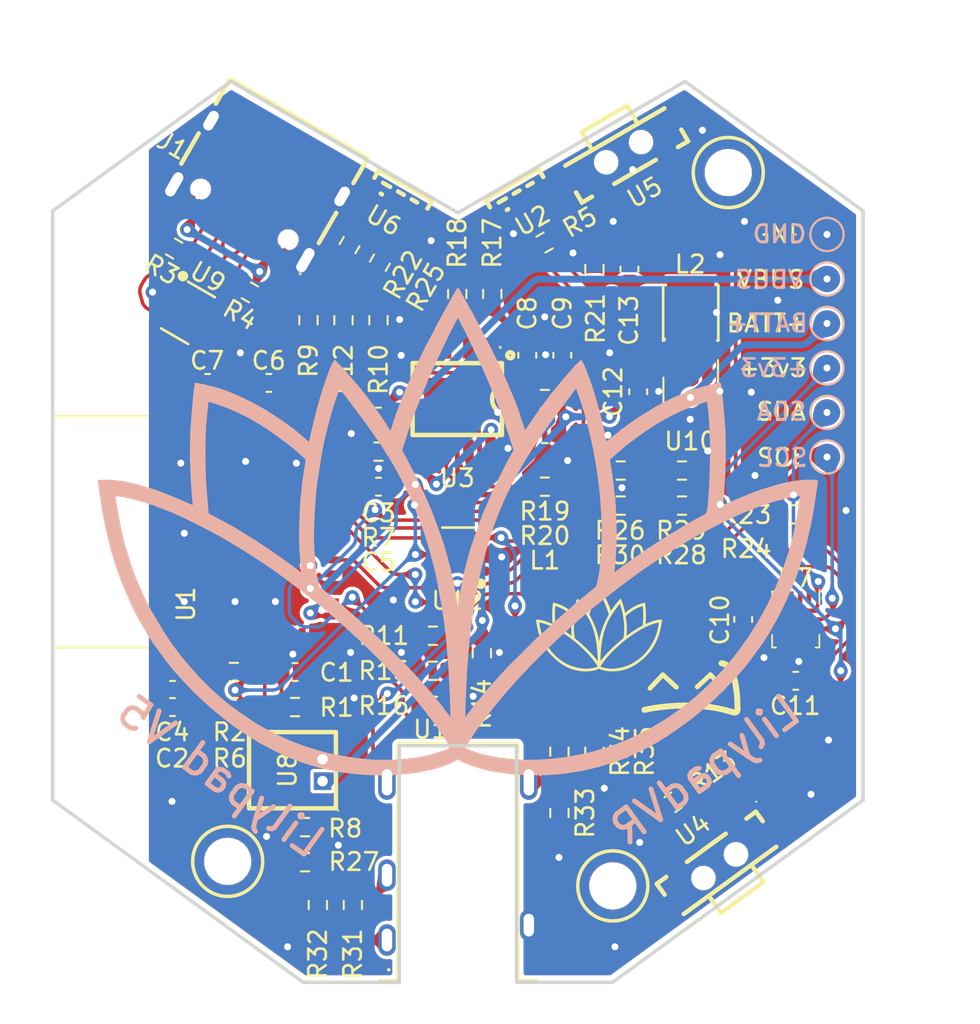
<source format=kicad_pcb>
(kicad_pcb (version 20221018) (generator pcbnew)
  (layers (0 "F.Cu" signal) (31 "B.Cu" signal) (34 "B.Paste" user) (35 "F.Paste" user) (36 "B.SilkS" user "B.Silkscreen") (37 "F.SilkS" user "F.Silkscreen") (38 "B.Mask" user) (39 "F.Mask" user) (44 "Edge.Cuts" user))
  (net 0 "")
  (net 1 "+3V3")
  (net 2 "GND")
  (net 3 "/EN")
  (net 4 "VBUS")
  (net 5 "/STATUS_LED")
  (net 6 "Net-(J1-CC1)")
  (net 7 "/USB_D+")
  (net 8 "/USB_D-")
  (net 9 "Net-(J1-CC2)")
  (net 10 "/SCL")
  (net 11 "/BMI_INT_AUX")
  (net 12 "/SDA")
  (net 13 "/BOOT")
  (net 14 "/GPIO2")
  (net 15 "Net-(U10-SW)")
  (net 16 "/GPIO1")
  (net 17 "/ADC")
  (net 18 "Net-(U10-FB)")
  (net 19 "Net-(U1-3V3)")
  (net 20 "/BMI_INT_MAIN")
  (net 21 "Net-(C3-Pad1)")
  (net 22 "Net-(C6-Pad2)")
  (net 23 "Net-(U3-BAT)")
  (net 24 "Net-(C8-Pad2)")
  (net 25 "+BATT")
  (net 26 "Net-(U7-VDD)")
  (net 27 "Net-(U3-SW)")
  (net 28 "Net-(R5-Pad1)")
  (net 29 "Net-(U3-NTC)")
  (net 30 "Net-(R14-Pad2)")
  (net 31 "Net-(R17-Pad2)")
  (net 32 "Net-(U3-TEST)")
  (net 33 "Net-(U3-ICHG)")
  (net 34 "/CHARGING_LED")
  (net 35 "Net-(R22-Pad1)")
  (net 36 "Net-(R25-Pad1)")
  (net 37 "/CHARGED_LED")
  (net 38 "Net-(R27-Pad2)")
  (net 39 "Net-(R28-Pad2)")
  (net 40 "Net-(R33-Pad2)")
  (footprint "Resistor_SMD:R_0603_1608Metric" (layer "F.Cu") (at 151.375089 91.307875 -150)
    (fp_text reference "R5")
    (fp_text value "3k")
  )
  (footprint "Capacitor_SMD:C_0603_1608Metric" (layer "F.Cu") (at 141.891419 105.241435 180)
    (fp_text reference "C5")
    (fp_text value "10u")
  )
  (footprint "Resistor_SMD:R_0603_1608Metric" (layer "F.Cu") (at 151.391419 105.241432 180)
    (fp_text reference "R19")
    (fp_text value "91k")
  )
  (footprint "Capacitor_SMD:C_0603_1608Metric" (layer "F.Cu") (at 141.891395 101.241425)
    (fp_text reference "C3")
    (fp_text value "10u")
  )
  (footprint "TestPoint:TestPoint_Pad_D1.5mm" (layer "F.Cu") (at 167.513407 95.926755)
    (fp_text reference "BATT+")
    (fp_text value "TestPoint_Pad_D1.5mm")
  )
  (footprint "TestPoint:TestPoint_Pad_D1.5mm" (layer "F.Cu") (at 167.513388 93.386754)
    (fp_text reference "VBUS")
    (fp_text value "TestPoint_Pad_D1.5mm")
  )
  (footprint "Resistor_SMD:R_0603_1608Metric" (layer "F.Cu") (at 141.891422 95.741425 -90)
    (fp_text reference "R10")
    (fp_text value "150k")
  )
  (footprint "SW-SMD_TS-KG012EV:SW-SMD_TS-KG012EV" (layer "F.Cu") (at 156.182871 86.648265 -150)
    (fp_text reference "U5")
    (fp_text value "TS-KG012EV")
  )
  (footprint "Resistor_SMD:R_0603_1608Metric" (layer "F.Cu") (at 146.391411 94.241401 -90)
    (fp_text reference "R18")
    (fp_text value "470")
  )
  (footprint "Resistor_SMD:R_0603_1608Metric" (layer "F.Cu") (at 165.727187 108.820169)
    (fp_text reference "R24")
    (fp_text value "470")
  )
  (footprint "Resistor_SMD:R_0603_1608Metric" (layer "F.Cu") (at 152.227287 123.864195 90)
    (fp_text reference "R33")
    (fp_text value "5k1")
  )
  (footprint "Resistor_SMD:R_0603_1608Metric" (layer "F.Cu") (at 155.727169 104.320154 180)
    (fp_text reference "R26")
    (fp_text value "150k")
  )
  (footprint "MountingHole:MountingHole_2.2mm_M2_ISO7380" (layer "F.Cu") (at 155.277194 128.026031)
    (fp_text reference "REF**" hide)
    (fp_text value "MountingHole_2.2mm_M2_ISO7380")
  )
  (footprint "Resistor_SMD:R_0603_1608Metric" (layer "F.Cu") (at 144.996445 113.749713)
    (fp_text reference "R11")
    (fp_text value "150k")
  )
  (footprint "Resistor_SMD:R_0603_1608Metric" (layer "F.Cu") (at 133.627166 117.820208 180)
    (fp_text reference "R6")
    (fp_text value "470")
  )
  (footprint "Capacitor_SMD:C_0603_1608Metric" (layer "F.Cu") (at 165.727157 116.320169)
    (fp_text reference "C11")
    (fp_text value "100n")
  )
  (footprint "Resistor_SMD:R_0603_1608Metric" (layer "F.Cu") (at 151.391408 100.241407 180)
    (fp_text reference "R20")
    (fp_text value "0r5")
  )
  (footprint "Resistor_SMD:R_0603_1608Metric" (layer "F.Cu") (at 148.391409 94.241426 90)
    (fp_text reference "R17")
    (fp_text value "470" hide)
  )
  (footprint "Resistor_SMD:R_0603_1608Metric" (layer "F.Cu") (at 154.227274 120.364178 -90)
    (fp_text reference "R35")
    (fp_text value "470")
  )
  (footprint "Resistor_SMD:R_0603_1608Metric" (layer "F.Cu") (at 152.227266 120.364205 -90)
    (fp_text reference "R34")
    (fp_text value "470")
  )
  (footprint "Inductor_SMD:L_0603_1608Metric" (layer "F.Cu") (at 151.391408 102.241437)
    (fp_text reference "L1")
    (fp_text value "1uH")
  )
  (footprint "Resistor_SMD:R_0603_1608Metric" (layer "F.Cu") (at 137.891418 95.741409 -90)
    (fp_text reference "R9")
    (fp_text value "150k")
  )
  (footprint "Capacitor_SMD:C_0603_1608Metric" (layer "F.Cu") (at 152.391406 97.741429 -90)
    (fp_text reference "C9")
    (fp_text value "10u")
  )
  (footprint "Resistor_SMD:R_0603_1608Metric" (layer "F.Cu") (at 155.727177 106.320145 180)
    (fp_text reference "R30")
    (fp_text value "150k")
  )
  (footprint "Resistor_SMD:R_0603_1608Metric" (layer "F.Cu") (at 144.996421 117.749724)
    (fp_text reference "R16")
    (fp_text value "150k")
  )
  (footprint "Package_LGA:Bosch_LGA-14_3x2.5mm_P0.5mm" (layer "F.Cu") (at 165.727187 112.820153 -90)
    (fp_text reference "U7")
    (fp_text value "BMI270")
  )
  (footprint "TestPoint:TestPoint_Pad_D1.5mm" (layer "F.Cu") (at 167.513387 103.546734)
    (fp_text reference "SCL")
    (fp_text value "TestPoint_Pad_D1.5mm")
  )
  (footprint "ESOP-8_L4.9-W3.9-P1.27-LS6.0-BL-EP:ESOP-8_L4.9-W3.9-P1.27-LS6.0-BL-EP" (layer "F.Cu") (at 146.391431 100.241409 180)
    (fp_text reference "U3")
    (fp_text value "IP2312")
  )
  (footprint "ESP32-C3-Mini-1-N4:XCVR_ESP32-C3-MINI-1-N4" (layer "F.Cu") (at 131.627187 107.820175 90)
    (fp_text reference "U1")
    (fp_text value "ESP32-C3-MINI-1-N4")
  )
  (footprint "Capacitor_SMD:C_0603_1608Metric" (layer "F.Cu") (at 162.727161 112.820167 -90)
    (fp_text reference "C10")
    (fp_text value "100n")
  )
  (footprint "Resistor_SMD:R_0603_1608Metric" (layer "F.Cu") (at 144.996427 115.749709 180)
    (fp_text reference "R15")
    (fp_text value "150k")
  )
  (footprint "Resistor_SMD:R_0603_1608Metric" (layer "F.Cu") (at 159.227172 106.320152)
    (fp_text reference "R28")
    (fp_text value "150k")
  )
  (footprint "Resistor_SMD:R_0603_1608Metric" (layer "F.Cu") (at 141.891438 103.241423 180)
    (fp_text reference "R7")
    (fp_text value "2r")
  )
  (footprint "Resistor_SMD:R_0603_1608Metric" (layer "F.Cu") (at 154.227165 92.820151 -90)
    (fp_text reference "R21")
    (fp_text value "5k1")
  )
  (footprint "MountingHole:MountingHole_2.2mm_M2_ISO7380" (layer "F.Cu") (at 133.277204 126.626034)
    (fp_text reference "REF**" hide)
    (fp_text value "MountingHole_2.2mm_M2_ISO7380")
  )
  (footprint "Capacitor_SMD:C_0603_1608Metric" (layer "F.Cu") (at 130.127146 115.820196 180)
    (fp_text reference "C4")
    (fp_text value "1u")
  )
  (footprint "Resistor_SMD:R_0603_1608Metric" (layer "F.Cu") (at 159.227187 104.320139 180)
    (fp_text reference "R29")
    (fp_text value "150k")
  )
  (footprint "Resistor_SMD:R_0603_1608Metric" (layer "F.Cu") (at 140.427218 129.114178 -90)
    (fp_text reference "R31")
    (fp_text value "470")
  )
  (footprint "Resistor_SMD:R_0603_1608Metric" (layer "F.Cu") (at 138.427221 129.114194 -90)
    (fp_text reference "R32")
    (fp_text value "470")
  )
  (footprint "Resistor_SMD:R_0603_1608Metric" (layer "F.Cu") (at 133.627161 115.820224)
    (fp_text reference "R2")
    (fp_text value "5k1")
  )
  (footprint "TestPoint:TestPoint_Pad_D1.5mm" (layer "F.Cu") (at 167.513367 90.846757)
    (fp_text reference "GND")
    (fp_text value "TestPoint_Pad_D1.5mm")
  )
  (footprint "Capacitor_SMD:C_0603_1608Metric" (layer "F.Cu") (at 150.391427 97.741419 90)
    (fp_text reference "C8")
    (fp_text value "10u")
  )
  (footprint "LED-SMD_FM-3510RGBA-SG:LED-SMD_FM-3510RGBA-SG" (layer "F.Cu") (at 150.000033 88.926314 30)
    (fp_text reference "U2")
    (fp_text value "FM-3510RGBA-SG")
  )
  (footprint "MountingHole:MountingHole_2.2mm_M2_ISO7380" (layer "F.Cu") (at 161.871942 87.314345)
    (fp_text reference "REF**" hide)
    (fp_text value "MountingHole_2.2mm_M2_ISO7380")
  )
  (footprint "LED-SMD_FM-3510RGBA-SG:LED-SMD_FM-3510RGBA-SG" (layer "F.Cu") (at 142.854426 88.926103 -30)
    (fp_text reference "U6")
    (fp_text value "FM-3510RGBA-SG")
  )
  (footprint "Capacitor_SMD:C_0603_1608Metric" (layer "F.Cu") (at 132.127183 99.320198 180)
    (fp_text reference "C7")
    (fp_text value "10u")
  )
  (footprint "SOT-23-6_L2.9-W1.6-P0.95-LS2.8-BL:SOT-23-6_L2.9-W1.6-P0.95-LS2.8-BL" (layer "F.Cu") (at 146.42725 109.114183 90)
    (fp_text reference "U12")
    (fp_text value "SRV05-4_C558418")
  )
  (footprint "AUDIO-TH_ST-0277D00-052-142:AUDIO-TH_ST-0277D00-052-142" (layer "F.Cu") (at 146.427218 126.614191 90)
    (fp_text reference "U11")
    (fp_text value "ST-0277D00-052-142")
  )
  (footprint "IND-SMD_L3.0-W3.0_FNR30XXS:IND-SMD_L3.0-W3.0_FNR30XXS" (layer "F.Cu") (at 159.727186 95.320139 -90)
    (fp_text reference "L2")
    (fp_text value "2.2uH")
  )
  (footprint "TestPoint:TestPoint_Pad_D1.5mm" (layer "F.Cu") (at 167.513394 98.466747)
    (fp_text reference "+3v3")
    (fp_text value "TestPoint_Pad_D1.5mm")
  )
  (footprint "Resistor_SMD:R_0603_1608Metric" (layer "F.Cu") (at 137.127174 117.820208 180)
    (fp_text reference "R1")
    (fp_text value "5k1")
  )
  (footprint "Resistor_SMD:R_0603_1608Metric" (layer "F.Cu") (at 137.697056 126.673059)
    (fp_text reference "R27")
    (fp_text value "5k1")
  )
  (footprint "SW-SMD_TS-KG012EV:SW-SMD_TS-KG012EV" (layer "F.Cu") (at 161.045679 126.438141 36)
    (fp_text reference "U4")
    (fp_text value "TS-KG012EV")
  )
  (footprint "Capacitor_SMD:C_0603_1608Metric" (layer "F.Cu") (at 156.727174 99.820172 90)
    (fp_text reference "C12")
    (fp_text value "4.7u")
  )
  (footprint "CONN-TH_1.25T-2AW:CONN-TH_1.25T-2AW" (layer "F.Cu") (at 138.697054 121.423057 90)
    (fp_text reference "U8")
    (fp_text value "1_25T-2AW_C722634")
  )
  (footprint "Capacitor_SMD:C_0603_1608Metric" (layer "F.Cu") (at 156.227181 92.820119 90)
    (fp_text reference "C13")
    (fp_text value "10u")
  )
  (footprint "Resistor_SMD:R_0603_1608Metric" (layer "F.Cu") (at 158.731562 123.253057 -144)
    (fp_text reference "R13")
    (fp_text value "5k1")
  )
  (footprint "SOT-23-6_L2.9-W1.6-P0.95-LS2.8-BL:SOT-23-6_L2.9-W1.6-P0.95-LS2.8-BL" (layer "F.Cu") (at 131.012497 95.320672 -120)
    (fp_text reference "U9")
    (fp_text value "SRV05-4_C558418")
  )
  (footprint "Resistor_SMD:R_0603_1608Metric" (layer "F.Cu") (at 130.219167 91.651666 150)
    (fp_text reference "R3")
    (fp_text value "5k1")
  )
  (footprint "Resistor_SMD:R_0603_1608Metric" (layer "F.Cu") (at 140.238397 91.457139 -120)
    (fp_text reference "R22")
    (fp_text value "3k")
  )
  (footprint "Resistor_SMD:R_0603_1608Metric" (layer "F.Cu") (at 137.697062 124.673058 180)
    (fp_text reference "R8")
    (fp_text value "470")
  )
  (footprint "Capacitor_SMD:C_0603_1608Metric" (layer "F.Cu") (at 130.127165 117.820182 180)
    (fp_text reference "C2")
    (fp_text value "100n")
  )
  (footprint "Capacitor_SMD:C_0603_1608Metric" (layer "F.Cu") (at 135.627174 99.320209 180)
    (fp_text reference "C6")
    (fp_text value "10u")
  )
  (footprint "Capacitor_SMD:C_0603_1608Metric" (layer "F.Cu") (at 137.127159 115.820201)
    (fp_text reference "C1")
    (fp_text value "1u")
  )
  (footprint "Resistor_SMD:R_0603_1608Metric" (layer "F.Cu") (at 139.891445 95.741404 -90)
    (fp_text reference "R12")
    (fp_text value "150k")
  )
  (footprint "Resistor_SMD:R_0603_1608Metric" (layer "F.Cu") (at 134.549284 94.151664 -30)
    (fp_text reference "R4")
    (fp_text value "5k1")
  )
  (footprint "TestPoint:TestPoint_Pad_D1.5mm" (layer "F.Cu") (at 167.513394 101.006757)
    (fp_text reference "SDA")
    (fp_text value "TestPoint_Pad_D1.5mm")
  )
  (footprint "Package_TO_SOT_SMD:SOT-23-5" (layer "F.Cu") (at 159.727191 99.820154 -90)
    (fp_text reference "U10")
    (fp_text value "M3406")
  )
  (footprint "USB-C-SMD_TYPE-C-6PIN-2MD-073:USB-C-SMD_TYPE-C-6PIN-2MD-073" (layer "F.Cu") (at 134.884232 88.571528 150)
    (fp_text reference "J1")
    (fp_text value "TYPE_C_6PIN_2MD_073")
  )
  (footprint "Resistor_SMD:R_0603_1608Metric" (layer "F.Cu") (at 165.727172 106.820182)
    (fp_text reference "R23")
    (fp_text value "470")
  )
  (footprint "Resistor_SMD:R_0603_1608Metric" (layer "F.Cu") (at 141.970474 92.457181 -120)
    (fp_text reference "R25")
    (fp_text value "3k")
  )
  (footprint "Resistor_SMD:R_0603_1608Metric" (layer "F.Cu") (at 147.796429 114.749729 -90)
    (fp_text reference "R14")
    (fp_text value "150k")
  )
  (footprint "TestPoint:TestPoint_Pad_D1.5mm" (layer "B.Cu") (at 167.5129 103.543289 180)
    (fp_text reference "SCL")
    (fp_text value "TestPoint_Pad_D1.5mm")
  )
  (footprint "TestPoint:TestPoint_Pad_D1.5mm" (layer "B.Cu") (at 167.512914 101.003266 180)
    (fp_text reference "SDA")
    (fp_text value "TestPoint_Pad_D1.5mm")
  )
  (footprint "TestPoint:TestPoint_Pad_D1.5mm" (layer "B.Cu") (at 167.512889 95.92329 180)
    (fp_text reference "BATT+")
    (fp_text value "TestPoint_Pad_D1.5mm")
  )
  (footprint "TestPoint:TestPoint_Pad_D1.5mm" (layer "B.Cu") (at 167.512888 93.383282 180)
    (fp_text reference "VBUS")
    (fp_text value "TestPoint_Pad_D1.5mm")
  )
  (footprint "TestPoint:TestPoint_Pad_D1.5mm" (layer "B.Cu") (at 167.512892 98.463277 180)
    (fp_text reference "+3v3")
    (fp_text value "TestPoint_Pad_D1.5mm")
  )
  (footprint "TestPoint:TestPoint_Pad_D1.5mm" (layer "B.Cu") (at 167.512883 90.843286 180)
    (fp_text reference "GND")
    (fp_text value "TestPoint_Pad_D1.5mm")
  )
  (gr_line (start 142.06735 120.92385) (end 142.530993 120.923801) (stroke (width 0.178028)) (layer "B.SilkS"))
  (gr_line (start 134.825692 118.802323) (end 135.287452 119.071207) (stroke (width 0.178028)) (layer "B.SilkS"))
  (gr_line (start 148.402194 107.464086) (end 148.634045 106.839166) (stroke (width 0.178028)) (layer "B.SilkS"))
  (gr_line (start 145.928359 114.987643) (end 145.876438 114.310803) (stroke (width 0.178028)) (layer "B.SilkS"))
  (gr_line (start 131.925256 103.345313) (end 131.925267 104.164985) (stroke (width 0.178028)) (layer "B.SilkS"))
  (gr_line (start 139.647278 120.656796) (end 140.146146 120.745803) (stroke (width 0.178028)) (layer "B.SilkS"))
  (gr_line (start 153.455647 98.121316) (end 153.563195 98.334556) (stroke (width 0.178028)) (layer "B.SilkS"))
  (gr_line (start 145.804085 113.596806) (end 145.71508 112.901416) (stroke (width 0.178028)) (layer "B.SilkS"))
  (gr_line (start 132.103313 100.278047) (end 132.459301 100.385612) (stroke (width 0.178028)) (layer "B.SilkS"))
  (gr_line (start 132.209011 117.661827) (end 132.672611 118.054932) (stroke (width 0.178028)) (layer "B.SilkS"))
  (gr_line (start 130.732858 106.911454) (end 130.376806 106.750098) (stroke (width 0.178028)) (layer "B.SilkS"))
  (gr_line (start 127.263107 108.302308) (end 127.333612 108.623141) (stroke (width 0.178028)) (layer "B.SilkS"))
  (gr_line (start 135.44879 100.95678) (end 135.038905 100.72496) (stroke (width 0.178028)) (layer "B.SilkS"))
  (gr_line (start 147.050314 113.5968) (end 147.139311 112.901389) (stroke (width 0.178028)) (layer "B.SilkS"))
  (gr_line (start 145.876438 114.310803) (end 145.804085 113.596806) (stroke (width 0.178028)) (layer "B.SilkS"))
  (gr_line (start 166.659424 104.932754) (end 166.392359 104.932772) (stroke (width 0.178028)) (layer "B.SilkS"))
  (gr_line (start 126.78286 109.140536) (end 126.907054 109.567054) (stroke (width 0.178028)) (layer "B.SilkS"))
  (gr_line (start 144.700701 97.19406) (end 145.0215 96.606206) (stroke (width 0.178028)) (layer "B.SilkS"))
  (gr_line (start 151.302601 100.671172) (end 150.876037 101.277588) (stroke (width 0.178028)) (layer "B.SilkS"))
  (gr_line (start 154.238211 100.261332) (end 154.416255 100.884442) (stroke (width 0.178028)) (layer "B.SilkS"))
  (gr_line (start 144.665454 108.105765) (end 144.45218 107.464069) (stroke (width 0.178028)) (layer "B.SilkS"))
  (gr_line (start 130.501026 115.950117) (end 130.910861 116.395208) (stroke (width 0.178028)) (layer "B.SilkS"))
  (gr_line (start 138.562392 103.380568) (end 138.721899 102.57943) (stroke (width 0.178028)) (layer "B.SilkS"))
  (gr_line (start 145.253292 118.839416) (end 145.05675 118.570513) (stroke (width 0.178028)) (layer "B.SilkS"))
  (gr_line (start 150.039728 103.968432) (end 150.360519 103.434369) (stroke (width 0.178028)) (layer "B.SilkS"))
  (gr_line (start 158.012035 108.391353) (end 157.335162 108.836389) (stroke (width 0.178028)) (layer "B.SilkS"))
  (gr_line (start 155.182147 102.579422) (end 155.502951 102.310551) (stroke (width 0.178028)) (layer "B.SilkS"))
  (gr_line (start 165.680254 107.981485) (end 165.591241 108.302326) (stroke (width 0.178028)) (layer "B.SilkS"))
  (gr_line (start 143.918098 116.022437) (end 144.363181 116.521339) (stroke (width 0.178028)) (layer "B.SilkS"))
  (gr_line (start 160.912458 102.542353) (end 160.929087 103.345352) (stroke (width 0.178028)) (layer "B.SilkS"))
  (gr_line (start 144.203705 106.839148) (end 143.953332 106.232753) (stroke (width 0.178028)) (layer "B.SilkS"))
  (gr_line (start 166.071554 109.140556) (end 165.947301 109.56708) (stroke (width 0.178028)) (layer "B.SilkS"))
  (gr_line (start 160.929156 103.345317) (end 160.912428 104.165005) (stroke (width 0.178028)) (layer "B.SilkS"))
  (gr_line (start 127.04989 107.356539) (end 127.174113 107.981514) (stroke (width 0.178028)) (layer "B.SilkS"))
  (gr_line (start 166.392359 104.932772) (end 166.10865 104.949451) (stroke (width 0.178028)) (layer "B.SilkS"))
  (gr_line (start 133.614691 118.802313) (end 134.095012 119.141664) (stroke (width 0.178028)) (layer "B.SilkS"))
  (gr_line (start 155.732874 103.043058) (end 155.378701 103.345306) (stroke (width 0.178028)) (layer "B.SilkS"))
  (gr_line (start 145.982129 118.553827) (end 146.106375 118.748548) (stroke (width 0.178028)) (layer "B.SilkS"))
  (gr_line (start 148.669267 117.465247) (end 148.901049 117.179657) (stroke (width 0.178028)) (layer "B.SilkS"))
  (gr_line (start 155.859007 120.692037) (end 155.395383 120.871867) (stroke (width 0.178028)) (layer "B.SilkS"))
  (gr_line (start 163.135933 106.483058) (end 163.456728 106.358846) (stroke (width 0.178028)) (layer "B.SilkS"))
  (gr_line (start 144.149914 100.331795) (end 144.541227 99.369357) (stroke (width 0.178028)) (layer "B.SilkS"))
  (gr_line (start 165.876825 105.698644) (end 166.0901 105.680112) (stroke (width 0.178028)) (layer "B.SilkS"))
  (gr_line (start 151.747663 101.401857) (end 153.207162 99.458388) (stroke (width 0.178028)) (layer "B.SilkS"))
  (gr_line (start 132.902527 108.016711) (end 132.155222 107.623585) (stroke (width 0.178028)) (layer "B.SilkS"))
  (gr_line (start 146.124954 120.176503) (end 146.00067 119.979903) (stroke (width 0.178028)) (layer "B.SilkS"))
  (gr_line (start 162.798458 106.607368) (end 163.135933 106.483058) (stroke (width 0.178028)) (layer "B.SilkS"))
  (gr_line (start 160.484048 99.601162) (end 160.929101 99.493589) (stroke (width 0.178028)) (layer "B.SilkS"))
  (gr_line (start 165.947301 109.56708) (end 165.80454 109.995437) (stroke (width 0.178028)) (layer "B.SilkS"))
  (gr_line (start 144.203695 121.459758) (end 144.541232 121.387469) (stroke (width 0.178028)) (layer "B.SilkS"))
  (gr_line (start 133.117717 117.591349) (end 133.525694 117.912209) (stroke (width 0.178028)) (layer "B.SilkS"))
  (gr_line (start 138.384358 110.744684) (end 138.33062 110.49431) (stroke (width 0.178028)) (layer "B.SilkS"))
  (gr_line (start 138.988929 99.102326) (end 138.794212 99.654946) (stroke (width 0.178028)) (layer "B.SilkS"))
  (gr_line (start 135.678728 101.954455) (end 136.034754 102.204841) (stroke (width 0.178028)) (layer "B.SilkS"))
  (gr_line (start 146.837025 119.979871) (end 146.977987 119.764781) (stroke (width 0.178028)) (layer "B.SilkS"))
  (gr_line (start 136.212799 109.31857) (end 136.906394 109.817417) (stroke (width 0.178028)) (layer "B.SilkS"))
  (gr_line (start 161.641255 103.79041) (end 161.605988 104.682441) (stroke (width 0.178028)) (layer "B.SilkS"))
  (gr_line (start 138.438164 110.99316) (end 138.384358 110.744684) (stroke (width 0.178028)) (layer "B.SilkS"))
  (gr_line (start 146.977987 119.764781) (end 147.120761 119.551518) (stroke (width 0.178028)) (layer "B.SilkS"))
  (gr_line (start 139.13175 100.973484) (end 139.380225 100.207571) (stroke (width 0.178028)) (layer "B.SilkS"))
  (gr_line (start 126.745771 104.949456) (end 127.031362 104.984688) (stroke (width 0.178028)) (layer "B.SilkS"))
  (gr_line (start 137.529479 105.911927) (end 137.494227 106.340297) (stroke (width 0.178028)) (layer "B.SilkS"))
  (gr_line (start 148.0647 117.001617) (end 147.673368 117.483789) (stroke (width 0.178028)) (layer "B.SilkS"))
  (gr_line (start 126.462017 104.932758) (end 126.745771 104.949456) (stroke (width 0.178028)) (layer "B.SilkS"))
  (gr_line (start 159.951819 108.016742) (end 160.699168 107.623604) (stroke (width 0.178028)) (layer "B.SilkS"))
  (gr_line (start 145.342316 95.981261) (end 145.679838 95.339605) (stroke (width 0.178028)) (layer "B.SilkS"))
  (gr_line (start 156.215073 101.757928) (end 156.587831 101.490869) (stroke (width 0.178028)) (layer "B.SilkS"))
  (gr_line (start 154.73705 107.267523) (end 154.683279 106.536865) (stroke (width 0.178028)) (layer "B.SilkS"))
  (gr_line (start 147.174577 95.339608) (end 146.801785 94.681286) (stroke (width 0.178028)) (layer "B.SilkS"))
  (gr_line (start 150.876037 101.277588) (end 150.662832 101.598442) (stroke (width 0.178028)) (layer "B.SilkS"))
  (gr_line (start 127.991947 112.259793) (end 128.24047 112.723359) (stroke (width 0.178028)) (layer "B.SilkS"))
  (gr_line (start 153.455647 98.121316) (end 153.118086 98.477375) (stroke (width 0.178028)) (layer "B.SilkS"))
  (gr_line (start 142.885193 115.985383) (end 142.299194 115.36225) (stroke (width 0.178028)) (layer "B.SilkS"))
  (gr_line (start 165.91206 106.768667) (end 165.804526 107.356526) (stroke (width 0.178028)) (layer "B.SilkS"))
  (gr_line (start 127.441155 108.960666) (end 127.546846 109.300007) (stroke (width 0.178028)) (layer "B.SilkS"))
  (gr_line (start 145.431322 97.409192) (end 145.911654 96.409632) (stroke (width 0.178028)) (layer "B.SilkS"))
  (gr_line (start 152.708282 120.745828) (end 152.211235 120.818077) (stroke (width 0.178028)) (layer "B.SilkS"))
  (gr_line (start 148.650726 121.441213) (end 148.31319 121.387471) (stroke (width 0.178028)) (layer "B.SilkS"))
  (gr_line (start 166.10865 104.949451) (end 165.823052 104.98467) (stroke (width 0.178028)) (layer "B.SilkS"))
  (gr_line (start 129.254867 113.062712) (end 129.486682 113.45404) (stroke (width 0.178028)) (layer "B.SilkS"))
  (gr_line (start 144.185182 117.465218) (end 143.95336 117.179688) (stroke (width 0.178028)) (layer "B.SilkS"))
  (gr_line (start 150.538558 121.619237) (end 150.128701 121.602542) (stroke (width 0.178028)) (layer "B.SilkS"))
  (gr_line (start 153.935951 101.776442) (end 153.722645 100.973472) (stroke (width 0.178028)) (layer "B.SilkS"))
  (gr_line (start 164.061287 112.278287) (end 163.829502 112.669607) (stroke (width 0.178028)) (layer "B.SilkS"))
  (gr_line (start 162.245798 115.041442) (end 161.926824 115.416042) (stroke (width 0.178028)) (layer "B.SilkS"))
  (gr_line (start 146.586678 111.599581) (end 146.497659 112.367335) (stroke (width 0.178028)) (layer "B.SilkS"))
  (gr_line (start 154.737082 102.204828) (end 154.879806 102.863177) (stroke (width 0.178028)) (layer "B.SilkS"))
  (gr_line (start 132.832167 100.509868) (end 133.188125 100.635963) (stroke (width 0.178028)) (layer "B.SilkS"))
  (gr_line (start 146.801785 94.681286) (end 146.42726 94.002558) (stroke (width 0.178028)) (layer "B.SilkS"))
  (gr_line (start 165.467027 110.887442) (end 165.272286 111.332548) (stroke (width 0.178028)) (layer "B.SilkS"))
  (gr_line (start 137.672294 120.139429) (end 138.171127 120.300727) (stroke (width 0.178028)) (layer "B.SilkS"))
  (gr_line (start 166.0901 105.680112) (end 166.001085 106.216051) (stroke (width 0.178028)) (layer "B.SilkS"))
  (gr_line (start 148.153685 106.305042) (end 147.903341 106.876254) (stroke (width 0.178028)) (layer "B.SilkS"))
  (gr_line (start 143.41924 120.871893) (end 143.829081 120.818115) (stroke (width 0.178028)) (layer "B.SilkS"))
  (gr_line (start 138.206371 111.653321) (end 137.458992 111.065495) (stroke (width 0.178028)) (layer "B.SilkS"))
  (gr_line (start 146.000664 120.942373) (end 146.213957 120.834785) (stroke (width 0.178028)) (layer "B.SilkS"))
  (gr_line (start 133.188125 100.635963) (end 133.544255 100.778775) (stroke (width 0.178028)) (layer "B.SilkS"))
  (gr_line (start 155.662469 119.961362) (end 155.182122 120.139392) (stroke (width 0.178028)) (layer "B.SilkS"))
  (gr_line (start 136.034754 102.204841) (end 136.390812 102.471863) (stroke (width 0.178028)) (layer "B.SilkS"))
  (gr_line (start 143.437821 115.505071) (end 143.918098 116.022437) (stroke (width 0.178028)) (layer "B.SilkS"))
  (gr_line (start 164.506364 105.270261) (end 164.150305 105.377884) (stroke (width 0.178028)) (layer "B.SilkS"))
  (gr_line (start 164.346906 113.187014) (end 164.079877 113.650631) (stroke (width 0.178028)) (layer "B.SilkS"))
  (gr_line (start 149.576089 100.296587) (end 149.381383 99.832954) (stroke (width 0.178028)) (layer "B.SilkS"))
  (gr_line (start 140.643131 120.818133) (end 141.125275 120.871858) (stroke (width 0.178028)) (layer "B.SilkS"))
  (gr_line (start 147.139311 112.901389) (end 147.245039 112.189307) (stroke (width 0.178028)) (layer "B.SilkS"))
  (gr_line (start 138.117319 107.998199) (end 138.135892 107.267525) (stroke (width 0.178028)) (layer "B.SilkS"))
  (gr_line (start 134.256326 101.116266) (end 134.61238 101.294306) (stroke (width 0.178028)) (layer "B.SilkS"))
  (gr_line (start 127.671106 105.822914) (end 127.422633 105.769148) (stroke (width 0.178028)) (layer "B.SilkS"))
  (gr_line (start 127.582101 111.332503) (end 127.778692 111.796131) (stroke (width 0.178028)) (layer "B.SilkS"))
  (gr_line (start 147.263575 119.319693) (end 147.423055 119.087867) (stroke (width 0.178028)) (layer "B.SilkS"))
  (gr_line (start 131.604447 116.181956) (end 131.960488 116.538037) (stroke (width 0.178028)) (layer "B.SilkS"))
  (gr_line (start 151.178321 114.737288) (end 151.818123 114.114235) (stroke (width 0.178028)) (layer "B.SilkS"))
  (gr_line (start 156.33931 120.478753) (end 155.859007 120.692037) (stroke (width 0.178028)) (layer "B.SilkS"))
  (gr_line (start 157.175681 101.954498) (end 156.819624 102.20482) (stroke (width 0.178028)) (layer "B.SilkS"))
  (gr_line (start 145.305228 120.513982) (end 145.609337 120.408297) (stroke (width 0.178028)) (layer "B.SilkS"))
  (gr_line (start 146.783266 117.608036) (end 146.801794 116.98492) (stroke (width 0.178028)) (layer "B.SilkS"))
  (gr_line (start 141.214304 100.226127) (end 141.568513 100.706416) (stroke (width 0.178028)) (layer "B.SilkS"))
  (gr_line (start 132.103286 106.822481) (end 132.778314 107.178514) (stroke (width 0.178028)) (layer "B.SilkS"))
  (gr_line (start 164.843898 105.16457) (end 164.506364 105.270261) (stroke (width 0.178028)) (layer "B.SilkS"))
  (gr_line (start 153.98969 121.26318) (end 153.544645 121.370768) (stroke (width 0.178028)) (layer "B.SilkS"))
  (gr_line (start 149.362811 121.548811) (end 149.006785 121.494983) (stroke (width 0.178028)) (layer "B.SilkS"))
  (gr_line (start 128.77453 113.650616) (end 129.076845 114.114208) (stroke (width 0.178028)) (layer "B.SilkS"))
  (gr_line (start 133.277211 99.886759) (end 132.832091 99.725418) (stroke (width 0.178028)) (layer "B.SilkS"))
  (gr_line (start 154.577595 101.544628) (end 154.737082 102.204828) (stroke (width 0.178028)) (layer "B.SilkS"))
  (gr_line (start 126.35444 107.445543) (end 126.551042 108.283766) (stroke (width 0.178028)) (layer "B.SilkS"))
  (gr_line (start 161.53554 116.823581) (end 161.090472 117.251979) (stroke (width 0.178028)) (layer "B.SilkS"))
  (gr_line (start 151.782908 121.602564) (end 151.356364 121.619237) (stroke (width 0.178028)) (layer "B.SilkS"))
  (gr_line (start 141.924541 121.637797) (end 142.334378 121.619237) (stroke (width 0.178028)) (layer "B.SilkS"))
  (gr_line (start 131.318901 116.82361) (end 131.763966 117.251981) (stroke (width 0.178028)) (layer "B.SilkS"))
  (gr_line (start 147.54916 120.513999) (end 147.244999 120.408278) (stroke (width 0.178028)) (layer "B.SilkS"))
  (gr_line (start 153.118086 98.477375) (end 152.797309 98.835264) (stroke (width 0.178028)) (layer "B.SilkS"))
  (gr_line (start 156.64164 109.318562) (end 155.948046 109.817446) (stroke (width 0.178028)) (layer "B.SilkS"))
  (gr_line (start 137.494227 106.340297) (end 137.47569 106.750145) (stroke (width 0.178028)) (layer "B.SilkS"))
  (gr_line (start 132.459301 100.385612) (end 132.832167 100.509868) (stroke (width 0.178028)) (layer "B.SilkS"))
  (gr_line (start 151.766201 100.064777) (end 151.302601 100.671172) (stroke (width 0.178028)) (layer "B.SilkS"))
  (gr_line (start 159.328719 117.912188) (end 158.900317 118.214439) (stroke (width 0.178028)) (layer "B.SilkS"))
  (gr_line (start 151.035565 102.399555) (end 151.747663 101.401857) (stroke (width 0.178028)) (layer "B.SilkS"))
  (gr_line (start 127.671106 105.092238) (end 128.010504 105.164569) (stroke (width 0.178028)) (layer "B.SilkS"))
  (gr_line (start 141.071462 121.602542) (end 141.498042 121.619252) (stroke (width 0.178028)) (layer "B.SilkS"))
  (gr_line (start 146.977974 120.300706) (end 146.729513 120.17647) (stroke (width 0.178028)) (layer "B.SilkS"))
  (gr_line (start 160.823421 101.010594) (end 160.877218 101.757897) (stroke (width 0.178028)) (layer "B.SilkS"))
  (gr_line (start 148.615457 120.76434) (end 148.24271 120.692012) (stroke (width 0.178028)) (layer "B.SilkS"))
  (gr_line (start 161.641225 102.916965) (end 161.641255 103.79041) (stroke (width 0.178028)) (layer "B.SilkS"))
  (gr_line (start 138.43819 100.884456) (end 138.276836 101.544641) (stroke (width 0.178028)) (layer "B.SilkS"))
  (gr_line (start 139.612024 111.938937) (end 140.750692 112.936646) (stroke (width 0.178028)) (layer "B.SilkS"))
  (gr_line (start 127.031362 104.984688) (end 127.352165 105.021761) (stroke (width 0.178028)) (layer "B.SilkS"))
  (gr_line (start 129.416234 114.577826) (end 129.753702 115.041453) (stroke (width 0.178028)) (layer "B.SilkS"))
  (gr_line (start 157.103382 119.319698) (end 156.623019 119.551504) (stroke (width 0.178028)) (layer "B.SilkS"))
  (gr_line (start 142.530993 120.923801) (end 142.974171 120.907134) (stroke (width 0.178028)) (layer "B.SilkS"))
  (gr_line (start 149.737389 121.583983) (end 149.362811 121.548811) (stroke (width 0.178028)) (layer "B.SilkS"))
  (gr_line (start 145.876413 120.300701) (end 146.124954 120.176503) (stroke (width 0.178028)) (layer "B.SilkS"))
  (gr_line (start 137.672281 102.579442) (end 137.351445 102.310516) (stroke (width 0.178028)) (layer "B.SilkS"))
  (gr_line (start 135.51927 108.836419) (end 136.212799 109.31857) (stroke (width 0.178028)) (layer "B.SilkS"))
  (gr_line (start 143.384011 103.595671) (end 143.615822 104.040771) (stroke (width 0.178028)) (layer "B.SilkS"))
  (gr_line (start 145.466591 121.155608) (end 145.733619 121.049925) (stroke (width 0.178028)) (layer "B.SilkS"))
  (gr_line (start 154.523809 110.494295) (end 154.577566 110.208725) (stroke (width 0.178028)) (layer "B.SilkS"))
  (gr_line (start 147.460141 108.105733) (end 147.244988 108.747398) (stroke (width 0.178028)) (layer "B.SilkS"))
  (gr_line (start 166.499901 107.445572) (end 166.303402 108.283798) (stroke (width 0.178028)) (layer "B.SilkS"))
  (gr_line (start 163.36775 113.454029) (end 163.100663 113.863876) (stroke (width 0.178028)) (layer "B.SilkS"))
  (gr_line (start 128.06246 110.74461) (end 128.240435 111.119241) (stroke (width 0.178028)) (layer "B.SilkS"))
  (gr_line (start 156.463578 102.471853) (end 156.088974 102.738937) (stroke (width 0.178028)) (layer "B.SilkS"))
  (gr_line (start 152.103702 112.936615) (end 151.551092 113.454046) (stroke (width 0.178028)) (layer "B.SilkS"))
  (gr_line (start 135.554476 120.015131) (end 136.034778 120.265476) (stroke (width 0.178028)) (layer "B.SilkS"))
  (gr_line (start 153.242362 111.938924) (end 152.103702 112.936615) (stroke (width 0.178028)) (layer "B.SilkS"))
  (gr_line (start 145.679838 95.339605) (end 146.052568 94.681302) (stroke (width 0.178028)) (layer "B.SilkS"))
  (gr_line (start 151.551092 113.454046) (end 150.981761 113.952892) (stroke (width 0.178028)) (layer "B.SilkS"))
  (gr_line (start 147.120761 119.551518) (end 147.263575 119.319693) (stroke (width 0.178028)) (layer "B.SilkS"))
  (gr_line (start 139.66579 98.40689) (end 139.932857 98.692493) (stroke (width 0.178028)) (layer "B.SilkS"))
  (gr_line (start 133.544255 100.778775) (end 133.90029 100.938229) (stroke (width 0.178028)) (layer "B.SilkS"))
  (gr_line (start 145.750333 109.281494) (end 145.946872 110.014008) (stroke (width 0.178028)) (layer "B.SilkS"))
  (gr_line (start 160.877205 105.021777) (end 160.823454 105.911918) (stroke (width 0.178028)) (layer "B.SilkS"))
  (gr_line (start 163.777625 105.485405) (end 163.402991 105.628189) (stroke (width 0.178028)) (layer "B.SilkS"))
  (gr_line (start 138.171146 109.318578) (end 138.152563 109.014425) (stroke (width 0.178028)) (layer "B.SilkS"))
  (gr_line (start 126.764322 105.680102) (end 126.853313 106.216048) (stroke (width 0.178028)) (layer "B.SilkS"))
  (gr_line (start 143.86433 104.522898) (end 144.114672 105.021782) (stroke (width 0.178028)) (layer "B.SilkS"))
  (gr_line (start 126.070721 105.787662) (end 126.194991 106.625893) (stroke (width 0.178028)) (layer "B.SilkS"))
  (gr_line (start 152.211287 121.565468) (end 151.782908 121.602564) (stroke (width 0.178028)) (layer "B.SilkS"))
  (gr_line (start 146.729513 120.17647) (end 146.837025 119.979871) (stroke (width 0.178028)) (layer "B.SilkS"))
  (gr_line (start 136.906394 109.817417) (end 137.583302 110.334821) (stroke (width 0.178028)) (layer "B.SilkS"))
  (gr_line (start 138.668106 120.443516) (end 139.148421 120.567746) (stroke (width 0.178028)) (layer "B.SilkS"))
  (gr_line (start 143.116993 104.504402) (end 142.814682 103.95178) (stroke (width 0.178028)) (layer "B.SilkS"))
  (gr_line (start 156.997663 101.223811) (end 157.405628 100.973507) (stroke (width 0.178028)) (layer "B.SilkS"))
  (gr_line (start 145.0215 96.606206) (end 145.342316 95.981261) (stroke (width 0.178028)) (layer "B.SilkS"))
  (gr_line (start 164.079877 113.650631) (end 163.777577 114.114209) (stroke (width 0.178028)) (layer "B.SilkS"))
  (gr_line (start 149.006785 121.494983) (end 148.650726 121.441213) (stroke (width 0.178028)) (layer "B.SilkS"))
  (gr_line (start 160.91241 104.165011) (end 160.877205 105.021777) (stroke (width 0.178028)) (layer "B.SilkS"))
  (gr_line (start 158.759418 119.123127) (end 158.279114 119.443992) (stroke (width 0.178028)) (layer "B.SilkS"))
  (gr_line (start 142.814682 103.95178) (end 142.493883 103.434343) (stroke (width 0.178028)) (layer "B.SilkS"))
  (gr_line (start 144.149915 98.317864) (end 144.416959 97.765238) (stroke (width 0.178028)) (layer "B.SilkS"))
  (gr_line (start 142.263921 101.722645) (end 142.619974 102.275299) (stroke (width 0.178028)) (layer "B.SilkS"))
  (gr_line (start 136.515071 120.497326) (end 136.995396 120.692008) (stroke (width 0.178028)) (layer "B.SilkS"))
  (gr_line (start 134.415811 108.925438) (end 133.64993 108.461786) (stroke (width 0.178028)) (layer "B.SilkS"))
  (gr_line (start 143.116944 121.584002) (end 143.49159 121.548787) (stroke (width 0.178028)) (layer "B.SilkS"))
  (gr_line (start 131.302144 101.151513) (end 131.229813 102.043479) (stroke (width 0.178028)) (layer "B.SilkS"))
  (gr_line (start 126.853313 106.216048) (end 126.942326 106.768671) (stroke (width 0.178028)) (layer "B.SilkS"))
  (gr_line (start 139.398763 98.121302) (end 139.291233 98.334584) (stroke (width 0.178028)) (layer "B.SilkS"))
  (gr_line (start 149.149524 105.644854) (end 149.435141 105.07557) (stroke (width 0.178028)) (layer "B.SilkS"))
  (gr_line (start 155.395383 120.871867) (end 154.915062 121.012863) (stroke (width 0.178028)) (layer "B.SilkS"))
  (gr_line (start 159.736734 117.591353) (end 159.328719 117.912188) (stroke (width 0.178028)) (layer "B.SilkS"))
  (gr_line (start 137.121479 103.024521) (end 137.475714 103.345352) (stroke (width 0.178028)) (layer "B.SilkS"))
  (gr_line (start 142.922297 115.00623) (end 143.437821 115.505071) (stroke (width 0.178028)) (layer "B.SilkS"))
  (gr_line (start 150.449535 114.488816) (end 149.932158 115.006219) (stroke (width 0.178028)) (layer "B.SilkS"))
  (gr_line (start 139.665835 112.866158) (end 138.953727 112.241216) (stroke (width 0.178028)) (layer "B.SilkS"))
  (gr_line (start 154.701848 109.014446) (end 154.718526 108.67691) (stroke (width 0.178028)) (layer "B.SilkS"))
  (gr_line (start 145.698375 118.144001) (end 145.857864 118.338689) (stroke (width 0.178028)) (layer "B.SilkS"))
  (gr_line (start 126.907054 109.567054) (end 127.049904 109.995421) (stroke (width 0.178028)) (layer "B.SilkS"))
  (gr_line (start 154.291973 103.380563) (end 154.132533 102.579447) (stroke (width 0.178028)) (layer "B.SilkS"))
  (gr_line (start 150.698053 102.916972) (end 151.035565 102.399555) (stroke (width 0.178028)) (layer "B.SilkS"))
  (gr_line (start 150.128701 121.602542) (end 149.737389 121.583983) (stroke (width 0.178028)) (layer "B.SilkS"))
  (gr_line (start 150.662832 101.598442) (end 150.449543 101.935937) (stroke (width 0.178028)) (layer "B.SilkS"))
  (gr_line (start 148.24271 120.692012) (end 147.886668 120.602986) (stroke (width 0.178028)) (layer "B.SilkS"))
  (gr_line (start 150.78704 120.92381) (end 150.32343 120.92385) (stroke (width 0.178028)) (layer "B.SilkS"))
  (gr_line (start 157.531774 101.72268) (end 157.175681 101.954498) (stroke (width 0.178028)) (layer "B.SilkS"))
  (gr_line (start 147.050304 109.42429) (end 146.872251 110.119713) (stroke (width 0.178028)) (layer "B.SilkS"))
  (gr_line (start 143.419248 105.075539) (end 143.116993 104.504402) (stroke (width 0.178028)) (layer "B.SilkS"))
  (gr_line (start 144.114672 105.021782) (end 144.363141 105.539144) (stroke (width 0.178028)) (layer "B.SilkS"))
  (gr_line (start 165.502254 105.021771) (end 165.183261 105.092216) (stroke (width 0.178028)) (layer "B.SilkS"))
  (gr_line (start 150.234426 102.27529) (end 150.145397 101.919256) (stroke (width 0.178028)) (layer "B.SilkS"))
  (gr_line (start 156.908628 109.941693) (end 157.672684 109.42427) (stroke (width 0.178028)) (layer "B.SilkS"))
  (gr_line (start 151.248777 120.907117) (end 150.78704 120.92381) (stroke (width 0.178028)) (layer "B.SilkS"))
  (gr_line (start 134.148767 107.962972) (end 134.842336 108.39137) (stroke (width 0.178028)) (layer "B.SilkS"))
  (gr_line (start 146.106383 110.761354) (end 146.249223 111.529098) (stroke (width 0.178028)) (layer "B.SilkS"))
  (gr_line (start 147.992375 108.765965) (end 148.188936 108.105774) (stroke (width 0.178028)) (layer "B.SilkS"))
  (gr_line (start 126.551042 108.283766) (end 126.656761 108.71216) (stroke (width 0.178028)) (layer "B.SilkS"))
  (gr_line (start 162.549944 114.648294) (end 162.245798 115.041442) (stroke (width 0.178028)) (layer "B.SilkS"))
  (gr_line (start 135.038905 100.72496) (end 134.61238 100.493196) (stroke (width 0.178028)) (layer "B.SilkS"))
  (gr_line (start 133.722268 100.064814) (end 133.277211 99.886759) (stroke (width 0.178028)) (layer "B.SilkS"))
  (gr_line (start 129.753702 115.041453) (end 130.109784 115.505075) (stroke (width 0.178028)) (layer "B.SilkS"))
  (gr_line (start 150.32343 120.92385) (end 149.880168 120.90713) (stroke (width 0.178028)) (layer "B.SilkS"))
  (gr_line (start 146.977994 114.310762) (end 147.050314 113.5968) (stroke (width 0.178028)) (layer "B.SilkS"))
  (gr_line (start 155.022661 103.666163) (end 155.163579 104.574831) (stroke (width 0.178028)) (layer "B.SilkS"))
  (gr_line (start 145.3238 107.927719) (end 145.555578 108.586058) (stroke (width 0.178028)) (layer "B.SilkS"))
  (gr_line (start 145.876426 119.764757) (end 145.733604 119.551516) (stroke (width 0.178028)) (layer "B.SilkS"))
  (gr_line (start 131.213107 102.916957) (end 131.213172 103.790408) (stroke (width 0.178028)) (layer "B.SilkS"))
  (gr_line (start 146.106375 118.748548) (end 146.089684 118.195899) (stroke (width 0.178028)) (layer "B.SilkS"))
  (gr_line (start 139.932857 98.692493) (end 140.18134 98.978102) (stroke (width 0.178028)) (layer "B.SilkS"))
  (gr_line (start 131.070367 107.070949) (end 130.732858 106.911454) (stroke (width 0.178028)) (layer "B.SilkS"))
  (gr_line (start 148.153756 97.194069) (end 147.832876 96.606191) (stroke (width 0.178028)) (layer "B.SilkS"))
  (gr_line (start 160.181775 118.054932) (end 159.720025 118.427717) (stroke (width 0.178028)) (layer "B.SilkS"))
  (gr_line (start 145.982126 115.683083) (end 145.928359 114.987643) (stroke (width 0.178028)) (layer "B.SilkS"))
  (gr_line (start 154.453326 121.155657) (end 153.98969 121.26318) (stroke (width 0.178028)) (layer "B.SilkS"))
  (gr_line (start 161.926824 115.416042) (end 161.587429 115.807368) (stroke (width 0.178028)) (layer "B.SilkS"))
  (gr_line (start 152.49503 113.489273) (end 153.18856 112.866182) (stroke (width 0.178028)) (layer "B.SilkS"))
  (gr_line (start 163.456728 106.358846) (end 163.759031 106.232768) (stroke (width 0.178028)) (layer "B.SilkS"))
  (gr_line (start 137.458992 120.871901) (end 137.939308 121.0314) (stroke (width 0.178028)) (layer "B.SilkS"))
  (gr_line (start 153.900726 112.241191) (end 154.648048 111.653326) (stroke (width 0.178028)) (layer "B.SilkS"))
  (gr_line (start 164.6139 111.119233) (end 164.45259 111.51054) (stroke (width 0.178028)) (layer "B.SilkS"))
  (gr_line (start 163.777577 114.114209) (end 163.438204 114.577826) (stroke (width 0.178028)) (layer "B.SilkS"))
  (gr_line (start 143.152168 103.167309) (end 143.384011 103.595671) (stroke (width 0.178028)) (layer "B.SilkS"))
  (gr_line (start 129.397677 106.358866) (end 129.095355 106.232738) (stroke (width 0.178028)) (layer "B.SilkS"))
  (gr_line (start 159.577197 99.886775) (end 160.022301 99.743982) (stroke (width 0.178028)) (layer "B.SilkS"))
  (gr_line (start 142.404829 114.488847) (end 142.922297 115.00623) (stroke (width 0.178028)) (layer "B.SilkS"))
  (gr_line (start 155.163579 104.574831) (end 155.217364 105.0218) (stroke (width 0.178028)) (layer "B.SilkS"))
  (gr_line (start 137.939308 121.0314) (end 138.401046 121.155649) (stroke (width 0.178028)) (layer "B.SilkS"))
  (gr_line (start 147.992355 118.303488) (end 148.207482 118.036413) (stroke (width 0.178028)) (layer "B.SilkS"))
  (gr_line (start 145.483257 111.493853) (end 145.359025 110.79842) (stroke (width 0.178028)) (layer "B.SilkS"))
  (gr_line (start 164.916239 105.895251) (end 165.183269 105.822916) (stroke (width 0.178028)) (layer "B.SilkS"))
  (gr_line (start 125.946465 104.94945) (end 126.070721 105.787662) (stroke (width 0.178028)) (layer "B.SilkS"))
  (gr_line (start 159.204456 108.461809) (end 159.951819 108.016742) (stroke (width 0.178028)) (layer "B.SilkS"))
  (gr_line (start 149.932158 115.006219) (end 149.416623 115.50507) (stroke (width 0.178028)) (layer "B.SilkS"))
  (gr_line (start 159.132148 100.083359) (end 159.577197 99.886775) (stroke (width 0.178028)) (layer "B.SilkS"))
  (gr_line (start 138.17112 106.536869) (end 138.223064 105.752455) (stroke (width 0.178028)) (layer "B.SilkS"))
  (gr_line (start 149.398065 102.221527) (end 149.079084 101.27755) (stroke (width 0.178028)) (layer "B.SilkS"))
  (gr_line (start 154.879806 102.863177) (end 155.182147 102.579422) (stroke (width 0.178028)) (layer "B.SilkS"))
  (gr_line (start 156.623019 119.551504) (end 156.161289 119.764738) (stroke (width 0.178028)) (layer "B.SilkS"))
  (gr_line (start 130.020764 114.257015) (end 130.30448 114.648318) (stroke (width 0.178028)) (layer "B.SilkS"))
  (gr_line (start 140.821171 99.725423) (end 141.214304 100.226127) (stroke (width 0.178028)) (layer "B.SilkS"))
  (gr_line (start 143.49159 121.548787) (end 143.864298 121.513554) (stroke (width 0.178028)) (layer "B.SilkS"))
  (gr_line (start 148.43742 97.765246) (end 148.153756 97.194069) (stroke (width 0.178028)) (layer "B.SilkS"))
  (gr_line (start 151.818123 114.114235) (end 152.49503 113.489273) (stroke (width 0.178028)) (layer "B.SilkS"))
  (gr_line (start 160.734411 106.822464) (end 160.05756 107.178536) (stroke (width 0.178028)) (layer "B.SilkS"))
  (gr_line (start 127.422633 105.769148) (end 127.190835 105.733852) (stroke (width 0.178028)) (layer "B.SilkS"))
  (gr_line (start 161.943489 116.39518) (end 161.53554 116.823581) (stroke (width 0.178028)) (layer "B.SilkS"))
  (gr_line (start 148.188936 108.105774) (end 148.402194 107.464086) (stroke (width 0.178028)) (layer "B.SilkS"))
  (gr_line (start 155.341607 109.531829) (end 155.252598 110.334828) (stroke (width 0.178028)) (layer "B.SilkS"))
  (gr_line (start 144.611669 106.091762) (end 144.862057 106.679678) (stroke (width 0.178028)) (layer "B.SilkS"))
  (gr_line (start 144.541232 121.387469) (end 144.878708 121.316991) (stroke (width 0.178028)) (layer "B.SilkS"))
  (gr_line (start 142.493883 103.434343) (end 142.156325 102.900279) (stroke (width 0.178028)) (layer "B.SilkS"))
  (gr_line (start 127.387388 110.887435) (end 127.582101 111.332503) (stroke (width 0.178028)) (layer "B.SilkS"))
  (gr_line (start 164.150305 105.377884) (end 163.777625 105.485405) (stroke (width 0.178028)) (layer "B.SilkS"))
  (gr_line (start 153.099574 121.441206) (end 152.65453 121.513548) (stroke (width 0.178028)) (layer "B.SilkS"))
  (gr_line (start 155.41397 107.981521) (end 155.395367 108.765946) (stroke (width 0.178028)) (layer "B.SilkS"))
  (gr_line (start 141.924584 101.205273) (end 142.263921 101.722645) (stroke (width 0.178028)) (layer "B.SilkS"))
  (gr_line (start 146.942747 96.409624) (end 146.427175 95.411929) (stroke (width 0.178028)) (layer "B.SilkS"))
  (gr_line (start 161.587429 115.807368) (end 161.249943 116.181967) (stroke (width 0.178028)) (layer "B.SilkS"))
  (gr_line (start 146.872251 115.683087) (end 146.926051 114.987671) (stroke (width 0.178028)) (layer "B.SilkS"))
  (gr_line (start 142.72568 121.619281) (end 143.116944 121.584002) (stroke (width 0.178028)) (layer "B.SilkS"))
  (gr_line (start 145.71508 112.901416) (end 145.609397 112.189295) (stroke (width 0.178028)) (layer "B.SilkS"))
  (gr_line (start 160.893904 116.538002) (end 160.521153 116.912623) (stroke (width 0.178028)) (layer "B.SilkS"))
  (gr_line (start 143.473031 99.832977) (end 143.686248 99.35083) (stroke (width 0.178028)) (layer "B.SilkS"))
  (gr_line (start 143.686248 99.35083) (end 143.899549 98.851985) (stroke (width 0.178028)) (layer "B.SilkS"))
  (gr_line (start 129.451433 105.628166) (end 129.824165 105.769131) (stroke (width 0.178028)) (layer "B.SilkS"))
  (gr_line (start 155.502951 102.310551) (end 155.840448 102.026821) (stroke (width 0.178028)) (layer "B.SilkS"))
  (gr_line (start 135.945739 109.941656) (end 135.181726 109.424281) (stroke (width 0.178028)) (layer "B.SilkS"))
  (gr_line (start 156.819624 102.20482) (end 156.463578 102.471853) (stroke (width 0.178028)) (layer "B.SilkS"))
  (gr_line (start 149.381383 99.832954) (end 149.184781 99.350807) (stroke (width 0.178028)) (layer "B.SilkS"))
  (gr_line (start 144.862044 108.765978) (end 144.665454 108.105765) (stroke (width 0.178028)) (layer "B.SilkS"))
  (gr_line (start 146.497659 112.367335) (end 146.427242 113.15175) (stroke (width 0.178028)) (layer "B.SilkS"))
  (gr_line (start 132.778314 107.178514) (end 133.471909 107.553133) (stroke (width 0.178028)) (layer "B.SilkS"))
  (gr_line (start 147.636279 110.103032) (end 147.814389 109.424284) (stroke (width 0.178028)) (layer "B.SilkS"))
  (gr_line (start 149.737402 104.504375) (end 150.039728 103.968432) (stroke (width 0.178028)) (layer "B.SilkS"))
  (gr_line (start 138.276838 110.208694) (end 138.241577 109.924974) (stroke (width 0.178028)) (layer "B.SilkS"))
  (gr_line (start 143.829081 120.818115) (end 144.238937 120.764339) (stroke (width 0.178028)) (layer "B.SilkS"))
  (gr_line (start 144.646926 118.036421) (end 144.416965 117.750808) (stroke (width 0.178028)) (layer "B.SilkS"))
  (gr_line (start 131.96049 101.757904) (end 131.925277 102.542332) (stroke (width 0.178028)) (layer "B.SilkS"))
  (gr_line (start 142.957481 101.151487) (end 143.11697 100.741667) (stroke (width 0.178028)) (layer "B.SilkS"))
  (gr_line (start 133.134357 118.427679) (end 133.614691 118.802313) (stroke (width 0.178028)) (layer "B.SilkS"))
  (gr_line (start 166.303402 108.283798) (end 166.197682 108.712147) (stroke (width 0.178028)) (layer "B.SilkS"))
  (gr_line (start 141.036258 114.114192) (end 140.359385 113.48928) (stroke (width 0.178028)) (layer "B.SilkS"))
  (gr_line (start 153.722645 100.973472) (end 153.474182 100.207578) (stroke (width 0.178028)) (layer "B.SilkS"))
  (gr_line (start 131.480207 99.404595) (end 131.372647 100.278043) (stroke (width 0.178028)) (layer "B.SilkS"))
  (gr_line (start 162.833645 114.257011) (end 162.549944 114.648294) (stroke (width 0.178028)) (layer "B.SilkS"))
  (gr_poly (pts (xy 146.422865 94.080919) (xy 146.428321 94.081434) (xy 146.433589 94.082342) (xy 146.43878 94.083816) (xy 146.443843 94.085727) (xy 146.448792 94.088241) (xy 146.453523 94.091433) (xy 146.458184 94.095213) (xy 146.462644 94.099695) (xy 146.466949 94.104898) (xy 146.471103 94.110914) (xy 146.474937 94.117689) (xy 146.739667 94.554402) (xy 146.995399 94.998138) (xy 147.243574 95.447499) (xy 147.485643 95.901198) (xy 147.957219 96.816354) (xy 148.421634 97.733011) (xy 148.689461 98.256939) (xy 148.939548 98.788624) (xy 149.174795 99.326772) (xy 149.397865 99.870151) (xy 149.611682 100.417398) (xy 149.81905 100.967341) (xy 150.225532 102.069976) (xy 150.81709 101.233812) (xy 151.116365 100.818037) (xy 151.419808 100.405385) (xy 151.728753 99.996941) (xy 152.044606 99.593806) (xy 152.368767 99.197182) (xy 152.702466 98.808252) (xy 152.726115 98.78914) (xy 152.749431 98.768188) (xy 152.772377 98.745542) (xy 152.795037 98.721374) (xy 152.839695 98.669326) (xy 152.883738 98.61347) (xy 152.971246 98.496158) (xy 153.015337 98.437701) (xy 153.060076 98.381287) (xy 153.105752 98.328396) (xy 153.129069 98.303734) (xy 153.152781 98.280504) (xy 153.176866 98.258896) (xy 153.201435 98.239112) (xy 153.226449 98.221297) (xy 153.251991 98.20566) (xy 153.278124 98.192339) (xy 153.30482 98.181562) (xy 153.332184 98.173549) (xy 153.360271 98.168402) (xy 153.389029 98.166334) (xy 153.418611 98.167531) (xy 153.448904 98.172264) (xy 153.480127 98.180506) (xy 153.573643 98.380593) (xy 153.662186 98.583108) (xy 153.746103 98.787752) (xy 153.82571 98.994384) (xy 153.973536 99.41289) (xy 154.108591 99.836847) (xy 154.233793 100.26459) (xy 154.351892 100.694419) (xy 154.5787 101.553806) (xy 154.599137 101.62161) (xy 154.617918 101.692245) (xy 154.65198 101.839782) (xy 154.715185 102.144723) (xy 154.749739 102.293421) (xy 154.768936 102.364868) (xy 154.789855 102.43377) (xy 154.812885 102.499454) (xy 154.83826 102.561402) (xy 154.866397 102.619119) (xy 154.897643 102.672004) (xy 155.526207 102.173988) (xy 156.171967 101.693815) (xy 156.501627 101.462341) (xy 156.83587 101.237639) (xy 157.174964 101.020483) (xy 157.518892 100.811661) (xy 157.867794 100.611855) (xy 158.221827 100.421949) (xy 158.581116 100.242636) (xy 158.945728 100.074683) (xy 159.315736 99.918917) (xy 159.691378 99.776091) (xy 160.072734 99.646986) (xy 160.459839 99.532301) (xy 160.487416 99.530089) (xy 160.51555 99.526317) (xy 160.57309 99.514963) (xy 160.63216 99.499429) (xy 160.692361 99.480981) (xy 160.814772 99.440322) (xy 160.876309 99.420469) (xy 160.937529 99.402651) (xy 160.998074 99.388002) (xy 161.057669 99.377827) (xy 161.087019 99.374758) (xy 161.115945 99.373282) (xy 161.144433 99.373526) (xy 161.172486 99.375615) (xy 161.199993 99.379761) (xy 161.226952 99.386084) (xy 161.253298 99.394711) (xy 161.279001 99.405866) (xy 161.303993 99.419589) (xy 161.328295 99.436151) (xy 161.351766 99.455709) (xy 161.374452 99.478302) (xy 161.474437 100.329171) (xy 161.546236 101.182664) (xy 161.591659 102.038211) (xy 161.612627 102.894953) (xy 161.610999 103.752223) (xy 161.58872 104.60927) (xy 161.547632 105.465381) (xy 161.489644 106.31985) (xy 162.567803 105.870724) (xy 163.111507 105.654253) (xy 163.659927 105.451284) (xy 164.214198 105.267803) (xy 164.493922 105.185288) (xy 164.775543 105.109936) (xy 165.059287 105.042516) (xy 165.345196 104.983759) (xy 165.633516 104.934472) (xy 165.924298 104.895307) (xy 165.982469 104.892371) (xy 166.045677 104.886306) (xy 166.182785 104.869659) (xy 166.254475 104.861432) (xy 166.326727 104.854898) (xy 166.398442 104.851215) (xy 166.468567 104.851562) (xy 166.502664 104.853633) (xy 166.535972 104.857148) (xy 166.568246 104.862277) (xy 166.59945 104.869168) (xy 166.629448 104.877964) (xy 166.658027 104.888813) (xy 166.685067 104.901841) (xy 166.710501 104.917208) (xy 166.734097 104.93512) (xy 166.755794 104.955678) (xy 166.775387 104.979008) (xy 166.792791 105.005303) (xy 166.807823 105.034664) (xy 166.82036 105.067319) (xy 166.830276 105.103296) (xy 166.837433 105.142868) (xy 166.785162 105.649333) (xy 166.716126 106.154286) (xy 166.63185 106.657449) (xy 166.533909 107.158555) (xy 166.42387 107.657447) (xy 166.303201 108.153823) (xy 166.17348 108.647574) (xy 166.036207 109.13836) (xy 165.822512 109.823731) (xy 165.58108 110.499379) (xy 165.312535 111.164437) (xy 165.017499 111.817952) (xy 164.696559 112.459016) (xy 164.350373 113.086699) (xy 163.979561 113.700142) (xy 163.584747 114.298386) (xy 163.16656 114.880457) (xy 162.725591 115.44555) (xy 162.262448 115.992686) (xy 161.777847 116.520987) (xy 161.272332 117.029479) (xy 160.746641 117.517307) (xy 160.201216 117.983549) (xy 159.63682 118.427286) (xy 159.221563 118.74445) (xy 158.795912 119.049046) (xy 158.360365 119.340256) (xy 157.915432 119.617293) (xy 157.461475 119.879343) (xy 156.998899 120.125629) (xy 156.528205 120.355276) (xy 156.049905 120.567512) (xy 155.564284 120.761588) (xy 155.071876 120.936676) (xy 154.573101 121.091883) (xy 154.068431 121.226503) (xy 153.55822 121.339738) (xy 153.042982 121.430718) (xy 152.523141 121.49868) (xy 151.999175 121.54286) (xy 151.324648 121.571755) (xy 150.645045 121.581515) (xy 150.304555 121.577065) (xy 149.964194 121.565222) (xy 149.624384 121.545113) (xy 149.285653 121.515935) (xy 148.948522 121.476758) (xy 148.613275 121.426763) (xy 148.280552 121.365093) (xy 147.950757 121.29088) (xy 147.624281 121.203207) (xy 147.301738 121.101302) (xy 146.983473 120.984198) (xy 146.67 120.851181) (xy 146.64042 120.825607) (xy 146.610734 120.80374) (xy 146.581038 120.78545) (xy 146.551338 120.770539) (xy 146.52156 120.758839) (xy 146.491759 120.750181) (xy 146.461895 120.744367) (xy 146.431993 120.741211) (xy 146.402084 120.74057) (xy 146.372123 120.742292) (xy 146.342109 120.746171) (xy 146.31208 120.752022) (xy 146.281994 120.759681) (xy 146.251897 120.768974) (xy 146.19153 120.791791) (xy 146.131052 120.819117) (xy 146.070436 120.849435) (xy 145.948797 120.91381) (xy 145.88782 120.944996) (xy 145.826644 120.973678) (xy 145.765371 120.998416) (xy 145.734701 121.008919) (xy 145.704031 121.017953) (xy 145.318846 121.144833) (xy 144.929459 121.255515) (xy 144.536247 121.350546) (xy 144.139755 121.430272) (xy 143.740455 121.495136) (xy 143.338846 121.54569) (xy 142.935448 121.582291) (xy 142.530742 121.605405) (xy 142.125156 121.615477) (xy 141.719271 121.612947) (xy 141.313539 121.59829) (xy 140.908448 121.571905) (xy 140.504496 121.5343) (xy 140.102238 121.485934) (xy 139.702093 121.427135) (xy 139.304546 121.358441) (xy 138.582797 121.195928) (xy 137.875026 120.993216) (xy 137.181702 120.752182) (xy 136.50329 120.474785) (xy 135.840351 120.162834) (xy 135.19324 119.818308) (xy 134.562506 119.443015) (xy 133.948496 119.038954) (xy 133.351911 118.607921) (xy 132.772996 118.151876) (xy 132.21231 117.672677) (xy 131.670401 117.172234) (xy 131.147607 116.652451) (xy 130.644509 116.11521) (xy 130.161465 115.562345) (xy 129.698973 114.995841) (xy 129.302569 114.469441) (xy 128.9297 113.92812) (xy 128.579913 113.372977) (xy 128.252824 112.804875) (xy 127.947842 112.224769) (xy 127.664757 111.633667) (xy 127.402984 111.032476) (xy 127.162049 110.4222) (xy 126.941564 109.803695) (xy 126.741086 109.178019) (xy 126.560124 108.546077) (xy 126.398331 107.908799) (xy 126.25514 107.267183) (xy 126.130171 106.622129) (xy 126.022976 105.974648) (xy 125.983707 105.690845) (xy 126.797503 105.690823) (xy 126.893642 106.477209) (xy 127.02642 107.258184) (xy 127.194981 108.032332) (xy 127.398696 108.798122) (xy 127.636781 109.554267) (xy 127.908525 110.29922) (xy 128.213072 111.03156) (xy 128.549777 111.749876) (xy 128.917832 112.452742) (xy 129.316494 113.138698) (xy 129.745098 113.806341) (xy 130.202815 114.454179) (xy 130.688844 115.080828) (xy 131.202584 115.684844) (xy 131.743155 116.26475) (xy 132.309931 116.819189) (xy 132.830892 117.290844) (xy 133.375231 117.736858) (xy 133.941389 118.156549) (xy 134.527701 118.548965) (xy 135.132596 118.913344) (xy 135.754438 119.248908) (xy 136.391679 119.554743) (xy 137.042652 119.830141) (xy 137.705812 120.074128) (xy 138.379503 120.28604) (xy 139.062127 120.465005) (xy 139.752149 120.610136) (xy 140.447923 120.72067) (xy 141.147764 120.795765) (xy 141.850192 120.834655) (xy 142.55352 120.836432) (xy 142.999473 120.808027) (xy 143.446388 120.768423) (xy 143.89209 120.714312) (xy 144.11391 120.680831) (xy 144.33459 120.642549) (xy 144.553905 120.599046) (xy 144.771582 120.549884) (xy 144.987455 120.494717) (xy 145.201142 120.433122) (xy 145.412446 120.364689) (xy 145.621055 120.288967) (xy 145.82669 120.205681) (xy 146.02098 120.11803) (xy 146.736597 120.118044) (xy 146.903319 120.196324) (xy 147.072389 120.267944) (xy 147.243682 120.333436) (xy 147.41701 120.393044) (xy 147.592078 120.447312) (xy 147.768689 120.49661) (xy 147.946771 120.541303) (xy 148.125893 120.581904) (xy 148.486882 120.652338) (xy 148.84999 120.711095) (xy 149.213574 120.761526) (xy 149.576014 120.806962) (xy 150.011757 120.825048) (xy 150.448655 120.830397) (xy 150.88606 120.822926) (xy 151.323671 120.802603) (xy 151.760885 120.76935) (xy 152.197182 120.723128) (xy 152.632211 120.663908) (xy 153.065412 120.59156) (xy 153.496313 120.50617) (xy 153.924404 120.407587) (xy 154.349274 120.295819) (xy 154.770408 120.170778) (xy 155.187266 120.032413) (xy 155.599457 119.880695) (xy 156.006506 119.715628) (xy 156.407806 119.537045) (xy 157.393522 119.041898) (xy 158.335825 118.477435) (xy 159.23298 117.847838) (xy 160.083111 117.157577) (xy 160.884574 116.410834) (xy 161.635563 115.612038) (xy 162.334205 114.765486) (xy 162.978865 113.87546) (xy 163.567775 112.946316) (xy 164.099103 111.982423) (xy 164.571112 110.988019) (xy 164.982075 109.967503) (xy 165.330151 108.925155) (xy 165.613578 107.865352) (xy 165.830703 106.792375) (xy 165.979702 105.710553) (xy 165.982706 105.661406) (xy 165.786387 105.691094) (xy 165.59044 105.72537) (xy 165.39493 105.763989) (xy 165.199841 105.806723) (xy 164.811027 105.90331) (xy 164.424379 106.013203) (xy 164.039989 106.134306) (xy 163.658249 106.264624) (xy 163.279305 106.402006) (xy 162.903389 106.544476) (xy 162.192865 106.855512) (xy 161.492186 107.185501) (xy 160.801231 107.533777) (xy 160.119789 107.899399) (xy 159.447634 108.281547) (xy 158.784659 108.679428) (xy 158.130597 109.092143) (xy 157.485226 109.518959) (xy 156.848461 109.95894) (xy 156.220072 110.411308) (xy 155.599825 110.875231) (xy 154.987641 111.349911) (xy 153.786331 112.32795) (xy 152.614703 113.338871) (xy 151.792682 114.104262) (xy 150.983653 114.887713) (xy 150.193491 115.691875) (xy 149.428308 116.519427) (xy 149.056924 116.94285) (xy 148.694078 117.37312) (xy 148.34043 117.810644) (xy 147.996697 118.255639) (xy 147.663704 118.708559) (xy 147.342217 119.169704) (xy 147.032928 119.639438) (xy 146.736597 120.118044) (xy 146.02098 120.11803) (xy 146.029189 120.114313) (xy 145.889099 119.878889) (xy 145.744826 119.645993) (xy 145.44477 119.187518) (xy 145.130788 118.738338) (xy 144.804516 118.297666) (xy 144.467649 117.864877) (xy 144.121916 117.439354) (xy 143.769042 117.020368) (xy 143.410699 116.60722) (xy 142.832478 115.977137) (xy 142.242507 115.357263) (xy 141.640888 114.748049) (xy 141.027754 114.14999) (xy 140.40331 113.563488) (xy 139.767637 112.988937) (xy 139.120884 112.426785) (xy 138.463178 111.877476) (xy 137.79474 111.341449) (xy 137.115621 110.819123) (xy 136.42598 110.310957) (xy 135.725952 109.817332) (xy 135.015693 109.338757) (xy 134.295366 108.875566) (xy 133.565023 108.428209) (xy 132.824875 107.997241) (xy 132.112825 107.617254) (xy 131.391657 107.245836) (xy 130.660369 106.891906) (xy 129.917884 106.564108) (xy 129.542142 106.412853) (xy 129.163207 106.271414) (xy 128.780916 106.14092) (xy 128.395236 106.022505) (xy 128.005916 105.91724) (xy 127.612902 105.826159) (xy 127.216103 105.750502) (xy 126.815245 105.691205) (xy 126.797503 105.690823) (xy 125.983707 105.690845) (xy 125.933159 105.325612) (xy 125.922621 105.299456) (xy 125.914236 105.273565) (xy 125.907815 105.248055) (xy 125.903399 105.22294) (xy 125.900884 105.198268) (xy 125.900188 105.174079) (xy 125.901235 105.150409) (xy 125.904072 105.12725) (xy 125.908541 105.10481) (xy 125.914625 105.082977) (xy 125.922245 105.061858) (xy 125.931344 105.041503) (xy 125.941857 105.021934) (xy 125.953737 105.003194) (xy 125.966916 104.985341) (xy 125.981357 104.968414) (xy 125.996966 104.952464) (xy 126.0137 104.937534) (xy 126.031527 104.923648) (xy 126.050312 104.910894) (xy 126.070025 104.899292) (xy 126.090682 104.888856) (xy 126.112134 104.879675) (xy 126.134366 104.871785) (xy 126.157317 104.865242) (xy 126.180896 104.860022) (xy 126.205054 104.856247) (xy 126.229747 104.853973) (xy 126.254909 104.853142) (xy 126.28051 104.853916) (xy 126.306391 104.856229) (xy 126.332616 104.860202) (xy 126.66035 104.876845) (xy 126.984954 104.910013) (xy 127.3065 104.958353) (xy 127.625271 105.020313) (xy 127.941552 105.09451) (xy 128.255409 105.179394) (xy 128.567179 105.273641) (xy 128.877058 105.375688) (xy 129.491924 105.597582) (xy 130.101756 105.833432) (xy 130.708281 106.071602) (xy 131.313237 106.300463) (xy 131.2377 105.563492) (xy 131.183485 104.82462) (xy 131.15034 104.084452) (xy 131.137843 103.343565) (xy 131.140999 103.044005) (xy 131.92515 103.044011) (xy 131.93214 103.734936) (xy 131.950379 104.426285) (xy 132.000922 105.808559) (xy 132.011116 105.867337) (xy 132.018014 105.928153) (xy 132.022326 105.990686) (xy 132.024779 106.054407) (xy 132.029815 106.314775) (xy 132.0334 106.379299) (xy 132.039326 106.442873) (xy 132.048235 106.505014) (xy 132.060925 106.565479) (xy 132.078011 106.623778) (xy 132.088465 106.652028) (xy 132.100241 106.679595) (xy 132.113475 106.706477) (xy 132.128285 106.732555) (xy 132.144729 106.757806) (xy 132.162865 106.78223) (xy 132.773648 107.114797) (xy 133.380389 107.46095) (xy 133.982419 107.819739) (xy 134.579129 108.190233) (xy 135.169926 108.571504) (xy 135.754216 108.962608) (xy 136.33125 109.3626) (xy 136.9005 109.770543) (xy 136.934895 109.792184) (xy 136.971092 109.816781) (xy 137.047455 109.872342) (xy 137.126908 109.932099) (xy 137.206847 109.991002) (xy 137.246082 110.018467) (xy 137.284524 110.043832) (xy 137.321591 110.06636) (xy 137.35718 110.085462) (xy 137.390784 110.100485) (xy 137.406758 110.106248) (xy 137.422137 110.110811) (xy 137.436884 110.113998) (xy 137.450894 110.115759) (xy 137.464232 110.116046) (xy 137.47672 110.11473) (xy 137.417205 109.302041) (xy 137.384109 108.487833) (xy 137.380001 107.956665) (xy 138.137564 107.956669) (xy 138.153734 108.657646) (xy 138.17899 109.240585) (xy 138.194594 109.53555) (xy 138.218663 109.82998) (xy 138.235512 109.976277) (xy 138.256313 110.121716) (xy 138.281797 110.265975) (xy 138.312456 110.408717) (xy 138.348982 110.549733) (xy 138.392038 110.688776) (xy 138.442072 110.825536) (xy 138.499928 110.959766) (xy 138.823458 111.244128) (xy 139.151597 111.523742) (xy 139.814181 112.077379) (xy 140.144442 112.355641) (xy 140.471512 112.637607) (xy 140.793294 112.925496) (xy 141.107758 113.22137) (xy 142.418629 114.478872) (xy 143.064202 115.119621) (xy 143.697277 115.772442) (xy 144.313452 116.440392) (xy 144.613784 116.780992) (xy 144.90819 117.12648) (xy 145.196236 117.477358) (xy 145.477229 117.833879) (xy 145.750641 118.196495) (xy 146.015903 118.565576) (xy 146.014661 118.488512) (xy 146.784123 118.488479) (xy 147.191933 117.958135) (xy 147.610753 117.43708) (xy 148.039994 116.925042) (xy 148.479126 116.421624) (xy 148.927622 115.926579) (xy 149.384999 115.43953) (xy 150.32388 114.488245) (xy 151.291495 113.565228) (xy 152.28349 112.667969) (xy 153.295527 111.793901) (xy 154.323165 110.940427) (xy 154.362024 110.802366) (xy 154.39704 110.663428) (xy 154.428557 110.523655) (xy 154.456844 110.383182) (xy 154.50467 110.100421) (xy 154.5426 109.816014) (xy 154.572728 109.530572) (xy 154.597199 109.244877) (xy 154.637357 108.67578) (xy 154.646668 108.099582) (xy 154.642924 107.522351) (xy 154.626145 106.944669) (xy 154.596216 106.36697) (xy 154.553029 105.789664) (xy 154.496514 105.213275) (xy 154.426534 104.638198) (xy 154.343075 104.064959) (xy 154.26863 103.62734) (xy 155.032244 103.627327) (xy 155.147099 104.441628) (xy 155.240622 105.259599) (xy 155.311385 106.080187) (xy 155.358127 106.90235) (xy 155.379391 107.725033) (xy 155.373774 108.547134) (xy 155.339889 109.367632) (xy 155.276428 110.185451) (xy 155.91597 109.7257) (xy 156.56083 109.272796) (xy 157.211574 108.828428) (xy 157.868963 108.394141) (xy 158.533759 107.971634) (xy 159.206652 107.562471) (xy 159.888249 107.168396) (xy 160.579279 106.790836) (xy 160.618458 106.70461) (xy 160.650653 106.616156) (xy 160.676534 106.525759) (xy 160.696942 106.433684) (xy 160.712613 106.34011) (xy 160.724267 106.245394) (xy 160.732565 106.149588) (xy 160.738377 106.053133) (xy 160.750976 105.664903) (xy 160.761272 105.472824) (xy 160.770027 105.378116) (xy 160.782092 105.284606) (xy 160.819684 104.0356) (xy 160.830242 103.409552) (xy 160.830714 102.783767) (xy 160.817658 102.159129) (xy 160.787618 101.536649) (xy 160.73727 100.917175) (xy 160.663058 100.301728) (xy 160.663047 100.30175) (xy 160.655445 100.301609) (xy 160.647901 100.30174) (xy 160.640337 100.302073) (xy 160.63282 100.302628) (xy 160.625285 100.303302) (xy 160.617738 100.304179) (xy 160.610244 100.30513) (xy 160.602773 100.30626) (xy 160.210988 100.426397) (xy 159.824337 100.560556) (xy 159.442949 100.708209) (xy 159.067005 100.868898) (xy 158.696567 101.042057) (xy 158.331909 101.227218) (xy 157.973128 101.42385) (xy 157.620335 101.631489) (xy 157.273674 101.849599) (xy 156.933333 102.077668) (xy 156.599533 102.315262) (xy 156.272257 102.561719) (xy 155.951741 102.816697) (xy 155.638121 103.079669) (xy 155.331579 103.350049) (xy 155.032244 103.627327) (xy 154.26863 103.62734) (xy 154.245949 103.493967) (xy 154.135156 102.925722) (xy 154.010541 102.36068) (xy 153.87207 101.799238) (xy 153.719592 101.242) (xy 153.55305 100.689278) (xy 153.372285 100.141594) (xy 153.177377 99.599486) (xy 153.158633 99.561053) (xy 152.652534 100.172827) (xy 152.159726 100.795731) (xy 151.681644 101.430087) (xy 151.219693 102.076138) (xy 150.775192 102.73427) (xy 150.349591 103.404672) (xy 149.944278 104.087677) (xy 149.560635 104.783622) (xy 149.163513 105.578763) (xy 148.804425 106.387589) (xy 148.48154 107.208907) (xy 148.193247 108.041465) (xy 147.937627 108.884214) (xy 147.713007 109.735991) (xy 147.517568 110.595475) (xy 147.349695 111.461615) (xy 147.207416 112.333217) (xy 147.089183 113.209082) (xy 146.993076 114.088036) (xy 146.917458 114.968948) (xy 146.820465 116.73187) (xy 146.784123 118.488479) (xy 146.014661 118.488512) (xy 146.009699 118.193642) (xy 145.998681 117.817179) (xy 145.969504 117.064376) (xy 145.89257 115.4623) (xy 145.755538 113.859143) (xy 145.661534 113.059459) (xy 145.548884 112.262373) (xy 145.416562 111.468829) (xy 145.263109 110.679722) (xy 145.087561 109.896057) (xy 144.888649 109.118748) (xy 144.665135 108.348791) (xy 144.415864 107.587081) (xy 144.139661 106.834637) (xy 143.835324 106.092391) (xy 143.501602 105.361268) (xy 143.137347 104.642211) (xy 142.950753 104.302155) (xy 142.758453 103.965606) (xy 142.358169 103.30256) (xy 142.14736 102.975633) (xy 143.201053 102.975622) (xy 143.202189 103.012736) (xy 143.205402 103.049751) (xy 143.210631 103.086568) (xy 143.21771 103.123284) (xy 143.226489 103.159932) (xy 143.236765 103.196398) (xy 143.261563 103.269083) (xy 143.290886 103.34135) (xy 143.323617 103.413221) (xy 143.39495 103.555895) (xy 143.466537 103.697317) (xy 143.49969 103.767645) (xy 143.529499 103.837775) (xy 144.055233 104.88921) (xy 144.54683 105.95935) (xy 144.997305 107.047625) (xy 145.204964 107.598462) (xy 145.399774 108.153541) (xy 145.580888 108.712943) (xy 145.747427 109.276544) (xy 145.898533 109.8442) (xy 146.033312 110.415963) (xy 146.150843 110.991653) (xy 146.250433 111.571275) (xy 146.331107 112.154729) (xy 146.391991 112.741921) (xy 146.450638 112.1021) (xy 146.534963 111.467282) (xy 146.643538 110.8375) (xy 146.77488 110.212648) (xy 146.927647 109.592867) (xy 147.10052 108.978007) (xy 147.292014 108.368254) (xy 147.5007 107.76347) (xy 147.725269 107.163744) (xy 147.964247 106.569076) (xy 148.216313 105.979373) (xy 148.480004 105.394771) (xy 149.036706 104.240753) (xy 149.623253 103.106935) (xy 149.352832 102.254432) (xy 149.210719 101.830485) (xy 149.136156 101.61974) (xy 149.058499 101.40999) (xy 148.461007 99.903208) (xy 148.151748 99.152932) (xy 147.832275 98.407208) (xy 147.499926 97.667865) (xy 147.15237 96.93668) (xy 146.787102 96.215513) (xy 146.40161 95.506143) (xy 146.387717 95.486031) (xy 145.927734 96.351081) (xy 145.488923 97.227009) (xy 145.070983 98.113078) (xy 144.673732 99.008727) (xy 144.296779 99.913289) (xy 143.939865 100.826098) (xy 143.602726 101.746469) (xy 143.285057 102.673762) (xy 143.264192 102.712025) (xy 143.2466 102.750135) (xy 143.232059 102.788084) (xy 143.220485 102.825875) (xy 143.211741 102.863515) (xy 143.205692 102.901014) (xy 143.202174 102.938386) (xy 143.201053 102.975622) (xy 142.14736 102.975633) (xy 141.938592 102.651893) (xy 141.50184 102.012568) (xy 141.050036 101.383468) (xy 140.585269 100.763558) (xy 140.109732 100.151657) (xy 139.625494 99.546784) (xy 139.603249 99.523702) (xy 139.441856 99.955829) (xy 139.294469 100.391991) (xy 139.159499 100.831862) (xy 139.035676 101.275084) (xy 138.921597 101.721295) (xy 138.815798 102.170167) (xy 138.71695 102.621336) (xy 138.623655 103.074358) (xy 138.488661 103.762881) (xy 138.375889 104.455915) (xy 138.284998 105.152501) (xy 138.215947 105.851725) (xy 138.168469 106.552844) (xy 138.142452 107.254743) (xy 138.137564 107.956669) (xy 137.380001 107.956665) (xy 137.377788 107.672914) (xy 137.398676 106.858263) (xy 137.447039 106.044785) (xy 137.523259 105.233311) (xy 137.627727 104.424734) (xy 137.760692 103.620077) (xy 137.47076 103.360187) (xy 137.174026 103.10843) (xy 136.871199 102.863824) (xy 136.5632 102.625638) (xy 136.250837 102.393092) (xy 135.934953 102.165242) (xy 135.616369 101.941347) (xy 135.295984 101.720566) (xy 134.92309 101.498531) (xy 134.543454 101.28476) (xy 134.157209 101.081383) (xy 133.764331 100.890487) (xy 133.364933 100.714145) (xy 133.162856 100.632122) (xy 132.959079 100.554497) (xy 132.753756 100.481544) (xy 132.546803 100.41357) (xy 132.338302 100.350814) (xy 132.128178 100.293525) (xy 132.110035 100.292604) (xy 132.061763 100.634858) (xy 132.021919 100.977754) (xy 131.96507 101.664993) (xy 131.934469 102.353906) (xy 131.92515 103.044011) (xy 131.140999 103.044005) (xy 131.145673 102.602551) (xy 131.173512 101.861956) (xy 131.221022 101.122418) (xy 131.287798 100.384479) (xy 131.295964 100.355063) (xy 131.302584 100.324605) (xy 131.307833 100.293283) (xy 131.311839 100.261122) (xy 131.316752 100.194719) (xy 131.318641 100.126173) (xy 131.318279 99.985728) (xy 131.31852 99.915382) (xy 131.320755 99.846005) (xy 131.326091 99.778299) (xy 131.330419 99.745287) (xy 131.335972 99.71305) (xy 131.342956 99.68155) (xy 131.351501 99.651053) (xy 131.361819 99.621503) (xy 131.374026 99.59308) (xy 131.388291 99.565827) (xy 131.404711 99.539851) (xy 131.423514 99.515269) (xy 131.444897 99.492163) (xy 131.468857 99.47067) (xy 131.495722 99.450853) (xy 131.525524 99.432762) (xy 131.558469 99.416541) (xy 131.69154 99.416405) (xy 131.823804 99.424208) (xy 131.955333 99.439106) (xy 132.086103 99.460572) (xy 132.216171 99.487833) (xy 132.345537 99.520239) (xy 132.474196 99.557173) (xy 132.602175 99.59788) (xy 132.856247 99.687951) (xy 133.107747 99.785114) (xy 133.357017 99.883956) (xy 133.603981 99.979012) (xy 133.898864 100.107495) (xy 134.190048 100.243175) (xy 134.47773 100.385559) (xy 134.761808 100.534472) (xy 135.042484 100.689568) (xy 135.319834 100.850614) (xy 135.593908 101.017228) (xy 135.864708 101.189025) (xy 136.132379 101.365916) (xy 136.397091 101.54743) (xy 136.917516 101.923283) (xy 137.426646 102.314214) (xy 137.925102 102.71779) (xy 138.032504 102.22645) (xy 138.147631 101.736756) (xy 138.270277 101.248799) (xy 138.400334 100.762746) (xy 138.537622 100.278596) (xy 138.682016 99.796592) (xy 138.833328 99.316747) (xy 138.991449 98.839194) (xy 139.009787 98.792884) (xy 139.02845 98.740526) (xy 139.068438 98.624308) (xy 139.090546 98.563578) (xy 139.114522 98.50316) (xy 139.140833 98.444605) (xy 139.154941 98.416585) (xy 139.169738 98.389544) (xy 139.185338 98.363818) (xy 139.201772 98.339503) (xy 139.219042 98.316882) (xy 139.237228 98.296115) (xy 139.256354 98.277338) (xy 139.276541 98.260834) (xy 139.297732 98.246777) (xy 139.320063 98.235364) (xy 139.34351 98.226739) (xy 139.368182 98.221143) (xy 139.394039 98.218767) (xy 139.421286 98.219794) (xy 139.449857 98.224497) (xy 139.479769 98.232982) (xy 139.511143 98.245453) (xy 139.544049 98.262112) (xy 139.760342 98.48079) (xy 139.971293 98.704146) (xy 140.177425 98.931873) (xy 140.378954 99.163644) (xy 140.769824 99.637714) (xy 141.146841 100.123554) (xy 141.512896 100.618215) (xy 141.871015 101.118856) (xy 142.574835 102.126632) (xy 142.668637 101.80673) (xy 142.769045 101.488856) (xy 142.875533 101.172915) (xy 142.987509 100.858901) (xy 143.104382 100.546595) (xy 143.225686 100.235992) (xy 143.350815 99.926918) (xy 143.47926 99.61928) (xy 144.133103 98.214523) (xy 144.469968 97.516175) (xy 144.815082 96.821744) (xy 145.169565 96.132358) (xy 145.534625 95.448938) (xy 145.911402 94.772617) (xy 146.301094 94.104318) (xy 146.30111 94.104321) (xy 146.306583 94.104482) (xy 146.312187 94.104373) (xy 146.317808 94.103831) (xy 146.323537 94.103012) (xy 146.335191 94.100619) (xy 146.346979 94.097497) (xy 146.370885 94.090227) (xy 146.38277 94.086771) (xy 146.394514 94.08386) (xy 146.400338 94.082656) (xy 146.40606 94.081756) (xy 146.411746 94.081141) (xy 146.417396 94.080833)) (fill solid) (layer "B.SilkS"))
  (gr_line (start 145.946872 110.014008) (end 146.106383 110.761354) (stroke (width 0.178028)) (layer "B.SilkS"))
  (gr_line (start 138.721899 102.57943) (end 138.918467 101.776461) (stroke (width 0.178028)) (layer "B.SilkS"))
  (gr_line (start 156.088974 102.738937) (end 155.732874 103.043058) (stroke (width 0.178028)) (layer "B.SilkS"))
  (gr_line (start 144.541227 99.369357) (end 144.967719 98.388337) (stroke (width 0.178028)) (layer "B.SilkS"))
  (gr_line (start 131.426408 107.248964) (end 131.070367 107.070949) (stroke (width 0.178028)) (layer "B.SilkS"))
  (gr_line (start 137.583264 105.466849) (end 137.529479 105.911927) (stroke (width 0.178028)) (layer "B.SilkS"))
  (gr_line (start 166.907914 104.949488) (end 166.783697 105.787698) (stroke (width 0.178028)) (layer "B.SilkS"))
  (gr_line (start 146.071158 117.608035) (end 146.052592 116.984944) (stroke (width 0.178028)) (layer "B.SilkS"))
  (gr_line (start 154.648048 111.653326) (end 155.395444 111.065506) (stroke (width 0.178028)) (layer "B.SilkS"))
  (gr_line (start 129.024916 112.669625) (end 129.254867 113.062712) (stroke (width 0.178028)) (layer "B.SilkS"))
  (gr_line (start 127.654412 109.656091) (end 127.778705 110.014038) (stroke (width 0.178028)) (layer "B.SilkS"))
  (gr_line (start 158.242011 100.493181) (end 158.687023 100.278044) (stroke (width 0.178028)) (layer "B.SilkS"))
  (gr_line (start 140.626437 99.49359) (end 140.821171 99.725423) (stroke (width 0.178028)) (layer "B.SilkS"))
  (gr_line (start 154.434761 104.183578) (end 154.291973 103.380563) (stroke (width 0.178028)) (layer "B.SilkS"))
  (gr_line (start 136.711647 110.494307) (end 135.945739 109.941656) (stroke (width 0.178028)) (layer "B.SilkS"))
  (gr_line (start 157.405628 100.973507) (end 157.815474 100.724951) (stroke (width 0.178028)) (layer "B.SilkS"))
  (gr_line (start 126.194991 106.625893) (end 126.35444 107.445543) (stroke (width 0.178028)) (layer "B.SilkS"))
  (gr_line (start 145.05675 118.570513) (end 144.86201 118.303469) (stroke (width 0.178028)) (layer "B.SilkS"))
  (gr_line (start 140.750692 112.936646) (end 141.303309 113.454051) (stroke (width 0.178028)) (layer "B.SilkS"))
  (gr_line (start 151.729094 120.871891) (end 151.248777 120.907117) (stroke (width 0.178028)) (layer "B.SilkS"))
  (gr_line (start 138.117326 108.337536) (end 138.117319 107.998199) (stroke (width 0.178028)) (layer "B.SilkS"))
  (gr_line (start 146.764707 118.195896) (end 146.783265 117.608034) (stroke (width 0.178028)) (layer "B.SilkS"))
  (gr_line (start 143.953332 106.232753) (end 143.686315 105.644849) (stroke (width 0.178028)) (layer "B.SilkS"))
  (gr_line (start 150.449543 101.935937) (end 150.234426 102.27529) (stroke (width 0.178028)) (layer "B.SilkS"))
  (gr_line (start 163.829502 112.669607) (end 163.599544 113.062754) (stroke (width 0.178028)) (layer "B.SilkS"))
  (gr_line (start 146.872286 118.553791) (end 146.748046 118.748519) (stroke (width 0.178028)) (layer "B.SilkS"))
  (gr_line (start 166.783697 105.787698) (end 166.659389 106.625915) (stroke (width 0.178028)) (layer "B.SilkS"))
  (gr_line (start 154.186303 120.443485) (end 153.706017 120.567771) (stroke (width 0.178028)) (layer "B.SilkS"))
  (gr_line (start 161.605988 104.682441) (end 161.552193 105.574395) (stroke (width 0.178028)) (layer "B.SilkS"))
  (gr_line (start 145.412803 119.087874) (end 145.253292 118.839416) (stroke (width 0.178028)) (layer "B.SilkS"))
  (gr_line (start 153.563195 98.334556) (end 153.668886 98.566356) (stroke (width 0.178028)) (layer "B.SilkS"))
  (gr_line (start 145.180995 121.244663) (end 145.466591 121.155608) (stroke (width 0.178028)) (layer "B.SilkS"))
  (gr_line (start 165.183269 105.822916) (end 165.431738 105.76912) (stroke (width 0.178028)) (layer "B.SilkS"))
  (gr_line (start 129.076817 105.485365) (end 129.451433 105.628166) (stroke (width 0.178028)) (layer "B.SilkS"))
  (gr_line (start 135.322658 101.722671) (end 135.678728 101.954455) (stroke (width 0.178028)) (layer "B.SilkS"))
  (gr_line (start 147.814389 109.424284) (end 147.992375 108.765965) (stroke (width 0.178028)) (layer "B.SilkS"))
  (gr_line (start 148.936286 116.022455) (end 148.4912 116.521329) (stroke (width 0.178028)) (layer "B.SilkS"))
  (gr_line (start 158.279114 119.443992) (end 157.798785 119.748101) (stroke (width 0.178028)) (layer "B.SilkS"))
  (gr_line (start 129.718442 106.483081) (end 129.397677 106.358866) (stroke (width 0.178028)) (layer "B.SilkS"))
  (gr_line (start 156.587831 101.490869) (end 156.997663 101.223811) (stroke (width 0.178028)) (layer "B.SilkS"))
  (gr_line (start 155.378701 103.345306) (end 155.022661 103.666163) (stroke (width 0.178028)) (layer "B.SilkS"))
  (gr_line (start 142.619974 102.275299) (end 142.708959 101.935973) (stroke (width 0.178028)) (layer "B.SilkS"))
  (gr_line (start 127.190835 105.733852) (end 126.97757 105.698671) (stroke (width 0.178028)) (layer "B.SilkS"))
  (gr_line (start 130.055995 106.607341) (end 129.718442 106.483081) (stroke (width 0.178028)) (layer "B.SilkS"))
  (gr_line (start 147.886675 98.388338) (end 147.423029 97.409195) (stroke (width 0.178028)) (layer "B.SilkS"))
  (gr_line (start 147.387784 121.13889) (end 147.1208 121.049916) (stroke (width 0.178028)) (layer "B.SilkS"))
  (gr_line (start 147.69008 107.480802) (end 147.460141 108.105733) (stroke (width 0.178028)) (layer "B.SilkS"))
  (gr_line (start 131.925267 104.164985) (end 131.960479 105.021766) (stroke (width 0.178028)) (layer "B.SilkS"))
  (gr_line (start 133.90029 100.938229) (end 134.256326 101.116266) (stroke (width 0.178028)) (layer "B.SilkS"))
  (gr_line (start 127.049904 109.995421) (end 127.209408 110.440514) (stroke (width 0.178028)) (layer "B.SilkS"))
  (gr_line (start 130.217313 105.930472) (end 130.60862 106.091829) (stroke (width 0.178028)) (layer "B.SilkS"))
  (gr_line (start 140.359385 113.48928) (end 139.665835 112.866158) (stroke (width 0.178028)) (layer "B.SilkS"))
  (gr_line (start 129.486682 113.45404) (end 129.753671 113.863861) (stroke (width 0.178028)) (layer "B.SilkS"))
  (gr_line (start 134.575311 119.443952) (end 135.055612 119.748062) (stroke (width 0.178028)) (layer "B.SilkS"))
  (gr_line (start 129.753671 113.863861) (end 130.020764 114.257015) (stroke (width 0.178028)) (layer "B.SilkS"))
  (gr_line (start 148.865859 104.752858) (end 148.61548 105.253582) (stroke (width 0.178028)) (layer "B.SilkS"))
  (gr_line (start 144.86201 118.303469) (end 144.646926 118.036421) (stroke (width 0.178028)) (layer "B.SilkS"))
  (gr_line (start 132.370378 99.601181) (end 131.925281 99.493573) (stroke (width 0.178028)) (layer "B.SilkS"))
  (gr_line (start 146.837039 116.343277) (end 146.872251 115.683087) (stroke (width 0.178028)) (layer "B.SilkS"))
  (gr_line (start 142.708959 101.935973) (end 142.833266 101.563175) (stroke (width 0.178028)) (layer "B.SilkS"))
  (gr_line (start 141.106735 101.401858) (end 139.647243 99.45838) (stroke (width 0.178028)) (layer "B.SilkS"))
  (gr_line (start 144.789713 117.001631) (end 145.181036 117.483772) (stroke (width 0.178028)) (layer "B.SilkS"))
  (gr_line (start 144.416965 117.750808) (end 144.185182 117.465218) (stroke (width 0.178028)) (layer "B.SilkS"))
  (gr_line (start 143.2783 100.296604) (end 143.473031 99.832977) (stroke (width 0.178028)) (layer "B.SilkS"))
  (gr_line (start 161.481763 100.278065) (end 161.552212 101.15145) (stroke (width 0.178028)) (layer "B.SilkS"))
  (gr_line (start 162.245812 106.091772) (end 161.854519 106.269832) (stroke (width 0.178028)) (layer "B.SilkS"))
  (gr_line (start 130.376806 106.750098) (end 130.055995 106.607341) (stroke (width 0.178028)) (layer "B.SilkS"))
  (gr_line (start 149.702204 103.167307) (end 149.559372 103.434351) (stroke (width 0.178028)) (layer "B.SilkS"))
  (gr_line (start 135.751046 119.319691) (end 136.231348 119.551541) (stroke (width 0.178028)) (layer "B.SilkS"))
  (gr_line (start 154.470012 110.74465) (end 154.523809 110.494295) (stroke (width 0.178028)) (layer "B.SilkS"))
  (gr_line (start 165.80454 109.995437) (end 165.645023 110.440528) (stroke (width 0.178028)) (layer "B.SilkS"))
  (gr_line (start 158.242003 101.294307) (end 157.885941 101.509428) (stroke (width 0.178028)) (layer "B.SilkS"))
  (gr_line (start 145.555578 108.586058) (end 145.750333 109.281494) (stroke (width 0.178028)) (layer "B.SilkS"))
  (gr_line (start 138.953727 112.241216) (end 138.206371 111.653321) (stroke (width 0.178028)) (layer "B.SilkS"))
  (gr_line (start 155.324954 105.911951) (end 155.360174 106.340286) (stroke (width 0.178028)) (layer "B.SilkS"))
  (gr_line (start 137.512762 109.531845) (end 137.583302 110.334821) (stroke (width 0.178028)) (layer "B.SilkS"))
  (gr_line (start 130.927586 115.416074) (end 131.266977 115.807333) (stroke (width 0.178028)) (layer "B.SilkS"))
  (gr_line (start 147.512016 95.981237) (end 147.174577 95.339608) (stroke (width 0.178028)) (layer "B.SilkS"))
  (gr_line (start 146.00067 119.979903) (end 145.876426 119.764757) (stroke (width 0.178028)) (layer "B.SilkS"))
  (gr_line (start 147.903341 106.876254) (end 147.69008 107.480802) (stroke (width 0.178028)) (layer "B.SilkS"))
  (gr_line (start 138.223064 105.752455) (end 138.312061 104.967984) (stroke (width 0.178028)) (layer "B.SilkS"))
  (gr_line (start 129.095355 106.232738) (end 128.793084 106.143741) (stroke (width 0.178028)) (layer "B.SilkS"))
  (gr_line (start 160.734408 100.278045) (end 160.823421 101.010594) (stroke (width 0.178028)) (layer "B.SilkS"))
  (gr_line (start 147.601082 118.839396) (end 147.797652 118.570485) (stroke (width 0.178028)) (layer "B.SilkS"))
  (gr_line (start 155.217364 105.0218) (end 155.271143 105.46683) (stroke (width 0.178028)) (layer "B.SilkS"))
  (gr_line (start 149.435141 105.07557) (end 149.737402 104.504375) (stroke (width 0.178028)) (layer "B.SilkS"))
  (gr_line (start 138.276836 101.544641) (end 138.117354 102.204836) (stroke (width 0.178028)) (layer "B.SilkS"))
  (gr_line (start 163.030252 105.769118) (end 162.637085 105.930435) (stroke (width 0.178028)) (layer "B.SilkS"))
  (gr_line (start 153.757884 98.83526) (end 153.865445 99.102304) (stroke (width 0.178028)) (layer "B.SilkS"))
  (gr_line (start 144.363181 116.521339) (end 144.789713 117.001631) (stroke (width 0.178028)) (layer "B.SilkS"))
  (gr_line (start 156.819617 120.265492) (end 156.33931 120.478753) (stroke (width 0.178028)) (layer "B.SilkS"))
  (gr_line (start 160.521153 116.912623) (end 160.129853 117.251967) (stroke (width 0.178028)) (layer "B.SilkS"))
  (gr_line (start 141.854063 113.952883) (end 142.404829 114.488847) (stroke (width 0.178028)) (layer "B.SilkS"))
  (gr_line (start 141.605581 120.907128) (end 142.06735 120.92385) (stroke (width 0.178028)) (layer "B.SilkS"))
  (gr_line (start 134.167313 100.278057) (end 133.722268 100.064814) (stroke (width 0.178028)) (layer "B.SilkS"))
  (gr_line (start 160.877218 101.757897) (end 160.912458 102.542353) (stroke (width 0.178028)) (layer "B.SilkS"))
  (gr_line (start 141.818823 102.399554) (end 141.106735 101.401858) (stroke (width 0.178028)) (layer "B.SilkS"))
  (gr_line (start 154.737091 108.337565) (end 154.737089 107.998214) (stroke (width 0.178028)) (layer "B.SilkS"))
  (gr_line (start 141.303309 113.454051) (end 141.854063 113.952883) (stroke (width 0.178028)) (layer "B.SilkS"))
  (gr_line (start 154.542327 104.968017) (end 154.434761 104.183578) (stroke (width 0.178028)) (layer "B.SilkS"))
  (gr_line (start 161.427937 107.248968) (end 161.784041 107.071) (stroke (width 0.178028)) (layer "B.SilkS"))
  (gr_line (start 127.546846 109.300007) (end 127.654412 109.656091) (stroke (width 0.178028)) (layer "B.SilkS"))
  (gr_line (start 159.720025 118.427717) (end 159.239691 118.785598) (stroke (width 0.178028)) (layer "B.SilkS"))
  (gr_line (start 145.040064 109.424282) (end 144.862044 108.765978) (stroke (width 0.178028)) (layer "B.SilkS"))
  (gr_line (start 142.334378 121.619237) (end 142.72568 121.619281) (stroke (width 0.178028)) (layer "B.SilkS"))
  (gr_line (start 151.996163 99.779219) (end 151.766201 100.064777) (stroke (width 0.178028)) (layer "B.SilkS"))
  (gr_line (start 131.960488 116.538037) (end 132.333289 116.912592) (stroke (width 0.178028)) (layer "B.SilkS"))
  (gr_line (start 131.248364 104.682387) (end 131.302185 105.574386) (stroke (width 0.178028)) (layer "B.SilkS"))
  (gr_line (start 137.458989 108.76593) (end 137.512762 109.531845) (stroke (width 0.178028)) (layer "B.SilkS"))
  (gr_line (start 136.639341 101.757908) (end 136.26655 101.490852) (stroke (width 0.178028)) (layer "B.SilkS"))
  (gr_line (start 155.378739 106.750132) (end 155.395403 107.178528) (stroke (width 0.178028)) (layer "B.SilkS"))
  (gr_line (start 150.360519 103.434369) (end 150.698053 102.916972) (stroke (width 0.178028)) (layer "B.SilkS"))
  (gr_line (start 130.60862 106.091829) (end 130.999889 106.269812) (stroke (width 0.178028)) (layer "B.SilkS"))
  (gr_line (start 134.61238 101.294306) (end 134.96847 101.50942) (stroke (width 0.178028)) (layer "B.SilkS"))
  (gr_line (start 138.33062 110.49431) (end 138.276838 110.208694) (stroke (width 0.178028)) (layer "B.SilkS"))
  (gr_line (start 153.18856 112.866182) (end 153.900726 112.241191) (stroke (width 0.178028)) (layer "B.SilkS"))
  (gr_line (start 146.926051 114.987671) (end 146.977994 114.310762) (stroke (width 0.178028)) (layer "B.SilkS"))
  (gr_line (start 146.85375 120.942339) (end 146.640488 120.834803) (stroke (width 0.178028)) (layer "B.SilkS"))
  (gr_line (start 152.797309 98.835264) (end 152.513574 99.156107) (stroke (width 0.178028)) (layer "B.SilkS"))
  (gr_line (start 149.416623 115.50507) (end 148.936286 116.022455) (stroke (width 0.178028)) (layer "B.SilkS"))
  (gr_line (start 164.932911 110.388551) (end 164.791982 110.744653) (stroke (width 0.178028)) (layer "B.SilkS"))
  (gr_line (start 147.495366 110.798439) (end 147.636279 110.103032) (stroke (width 0.178028)) (layer "B.SilkS"))
  (gr_line (start 146.213957 120.834785) (end 146.42722 120.710562) (stroke (width 0.178028)) (layer "B.SilkS"))
  (gr_line (start 132.832091 99.725418) (end 132.370378 99.601181) (stroke (width 0.178028)) (layer "B.SilkS"))
  (gr_line (start 154.915062 121.012863) (end 154.453326 121.155657) (stroke (width 0.178028)) (layer "B.SilkS"))
  (gr_line (start 159.666219 100.635936) (end 159.310186 100.778772) (stroke (width 0.178028)) (layer "B.SilkS"))
  (gr_line (start 145.377599 117.697052) (end 145.537032 117.928842) (stroke (width 0.178028)) (layer "B.SilkS"))
  (gr_line (start 138.794212 99.654946) (end 138.616194 100.261366) (stroke (width 0.178028)) (layer "B.SilkS"))
  (gr_line (start 154.060187 99.654971) (end 154.238211 100.261332) (stroke (width 0.178028)) (layer "B.SilkS"))
  (gr_line (start 147.423029 97.409195) (end 146.942747 96.409624) (stroke (width 0.178028)) (layer "B.SilkS"))
  (gr_line (start 153.544645 121.370768) (end 153.099574 121.441206) (stroke (width 0.178028)) (layer "B.SilkS"))
  (gr_line (start 138.135882 108.676931) (end 138.117326 108.337536) (stroke (width 0.178028)) (layer "B.SilkS"))
  (gr_line (start 145.359025 110.79842) (end 145.218088 110.103001) (stroke (width 0.178028)) (layer "B.SilkS"))
  (gr_line (start 131.372647 100.278043) (end 131.302144 101.151513) (stroke (width 0.178028)) (layer "B.SilkS"))
  (gr_line (start 132.333289 116.912592) (end 132.724531 117.251971) (stroke (width 0.178028)) (layer "B.SilkS"))
  (gr_line (start 162.637085 105.930435) (end 162.245812 106.091772) (stroke (width 0.178028)) (layer "B.SilkS"))
  (gr_line (start 137.831712 103.666171) (end 137.690774 104.574857) (stroke (width 0.178028)) (layer "B.SilkS"))
  (gr_line (start 158.900317 118.214439) (end 158.457143 118.516742) (stroke (width 0.178028)) (layer "B.SilkS"))
  (gr_line (start 149.96926 115.985361) (end 150.555235 115.362299) (stroke (width 0.178028)) (layer "B.SilkS"))
  (gr_line (start 147.975663 121.316959) (end 147.673393 121.227968) (stroke (width 0.178028)) (layer "B.SilkS"))
  (gr_line (start 166.197682 108.712147) (end 166.071554 109.140556) (stroke (width 0.178028)) (layer "B.SilkS"))
  (gr_line (start 127.921477 110.388601) (end 128.06246 110.74461) (stroke (width 0.178028)) (layer "B.SilkS"))
  (gr_line (start 161.249943 116.181967) (end 160.893904 116.538002) (stroke (width 0.178028)) (layer "B.SilkS"))
  (gr_line (start 147.244988 108.747398) (end 147.050304 109.42429) (stroke (width 0.178028)) (layer "B.SilkS"))
  (gr_line (start 145.733619 121.049925) (end 146.000664 120.942373) (stroke (width 0.178028)) (layer "B.SilkS"))
  (gr_line (start 134.095012 119.141664) (end 134.575311 119.443952) (stroke (width 0.178028)) (layer "B.SilkS"))
  (gr_line (start 138.135892 107.267525) (end 138.17112 106.536869) (stroke (width 0.178028)) (layer "B.SilkS"))
  (gr_line (start 154.631345 105.752427) (end 154.542327 104.968017) (stroke (width 0.178028)) (layer "B.SilkS"))
  (gr_line (start 158.705613 107.962966) (end 158.012035 108.391353) (stroke (width 0.178028)) (layer "B.SilkS"))
  (gr_line (start 131.266977 115.807333) (end 131.604447 116.181956) (stroke (width 0.178028)) (layer "B.SilkS"))
  (gr_line (start 164.613942 112.723388) (end 164.346906 113.187014) (stroke (width 0.178028)) (layer "B.SilkS"))
  (gr_line (start 155.395403 107.178528) (end 155.41397 107.981521) (stroke (width 0.178028)) (layer "B.SilkS"))
  (gr_line (start 128.704072 105.377834) (end 129.076817 105.485365) (stroke (width 0.178028)) (layer "B.SilkS"))
  (gr_line (start 148.954843 98.851918) (end 148.704488 98.317902) (stroke (width 0.178028)) (layer "B.SilkS"))
  (gr_line (start 137.47569 106.750145) (end 137.458992 107.178508) (stroke (width 0.178028)) (layer "B.SilkS"))
  (gr_line (start 149.896922 101.151522) (end 149.754137 100.74164) (stroke (width 0.178028)) (layer "B.SilkS"))
  (gr_line (start 165.823052 104.98467) (end 165.502254 105.021771) (stroke (width 0.178028)) (layer "B.SilkS"))
  (gr_line (start 149.5594 103.434346) (end 149.327588 103.844208) (stroke (width 0.178028)) (layer "B.SilkS"))
  (gr_line (start 154.737089 107.998214) (end 154.73705 107.267523) (stroke (width 0.178028)) (layer "B.SilkS"))
  (gr_line (start 146.017382 116.343294) (end 145.982126 115.683083) (stroke (width 0.178028)) (layer "B.SilkS"))
  (gr_line (start 164.45259 111.51054) (end 164.257891 111.885162) (stroke (width 0.178028)) (layer "B.SilkS"))
  (gr_line (start 140.394599 99.226564) (end 140.626437 99.49359) (stroke (width 0.178028)) (layer "B.SilkS"))
  (gr_line (start 144.416959 97.765238) (end 144.700701 97.19406) (stroke (width 0.178028)) (layer "B.SilkS"))
  (gr_line (start 157.672684 109.42427) (end 158.438587 108.925454) (stroke (width 0.178028)) (layer "B.SilkS"))
  (gr_line (start 141.498042 121.619252) (end 141.924541 121.637797) (stroke (width 0.178028)) (layer "B.SilkS"))
  (gr_line (start 138.206329 109.639382) (end 138.171146 109.318578) (stroke (width 0.178028)) (layer "B.SilkS"))
  (gr_line (start 144.878708 121.316991) (end 145.180995 121.244663) (stroke (width 0.178028)) (layer "B.SilkS"))
  (gr_line (start 130.999889 106.269812) (end 131.39116 106.447857) (stroke (width 0.178028)) (layer "B.SilkS"))
  (gr_line (start 144.967719 98.388337) (end 145.431322 97.409192) (stroke (width 0.178028)) (layer "B.SilkS"))
  (gr_line (start 131.925281 99.493573) (end 131.480207 99.404595) (stroke (width 0.178028)) (layer "B.SilkS"))
  (gr_line (start 158.457143 118.516742) (end 158.012053 118.802285) (stroke (width 0.178028)) (layer "B.SilkS"))
  (gr_line (start 158.598082 101.116265) (end 158.242003 101.294307) (stroke (width 0.178028)) (layer "B.SilkS"))
  (gr_line (start 127.938153 105.895218) (end 127.671106 105.822914) (stroke (width 0.178028)) (layer "B.SilkS"))
  (gr_line (start 146.640488 120.834803) (end 146.42722 120.710562) (stroke (width 0.178028)) (layer "B.SilkS"))
  (gr_line (start 143.615822 104.040771) (end 143.86433 104.522898) (stroke (width 0.178028)) (layer "B.SilkS"))
  (gr_line (start 143.775284 101.277597) (end 144.149914 100.331795) (stroke (width 0.178028)) (layer "B.SilkS"))
  (gr_line (start 128.596522 111.885173) (end 128.793103 112.278291) (stroke (width 0.178028)) (layer "B.SilkS"))
  (gr_line (start 127.778705 110.014038) (end 127.921477 110.388601) (stroke (width 0.178028)) (layer "B.SilkS"))
  (gr_line (start 130.608621 115.041457) (end 130.927586 115.416074) (stroke (width 0.178028)) (layer "B.SilkS"))
  (gr_line (start 147.1208 121.049916) (end 146.85375 120.942339) (stroke (width 0.178028)) (layer "B.SilkS"))
  (gr_line (start 148.4912 116.521329) (end 148.0647 117.001617) (stroke (width 0.178028)) (layer "B.SilkS"))
  (gr_line (start 165.413227 108.96066) (end 165.307518 109.300035) (stroke (width 0.178028)) (layer "B.SilkS"))
  (gr_line (start 145.181036 117.483772) (end 145.377599 117.697052) (stroke (width 0.178028)) (layer "B.SilkS"))
  (gr_line (start 161.374242 99.404597) (end 161.481763 100.278065) (stroke (width 0.178028)) (layer "B.SilkS"))
  (gr_line (start 128.010504 105.164569) (end 128.348016 105.270309) (stroke (width 0.178028)) (layer "B.SilkS"))
  (gr_line (start 132.030989 105.911911) (end 132.103286 106.822481) (stroke (width 0.178028)) (layer "B.SilkS"))
  (gr_line (start 127.352165 105.021761) (end 127.671106 105.092238) (stroke (width 0.178028)) (layer "B.SilkS"))
  (gr_line (start 164.061312 106.143712) (end 164.363639 106.038054) (stroke (width 0.178028)) (layer "B.SilkS"))
  (gr_line (start 142.833266 101.563175) (end 142.957481 101.151487) (stroke (width 0.178028)) (layer "B.SilkS"))
  (gr_line (start 147.245039 112.189307) (end 147.352592 111.493869) (stroke (width 0.178028)) (layer "B.SilkS"))
  (gr_line (start 132.030959 101.010547) (end 131.96049 101.757904) (stroke (width 0.178028)) (layer "B.SilkS"))
  (gr_line (start 140.18134 98.978102) (end 140.394599 99.226564) (stroke (width 0.178028)) (layer "B.SilkS"))
  (gr_line (start 126.656761 108.71216) (end 126.78286 109.140536) (stroke (width 0.178028)) (layer "B.SilkS"))
  (gr_line (start 146.391959 112.741922) (end 146.427242 113.15175) (stroke (width 0.178028)) (layer "B.SilkS"))
  (gr_line (start 135.181726 109.424281) (end 134.415811 108.925438) (stroke (width 0.178028)) (layer "B.SilkS"))
  (gr_line (start 165.520779 108.623165) (end 165.413227 108.96066) (stroke (width 0.178028)) (layer "B.SilkS"))
  (gr_line (start 163.100686 115.041465) (end 162.74466 115.505062) (stroke (width 0.178028)) (layer "B.SilkS"))
  (gr_line (start 157.798785 119.748101) (end 157.299898 120.015124) (stroke (width 0.178028)) (layer "B.SilkS"))
  (gr_line (start 147.797652 118.570485) (end 147.992355 118.303488) (stroke (width 0.178028)) (layer "B.SilkS"))
  (gr_line (start 136.390812 102.471863) (end 136.765434 102.738921) (stroke (width 0.178028)) (layer "B.SilkS"))
  (gr_line (start 161.090472 117.251979) (end 160.645362 117.661836) (stroke (width 0.178028)) (layer "B.SilkS"))
  (gr_line (start 127.174113 107.981514) (end 127.263107 108.302308) (stroke (width 0.178028)) (layer "B.SilkS"))
  (gr_line (start 161.854519 106.269832) (end 161.463208 106.447855) (stroke (width 0.178028)) (layer "B.SilkS"))
  (gr_line (start 136.765434 102.738921) (end 137.121479 103.024521) (stroke (width 0.178028)) (layer "B.SilkS"))
  (gr_line (start 162.121541 106.911466) (end 162.477624 106.750096) (stroke (width 0.178028)) (layer "B.SilkS"))
  (gr_line (start 143.864298 121.513554) (end 144.203695 121.459758) (stroke (width 0.178028)) (layer "B.SilkS"))
  (gr_line (start 136.26655 101.490852) (end 135.856766 101.223811) (stroke (width 0.178028)) (layer "B.SilkS"))
  (gr_line (start 128.793103 112.278291) (end 129.024916 112.669625) (stroke (width 0.178028)) (layer "B.SilkS"))
  (gr_line (start 147.832876 96.606191) (end 147.512016 95.981237) (stroke (width 0.178028)) (layer "B.SilkS"))
  (gr_line (start 137.458992 111.065495) (end 136.711647 110.494307) (stroke (width 0.178028)) (layer "B.SilkS"))
  (gr_line (start 149.880168 120.90713) (end 149.43516 120.871892) (stroke (width 0.178028)) (layer "B.SilkS"))
  (gr_line (start 165.645023 110.440528) (end 165.467027 110.887442) (stroke (width 0.178028)) (layer "B.SilkS"))
  (gr_line (start 161.552193 105.574395) (end 161.463208 106.447855) (stroke (width 0.178028)) (layer "B.SilkS"))
  (gr_line (start 137.690774 104.574857) (end 137.618483 105.021787) (stroke (width 0.178028)) (layer "B.SilkS"))
  (gr_line (start 143.456369 102.221538) (end 143.775284 101.277597) (stroke (width 0.178028)) (layer "B.SilkS"))
  (gr_line (start 154.718526 108.67691) (end 154.737091 108.337565) (stroke (width 0.178028)) (layer "B.SilkS"))
  (gr_line (start 128.205202 105.965692) (end 127.938153 105.895218) (stroke (width 0.178028)) (layer "B.SilkS"))
  (gr_line (start 147.352592 111.493869) (end 147.495366 110.798439) (stroke (width 0.178028)) (layer "B.SilkS"))
  (gr_line (start 154.648068 109.63941) (end 154.683288 109.31859) (stroke (width 0.178028)) (layer "B.SilkS"))
  (gr_line (start 146.089684 118.195899) (end 146.071158 117.608035) (stroke (width 0.178028)) (layer "B.SilkS"))
  (gr_line (start 165.591241 108.302326) (end 165.520779 108.623165) (stroke (width 0.178028)) (layer "B.SilkS"))
  (gr_line (start 164.649181 105.965686) (end 164.916239 105.895251) (stroke (width 0.178028)) (layer "B.SilkS"))
  (gr_line (start 147.423055 119.087867) (end 147.601082 118.839396) (stroke (width 0.178028)) (layer "B.SilkS"))
  (gr_line (start 143.686315 105.644849) (end 143.419248 105.075539) (stroke (width 0.178028)) (layer "B.SilkS"))
  (gr_line (start 165.075705 110.014004) (end 164.932911 110.388551) (stroke (width 0.178028)) (layer "B.SilkS"))
  (gr_line (start 143.95336 117.179688) (end 143.437796 116.591773) (stroke (width 0.178028)) (layer "B.SilkS"))
  (gr_line (start 137.618483 105.021787) (end 137.583264 105.466849) (stroke (width 0.178028)) (layer "B.SilkS"))
  (gr_line (start 146.052568 94.681302) (end 146.42726 94.002558) (stroke (width 0.178028)) (layer "B.SilkS"))
  (gr_line (start 148.61548 105.253582) (end 148.385538 105.769118) (stroke (width 0.178028)) (layer "B.SilkS"))
  (gr_line (start 153.830265 111.456773) (end 153.242362 111.938924) (stroke (width 0.178028)) (layer "B.SilkS"))
  (gr_line (start 139.291233 98.334584) (end 139.185513 98.566382) (stroke (width 0.178028)) (layer "B.SilkS"))
  (gr_line (start 158.438587 108.925454) (end 159.204456 108.461809) (stroke (width 0.178028)) (layer "B.SilkS"))
  (gr_line (start 165.272286 111.332548) (end 165.075708 111.796145) (stroke (width 0.178028)) (layer "B.SilkS"))
  (gr_line (start 137.440451 107.981477) (end 137.458998 108.765917) (stroke (width 0.178028)) (layer "B.SilkS"))
  (gr_line (start 158.687023 100.278044) (end 159.132148 100.083359) (stroke (width 0.178028)) (layer "B.SilkS"))
  (gr_line (start 157.335162 108.836389) (end 156.64164 109.318562) (stroke (width 0.178028)) (layer "B.SilkS"))
  (gr_line (start 157.885941 101.509428) (end 157.531774 101.72268) (stroke (width 0.178028)) (layer "B.SilkS"))
  (gr_line (start 150.145397 101.919256) (end 150.02117 101.563179) (stroke (width 0.178028)) (layer "B.SilkS"))
  (gr_line (start 151.356364 121.619237) (end 150.929853 121.619252) (stroke (width 0.178028)) (layer "B.SilkS"))
  (gr_line (start 133.954045 118.214421) (end 134.397308 118.516733) (stroke (width 0.178028)) (layer "B.SilkS"))
  (gr_line (start 152.65453 121.513548) (end 152.211287 121.565468) (stroke (width 0.178028)) (layer "B.SilkS"))
  (gr_line (start 144.363141 105.539144) (end 144.611669 106.091762) (stroke (width 0.178028)) (layer "B.SilkS"))
  (gr_line (start 146.872251 110.119713) (end 146.729495 110.850357) (stroke (width 0.178028)) (layer "B.SilkS"))
  (gr_line (start 145.733604 119.551516) (end 145.590835 119.319708) (stroke (width 0.178028)) (layer "B.SilkS"))
  (gr_line (start 128.507473 113.186973) (end 128.77453 113.650616) (stroke (width 0.178028)) (layer "B.SilkS"))
  (gr_line (start 134.842336 108.39137) (end 135.51927 108.836419) (stroke (width 0.178028)) (layer "B.SilkS"))
  (gr_line (start 145.609337 120.408297) (end 145.876413 120.300701) (stroke (width 0.178028)) (layer "B.SilkS"))
  (gr_line (start 148.634045 106.839166) (end 148.882483 106.232737) (stroke (width 0.178028)) (layer "B.SilkS"))
  (gr_line (start 136.995396 120.692008) (end 137.458992 120.871901) (stroke (width 0.178028)) (layer "B.SilkS"))
  (gr_line (start 126.194988 104.932731) (end 126.462017 104.932758) (stroke (width 0.178028)) (layer "B.SilkS"))
  (gr_line (start 145.218088 110.103001) (end 145.040064 109.424282) (stroke (width 0.178028)) (layer "B.SilkS"))
  (gr_line (start 148.313168 99.369379) (end 147.886675 98.388338) (stroke (width 0.178028)) (layer "B.SilkS"))
  (gr_line (start 132.672611 118.054932) (end 133.134357 118.427679) (stroke (width 0.178028)) (layer "B.SilkS"))
  (gr_line (start 150.02117 101.563179) (end 149.896922 101.151522) (stroke (width 0.178028)) (layer "B.SilkS"))
  (gr_line (start 131.302185 105.574386) (end 131.39116 106.447857) (stroke (width 0.178028)) (layer "B.SilkS"))
  (gr_line (start 137.351445 102.310516) (end 137.013902 102.026818) (stroke (width 0.178028)) (layer "B.SilkS"))
  (gr_line (start 147.155989 118.143934) (end 146.996523 118.338688) (stroke (width 0.178028)) (layer "B.SilkS"))
  (gr_line (start 145.857864 118.338689) (end 145.982129 118.553827) (stroke (width 0.178028)) (layer "B.SilkS"))
  (gr_line (start 128.240435 111.119241) (end 128.401764 111.51056) (stroke (width 0.178028)) (layer "B.SilkS"))
  (gr_line (start 150.929853 121.619252) (end 150.538558 121.619237) (stroke (width 0.178028)) (layer "B.SilkS"))
  (gr_line (start 135.856766 101.223811) (end 135.44879 100.95678) (stroke (width 0.178028)) (layer "B.SilkS"))
  (gr_line (start 158.012053 118.802285) (end 157.566957 119.071215) (stroke (width 0.178028)) (layer "B.SilkS"))
  (gr_line (start 146.356717 112.330237) (end 146.391959 112.741922) (stroke (width 0.178028)) (layer "B.SilkS"))
  (gr_line (start 162.74466 115.505062) (end 162.353338 115.95011) (stroke (width 0.178028)) (layer "B.SilkS"))
  (gr_line (start 147.673368 117.483789) (end 147.476841 117.697048) (stroke (width 0.178028)) (layer "B.SilkS"))
  (gr_line (start 138.918467 101.776461) (end 139.13175 100.973484) (stroke (width 0.178028)) (layer "B.SilkS"))
  (gr_line (start 140.146146 120.745803) (end 140.643131 120.818133) (stroke (width 0.178028)) (layer "B.SilkS"))
  (gr_line (start 159.310186 100.778772) (end 158.954098 100.93823) (stroke (width 0.178028)) (layer "B.SilkS"))
  (gr_line (start 142.299194 115.36225) (end 141.676052 114.737355) (stroke (width 0.178028)) (layer "B.SilkS"))
  (gr_line (start 154.132533 102.579447) (end 153.935951 101.776442) (stroke (width 0.178028)) (layer "B.SilkS"))
  (gr_line (start 141.125275 120.871858) (end 141.605581 120.907128) (stroke (width 0.178028)) (layer "B.SilkS"))
  (gr_line (start 139.185513 98.566382) (end 139.096495 98.835299) (stroke (width 0.178028)) (layer "B.SilkS"))
  (gr_line (start 125.946465 104.94945) (end 126.194988 104.932731) (stroke (width 0.178028)) (layer "B.SilkS"))
  (gr_line (start 145.537032 117.928842) (end 145.698375 118.144001) (stroke (width 0.178028)) (layer "B.SilkS"))
  (gr_line (start 146.729495 110.850357) (end 146.586678 111.599581) (stroke (width 0.178028)) (layer "B.SilkS"))
  (gr_line (start 152.246485 99.476928) (end 151.996163 99.779219) (stroke (width 0.178028)) (layer "B.SilkS"))
  (gr_line (start 157.566957 119.071215) (end 157.103382 119.319698) (stroke (width 0.178028)) (layer "B.SilkS"))
  (gr_line (start 146.801794 116.98492) (end 146.837039 116.343277) (stroke (width 0.178028)) (layer "B.SilkS"))
  (gr_line (start 154.683303 120.300725) (end 154.186303 120.443485) (stroke (width 0.178028)) (layer "B.SilkS"))
  (gr_line (start 153.865445 99.102304) (end 154.060187 99.654971) (stroke (width 0.178028)) (layer "B.SilkS"))
  (gr_line (start 143.437796 116.591773) (end 142.885193 115.985383) (stroke (width 0.178028)) (layer "B.SilkS"))
  (gr_line (start 147.476841 117.697048) (end 147.317329 117.928857) (stroke (width 0.178028)) (layer "B.SilkS"))
  (gr_line (start 145.091961 107.286058) (end 145.3238 107.927719) (stroke (width 0.178028)) (layer "B.SilkS"))
  (gr_line (start 139.148421 120.567746) (end 139.647278 120.656796) (stroke (width 0.178028)) (layer "B.SilkS"))
  (gr_line (start 126.942326 106.768671) (end 127.04989 107.356539) (stroke (width 0.178028)) (layer "B.SilkS"))
  (gr_line (start 131.960479 105.021766) (end 132.030989 105.911911) (stroke (width 0.178028)) (layer "B.SilkS"))
  (gr_line (start 130.910861 116.395208) (end 131.318901 116.82361) (stroke (width 0.178028)) (layer "B.SilkS"))
  (gr_line (start 145.911654 96.409632) (end 146.427175 95.411929) (stroke (width 0.178028)) (layer "B.SilkS"))
  (gr_line (start 126.97757 105.698671) (end 126.764322 105.680102) (stroke (width 0.178028)) (layer "B.SilkS"))
  (gr_line (start 141.676052 114.737355) (end 141.036258 114.114192) (stroke (width 0.178028)) (layer "B.SilkS"))
  (gr_line (start 155.948046 109.817446) (end 155.252598 110.334828) (stroke (width 0.178028)) (layer "B.SilkS"))
  (gr_line (start 150.981761 113.952892) (end 150.449535 114.488816) (stroke (width 0.178028)) (layer "B.SilkS"))
  (gr_line (start 154.416214 110.993152) (end 153.830265 111.456773) (stroke (width 0.178028)) (layer "B.SilkS"))
  (gr_line (start 154.577566 110.208725) (end 154.612812 109.924962) (stroke (width 0.178028)) (layer "B.SilkS"))
  (gr_line (start 153.207118 120.65679) (end 152.708282 120.745828) (stroke (width 0.178028)) (layer "B.SilkS"))
  (gr_line (start 153.474182 100.207578) (end 153.207162 99.458388) (stroke (width 0.178028)) (layer "B.SilkS"))
  (gr_line (start 133.471909 107.553133) (end 134.148767 107.962972) (stroke (width 0.178028)) (layer "B.SilkS"))
  (gr_line (start 138.864673 121.281714) (end 139.309763 121.370744) (stroke (width 0.178028)) (layer "B.SilkS"))
  (gr_line (start 160.823454 105.911918) (end 160.734411 106.822464) (stroke (width 0.178028)) (layer "B.SilkS"))
  (gr_line (start 146.996523 118.338688) (end 146.872286 118.553791) (stroke (width 0.178028)) (layer "B.SilkS"))
  (gr_line (start 166.001085 106.216051) (end 165.91206 106.768667) (stroke (width 0.178028)) (layer "B.SilkS"))
  (gr_line (start 155.360174 106.340286) (end 155.378739 106.750132) (stroke (width 0.178028)) (layer "B.SilkS"))
  (gr_line (start 149.43516 120.871892) (end 149.02529 120.818133) (stroke (width 0.178028)) (layer "B.SilkS"))
  (gr_line (start 148.704488 100.331828) (end 148.313168 99.369379) (stroke (width 0.178028)) (layer "B.SilkS"))
  (gr_line (start 154.683288 109.31859) (end 154.701848 109.014446) (stroke (width 0.178028)) (layer "B.SilkS"))
  (gr_line (start 138.438181 104.183547) (end 138.562392 103.380568) (stroke (width 0.178028)) (layer "B.SilkS"))
  (gr_line (start 160.699168 107.623604) (end 161.427937 107.248968) (stroke (width 0.178028)) (layer "B.SilkS"))
  (gr_line (start 144.238937 120.764339) (end 144.611692 120.692007) (stroke (width 0.178028)) (layer "B.SilkS"))
  (gr_line (start 137.191968 119.96133) (end 137.672294 120.139429) (stroke (width 0.178028)) (layer "B.SilkS"))
  (gr_line (start 148.882483 106.232737) (end 149.149524 105.644854) (stroke (width 0.178028)) (layer "B.SilkS"))
  (gr_line (start 160.022301 99.743982) (end 160.484048 99.601162) (stroke (width 0.178028)) (layer "B.SilkS"))
  (gr_line (start 144.611692 120.692007) (end 144.967745 120.602974) (stroke (width 0.178028)) (layer "B.SilkS"))
  (gr_line (start 131.763966 117.251981) (end 132.209011 117.661827) (stroke (width 0.178028)) (layer "B.SilkS"))
  (gr_line (start 137.013902 102.026818) (end 136.639341 101.757908) (stroke (width 0.178028)) (layer "B.SilkS"))
  (gr_line (start 157.299898 120.015124) (end 156.819617 120.265492) (stroke (width 0.178028)) (layer "B.SilkS"))
  (gr_line (start 163.599544 113.062754) (end 163.36775 113.454029) (stroke (width 0.178028)) (layer "B.SilkS"))
  (gr_line (start 137.974538 102.863172) (end 137.672281 102.579442) (stroke (width 0.178028)) (layer "B.SilkS"))
  (gr_line (start 164.257891 111.885162) (end 164.061287 112.278287) (stroke (width 0.178028)) (layer "B.SilkS"))
  (gr_line (start 165.199958 109.656053) (end 165.075705 110.014004) (stroke (width 0.178028)) (layer "B.SilkS"))
  (gr_line (start 139.096495 98.835299) (end 138.988929 99.102326) (stroke (width 0.178028)) (layer "B.SilkS"))
  (gr_line (start 144.862057 106.679678) (end 145.091961 107.286058) (stroke (width 0.178028)) (layer "B.SilkS"))
  (gr_line (start 137.458969 107.178476) (end 137.440448 107.981488) (stroke (width 0.178028)) (layer "B.SilkS"))
  (gr_line (start 147.886668 120.602986) (end 147.54916 120.513999) (stroke (width 0.178028)) (layer "B.SilkS"))
  (gr_line (start 160.129853 117.251967) (end 159.736734 117.591353) (stroke (width 0.178028)) (layer "B.SilkS"))
  (gr_line (start 140.216601 121.513514) (end 140.643111 121.565468) (stroke (width 0.178028)) (layer "B.SilkS"))
  (gr_line (start 165.307518 109.300035) (end 165.199958 109.656053) (stroke (width 0.178028)) (layer "B.SilkS"))
  (gr_line (start 149.754137 100.74164) (end 149.576089 100.296587) (stroke (width 0.178028)) (layer "B.SilkS"))
  (gr_line (start 155.271143 105.46683) (end 155.324954 105.911951) (stroke (width 0.178028)) (layer "B.SilkS"))
  (gr_line (start 149.02529 120.818133) (end 148.615457 120.76434) (stroke (width 0.178028)) (layer "B.SilkS"))
  (gr_line (start 138.312061 104.967984) (end 138.438181 104.183547) (stroke (width 0.178028)) (layer "B.SilkS"))
  (gr_line (start 165.804526 107.356526) (end 165.680254 107.981485) (stroke (width 0.178028)) (layer "B.SilkS"))
  (gr_line (start 160.05756 107.178536) (end 159.382502 107.553104) (stroke (width 0.178028)) (layer "B.SilkS"))
  (gr_line (start 148.901049 117.179657) (end 149.41659 116.591793) (stroke (width 0.178028)) (layer "B.SilkS"))
  (gr_line (start 130.109784 115.505075) (end 130.501026 115.950117) (stroke (width 0.178028)) (layer "B.SilkS"))
  (gr_line (start 138.117354 102.204836) (end 137.974538 102.863172) (stroke (width 0.178028)) (layer "B.SilkS"))
  (gr_line (start 133.64993 108.461786) (end 132.902527 108.016711) (stroke (width 0.178028)) (layer "B.SilkS"))
  (gr_line (start 155.395444 111.065506) (end 156.142756 110.494314) (stroke (width 0.178028)) (layer "B.SilkS"))
  (gr_line (start 154.683279 106.536865) (end 154.631345 105.752427) (stroke (width 0.178028)) (layer "B.SilkS"))
  (gr_line (start 166.659389 106.625915) (end 166.499901 107.445572) (stroke (width 0.178028)) (layer "B.SilkS"))
  (gr_line (start 155.182122 120.139392) (end 154.683303 120.300725) (stroke (width 0.178028)) (layer "B.SilkS"))
  (gr_line (start 154.416255 100.884442) (end 154.577595 101.544628) (stroke (width 0.178028)) (layer "B.SilkS"))
  (gr_line (start 165.075708 111.796145) (end 164.843925 112.259758) (stroke (width 0.178028)) (layer "B.SilkS"))
  (gr_line (start 157.815474 100.724951) (end 158.242011 100.493181) (stroke (width 0.178028)) (layer "B.SilkS"))
  (gr_line (start 164.791982 110.744653) (end 164.6139 111.119233) (stroke (width 0.178028)) (layer "B.SilkS"))
  (gr_line (start 127.333612 108.623141) (end 127.441155 108.960666) (stroke (width 0.178028)) (layer "B.SilkS"))
  (gr_line (start 144.967745 120.602974) (end 145.305228 120.513982) (stroke (width 0.178028)) (layer "B.SilkS"))
  (gr_line (start 161.624557 102.043472) (end 161.641225 102.916965) (stroke (width 0.178028)) (layer "B.SilkS"))
  (gr_line (start 146.249223 111.529098) (end 146.356717 112.330237) (stroke (width 0.178028)) (layer "B.SilkS"))
  (gr_line (start 152.513574 99.156107) (end 152.246485 99.476928) (stroke (width 0.178028)) (layer "B.SilkS"))
  (gr_line (start 132.103313 100.278047) (end 132.030959 101.010547) (stroke (width 0.178028)) (layer "B.SilkS"))
  (gr_line (start 141.568513 100.706416) (end 141.924584 101.205273) (stroke (width 0.178028)) (layer "B.SilkS"))
  (gr_line (start 128.24047 112.723359) (end 128.507473 113.186973) (stroke (width 0.178028)) (layer "B.SilkS"))
  (gr_line (start 163.438204 114.577826) (end 163.100686 115.041465) (stroke (width 0.178028)) (layer "B.SilkS"))
  (gr_line (start 128.793084 106.143741) (end 128.490801 106.038024) (stroke (width 0.178028)) (layer "B.SilkS"))
  (gr_line (start 146.748046 118.748519) (end 146.764707 118.195896) (stroke (width 0.178028)) (layer "B.SilkS"))
  (gr_line (start 139.309763 121.370744) (end 139.771522 121.459741) (stroke (width 0.178028)) (layer "B.SilkS"))
  (gr_line (start 140.643111 121.565468) (end 141.071462 121.602542) (stroke (width 0.178028)) (layer "B.SilkS"))
  (gr_line (start 139.771522 121.459741) (end 140.216601 121.513514) (stroke (width 0.178028)) (layer "B.SilkS"))
  (gr_line (start 143.11697 100.741667) (end 143.2783 100.296604) (stroke (width 0.178028)) (layer "B.SilkS"))
  (gr_line (start 139.024213 111.456767) (end 139.612024 111.938937) (stroke (width 0.178028)) (layer "B.SilkS"))
  (gr_line (start 138.241577 109.924974) (end 138.206329 109.639382) (stroke (width 0.178028)) (layer "B.SilkS"))
  (gr_line (start 159.239691 118.785598) (end 158.759418 119.123127) (stroke (width 0.178028)) (layer "B.SilkS"))
  (gr_line (start 161.784041 107.071) (end 162.121541 106.911466) (stroke (width 0.178028)) (layer "B.SilkS"))
  (gr_line (start 162.353338 115.95011) (end 161.943489 116.39518) (stroke (width 0.178028)) (layer "B.SilkS"))
  (gr_line (start 132.724531 117.251971) (end 133.117717 117.591349) (stroke (width 0.178028)) (layer "B.SilkS"))
  (gr_line (start 138.438164 110.99316) (end 139.024213 111.456767) (stroke (width 0.178028)) (layer "B.SilkS"))
  (gr_line (start 137.475714 103.345352) (end 137.831712 103.666171) (stroke (width 0.178028)) (layer "B.SilkS"))
  (gr_line (start 158.954098 100.93823) (end 158.598082 101.116265) (stroke (width 0.178028)) (layer "B.SilkS"))
  (gr_line (start 130.30448 114.648318) (end 130.608621 115.041457) (stroke (width 0.178028)) (layer "B.SilkS"))
  (gr_line (start 131.213172 103.790408) (end 131.248364 104.682387) (stroke (width 0.178028)) (layer "B.SilkS"))
  (gr_line (start 154.612812 109.924962) (end 154.648068 109.63941) (stroke (width 0.178028)) (layer "B.SilkS"))
  (gr_line (start 165.663621 105.733896) (end 165.876825 105.698644) (stroke (width 0.178028)) (layer "B.SilkS"))
  (gr_line (start 138.616194 100.261366) (end 138.43819 100.884456) (stroke (width 0.178028)) (layer "B.SilkS"))
  (gr_line (start 127.209408 110.440514) (end 127.387388 110.887435) (stroke (width 0.178028)) (layer "B.SilkS"))
  (gr_line (start 155.840448 102.026821) (end 156.215073 101.757928) (stroke (width 0.178028)) (layer "B.SilkS"))
  (gr_line (start 149.41659 116.591793) (end 149.96926 115.985361) (stroke (width 0.178028)) (layer "B.SilkS"))
  (gr_line (start 165.431738 105.76912) (end 165.663621 105.733896) (stroke (width 0.178028)) (layer "B.SilkS"))
  (gr_line (start 131.925277 102.542332) (end 131.925256 103.345313) (stroke (width 0.178028)) (layer "B.SilkS"))
  (gr_line (start 148.437432 117.750865) (end 148.669267 117.465247) (stroke (width 0.178028)) (layer "B.SilkS"))
  (gr_line (start 148.704488 98.317902) (end 148.43742 97.765246) (stroke (width 0.178028)) (layer "B.SilkS"))
  (gr_line (start 149.079084 101.27755) (end 148.704488 100.331828) (stroke (width 0.178028)) (layer "B.SilkS"))
  (gr_line (start 143.152168 103.167309) (end 143.456369 102.221538) (stroke (width 0.178028)) (layer "B.SilkS"))
  (gr_line (start 143.899549 98.851985) (end 144.149915 98.317864) (stroke (width 0.178028)) (layer "B.SilkS"))
  (gr_line (start 164.843925 112.259758) (end 164.613942 112.723388) (stroke (width 0.178028)) (layer "B.SilkS"))
  (gr_line (start 149.702206 103.167294) (end 149.398065 102.221527) (stroke (width 0.178028)) (layer "B.SilkS"))
  (gr_line (start 135.287452 119.071207) (end 135.751046 119.319691) (stroke (width 0.178028)) (layer "B.SilkS"))
  (gr_line (start 153.706017 120.567771) (end 153.207118 120.65679) (stroke (width 0.178028)) (layer "B.SilkS"))
  (gr_line (start 138.152563 109.014425) (end 138.135882 108.676931) (stroke (width 0.178028)) (layer "B.SilkS"))
  (gr_line (start 154.416214 110.993152) (end 154.470012 110.74465) (stroke (width 0.178028)) (layer "B.SilkS"))
  (gr_line (start 133.525694 117.912209) (end 133.954045 118.214421) (stroke (width 0.178028)) (layer "B.SilkS"))
  (gr_line (start 132.155222 107.623585) (end 131.426408 107.248964) (stroke (width 0.178028)) (layer "B.SilkS"))
  (gr_line (start 144.45218 107.464069) (end 144.203705 106.839148) (stroke (width 0.178028)) (layer "B.SilkS"))
  (gr_line (start 148.385538 105.769118) (end 148.153685 106.305042) (stroke (width 0.178028)) (layer "B.SilkS"))
  (gr_line (start 164.363639 106.038054) (end 164.649181 105.965686) (stroke (width 0.178028)) (layer "B.SilkS"))
  (gr_line (start 148.31319 121.387471) (end 147.975663 121.316959) (stroke (width 0.178028)) (layer "B.SilkS"))
  (gr_line (start 139.398763 98.121302) (end 139.66579 98.40689) (stroke (width 0.178028)) (layer "B.SilkS"))
  (gr_line (start 146.052606 116.984928) (end 146.017382 116.343294) (stroke (width 0.178028)) (layer "B.SilkS"))
  (gr_line (start 136.693097 119.764769) (end 137.191968 119.96133) (stroke (width 0.178028)) (layer "B.SilkS"))
  (gr_line (start 134.61238 100.493196) (end 134.167313 100.278057) (stroke (width 0.178028)) (layer "B.SilkS"))
  (gr_line (start 134.397308 118.516733) (end 134.825692 118.802323) (stroke (width 0.178028)) (layer "B.SilkS"))
  (gr_line (start 139.380225 100.207571) (end 139.647243 99.45838) (stroke (width 0.178028)) (layer "B.SilkS"))
  (gr_line (start 160.022304 100.509852) (end 159.666219 100.635936) (stroke (width 0.178028)) (layer "B.SilkS"))
  (gr_line (start 149.184781 99.350807) (end 148.954843 98.851918) (stroke (width 0.178028)) (layer "B.SilkS"))
  (gr_line (start 147.244999 120.408278) (end 146.977974 120.300706) (stroke (width 0.178028)) (layer "B.SilkS"))
  (gr_line (start 161.552212 101.15145) (end 161.624557 102.043472) (stroke (width 0.178028)) (layer "B.SilkS"))
  (gr_line (start 128.490801 106.038024) (end 128.205202 105.965692) (stroke (width 0.178028)) (layer "B.SilkS"))
  (gr_line (start 160.378354 100.385602) (end 160.022304 100.509852) (stroke (width 0.178028)) (layer "B.SilkS"))
  (gr_line (start 134.96847 101.50942) (end 135.322658 101.722671) (stroke (width 0.178028)) (layer "B.SilkS"))
  (gr_line (start 160.645362 117.661836) (end 160.181775 118.054932) (stroke (width 0.178028)) (layer "B.SilkS"))
  (gr_line (start 153.668886 98.566356) (end 153.757884 98.83526) (stroke (width 0.178028)) (layer "B.SilkS"))
  (gr_line (start 128.401764 111.51056) (end 128.596522 111.885173) (stroke (width 0.178028)) (layer "B.SilkS"))
  (gr_line (start 162.477624 106.750096) (end 162.798458 106.607368) (stroke (width 0.178028)) (layer "B.SilkS"))
  (gr_line (start 145.590835 119.319708) (end 145.412803 119.087874) (stroke (width 0.178028)) (layer "B.SilkS"))
  (gr_line (start 155.395367 108.765946) (end 155.341607 109.531829) (stroke (width 0.178028)) (layer "B.SilkS"))
  (gr_line (start 129.076845 114.114208) (end 129.416234 114.577826) (stroke (width 0.178028)) (layer "B.SilkS"))
  (gr_line (start 149.095764 104.291121) (end 148.865859 104.752858) (stroke (width 0.178028)) (layer "B.SilkS"))
  (gr_line (start 128.348016 105.270309) (end 128.704072 105.377834) (stroke (width 0.178028)) (layer "B.SilkS"))
  (gr_line (start 142.974171 120.907134) (end 143.41924 120.871893) (stroke (width 0.178028)) (layer "B.SilkS"))
  (gr_line (start 142.156325 102.900279) (end 141.818823 102.399554) (stroke (width 0.178028)) (layer "B.SilkS"))
  (gr_line (start 165.183261 105.092216) (end 164.843898 105.16457) (stroke (width 0.178028)) (layer "B.SilkS"))
  (gr_line (start 150.555235 115.362299) (end 151.178321 114.737288) (stroke (width 0.178028)) (layer "B.SilkS"))
  (gr_line (start 156.142756 110.494314) (end 156.908628 109.941693) (stroke (width 0.178028)) (layer "B.SilkS"))
  (gr_line (start 166.907914 104.949488) (end 166.659424 104.932754) (stroke (width 0.178028)) (layer "B.SilkS"))
  (gr_line (start 163.402991 105.628189) (end 163.030252 105.769118) (stroke (width 0.178028)) (layer "B.SilkS"))
  (gr_line (start 138.171127 120.300727) (end 138.668106 120.443516) (stroke (width 0.178028)) (layer "B.SilkS"))
  (gr_line (start 148.207482 118.036413) (end 148.437432 117.750865) (stroke (width 0.178028)) (layer "B.SilkS"))
  (gr_line (start 135.055612 119.748062) (end 135.554476 120.015131) (stroke (width 0.178028)) (layer "B.SilkS"))
  (gr_line (start 149.327588 103.844208) (end 149.095764 104.291121) (stroke (width 0.178028)) (layer "B.SilkS"))
  (gr_line (start 131.229813 102.043479) (end 131.213107 102.916957) (stroke (width 0.178028)) (layer "B.SilkS"))
  (gr_line (start 136.231348 119.551541) (end 136.693097 119.764769) (stroke (width 0.178028)) (layer "B.SilkS"))
  (gr_line (start 163.100663 113.863876) (end 162.833645 114.257011) (stroke (width 0.178028)) (layer "B.SilkS"))
  (gr_line (start 129.824165 105.769131) (end 130.217313 105.930472) (stroke (width 0.178028)) (layer "B.SilkS"))
  (gr_line (start 136.034778 120.265476) (end 136.515071 120.497326) (stroke (width 0.178028)) (layer "B.SilkS"))
  (gr_line (start 159.382502 107.553104) (end 158.705613 107.962966) (stroke (width 0.178028)) (layer "B.SilkS"))
  (gr_line (start 163.759031 106.232768) (end 164.061312 106.143712) (stroke (width 0.178028)) (layer "B.SilkS"))
  (gr_line (start 127.778692 111.796131) (end 127.991947 112.259793) (stroke (width 0.178028)) (layer "B.SilkS"))
  (gr_line (start 156.161289 119.764738) (end 155.662469 119.961362) (stroke (width 0.178028)) (layer "B.SilkS"))
  (gr_line (start 160.929101 99.493589) (end 161.374242 99.404597) (stroke (width 0.178028)) (layer "B.SilkS"))
  (gr_line (start 147.673393 121.227968) (end 147.387784 121.13889) (stroke (width 0.178028)) (layer "B.SilkS"))
  (gr_line (start 152.211235 120.818077) (end 151.729094 120.871891) (stroke (width 0.178028)) (layer "B.SilkS"))
  (gr_line (start 138.401046 121.155649) (end 138.864673 121.281714) (stroke (width 0.178028)) (layer "B.SilkS"))
  (gr_line (start 160.734408 100.278045) (end 160.378354 100.385602) (stroke (width 0.178028)) (layer "B.SilkS"))
  (gr_line (start 147.317329 117.928857) (end 147.155989 118.143934) (stroke (width 0.178028)) (layer "B.SilkS"))
  (gr_line (start 145.609397 112.189295) (end 145.483257 111.493853) (stroke (width 0.178028)) (layer "B.SilkS"))
  (gr_line (start 151.268136 114.128989) (end 151.311626 114.210104) (stroke (width 0.031155)) (layer "F.SilkS"))
  (gr_line (start 155.830081 111.923154) (end 155.861215 112.029249) (stroke (width 0.031155)) (layer "F.SilkS"))
  (gr_line (start 154.553374 115.167798) (end 154.556613 115.064925) (stroke (width 0.031155)) (layer "F.SilkS"))
  (gr_line (start 162.051842 118.0921) (end 162.097218 118.103659) (stroke (width 0.337343)) (layer "F.SilkS"))
  (gr_line (start 158.133794 115.974489) (end 158.907705 116.688856) (stroke (width 0.270271)) (layer "F.SilkS"))
  (gr_line (start 153.311095 111.704724) (end 153.357804 111.754696) (stroke (width 0.031155)) (layer "F.SilkS"))
  (gr_line (start 157.458909 114.337948) (end 157.412173 114.40969) (stroke (width 0.031155)) (layer "F.SilkS"))
  (gr_line (start 155.020702 112.871754) (end 155.073591 112.771797) (stroke (width 0.031155)) (layer "F.SilkS"))
  (gr_line (start 152.087263 115.143152) (end 152.168055 115.208372) (stroke (width 0.031155)) (layer "F.SilkS"))
  (gr_line (start 153.074154 112.852933) (end 153.096217 112.715641) (stroke (width 0.031155)) (layer "F.SilkS"))
  (gr_line (start 162.399462 117.957748) (end 162.400248 117.939017) (stroke (width 0.337343)) (layer "F.SilkS"))
  (gr_line (start 154.347938 115.364475) (end 154.316791 115.323905) (stroke (width 0.031155)) (layer "F.SilkS"))
  (gr_line (start 154.958384 112.207093) (end 154.892825 112.04159) (stroke (width 0.031155)) (layer "F.SilkS"))
  (gr_line (start 153.220505 115.582886) (end 153.307814 115.598461) (stroke (width 0.031155)) (layer "F.SilkS"))
  (gr_line (start 154.369697 114.241262) (end 154.351182 114.116649) (stroke (width 0.031155)) (layer "F.SilkS"))
  (gr_line (start 155.930043 112.990194) (end 155.914465 112.852909) (stroke (width 0.031155)) (layer "F.SilkS"))
  (gr_line (start 154.095764 111.689153) (end 154.142523 111.592436) (stroke (width 0.031155)) (layer "F.SilkS"))
  (gr_line (start 154.737062 113.632763) (end 154.768212 113.517565) (stroke (width 0.031155)) (layer "F.SilkS"))
  (gr_line (start 151.974971 113.01811) (end 151.987633 113.177442) (stroke (width 0.031155)) (layer "F.SilkS"))
  (gr_line (start 151.834784 112.341121) (end 151.831835 112.493974) (stroke (width 0.031155)) (layer "F.SilkS"))
  (gr_line (start 156.397044 115.486164) (end 156.31299 115.529986) (stroke (width 0.031155)) (layer "F.SilkS"))
  (gr_line (start 156.144882 115.604614) (end 156.063741 115.636088) (stroke (width 0.031155)) (layer "F.SilkS"))
  (gr_line (start 156.063744 113.919979) (end 156.194533 113.820031) (stroke (width 0.031155)) (layer "F.SilkS"))
  (gr_line (start 158.00704 113.286482) (end 157.972646 113.433188) (stroke (width 0.031155)) (layer "F.SilkS"))
  (gr_line (start 156.991903 113.317657) (end 157.119441 113.252102) (stroke (width 0.031155)) (layer "F.SilkS"))
  (gr_line (start 154.547193 115.51441) (end 154.566038 115.479993) (stroke (width 0.031155)) (layer "F.SilkS"))
  (gr_line (start 157.776616 113.002533) (end 157.82011 112.993136) (stroke (width 0.031155)) (layer "F.SilkS"))
  (gr_line (start 153.096223 112.138299) (end 153.067985 112.253828) (stroke (width 0.031155)) (layer "F.SilkS"))
  (gr_line (start 157.539709 114.200706) (end 157.49945 114.269506) (stroke (width 0.031155)) (layer "F.SilkS"))
  (gr_line (start 161.799363 115.450546) (end 161.729444 115.401354) (stroke (width 0.337343)) (layer "F.SilkS"))
  (gr_line (start 157.648758 113.997872) (end 157.614673 114.063412) (stroke (width 0.031155)) (layer "F.SilkS"))
  (gr_line (start 154.559861 111.052756) (end 154.494294 110.933967) (stroke (width 0.031155)) (layer "F.SilkS"))
  (gr_line (start 154.372926 115.667269) (end 154.419662 115.648439) (stroke (width 0.031155)) (layer "F.SilkS"))
  (gr_line (start 154.590695 115.442351) (end 154.615686 115.405031) (stroke (width 0.031155)) (layer "F.SilkS"))
  (gr_line (start 154.566025 114.843595) (end 154.572196 114.728062) (stroke (width 0.031155)) (layer "F.SilkS"))
  (gr_line (start 154.92723 114.98996) (end 155.017456 114.887085) (stroke (width 0.031155)) (layer "F.SilkS"))
  (gr_line (start 152.311517 115.171045) (end 152.389071 115.22395) (stroke (width 0.031155)) (layer "F.SilkS"))
  (gr_line (start 154.310609 115.080491) (end 154.338518 115.121075) (stroke (width 0.031155)) (layer "F.SilkS"))
  (gr_line (start 157.779552 113.673336) (end 157.757796 113.735992) (stroke (width 0.031155)) (layer "F.SilkS"))
  (gr_line (start 154.796457 113.086903) (end 154.752641 113.186849) (stroke (width 0.031155)) (layer "F.SilkS"))
  (gr_line (start 162.25191 116.347326) (end 162.192728 116.127798) (stroke (width 0.337343)) (layer "F.SilkS"))
  (gr_line (start 157.465075 112.968452) (end 157.399843 112.993114) (stroke (width 0.031155)) (layer "F.SilkS"))
  (gr_line (start 155.94854 113.44258) (end 155.948526 113.383203) (stroke (width 0.031155)) (layer "F.SilkS"))
  (gr_line (start 154.416406 114.728048) (end 154.407009 114.606367) (stroke (width 0.031155)) (layer "F.SilkS"))
  (gr_line (start 153.198781 113.988476) (end 153.301654 114.072838) (stroke (width 0.031155)) (layer "F.SilkS"))
  (gr_line (start 154.506623 114.147796) (end 154.494304 114.285061) (stroke (width 0.031155)) (layer "F.SilkS"))
  (gr_line (start 151.517363 114.534632) (end 151.576441 114.615764) (stroke (width 0.031155)) (layer "F.SilkS"))
  (gr_line (start 156.954261 111.913726) (end 157.032146 111.89489) (stroke (width 0.031155)) (layer "F.SilkS"))
  (gr_poly (pts (xy 154.49355 110.947699) (xy 154.494497 110.947785) (xy 154.495416 110.947927) (xy 154.496316 110.948178) (xy 154.497222 110.948527) (xy 154.49808 110.948975) (xy 154.498924 110.949508) (xy 154.499737 110.950176) (xy 154.500506 110.950974) (xy 154.501257 110.951873) (xy 154.501994 110.95294) (xy 154.502659 110.954129) (xy 154.548992 111.030554) (xy 154.59375 111.108198) (xy 154.637162 111.186853) (xy 154.679538 111.26623) (xy 154.762046 111.426374) (xy 154.843322 111.586789) (xy 154.890175 111.678483) (xy 154.933978 111.771531) (xy 154.975126 111.865708) (xy 155.014173 111.960796) (xy 155.051595 112.056577) (xy 155.087887 112.152816) (xy 155.159011 112.345778) (xy 155.262534 112.199442) (xy 155.314904 112.126665) (xy 155.368004 112.054444) (xy 155.422087 111.982966) (xy 155.477372 111.912429) (xy 155.534092 111.843044) (xy 155.592472 111.774952) (xy 155.596624 111.771602) (xy 155.600691 111.76794) (xy 155.604695 111.763994) (xy 155.60867 111.759782) (xy 155.616498 111.750658) (xy 155.624207 111.740872) (xy 155.639514 111.720348) (xy 155.647208 111.710117) (xy 155.655051 111.700256) (xy 155.663042 111.690999) (xy 155.667141 111.686663) (xy 155.671282 111.682617) (xy 155.675501 111.678828) (xy 155.679786 111.675369) (xy 155.684162 111.672252) (xy 155.688648 111.669505) (xy 155.693217 111.667187) (xy 155.697896 111.665294) (xy 155.702694 111.663897) (xy 155.707577 111.663001) (xy 155.71262 111.662615) (xy 155.7178 111.662847) (xy 155.723111 111.663662) (xy 155.728569 111.665106) (xy 155.744953 111.700119) (xy 155.760426 111.73555) (xy 155.775117 111.771376) (xy 155.789046 111.807548) (xy 155.814914 111.880768) (xy 155.838551 111.954951) (xy 155.860454 112.029812) (xy 155.881126 112.105044) (xy 155.920836 112.255427) (xy 155.924402 112.267316) (xy 155.927685 112.279651) (xy 155.933642 112.305498) (xy 155.944718 112.358832) (xy 155.950756 112.384856) (xy 155.954114 112.397362) (xy 155.957773 112.409433) (xy 155.9618 112.420915) (xy 155.966242 112.431773) (xy 155.971172 112.44186) (xy 155.976623 112.451104) (xy 156.086638 112.363977) (xy 156.199631 112.27993) (xy 156.257319 112.239426) (xy 156.315836 112.200099) (xy 156.375153 112.162086) (xy 156.435347 112.125567) (xy 156.496417 112.090595) (xy 156.558378 112.05737) (xy 156.621249 112.025979) (xy 156.685046 111.996598) (xy 156.749806 111.969329) (xy 156.815546 111.944339) (xy 156.882266 111.921741) (xy 156.950012 111.901691) (xy 156.954828 111.90127) (xy 156.959766 111.900624) (xy 156.969855 111.898645) (xy 156.980172 111.895923) (xy 156.990713 111.89269) (xy 157.012122 111.885581) (xy 157.022899 111.882101) (xy 157.033608 111.878983) (xy 157.044223 111.876426) (xy 157.054639 111.874633) (xy 157.059772 111.874096) (xy 157.064828 111.873849) (xy 157.069811 111.873895) (xy 157.074728 111.874248) (xy 157.079557 111.874976) (xy 157.084282 111.876087) (xy 157.088872 111.877592) (xy 157.09338 111.879533) (xy 157.097764 111.881937) (xy 157.101998 111.884852) (xy 157.1061 111.888265) (xy 157.110062 111.892217) (xy 157.127579 112.041133) (xy 157.140138 112.190497) (xy 157.148088 112.340198) (xy 157.151762 112.490126) (xy 157.151463 112.640141) (xy 157.147575 112.790143) (xy 157.140357 112.939953) (xy 157.130228 113.089489) (xy 157.318913 113.010889) (xy 157.414052 112.973014) (xy 157.510009 112.937492) (xy 157.607024 112.905392) (xy 157.655983 112.890946) (xy 157.705267 112.877749) (xy 157.754921 112.865958) (xy 157.804972 112.855682) (xy 157.855426 112.847056) (xy 157.906299 112.840205) (xy 157.916473 112.839692) (xy 157.927535 112.838621) (xy 157.951549 112.8357) (xy 157.964081 112.834263) (xy 157.97672 112.83314) (xy 157.989284 112.832468) (xy 158.001562 112.83254) (xy 158.007523 112.83291) (xy 158.013345 112.833504) (xy 158.018982 112.834426) (xy 158.02445 112.835634) (xy 158.029681 112.837167) (xy 158.034694 112.839058) (xy 158.039442 112.841331) (xy 158.043876 112.84403) (xy 158.048014 112.847172) (xy 158.051806 112.850777) (xy 158.05524 112.854839) (xy 158.058285 112.859433) (xy 158.06092 112.864595) (xy 158.063113 112.870312) (xy 158.064864 112.8766) (xy 158.066099 112.883525) (xy 158.05695 112.972158) (xy 158.044857 113.060506) (xy 158.030112 113.148563) (xy 158.012981 113.236269) (xy 157.993722 113.323577) (xy 157.97259 113.410462) (xy 157.949907 113.496847) (xy 157.92589 113.582746) (xy 157.88848 113.702652) (xy 157.846241 113.820905) (xy 157.79925 113.937287) (xy 157.747601 114.051674) (xy 157.69145 114.163846) (xy 157.630859 114.273678) (xy 157.565961 114.38105) (xy 157.496896 114.485719) (xy 157.423672 114.587606) (xy 157.346511 114.686484) (xy 157.265478 114.782239) (xy 157.180672 114.874689) (xy 157.092198 114.963677) (xy 157.000197 115.049078) (xy 156.904749 115.130635) (xy 156.805986 115.208276) (xy 156.733308 115.263783) (xy 156.658811 115.31711) (xy 156.582612 115.368076) (xy 156.504734 115.416525) (xy 156.425309 115.462404) (xy 156.344355 115.505494) (xy 156.26199 115.545689) (xy 156.178292 115.58284) (xy 156.093285 115.616804) (xy 156.007134 115.647436) (xy 155.919836 115.674618) (xy 155.831528 115.698163) (xy 155.742225 115.717991) (xy 155.652064 115.7339) (xy 155.561101 115.745796) (xy 155.469398 115.75351) (xy 155.351362 115.75859) (xy 155.232428 115.760287) (xy 155.172839 115.759525) (xy 155.113269 115.757425) (xy 155.053818 115.75392) (xy 154.994514 115.748807) (xy 154.935525 115.74196) (xy 154.876877 115.733221) (xy 154.818646 115.722421) (xy 154.760907 115.709426) (xy 154.703809 115.694079) (xy 154.647363 115.67625) (xy 154.59166 115.65577) (xy 154.536794 115.632469) (xy 154.531617 115.627998) (xy 154.526423 115.624181) (xy 154.521225 115.620991) (xy 154.516025 115.618347) (xy 154.51082 115.616313) (xy 154.505603 115.614792) (xy 154.500385 115.613778) (xy 154.495144 115.613232) (xy 154.489904 115.613115) (xy 154.484672 115.613417) (xy 154.479405 115.614094) (xy 154.474155 115.615107) (xy 154.468891 115.616469) (xy 154.463629 115.618082) (xy 154.453056 115.622095) (xy 154.442486 115.626854) (xy 154.431884 115.632171) (xy 154.410574 115.643426) (xy 154.399918 115.64888) (xy 154.389205 115.653912) (xy 154.378505 115.658237) (xy 154.373126 115.660076) (xy 154.36773 115.661645) (xy 154.300341 115.68384) (xy 154.232197 115.703248) (xy 154.163375 115.719866) (xy 154.094009 115.733815) (xy 154.024116 115.745176) (xy 153.953856 115.754015) (xy 153.883249 115.760409) (xy 153.812434 115.764469) (xy 153.741447 115.766215) (xy 153.6704 115.76578) (xy 153.599414 115.763227) (xy 153.528534 115.758592) (xy 153.457836 115.752023) (xy 153.387436 115.743566) (xy 153.317394 115.733268) (xy 153.247859 115.721239) (xy 153.121542 115.692795) (xy 152.997676 115.65733) (xy 152.876323 115.615136) (xy 152.757625 115.566614) (xy 152.641605 115.512002) (xy 152.528366 115.451712) (xy 152.417982 115.386038) (xy 152.310529 115.315348) (xy 152.206135 115.23992) (xy 152.104812 115.160102) (xy 152.006727 115.076235) (xy 151.911864 114.98864) (xy 151.820385 114.897697) (xy 151.732324 114.803687) (xy 151.64781 114.706949) (xy 151.566862 114.60779) (xy 151.497511 114.515675) (xy 151.432268 114.420951) (xy 151.371018 114.323787) (xy 151.313772 114.224361) (xy 151.260428 114.122861) (xy 151.210874 114.019418) (xy 151.165054 113.914193) (xy 151.122908 113.807398) (xy 151.084321 113.699192) (xy 151.049243 113.589689) (xy 151.017575 113.479084) (xy 150.989255 113.367542) (xy 150.964188 113.255281) (xy 150.942313 113.142401) (xy 150.92357 113.029083) (xy 150.916689 112.979408) (xy 151.059125 112.97942) (xy 151.075929 113.11704) (xy 151.09916 113.253706) (xy 151.128653 113.389169) (xy 151.164324 113.523186) (xy 151.205981 113.655515) (xy 151.253537 113.785879) (xy 151.30683 113.914054) (xy 151.365747 114.039753) (xy 151.430174 114.162742) (xy 151.499938 114.282785) (xy 151.574946 114.399635) (xy 151.655052 114.512994) (xy 151.740092 114.622671) (xy 151.830004 114.728382) (xy 151.924584 114.829844) (xy 152.023782 114.926881) (xy 152.114946 115.00943) (xy 152.210203 115.087466) (xy 152.309281 115.160912) (xy 152.411898 115.229582) (xy 152.517758 115.293362) (xy 152.62658 115.352087) (xy 152.73808 115.405612) (xy 152.852007 115.453781) (xy 152.968066 115.496503) (xy 153.085971 115.533583) (xy 153.205427 115.564882) (xy 153.326171 115.590303) (xy 153.447935 115.609642) (xy 153.57042 115.622798) (xy 153.693335 115.62959) (xy 153.816408 115.629891) (xy 153.894455 115.624899) (xy 153.972672 115.617986) (xy 154.050658 115.608532) (xy 154.089474 115.602686) (xy 154.128084 115.595967) (xy 154.166485 115.588356) (xy 154.204568 115.579741) (xy 154.242361 115.570094) (xy 154.279737 115.559316) (xy 154.316724 115.547334) (xy 154.353215 115.534103) (xy 154.389221 115.519513) (xy 154.423201 115.504162) (xy 154.54845 115.504192) (xy 154.577628 115.517866) (xy 154.607221 115.530408) (xy 154.637209 115.541854) (xy 154.667525 115.552311) (xy 154.698148 115.561786) (xy 154.72907 115.570418) (xy 154.76022 115.578251) (xy 154.791569 115.585356) (xy 154.854739 115.597678) (xy 154.918297 115.607952) (xy 154.981928 115.61678) (xy 155.045344 115.624721) (xy 155.12161 115.627901) (xy 155.198055 115.62883) (xy 155.274597 115.62752) (xy 155.35119 115.62397) (xy 155.427691 115.618154) (xy 155.504063 115.610073) (xy 155.580186 115.599699) (xy 155.65599 115.587047) (xy 155.731411 115.572099) (xy 155.806324 115.554841) (xy 155.880661 115.53529) (xy 155.954363 115.513418) (xy 156.027328 115.489183) (xy 156.09945 115.462652) (xy 156.170679 115.433753) (xy 156.240911 115.402494) (xy 156.413405 115.315839) (xy 156.578317 115.217065) (xy 156.735317 115.106902) (xy 156.884096 114.986097) (xy 157.02434 114.855413) (xy 157.155791 114.715621) (xy 157.278041 114.567492) (xy 157.390857 114.411724) (xy 157.49392 114.249128) (xy 157.586881 114.080449) (xy 157.669493 113.906438) (xy 157.741424 113.727839) (xy 157.802339 113.545429) (xy 157.851933 113.359963) (xy 157.889935 113.172186) (xy 157.915981 112.982868) (xy 157.916508 112.974296) (xy 157.88216 112.979464) (xy 157.847876 112.985457) (xy 157.813652 112.99222) (xy 157.779517 112.999696) (xy 157.71149 113.016586) (xy 157.643806 113.03581) (xy 157.576556 113.057019) (xy 157.50974 113.079819) (xy 157.443413 113.103874) (xy 157.377633 113.12879) (xy 157.253281 113.183217) (xy 157.130667 113.240987) (xy 157.009757 113.301924) (xy 156.890505 113.365909) (xy 156.772868 113.432796) (xy 156.65684 113.502425) (xy 156.542408 113.574651) (xy 156.429463 113.649317) (xy 156.318029 113.726335) (xy 156.208065 113.8055) (xy 156.099527 113.886693) (xy 155.992377 113.969744) (xy 155.782138 114.140904) (xy 155.577112 114.317805) (xy 155.433261 114.451763) (xy 155.291669 114.58887) (xy 155.153411 114.729579) (xy 155.0195 114.87443) (xy 154.95451 114.948511) (xy 154.89101 115.02381) (xy 154.829109 115.100389) (xy 154.768964 115.178253) (xy 154.710694 115.257524) (xy 154.654428 115.338223) (xy 154.600284 115.420416) (xy 154.54845 115.504192) (xy 154.423201 115.504162) (xy 154.424653 115.50353) (xy 154.400133 115.462326) (xy 154.374884 115.421578) (xy 154.32238 115.341326) (xy 154.267436 115.262723) (xy 154.210342 115.185595) (xy 154.151398 115.109878) (xy 154.090887 115.035396) (xy 154.029133 114.962081) (xy 153.966414 114.889782) (xy 153.865227 114.779508) (xy 153.761984 114.671049) (xy 153.656697 114.564433) (xy 153.549393 114.459771) (xy 153.440123 114.357135) (xy 153.328875 114.256583) (xy 153.2157 114.158207) (xy 153.100618 114.062079) (xy 152.98363 113.968276) (xy 152.864805 113.876883) (xy 152.744102 113.787939) (xy 152.621582 113.701541) (xy 152.497278 113.617804) (xy 152.371244 113.536739) (xy 152.243425 113.45847) (xy 152.113896 113.383026) (xy 151.989285 113.316532) (xy 151.863094 113.251546) (xy 151.735115 113.189599) (xy 151.605192 113.132255) (xy 151.539415 113.10577) (xy 151.47311 113.081025) (xy 151.406192 113.058177) (xy 151.338712 113.037455) (xy 151.270585 113.019027) (xy 151.201812 113.003076) (xy 151.132343 112.98985) (xy 151.062213 112.979479) (xy 151.059125 112.97942) (xy 150.916689 112.979408) (xy 150.90785 112.915506) (xy 150.906022 112.910916) (xy 150.904532 112.906405) (xy 150.903418 112.901921) (xy 150.902634 112.897531) (xy 150.902194 112.893227) (xy 150.902067 112.888974) (xy 150.902275 112.884841) (xy 150.902766 112.880788) (xy 150.903537 112.876838) (xy 150.90461 112.873051) (xy 150.905941 112.869331) (xy 150.907534 112.865766) (xy 150.909382 112.862345) (xy 150.911443 112.859066) (xy 150.913761 112.855943) (xy 150.916284 112.853003) (xy 150.919004 112.850196) (xy 150.921939 112.847601) (xy 150.925078 112.845171) (xy 150.928341 112.842928) (xy 150.931809 112.840897) (xy 150.935409 112.839093) (xy 150.939165 112.837461) (xy 150.943057 112.836099) (xy 150.947087 112.834928) (xy 150.951193 112.834041) (xy 150.955433 112.83337) (xy 150.959747 112.83296) (xy 150.96414 112.832815) (xy 150.968618 112.832954) (xy 150.973162 112.833377) (xy 150.977749 112.834053) (xy 151.035122 112.836974) (xy 151.091898 112.842786) (xy 151.148184 112.851226) (xy 151.203977 112.862063) (xy 151.259309 112.875059) (xy 151.314247 112.88992) (xy 151.368827 112.906401) (xy 151.42304 112.924264) (xy 151.530629 112.963101) (xy 151.63734 113.004372) (xy 151.743506 113.046059) (xy 151.849355 113.086117) (xy 151.836133 112.95713) (xy 151.826663 112.82782) (xy 151.820849 112.698299) (xy 151.818665 112.568641) (xy 151.819233 112.516221) (xy 151.956452 112.516225) (xy 151.95767 112.637151) (xy 151.96087 112.758108) (xy 151.969723 113.000021) (xy 151.971509 113.010315) (xy 151.972695 113.020952) (xy 151.973456 113.031887) (xy 151.973886 113.043052) (xy 151.974761 113.08859) (xy 151.975383 113.099892) (xy 151.976424 113.111031) (xy 151.97798 113.121908) (xy 151.980208 113.132482) (xy 151.983189 113.142662) (xy 151.985033 113.147629) (xy 151.987077 113.152434) (xy 151.989418 113.157147) (xy 151.991998 113.161701) (xy 151.994895 113.166141) (xy 151.99804 113.170425) (xy 152.104942 113.228622) (xy 152.211128 113.289194) (xy 152.316479 113.351979) (xy 152.420893 113.416805) (xy 152.52428 113.483523) (xy 152.626545 113.551961) (xy 152.727522 113.621955) (xy 152.827129 113.69336) (xy 152.833151 113.69715) (xy 152.83948 113.701455) (xy 152.852851 113.711189) (xy 152.866748 113.721643) (xy 152.880729 113.731956) (xy 152.887606 113.736754) (xy 152.894334 113.741186) (xy 152.900832 113.745128) (xy 152.907054 113.748479) (xy 152.912925 113.751118) (xy 152.915739 113.752114) (xy 152.918412 113.752918) (xy 152.920999 113.753466) (xy 152.923466 113.753766) (xy 152.925779 113.753824) (xy 152.927971 113.753598) (xy 152.917554 113.611377) (xy 152.911752 113.46889) (xy 152.91104 113.375919) (xy 153.043616 113.375946) (xy 153.046448 113.4986) (xy 153.050875 113.600621) (xy 153.053583 113.652237) (xy 153.057818 113.703778) (xy 153.060761 113.729357) (xy 153.06442 113.754829) (xy 153.068852 113.780066) (xy 153.07423 113.80504) (xy 153.080625 113.82973) (xy 153.088151 113.854063) (xy 153.096901 113.877983) (xy 153.107043 113.901471) (xy 153.16365 113.951242) (xy 153.22107 114.000179) (xy 153.337007 114.097082) (xy 153.394818 114.145743) (xy 153.452062 114.195087) (xy 153.508374 114.245481) (xy 153.563406 114.297258) (xy 153.792794 114.517316) (xy 153.905796 114.629443) (xy 154.016584 114.743695) (xy 154.124415 114.860585) (xy 154.176955 114.920192) (xy 154.228474 114.980635) (xy 154.278899 115.042044) (xy 154.328046 115.104455) (xy 154.375915 115.167896) (xy 154.42234 115.232488) (xy 154.422115 115.219) (xy 154.556771 115.219022) (xy 154.628146 115.126207) (xy 154.701423 115.035027) (xy 154.776553 114.945413) (xy 154.853387 114.857289) (xy 154.931882 114.77066) (xy 155.011911 114.685436) (xy 155.176219 114.518963) (xy 155.345572 114.357436) (xy 155.519151 114.200406) (xy 155.696261 114.047464) (xy 155.87609 113.898097) (xy 155.882895 113.873924) (xy 155.889048 113.849618) (xy 155.894551 113.825167) (xy 155.899498 113.80055) (xy 155.907856 113.751104) (xy 155.914484 113.701321) (xy 155.91976 113.651375) (xy 155.924038 113.601365) (xy 155.931083 113.501773) (xy 155.932705 113.40094) (xy 155.932058 113.299947) (xy 155.929125 113.19883) (xy 155.923889 113.097726) (xy 155.916323 112.996729) (xy 155.906459 112.895836) (xy 155.894194 112.795214) (xy 155.879584 112.694878) (xy 155.866552 112.618304) (xy 156.00019 112.618303) (xy 156.020278 112.760794) (xy 156.036642 112.903951) (xy 156.049036 113.047536) (xy 156.057213 113.191427) (xy 156.060932 113.335413) (xy 156.059947 113.479268) (xy 156.054033 113.622861) (xy 156.042917 113.765969) (xy 156.154836 113.685498) (xy 156.267683 113.60626) (xy 156.381576 113.52848) (xy 156.496611 113.452486) (xy 156.612968 113.378555) (xy 156.730691 113.306965) (xy 156.849988 113.237974) (xy 156.970926 113.171923) (xy 156.977777 113.156828) (xy 156.983407 113.141355) (xy 156.987928 113.125541) (xy 156.991496 113.109409) (xy 156.994259 113.09304) (xy 156.996271 113.076467) (xy 156.997751 113.059706) (xy 156.998767 113.042818) (xy 157.000962 112.974882) (xy 157.002774 112.941253) (xy 157.004288 112.924679) (xy 157.006411 112.90834) (xy 157.012986 112.689737) (xy 157.014827 112.580195) (xy 157.014901 112.470695) (xy 157.012628 112.36137) (xy 157.007393 112.252422) (xy 156.998557 112.144024) (xy 156.98557 112.036322) (xy 156.984256 112.036315) (xy 156.982929 112.036317) (xy 156.981596 112.03639) (xy 156.980294 112.036464) (xy 156.978961 112.03661) (xy 156.977648 112.036757) (xy 156.976348 112.036919) (xy 156.975034 112.037103) (xy 156.906464 112.058137) (xy 156.838801 112.08163) (xy 156.772059 112.107458) (xy 156.706254 112.135566) (xy 156.64147 112.165892) (xy 156.577632 112.198278) (xy 156.514849 112.232696) (xy 156.453096 112.269036) (xy 156.392454 112.3072) (xy 156.332904 112.347112) (xy 156.274465 112.38867) (xy 156.217178 112.431828) (xy 156.161092 112.476451) (xy 156.106237 112.522445) (xy 156.05257 112.569773) (xy 156.00019 112.618303) (xy 155.866552 112.618304) (xy 155.862588 112.594961) (xy 155.843201 112.495506) (xy 155.821385 112.396632) (xy 155.797168 112.298388) (xy 155.77047 112.200859) (xy 155.741326 112.104159) (xy 155.709697 112.008308) (xy 155.675575 111.913425) (xy 155.672304 111.906705) (xy 155.583737 112.013744) (xy 155.497497 112.122768) (xy 155.413842 112.233785) (xy 155.332978 112.346853) (xy 155.255206 112.462022) (xy 155.180726 112.579332) (xy 155.109795 112.698878) (xy 155.042648 112.820642) (xy 154.973159 112.959792) (xy 154.910311 113.10134) (xy 154.85382 113.245068) (xy 154.80336 113.390778) (xy 154.758621 113.538249) (xy 154.719313 113.687304) (xy 154.685122 113.837728) (xy 154.655722 113.989294) (xy 154.630839 114.141831) (xy 154.610149 114.295102) (xy 154.593334 114.448937) (xy 154.5801 114.603097) (xy 154.563116 114.911596) (xy 154.556771 115.219022) (xy 154.422115 115.219) (xy 154.421239 115.167404) (xy 154.419302 115.101528) (xy 154.414212 114.969771) (xy 154.400724 114.689427) (xy 154.376775 114.408868) (xy 154.360299 114.268922) (xy 154.340605 114.129432) (xy 154.317429 113.990568) (xy 154.290579 113.852458) (xy 154.259875 113.715317) (xy 154.225034 113.579286) (xy 154.185943 113.444552) (xy 154.142328 113.311256) (xy 154.093979 113.179594) (xy 154.040717 113.049691) (xy 153.982321 112.921721) (xy 153.918582 112.795905) (xy 153.885919 112.736402) (xy 153.85228 112.677502) (xy 153.782224 112.561475) (xy 153.745331 112.504263) (xy 153.929732 112.504258) (xy 153.92992 112.510746) (xy 153.930489 112.517218) (xy 153.931418 112.523682) (xy 153.932647 112.530103) (xy 153.93418 112.536499) (xy 153.935993 112.542899) (xy 153.940312 112.555603) (xy 153.945457 112.56827) (xy 153.951168 112.580839) (xy 153.963666 112.605789) (xy 153.976204 112.630545) (xy 153.982 112.642847) (xy 153.987198 112.655131) (xy 154.07922 112.839119) (xy 154.165228 113.026392) (xy 154.244083 113.216851) (xy 154.280424 113.313245) (xy 154.314502 113.410385) (xy 154.346186 113.508289) (xy 154.375334 113.606915) (xy 154.401797 113.70626) (xy 154.425364 113.80631) (xy 154.445943 113.907045) (xy 154.463375 114.008497) (xy 154.477474 114.110585) (xy 154.488141 114.21335) (xy 154.498418 114.10137) (xy 154.51318 113.990298) (xy 154.532143 113.880074) (xy 154.555139 113.770731) (xy 154.581896 113.662267) (xy 154.612143 113.554678) (xy 154.645656 113.447966) (xy 154.682176 113.342129) (xy 154.721472 113.237166) (xy 154.763292 113.133096) (xy 154.807412 113.029906) (xy 154.853536 112.927617) (xy 154.950966 112.725638) (xy 155.053626 112.527236) (xy 155.006289 112.378056) (xy 154.981417 112.30386) (xy 154.968355 112.266973) (xy 154.954795 112.230272) (xy 154.850218 111.966589) (xy 154.796094 111.835286) (xy 154.740186 111.704789) (xy 154.682035 111.575389) (xy 154.621208 111.447438) (xy 154.557285 111.321234) (xy 154.489812 111.197095) (xy 154.487396 111.193579) (xy 154.406898 111.344946) (xy 154.330111 111.498247) (xy 154.256972 111.653312) (xy 154.187446 111.810051) (xy 154.121469 111.968349) (xy 154.059027 112.128098) (xy 153.999998 112.289149) (xy 153.944423 112.451433) (xy 153.940772 112.458124) (xy 153.93768 112.464788) (xy 153.935159 112.471448) (xy 153.933146 112.478035) (xy 153.931612 112.484654) (xy 153.930552 112.491206) (xy 153.929928 112.497748) (xy 153.929732 112.504258) (xy 153.745331 112.504263) (xy 153.708802 112.447602) (xy 153.632369 112.335716) (xy 153.553309 112.22561) (xy 153.471955 112.117138) (xy 153.388755 112.010051) (xy 153.304024 111.904193) (xy 153.300106 111.900184) (xy 153.271873 111.975788) (xy 153.246073 112.052131) (xy 153.222453 112.129085) (xy 153.200783 112.206656) (xy 153.180816 112.284757) (xy 153.162299 112.363297) (xy 153.145006 112.442252) (xy 153.128701 112.521536) (xy 153.105071 112.642031) (xy 153.085325 112.763298) (xy 153.06941 112.885209) (xy 153.057343 113.007578) (xy 153.049038 113.130282) (xy 153.044474 113.253112) (xy 153.043616 113.375946) (xy 152.91104 113.375919) (xy 152.910663 113.326269) (xy 152.914317 113.183706) (xy 152.922757 113.04134) (xy 152.93611 112.899326) (xy 152.954402 112.75785) (xy 152.977658 112.617043) (xy 152.926922 112.57157) (xy 152.874979 112.527483) (xy 152.822011 112.484688) (xy 152.768106 112.442997) (xy 152.713439 112.4023) (xy 152.658157 112.362447) (xy 152.602413 112.323255) (xy 152.546345 112.28459) (xy 152.481086 112.245764) (xy 152.414649 112.208357) (xy 152.347057 112.172761) (xy 152.278295 112.139359) (xy 152.208413 112.108473) (xy 152.173048 112.094112) (xy 152.137385 112.080541) (xy 152.101461 112.067783) (xy 152.065238 112.055885) (xy 152.028745 112.044919) (xy 151.991983 112.034903) (xy 151.988812 112.034728) (xy 151.980349 112.094617) (xy 151.973386 112.154633) (xy 151.963432 112.274902) (xy 151.958084 112.395457) (xy 151.956452 112.516225) (xy 151.819233 112.516221) (xy 151.820036 112.438954) (xy 151.824919 112.30936) (xy 151.833217 112.179931) (xy 151.844899 112.050794) (xy 151.84634 112.045654) (xy 151.847487 112.040335) (xy 151.848414 112.034854) (xy 151.849119 112.029224) (xy 151.849976 112.01759) (xy 151.850315 112.005589) (xy 151.850272 111.981019) (xy 151.850295 111.968705) (xy 151.850686 111.95656) (xy 151.851616 111.944719) (xy 151.852368 111.93895) (xy 151.853342 111.933301) (xy 151.85458 111.927803) (xy 151.856065 111.922448) (xy 151.857863 111.917308) (xy 151.859997 111.912302) (xy 151.86249 111.907528) (xy 151.865363 111.902989) (xy 151.868646 111.898692) (xy 151.872388 111.894669) (xy 151.876614 111.890894) (xy 151.881311 111.887405) (xy 151.886504 111.884243) (xy 151.892276 111.881423) (xy 151.915558 111.881399) (xy 151.938707 111.882752) (xy 151.961732 111.885385) (xy 151.9846 111.889108) (xy 152.007377 111.893888) (xy 152.030009 111.899554) (xy 152.052526 111.90601) (xy 152.074917 111.913156) (xy 152.119397 111.928911) (xy 152.163399 111.945915) (xy 152.20702 111.963215) (xy 152.250248 111.979836) (xy 152.301856 112.00232) (xy 152.352809 112.026075) (xy 152.403139 112.050993) (xy 152.452864 112.077048) (xy 152.501995 112.104209) (xy 152.550509 112.132368) (xy 152.598469 112.161532) (xy 152.645877 112.191606) (xy 152.692721 112.222561) (xy 152.739021 112.254315) (xy 152.83012 112.320093) (xy 152.919208 112.388513) (xy 153.006441 112.459123) (xy 153.025236 112.373151) (xy 153.04536 112.287459) (xy 153.066849 112.202067) (xy 153.089613 112.117002) (xy 153.113634 112.032272) (xy 153.138894 111.947918) (xy 153.165372 111.863945) (xy 153.19305 111.780389) (xy 153.19625 111.772269) (xy 153.199511 111.763099) (xy 153.206512 111.742784) (xy 153.2104 111.732134) (xy 153.214587 111.721557) (xy 153.2192 111.711315) (xy 153.221653 111.70641) (xy 153.224247 111.701691) (xy 153.226979 111.697171) (xy 153.229841 111.692934) (xy 153.232884 111.688983) (xy 153.236063 111.685342) (xy 153.239421 111.682053) (xy 153.24294 111.679158) (xy 153.246654 111.676705) (xy 153.250537 111.674705) (xy 153.254655 111.6732) (xy 153.258984 111.672212) (xy 153.263508 111.671801) (xy 153.268267 111.671991) (xy 153.273282 111.672809) (xy 153.278501 111.674288) (xy 153.284008 111.676471) (xy 153.289747 111.679383) (xy 153.327606 111.717652) (xy 153.364543 111.756752) (xy 153.400602 111.796604) (xy 153.435863 111.837164) (xy 153.504256 111.920126) (xy 153.570245 112.005137) (xy 153.63431 112.091703) (xy 153.69698 112.179325) (xy 153.820124 112.355697) (xy 153.836569 112.299696) (xy 153.854141 112.244062) (xy 153.872758 112.188764) (xy 153.892337 112.133805) (xy 153.912813 112.079168) (xy 153.93404 112.024811) (xy 153.955935 111.970732) (xy 153.978424 111.916886) (xy 154.092837 111.671068) (xy 154.151794 111.548853) (xy 154.212187 111.427312) (xy 154.274223 111.306665) (xy 154.338101 111.187105) (xy 154.404047 111.068729) (xy 154.472242 110.951759) (xy 154.472244 110.951775) (xy 154.473192 110.951804) (xy 154.474174 110.951775) (xy 154.475161 110.951686) (xy 154.476152 110.951531) (xy 154.478205 110.95113) (xy 154.480256 110.950574) (xy 154.484437 110.94933) (xy 154.486531 110.948709) (xy 154.488571 110.948171) (xy 154.489597 110.947988) (xy 154.490622 110.947821) (xy 154.491593 110.947715) (xy 154.492574 110.947665)) (fill solid) (layer "F.SilkS"))
  (gr_line (start 154.824357 111.873163) (end 154.749697 111.701484) (stroke (width 0.031155)) (layer "F.SilkS"))
  (gr_line (start 151.053274 112.977548) (end 151.068863 113.071341) (stroke (width 0.031155)) (layer "F.SilkS"))
  (gr_line (start 157.032146 111.89489) (end 157.110036 111.879334) (stroke (width 0.031155)) (layer "F.SilkS"))
  (gr_line (start 151.078286 113.657776) (end 151.103278 113.732726) (stroke (width 0.031155)) (layer "F.SilkS"))
  (gr_line (start 155.768097 115.58287) (end 155.680785 115.598437) (stroke (width 0.031155)) (layer "F.SilkS"))
  (gr_line (start 151.405104 114.372385) (end 151.457989 114.453514) (stroke (width 0.031155)) (layer "F.SilkS"))
  (gr_line (start 156.795569 111.963692) (end 156.873445 111.938702) (stroke (width 0.031155)) (layer "F.SilkS"))
  (gr_line (start 157.792195 113.966699) (end 157.757802 114.047838) (stroke (width 0.031155)) (layer "F.SilkS"))
  (gr_line (start 151.956466 112.428434) (end 151.956479 112.568945) (stroke (width 0.031155)) (layer "F.SilkS"))
  (gr_line (start 152.165135 115.061992) (end 152.236551 115.118155) (stroke (width 0.031155)) (layer "F.SilkS"))
  (gr_line (start 151.523559 112.968439) (end 151.588773 112.993113) (stroke (width 0.031155)) (layer "F.SilkS"))
  (gr_line (start 154.590692 114.487918) (end 154.603333 114.362968) (stroke (width 0.031155)) (layer "F.SilkS"))
  (gr_line (start 153.644039 112.107139) (end 153.706368 112.194461) (stroke (width 0.031155)) (layer "F.SilkS"))
  (gr_line (start 155.973525 112.484569) (end 156.026441 112.434909) (stroke (width 0.031155)) (layer "F.SilkS"))
  (gr_line (start 154.338518 115.121075) (end 154.366775 115.158716) (stroke (width 0.031155)) (layer "F.SilkS"))
  (gr_line (start 162.392269 118.007359) (end 162.39548 117.9919) (stroke (width 0.337343)) (layer "F.SilkS"))
  (gr_line (start 153.500911 114.24742) (end 153.597629 114.337974) (stroke (width 0.031155)) (layer "F.SilkS"))
  (gr_line (start 152.345584 113.377023) (end 152.466948 113.451992) (stroke (width 0.031155)) (layer "F.SilkS"))
  (gr_line (start 155.198214 112.322306) (end 155.16056 112.381698) (stroke (width 0.031155)) (layer "F.SilkS"))
  (gr_line (start 154.463148 114.00112) (end 154.481968 114.141304) (stroke (width 0.031155)) (layer "F.SilkS"))
  (gr_line (start 154.320005 111.530129) (end 154.404098 111.355196) (stroke (width 0.031155)) (layer "F.SilkS"))
  (gr_line (start 154.805877 115.139894) (end 154.846103 115.089913) (stroke (width 0.031155)) (layer "F.SilkS"))
  (gr_line (start 155.942367 113.56104) (end 155.945286 113.501988) (stroke (width 0.031155)) (layer "F.SilkS"))
  (gr_line (start 151.171739 113.551621) (end 151.19027 113.611021) (stroke (width 0.031155)) (layer "F.SilkS"))
  (gr_line (start 151.778946 114.852666) (end 151.850343 114.927664) (stroke (width 0.031155)) (layer "F.SilkS"))
  (gr_line (start 151.707233 114.774798) (end 151.778946 114.852666) (stroke (width 0.031155)) (layer "F.SilkS"))
  (gr_line (start 154.407009 114.606367) (end 154.397916 114.487912) (stroke (width 0.031155)) (layer "F.SilkS"))
  (gr_line (start 151.35836 114.291229) (end 151.405104 114.372385) (stroke (width 0.031155)) (layer "F.SilkS"))
  (gr_line (start 155.33809 115.642279) (end 155.257267 115.645185) (stroke (width 0.031155)) (layer "F.SilkS"))
  (gr_line (start 152.10574 113.239746) (end 152.227129 113.305319) (stroke (width 0.031155)) (layer "F.SilkS"))
  (gr_line (start 156.820559 115.208375) (end 156.736493 115.271002) (stroke (width 0.031155)) (layer "F.SilkS"))
  (gr_line (start 154.051969 111.78262) (end 154.095764 111.689153) (stroke (width 0.031155)) (layer "F.SilkS"))
  (gr_line (start 157.013656 113.018113) (end 156.998065 113.177447) (stroke (width 0.031155)) (layer "F.SilkS"))
  (gr_line (start 154.640665 115.364469) (end 154.668565 115.323902) (stroke (width 0.031155)) (layer "F.SilkS"))
  (gr_line (start 151.489141 114.269496) (end 151.529706 114.337968) (stroke (width 0.031155)) (layer "F.SilkS"))
  (gr_line (start 154.662407 115.682848) (end 154.615687 115.667274) (stroke (width 0.031155)) (layer "F.SilkS"))
  (gr_line (start 156.59631 113.545459) (end 156.730324 113.464346) (stroke (width 0.031155)) (layer "F.SilkS"))
  (gr_line (start 152.93428 113.651589) (end 152.946616 113.79211) (stroke (width 0.031155)) (layer "F.SilkS"))
  (gr_line (start 151.576441 114.615764) (end 151.638754 114.696887) (stroke (width 0.031155)) (layer "F.SilkS"))
  (gr_line (start 157.24081 113.193039) (end 157.303132 113.164782) (stroke (width 0.031155)) (layer "F.SilkS"))
  (gr_line (start 152.710039 115.40504) (end 152.790837 115.442354) (stroke (width 0.031155)) (layer "F.SilkS"))
  (gr_line (start 151.838008 112.802948) (end 151.84744 112.959046) (stroke (width 0.031155)) (layer "F.SilkS"))
  (gr_line (start 155.198211 114.519059) (end 155.107669 114.609614) (stroke (width 0.031155)) (layer "F.SilkS"))
  (gr_line (start 151.392774 112.924634) (end 151.45799 112.943459) (stroke (width 0.031155)) (layer "F.SilkS"))
  (gr_line (start 157.141178 112.185021) (end 157.15384 112.34112) (stroke (width 0.031155)) (layer "F.SilkS"))
  (gr_line (start 154.014626 112.971363) (end 153.96792 112.871753) (stroke (width 0.031155)) (layer "F.SilkS"))
  (gr_line (start 154.397907 115.442345) (end 154.372935 115.405034) (stroke (width 0.031155)) (layer "F.SilkS"))
  (gr_line (start 154.394682 115.192805) (end 154.416409 115.230435) (stroke (width 0.031155)) (layer "F.SilkS"))
  (gr_line (start 154.254479 115.233361) (end 154.220411 115.186622) (stroke (width 0.031155)) (layer "F.SilkS"))
  (gr_line (start 154.522228 114.013441) (end 154.506623 114.147796) (stroke (width 0.031155)) (layer "F.SilkS"))
  (gr_line (start 152.348815 112.032174) (end 152.270934 111.994856) (stroke (width 0.031155)) (layer "F.SilkS"))
  (gr_line (start 157.757796 113.735992) (end 157.732802 113.801508) (stroke (width 0.031155)) (layer "F.SilkS"))
  (gr_line (start 151.831835 112.493974) (end 151.831839 112.646841) (stroke (width 0.031155)) (layer "F.SilkS"))
  (gr_line (start 156.717677 111.998079) (end 156.795569 111.963692) (stroke (width 0.031155)) (layer "F.SilkS"))
  (gr_line (start 151.457989 114.453514) (end 151.517363 114.534632) (stroke (width 0.031155)) (layer "F.SilkS"))
  (gr_line (start 157.972646 113.433188) (end 157.954137 113.508143) (stroke (width 0.031155)) (layer "F.SilkS"))
  (gr_line (start 153.731324 115.645175) (end 153.812448 115.645201) (stroke (width 0.031155)) (layer "F.SilkS"))
  (gr_line (start 154.796463 111.492486) (end 154.740308 111.389619) (stroke (width 0.031155)) (layer "F.SilkS"))
  (gr_line (start 155.176147 115.645171) (end 155.098595 115.642255) (stroke (width 0.031155)) (layer "F.SilkS"))
  (gr_line (start 157.194095 113.080729) (end 157.125615 113.111897) (stroke (width 0.031155)) (layer "F.SilkS"))
  (gr_line (start 154.276203 115.701326) (end 154.326196 115.685757) (stroke (width 0.031155)) (layer "F.SilkS"))
  (gr_line (start 155.593494 115.614036) (end 155.506518 115.626687) (stroke (width 0.031155)) (layer "F.SilkS"))
  (gr_line (start 155.008033 115.754545) (end 154.945718 115.74514) (stroke (width 0.031155)) (layer "F.SilkS"))
  (gr_line (start 155.861215 112.029249) (end 155.892402 112.138297) (stroke (width 0.031155)) (layer "F.SilkS"))
  (gr_line (start 152.115173 112.072762) (end 152.177482 112.094821) (stroke (width 0.031155)) (layer "F.SilkS"))
  (gr_line (start 153.805986 112.584527) (end 153.746908 112.49107) (stroke (width 0.031155)) (layer "F.SilkS"))
  (gr_line (start 155.948526 113.383203) (end 155.948545 113.255334) (stroke (width 0.031155)) (layer "F.SilkS"))
  (gr_line (start 155.017456 114.887085) (end 155.114159 114.780958) (stroke (width 0.031155)) (layer "F.SilkS"))
  (gr_line (start 155.584074 115.748389) (end 155.506503 115.757483) (stroke (width 0.031155)) (layer "F.SilkS"))
  (gr_line (start 154.176599 115.604607) (end 154.238912 115.589041) (stroke (width 0.031155)) (layer "F.SilkS"))
  (gr_line (start 155.107669 114.609614) (end 155.01745 114.69691) (stroke (width 0.031155)) (layer "F.SilkS"))
  (gr_line (start 155.390986 114.337981) (end 155.291361 114.425268) (stroke (width 0.031155)) (layer "F.SilkS"))
  (gr_line (start 154.372935 115.405034) (end 154.347938 115.364475) (stroke (width 0.031155)) (layer "F.SilkS"))
  (gr_line (start 155.300765 112.403432) (end 155.425398 112.228851) (stroke (width 0.031155)) (layer "F.SilkS"))
  (gr_line (start 156.03258 112.862341) (end 156.042004 112.940225) (stroke (width 0.031155)) (layer "F.SilkS"))
  (gr_line (start 154.045797 115.748375) (end 154.105204 115.738986) (stroke (width 0.031155)) (layer "F.SilkS"))
  (gr_line (start 152.878148 115.476746) (end 152.962191 115.507905) (stroke (width 0.031155)) (layer "F.SilkS"))
  (gr_line (start 153.040088 112.36937) (end 153.015095 112.484569) (stroke (width 0.031155)) (layer "F.SilkS"))
  (gr_line (start 151.305459 113.027511) (end 151.258726 113.015185) (stroke (width 0.031155)) (layer "F.SilkS"))
  (gr_line (start 157.141201 112.959049) (end 157.125615 113.111897) (stroke (width 0.031155)) (layer "F.SilkS"))
  (gr_line (start 152.270934 111.994856) (end 152.193057 111.963714) (stroke (width 0.031155)) (layer "F.SilkS"))
  (gr_line (start 153.438607 111.848158) (end 153.479175 111.8949) (stroke (width 0.031155)) (layer "F.SilkS"))
  (gr_line (start 155.914465 112.852909) (end 155.895636 112.715653) (stroke (width 0.031155)) (layer "F.SilkS"))
  (gr_line (start 156.748811 112.119782) (end 156.686514 112.147705) (stroke (width 0.031155)) (layer "F.SilkS"))
  (gr_line (start 152.828156 113.701563) (end 152.946616 113.79211) (stroke (width 0.031155)) (layer "F.SilkS"))
  (gr_line (start 153.055659 113.670418) (end 153.04948 113.614285) (stroke (width 0.031155)) (layer "F.SilkS"))
  (gr_line (start 155.291361 114.425268) (end 155.198211 114.519059) (stroke (width 0.031155)) (layer "F.SilkS"))
  (gr_line (start 154.428746 111.052732) (end 154.494294 110.933967) (stroke (width 0.031155)) (layer "F.SilkS"))
  (gr_line (start 154.590688 115.536147) (end 154.547193 115.51441) (stroke (width 0.031155)) (layer "F.SilkS"))
  (gr_line (start 151.14059 113.436429) (end 151.152932 113.492574) (stroke (width 0.031155)) (layer "F.SilkS"))
  (gr_line (start 153.432433 114.344151) (end 153.311082 114.235106) (stroke (width 0.031155)) (layer "F.SilkS"))
  (gr_line (start 152.115184 111.935466) (end 152.034345 111.913745) (stroke (width 0.031155)) (layer "F.SilkS"))
  (gr_line (start 155.506503 115.757483) (end 155.431554 115.763964) (stroke (width 0.031155)) (layer "F.SilkS"))
  (gr_line (start 161.564183 117.958502) (end 161.78427 118.014468) (stroke (width 0.337343)) (layer "F.SilkS"))
  (gr_line (start 155.431554 115.763964) (end 155.356905 115.766886) (stroke (width 0.031155)) (layer "F.SilkS"))
  (gr_line (start 157.110036 111.879334) (end 157.128852 112.032191) (stroke (width 0.031155)) (layer "F.SilkS"))
  (gr_line (start 151.84744 112.959046) (end 151.862994 113.111899) (stroke (width 0.031155)) (layer "F.SilkS"))
  (gr_line (start 155.142063 115.76396) (end 155.073599 115.76073) (stroke (width 0.031155)) (layer "F.SilkS"))
  (gr_line (start 153.974414 112.372295) (end 154.030221 112.207109) (stroke (width 0.031155)) (layer "F.SilkS"))
  (gr_line (start 157.863589 113.380293) (end 157.848018 113.436429) (stroke (width 0.031155)) (layer "F.SilkS"))
  (gr_line (start 156.624217 112.178867) (end 156.561905 112.210017) (stroke (width 0.031155)) (layer "F.SilkS"))
  (gr_line (start 154.566038 115.479993) (end 154.590695 115.442351) (stroke (width 0.031155)) (layer "F.SilkS"))
  (gr_line (start 156.063745 113.239741) (end 156.066981 113.380271) (stroke (width 0.031155)) (layer "F.SilkS"))
  (gr_line (start 151.869161 113.252104) (end 151.806877 113.22095) (stroke (width 0.031155)) (layer "F.SilkS"))
  (gr_line (start 155.661976 115.735732) (end 155.584074 115.748389) (stroke (width 0.031155)) (layer "F.SilkS"))
  (gr_line (start 161.729444 115.401354) (end 161.654266 115.36259) (stroke (width 0.337343)) (layer "F.SilkS"))
  (gr_line (start 154.089634 112.862333) (end 154.133096 112.952877) (stroke (width 0.031155)) (layer "F.SilkS"))
  (gr_line (start 157.20966 114.852661) (end 157.138253 114.927637) (stroke (width 0.031155)) (layer "F.SilkS"))
  (gr_line (start 151.271381 112.887322) (end 151.330448 112.905808) (stroke (width 0.031155)) (layer "F.SilkS"))
  (gr_line (start 154.584523 111.355211) (end 154.494302 111.180604) (stroke (width 0.031155)) (layer "F.SilkS"))
  (gr_line (start 151.311619 113.929396) (end 151.339861 113.997884) (stroke (width 0.031155)) (layer "F.SilkS"))
  (gr_line (start 151.448895 114.200702) (end 151.489141 114.269496) (stroke (width 0.031155)) (layer "F.SilkS"))
  (gr_line (start 162.119405 115.92215) (end 162.076961 115.826453) (stroke (width 0.337343)) (layer "F.SilkS"))
  (gr_line (start 151.050038 112.849688) (end 151.100048 112.855835) (stroke (width 0.031155)) (layer "F.SilkS"))
  (gr_line (start 154.846104 111.592455) (end 154.796463 111.492486) (stroke (width 0.031155)) (layer "F.SilkS"))
  (gr_line (start 151.747797 113.193036) (end 151.685484 113.164785) (stroke (width 0.031155)) (layer "F.SilkS"))
  (gr_line (start 153.067995 113.770044) (end 153.061814 113.720383) (stroke (width 0.031155)) (layer "F.SilkS"))
  (gr_line (start 162.389243 117.434916) (end 162.377841 117.239495) (stroke (width 0.337343)) (layer "F.SilkS"))
  (gr_line (start 158.331328 117.787165) (end 158.669159 117.759065) (stroke (width 0.337343)) (layer "F.SilkS"))
  (gr_line (start 157.888578 112.855853) (end 157.832424 112.862333) (stroke (width 0.031155)) (layer "F.SilkS"))
  (gr_line (start 154.192161 111.492478) (end 154.248309 111.389609) (stroke (width 0.031155)) (layer "F.SilkS"))
  (gr_line (start 153.96792 112.871753) (end 153.915015 112.771788) (stroke (width 0.031155)) (layer "F.SilkS"))
  (gr_line (start 162.315729 118.106384) (end 162.326995 118.100762) (stroke (width 0.337343)) (layer "F.SilkS"))
  (gr_line (start 157.954137 113.508143) (end 157.932074 113.583107) (stroke (width 0.031155)) (layer "F.SilkS"))
  (gr_line (start 156.599545 115.223932) (end 156.521665 115.273919) (stroke (width 0.031155)) (layer "F.SilkS"))
  (gr_line (start 154.681234 113.873241) (end 154.705899 113.751556) (stroke (width 0.031155)) (layer "F.SilkS"))
  (gr_line (start 155.789827 113.988445) (end 155.686967 114.07284) (stroke (width 0.031155)) (layer "F.SilkS"))
  (gr_line (start 156.484347 115.439434) (end 156.397044 115.486164) (stroke (width 0.031155)) (layer "F.SilkS"))
  (gr_line (start 155.067433 112.537814) (end 155.042447 112.584528) (stroke (width 0.031155)) (layer "F.SilkS"))
  (gr_line (start 155.506518 115.626687) (end 155.422142 115.636095) (stroke (width 0.031155)) (layer "F.SilkS"))
  (gr_line (start 156.568392 115.386205) (end 156.484347 115.439434) (stroke (width 0.031155)) (layer "F.SilkS"))
  (gr_line (start 162.359913 117.026818) (end 162.333989 116.803086) (stroke (width 0.337343)) (layer "F.SilkS"))
  (gr_line (start 153.96173 112.612772) (end 154.002314 112.690646) (stroke (width 0.031155)) (layer "F.SilkS"))
  (gr_line (start 154.164239 115.726316) (end 154.223321 115.713986) (stroke (width 0.031155)) (layer "F.SilkS"))
  (gr_line (start 153.812448 115.645201) (end 153.890019 115.642267) (stroke (width 0.031155)) (layer "F.SilkS"))
  (gr_line (start 151.726057 113.049585) (end 151.794512 113.080745) (stroke (width 0.031155)) (layer "F.SilkS"))
  (gr_line (start 154.03963 115.626684) (end 154.111366 115.617275) (stroke (width 0.031155)) (layer "F.SilkS"))
  (gr_line (start 151.127942 112.98694) (end 151.090624 112.980797) (stroke (width 0.031155)) (layer "F.SilkS"))
  (gr_line (start 157.156756 112.646854) (end 157.150602 112.802961) (stroke (width 0.031155)) (layer "F.SilkS"))
  (gr_line (start 154.105204 115.738986) (end 154.164239 115.726316) (stroke (width 0.031155)) (layer "F.SilkS"))
  (gr_line (start 151.311626 114.210104) (end 151.35836 114.291229) (stroke (width 0.031155)) (layer "F.SilkS"))
  (gr_line (start 153.479175 111.8949) (end 153.513248 111.935474) (stroke (width 0.031155)) (layer "F.SilkS"))
  (gr_line (start 154.276228 115.043184) (end 154.310609 115.080491) (stroke (width 0.031155)) (layer "F.SilkS"))
  (gr_circle (center 155.277194 128.026031) (end 157.277195 128.026005) (stroke (width 0.2)) (fill none) (layer "F.SilkS"))
  (gr_line (start 154.892831 111.689144) (end 154.846104 111.592455) (stroke (width 0.031155)) (layer "F.SilkS"))
  (gr_line (start 157.885346 113.732737) (end 157.857418 113.810616) (stroke (width 0.031155)) (layer "F.SilkS"))
  (gr_line (start 155.761607 111.732626) (end 155.777175 111.779678) (stroke (width 0.031155)) (layer "F.SilkS"))
  (gr_line (start 152.952783 112.862317) (end 152.946609 112.940197) (stroke (width 0.031155)) (layer "F.SilkS"))
  (gr_line (start 153.778079 115.766891) (end 153.846544 115.766899) (stroke (width 0.031155)) (layer "F.SilkS"))
  (gr_line (start 156.082569 112.387877) (end 156.141638 112.338205) (stroke (width 0.031155)) (layer "F.SilkS"))
  (gr_line (start 162.262699 118.119995) (end 162.277171 118.117883) (stroke (width 0.337343)) (layer "F.SilkS"))
  (gr_line (start 153.865353 112.257083) (end 153.887098 112.185039) (stroke (width 0.031155)) (layer "F.SilkS"))
  (gr_line (start 154.768195 115.186627) (end 154.805877 115.139894) (stroke (width 0.031155)) (layer "F.SilkS"))
  (gr_line (start 153.086811 113.86383) (end 153.0774 113.820027) (stroke (width 0.031155)) (layer "F.SilkS"))
  (gr_line (start 151.209078 113.67335) (end 151.230826 113.735976) (stroke (width 0.031155)) (layer "F.SilkS"))
  (gr_line (start 155.272868 112.207089) (end 155.235529 112.263238) (stroke (width 0.031155)) (layer "F.SilkS"))
  (gr_line (start 156.44377 115.321006) (end 156.362627 115.36446) (stroke (width 0.031155)) (layer "F.SilkS"))
  (gr_line (start 155.920616 112.253837) (end 155.948534 112.369363) (stroke (width 0.031155)) (layer "F.SilkS"))
  (gr_line (start 153.049497 115.536128) (end 153.136479 115.561136) (stroke (width 0.031155)) (layer "F.SilkS"))
  (gr_line (start 156.998065 113.177447) (end 156.879618 113.239754) (stroke (width 0.031155)) (layer "F.SilkS"))
  (gr_line (start 162.214613 118.121435) (end 162.247463 118.121279) (stroke (width 0.337343)) (layer "F.SilkS"))
  (gr_line (start 157.206731 114.681317) (end 157.147349 114.74981) (stroke (width 0.031155)) (layer "F.SilkS"))
  (gr_line (start 155.686967 114.07284) (end 155.487689 114.247413) (stroke (width 0.031155)) (layer "F.SilkS"))
  (gr_line (start 151.015967 113.43318) (end 151.034479 113.508136) (stroke (width 0.031155)) (layer "F.SilkS"))
  (gr_line (start 152.965438 112.784102) (end 152.952783 112.862317) (stroke (width 0.031155)) (layer "F.SilkS"))
  (gr_line (start 155.842734 112.434922) (end 155.808326 112.294399) (stroke (width 0.031155)) (layer "F.SilkS"))
  (gr_line (start 153.846544 115.766899) (end 153.915026 115.760717) (stroke (width 0.031155)) (layer "F.SilkS"))
  (gr_line (start 157.683149 113.027528) (end 157.729869 113.015187) (stroke (width 0.031155)) (layer "F.SilkS"))
  (gr_line (start 153.631686 115.766887) (end 153.706339 115.770125) (stroke (width 0.031155)) (layer "F.SilkS"))
  (gr_line (start 150.981595 113.286477) (end 151.015967 113.43318) (stroke (width 0.031155)) (layer "F.SilkS"))
  (gr_line (start 151.588773 112.993113) (end 151.657593 113.021356) (stroke (width 0.031155)) (layer "F.SilkS"))
  (gr_line (start 158.078437 112.849667) (end 158.056697 112.996354) (stroke (width 0.031155)) (layer "F.SilkS"))
  (gr_line (start 155.216723 114.671926) (end 155.325758 114.562545) (stroke (width 0.031155)) (layer "F.SilkS"))
  (gr_line (start 153.650523 115.642266) (end 153.731324 115.645175) (stroke (width 0.031155)) (layer "F.SilkS"))
  (gr_line (start 152.034345 111.913745) (end 151.956467 111.89489) (stroke (width 0.031155)) (layer "F.SilkS"))
  (gr_line (start 157.860676 112.986951) (end 157.897994 112.980768) (stroke (width 0.031155)) (layer "F.SilkS"))
  (gr_line (start 154.715305 113.292661) (end 154.675073 113.402022) (stroke (width 0.031155)) (layer "F.SilkS"))
  (gr_line (start 157.471226 114.534648) (end 157.412193 114.615765) (stroke (width 0.031155)) (layer "F.SilkS"))
  (gr_line (start 153.264337 111.654763) (end 153.311095 111.704724) (stroke (width 0.031155)) (layer "F.SilkS"))
  (gr_line (start 156.141638 112.338205) (end 156.207183 112.29113) (stroke (width 0.031155)) (layer "F.SilkS"))
  (gr_line (start 154.71239 115.043185) (end 154.677993 115.080498) (stroke (width 0.031155)) (layer "F.SilkS"))
  (gr_line (start 160.098412 116.669021) (end 160.852462 115.974486) (stroke (width 0.270271)) (layer "F.SilkS"))
  (gr_line (start 152.489037 112.24767) (end 152.551005 112.28498) (stroke (width 0.031155)) (layer "F.SilkS"))
  (gr_line (start 154.581609 114.606353) (end 154.590692 114.487918) (stroke (width 0.031155)) (layer "F.SilkS"))
  (gr_line (start 155.796 111.826425) (end 155.830081 111.923154) (stroke (width 0.031155)) (layer "F.SilkS"))
  (gr_line (start 154.307391 113.873244) (end 154.282709 113.75154) (stroke (width 0.031155)) (layer "F.SilkS"))
  (gr_line (start 162.377841 117.239495) (end 162.359913 117.026818) (stroke (width 0.337343)) (layer "F.SilkS"))
  (gr_line (start 157.150602 112.802961) (end 157.141201 112.959049) (stroke (width 0.031155)) (layer "F.SilkS"))
  (gr_line (start 156.228928 115.56728) (end 156.144882 115.604614) (stroke (width 0.031155)) (layer "F.SilkS"))
  (gr_line (start 154.220411 115.186622) (end 154.182755 115.139888) (stroke (width 0.031155)) (layer "F.SilkS"))
  (gr_line (start 155.870639 112.575138) (end 155.842734 112.434922) (stroke (width 0.031155)) (layer "F.SilkS"))
  (gr_line (start 156.861106 113.386432) (end 156.991903 113.317657) (stroke (width 0.031155)) (layer "F.SilkS"))
  (gr_line (start 154.675073 113.402022) (end 154.637427 113.514305) (stroke (width 0.031155)) (layer "F.SilkS"))
  (gr_line (start 153.915015 112.771788) (end 153.862112 112.675086) (stroke (width 0.031155)) (layer "F.SilkS"))
  (gr_line (start 161.343607 117.909645) (end 161.564183 117.958502) (stroke (width 0.337343)) (layer "F.SilkS"))
  (gr_line (start 155.073599 115.76073) (end 155.008033 115.754545) (stroke (width 0.031155)) (layer "F.SilkS"))
  (gr_line (start 153.089731 115.685756) (end 153.170869 115.707834) (stroke (width 0.031155)) (layer "F.SilkS"))
  (gr_line (start 156.026441 112.434909) (end 156.082569 112.387877) (stroke (width 0.031155)) (layer "F.SilkS"))
  (gr_line (start 152.781437 112.291151) (end 152.716207 112.244423) (stroke (width 0.031155)) (layer "F.SilkS"))
  (gr_line (start 153.261077 112.019845) (end 153.307815 111.888738) (stroke (width 0.031155)) (layer "F.SilkS"))
  (gr_line (start 156.122806 112.516051) (end 156.060819 112.568936) (stroke (width 0.031155)) (layer "F.SilkS"))
  (gr_line (start 153.211436 111.779694) (end 153.192596 111.826416) (stroke (width 0.031155)) (layer "F.SilkS"))
  (gr_line (start 153.145879 112.434908) (end 153.18028 112.294398) (stroke (width 0.031155)) (layer "F.SilkS"))
  (gr_line (start 151.685484 113.164785) (end 151.629345 113.139799) (stroke (width 0.031155)) (layer "F.SilkS"))
  (gr_line (start 152.336173 115.33332) (end 152.420222 115.386224) (stroke (width 0.031155)) (layer "F.SilkS"))
  (gr_line (start 154.593941 115.192791) (end 154.5722 115.230416) (stroke (width 0.031155)) (layer "F.SilkS"))
  (gr_line (start 157.262559 113.049593) (end 157.194095 113.080729) (stroke (width 0.031155)) (layer "F.SilkS"))
  (gr_line (start 153.09621 113.907329) (end 153.198781 113.988476) (stroke (width 0.031155)) (layer "F.SilkS"))
  (gr_line (start 154.304451 111.280252) (end 154.363502 111.167957) (stroke (width 0.031155)) (layer "F.SilkS"))
  (gr_line (start 156.042004 112.940225) (end 156.051415 113.018118) (stroke (width 0.031155)) (layer "F.SilkS"))
  (gr_line (start 152.177482 112.094821) (end 152.239783 112.119809) (stroke (width 0.031155)) (layer "F.SilkS"))
  (gr_line (start 155.898885 115.685758) (end 155.817742 115.70458) (stroke (width 0.031155)) (layer "F.SilkS"))
  (gr_line (start 157.776614 112.874661) (end 157.717225 112.88732) (stroke (width 0.031155)) (layer "F.SilkS"))
  (gr_line (start 162.371328 118.058755) (end 162.377767 118.047422) (stroke (width 0.337343)) (layer "F.SilkS"))
  (gr_line (start 153.307814 115.598461) (end 153.395121 115.61404) (stroke (width 0.031155)) (layer "F.SilkS"))
  (gr_line (start 151.056539 113.583131) (end 151.078286 113.657776) (stroke (width 0.031155)) (layer "F.SilkS"))
  (gr_line (start 156.521636 113.452015) (end 156.403208 113.529875) (stroke (width 0.031155)) (layer "F.SilkS"))
  (gr_line (start 153.557061 115.763961) (end 153.631686 115.766887) (stroke (width 0.031155)) (layer "F.SilkS"))
  (gr_line (start 155.073591 112.771797) (end 155.126505 112.678001) (stroke (width 0.031155)) (layer "F.SilkS"))
  (gr_line (start 157.128852 112.032191) (end 157.141178 112.185021) (stroke (width 0.031155)) (layer "F.SilkS"))
  (gr_line (start 152.239783 112.119809) (end 152.302095 112.147718) (stroke (width 0.031155)) (layer "F.SilkS"))
  (gr_line (start 151.196412 113.966714) (end 151.230811 114.047847) (stroke (width 0.031155)) (layer "F.SilkS"))
  (gr_line (start 152.924887 113.919984) (end 152.794071 113.820011) (stroke (width 0.031155)) (layer "F.SilkS"))
  (gr_line (start 157.757802 114.047838) (end 157.717227 114.128976) (stroke (width 0.031155)) (layer "F.SilkS"))
  (gr_line (start 154.699744 115.280415) (end 154.734149 115.23337) (stroke (width 0.031155)) (layer "F.SilkS"))
  (gr_line (start 154.603333 114.362968) (end 154.618924 114.241259) (stroke (width 0.031155)) (layer "F.SilkS"))
  (gr_line (start 154.824358 115.726336) (end 154.765288 115.714004) (stroke (width 0.031155)) (layer "F.SilkS"))
  (gr_line (start 153.158536 111.923141) (end 153.127376 112.029251) (stroke (width 0.031155)) (layer "F.SilkS"))
  (gr_line (start 155.43772 114.4535) (end 155.556173 114.344141) (stroke (width 0.031155)) (layer "F.SilkS"))
  (gr_line (start 157.82011 112.993136) (end 157.860676 112.986951) (stroke (width 0.031155)) (layer "F.SilkS"))
  (gr_line (start 157.013637 112.160366) (end 157.023042 112.291171) (stroke (width 0.031155)) (layer "F.SilkS"))
  (gr_line (start 155.325758 114.562545) (end 155.43772 114.4535) (stroke (width 0.031155)) (layer "F.SilkS"))
  (gr_line (start 156.487253 112.110388) (end 156.561887 112.069825) (stroke (width 0.031155)) (layer "F.SilkS"))
  (gr_line (start 153.582051 112.023072) (end 153.644039 112.107139) (stroke (width 0.031155)) (layer "F.SilkS"))
  (gr_line (start 162.347141 118.086801) (end 162.356002 118.078431) (stroke (width 0.337343)) (layer "F.SilkS"))
  (gr_line (start 157.418338 113.118075) (end 157.474468 113.096326) (stroke (width 0.031155)) (layer "F.SilkS"))
  (gr_line (start 153.977334 111.954286) (end 154.014635 111.869919) (stroke (width 0.031155)) (layer "F.SilkS"))
  (gr_line (start 151.211997 112.87465) (end 151.271381 112.887322) (stroke (width 0.031155)) (layer "F.SilkS"))
  (gr_line (start 151.408332 113.058681) (end 151.355427 113.040174) (stroke (width 0.031155)) (layer "F.SilkS"))
  (gr_line (start 151.330448 112.905808) (end 151.392774 112.924634) (stroke (width 0.031155)) (layer "F.SilkS"))
  (gr_line (start 152.759686 115.570541) (end 152.843731 115.60462) (stroke (width 0.031155)) (layer "F.SilkS"))
  (gr_line (start 152.962191 115.507905) (end 153.049497 115.536128) (stroke (width 0.031155)) (layer "F.SilkS"))
  (gr_line (start 155.72753 112.019864) (end 155.680784 111.888731) (stroke (width 0.031155)) (layer "F.SilkS"))
  (gr_line (start 154.556606 115.064917) (end 154.559844 114.955885) (stroke (width 0.031155)) (layer "F.SilkS"))
  (gr_line (start 151.806877 113.22095) (end 151.747797 113.193036) (stroke (width 0.031155)) (layer "F.SilkS"))
  (gr_line (start 151.45799 112.943459) (end 151.523559 112.968439) (stroke (width 0.031155)) (layer "F.SilkS"))
  (gr_line (start 151.125023 113.380284) (end 151.14059 113.436429) (stroke (width 0.031155)) (layer "F.SilkS"))
  (gr_line (start 153.971165 114.88709) (end 153.874451 114.780957) (stroke (width 0.031155)) (layer "F.SilkS"))
  (gr_line (start 153.862112 112.675086) (end 153.805986 112.584527) (stroke (width 0.031155)) (layer "F.SilkS"))
  (gr_line (start 151.974963 112.160372) (end 151.962644 112.291153) (stroke (width 0.031155)) (layer "F.SilkS"))
  (gr_line (start 154.061387 114.989947) (end 153.971165 114.88709) (stroke (width 0.031155)) (layer "F.SilkS"))
  (gr_line (start 154.855511 114.87472) (end 154.780866 114.958804) (stroke (width 0.031155)) (layer "F.SilkS"))
  (gr_line (start 154.06139 113.074254) (end 154.014626 112.971363) (stroke (width 0.031155)) (layer "F.SilkS"))
  (gr_line (start 155.892402 112.138297) (end 155.920616 112.253837) (stroke (width 0.031155)) (layer "F.SilkS"))
  (gr_line (start 155.945286 113.501988) (end 155.94854 113.44258) (stroke (width 0.031155)) (layer "F.SilkS"))
  (gr_line (start 162.290812 118.114906) (end 162.303676 118.111069) (stroke (width 0.337343)) (layer "F.SilkS"))
  (gr_line (start 152.962194 112.434922) (end 152.906053 112.387871) (stroke (width 0.031155)) (layer "F.SilkS"))
  (gr_line (start 155.020676 115.636101) (end 154.948998 115.626692) (stroke (width 0.031155)) (layer "F.SilkS"))
  (gr_line (start 152.794071 113.820011) (end 152.660063 113.723321) (stroke (width 0.031155)) (layer "F.SilkS"))
  (gr_line (start 162.298495 116.574506) (end 162.25191 116.347326) (stroke (width 0.337343)) (layer "F.SilkS"))
  (gr_line (start 161.654266 115.36259) (end 161.573646 115.335106) (stroke (width 0.337343)) (layer "F.SilkS"))
  (gr_line (start 154.363502 111.167957) (end 154.428746 111.052732) (stroke (width 0.031155)) (layer "F.SilkS"))
  (gr_line (start 155.098595 115.642255) (end 155.020676 115.636101) (stroke (width 0.031155)) (layer "F.SilkS"))
  (gr_line (start 156.160454 113.701583) (end 156.038739 113.792116) (stroke (width 0.031155)) (layer "F.SilkS"))
  (gr_line (start 157.904148 113.168038) (end 157.88533 113.270926) (stroke (width 0.031155)) (layer "F.SilkS"))
  (gr_line (start 156.90137 115.143133) (end 156.820559 115.208375) (stroke (width 0.031155)) (layer "F.SilkS"))
  (gr_line (start 152.551005 112.28498) (end 152.613326 112.325576) (stroke (width 0.031155)) (layer "F.SilkS"))
  (gr_line (start 152.227129 113.305319) (end 152.345584 113.377023) (stroke (width 0.031155)) (layer "F.SilkS"))
  (gr_line (start 154.923977 113.074243) (end 154.97072 112.971365) (stroke (width 0.031155)) (layer "F.SilkS"))
  (gr_line (start 154.933383 114.787438) (end 154.855511 114.87472) (stroke (width 0.031155)) (layer "F.SilkS"))
  (gr_line (start 152.644486 112.197694) (end 152.573089 112.150955) (stroke (width 0.031155)) (layer "F.SilkS"))
  (gr_line (start 151.230826 113.735976) (end 151.255813 113.801515) (stroke (width 0.031155)) (layer "F.SilkS"))
  (gr_line (start 154.547205 113.882336) (end 154.522228 114.013441) (stroke (width 0.031155)) (layer "F.SilkS"))
  (gr_line (start 151.103278 113.732726) (end 151.131184 113.810623) (stroke (width 0.031155)) (layer "F.SilkS"))
  (gr_line (start 157.523454 117.893251) (end 157.754293 117.857107) (stroke (width 0.337343)) (layer "F.SilkS"))
  (gr_line (start 154.531622 115.629617) (end 154.494309 115.607874) (stroke (width 0.031155)) (layer "F.SilkS"))
  (gr_line (start 157.932074 113.583107) (end 157.910322 113.657753) (stroke (width 0.031155)) (layer "F.SilkS"))
  (gr_line (start 153.186441 114.12573) (end 153.055664 114.022855) (stroke (width 0.031155)) (layer "F.SilkS"))
  (gr_line (start 154.220396 113.51756) (end 154.186006 113.402023) (stroke (width 0.031155)) (layer "F.SilkS"))
  (gr_line (start 154.5722 115.230416) (end 154.550454 115.26453) (stroke (width 0.031155)) (layer "F.SilkS"))
  (gr_line (start 153.058577 112.990182) (end 153.074154 112.852933) (stroke (width 0.031155)) (layer "F.SilkS"))
  (gr_line (start 151.878597 111.879324) (end 151.859753 112.032185) (stroke (width 0.031155)) (layer "F.SilkS"))
  (gr_line (start 158.056697 112.996354) (end 158.034953 113.143044) (stroke (width 0.031155)) (layer "F.SilkS"))
  (gr_line (start 152.92162 113.3803) (end 152.924872 113.517557) (stroke (width 0.031155)) (layer "F.SilkS"))
  (gr_line (start 156.063751 113.517562) (end 156.054329 113.651592) (stroke (width 0.031155)) (layer "F.SilkS"))
  (gr_line (start 154.812025 115.604621) (end 154.749706 115.589042) (stroke (width 0.031155)) (layer "F.SilkS"))
  (gr_line (start 154.749706 115.589042) (end 154.690629 115.573473) (stroke (width 0.031155)) (layer "F.SilkS"))
  (gr_line (start 157.15384 112.34112) (end 157.156772 112.493987) (stroke (width 0.031155)) (layer "F.SilkS"))
  (gr_line (start 155.422142 115.636095) (end 155.33809 115.642279) (stroke (width 0.031155)) (layer "F.SilkS"))
  (gr_line (start 157.935306 112.977538) (end 157.919741 113.071325) (stroke (width 0.031155)) (layer "F.SilkS"))
  (gr_line (start 154.251549 113.632767) (end 154.220396 113.51756) (stroke (width 0.031155)) (layer "F.SilkS"))
  (gr_line (start 152.846983 112.338214) (end 152.781437 112.291151) (stroke (width 0.031155)) (layer "F.SilkS"))
  (gr_line (start 157.032142 112.568956) (end 157.029229 112.712399) (stroke (width 0.031155)) (layer "F.SilkS"))
  (gr_line (start 154.42875 114.95587) (end 154.422581 114.843582) (stroke (width 0.031155)) (layer "F.SilkS"))
  (gr_line (start 151.623169 114.478477) (end 151.672812 114.54698) (stroke (width 0.031155)) (layer "F.SilkS"))
  (gr_line (start 162.003311 118.077938) (end 162.051842 118.0921) (stroke (width 0.337343)) (layer "F.SilkS"))
  (gr_line (start 152.573089 112.150955) (end 152.501359 112.110386) (stroke (width 0.031155)) (layer "F.SilkS"))
  (gr_line (start 154.768212 113.517565) (end 154.802612 113.402039) (stroke (width 0.031155)) (layer "F.SilkS"))
  (gr_line (start 152.946609 112.940197) (end 152.937203 113.018091) (stroke (width 0.031155)) (layer "F.SilkS"))
  (gr_line (start 152.937203 113.018091) (end 152.931038 113.093071) (stroke (width 0.031155)) (layer "F.SilkS"))
  (gr_line (start 155.468866 111.94488) (end 155.428642 111.994866) (stroke (width 0.031155)) (layer "F.SilkS"))
  (gr_line (start 155.770993 112.153899) (end 155.72753 112.019864) (stroke (width 0.031155)) (layer "F.SilkS"))
  (gr_line (start 156.761479 113.305324) (end 156.643034 113.377031) (stroke (width 0.031155)) (layer "F.SilkS"))
  (gr_line (start 154.668565 115.323902) (end 154.699744 115.280415) (stroke (width 0.031155)) (layer "F.SilkS"))
  (gr_line (start 157.02597 114.877674) (end 156.960751 114.943227) (stroke (width 0.031155)) (layer "F.SilkS"))
  (gr_line (start 154.488141 114.21335) (end 154.494304 114.285061) (stroke (width 0.031155)) (layer "F.SilkS"))
  (gr_line (start 157.732802 113.801508) (end 157.708132 113.863828) (stroke (width 0.031155)) (layer "F.SilkS"))
  (gr_line (start 153.828038 112.381692) (end 153.843622 112.322314) (stroke (width 0.031155)) (layer "F.SilkS"))
  (gr_line (start 153.008924 115.663999) (end 153.089731 115.685756) (stroke (width 0.031155)) (layer "F.SilkS"))
  (gr_line (start 156.194533 113.820031) (end 156.328563 113.723311) (stroke (width 0.031155)) (layer "F.SilkS"))
  (gr_line (start 154.351179 115.554972) (end 154.397926 115.536137) (stroke (width 0.031155)) (layer "F.SilkS"))
  (gr_line (start 156.207183 112.29113) (end 156.2724 112.244417) (stroke (width 0.031155)) (layer "F.SilkS"))
  (gr_line (start 157.848018 113.436429) (end 157.835695 113.492561) (stroke (width 0.031155)) (layer "F.SilkS"))
  (gr_line (start 154.142523 111.592436) (end 154.192161 111.492478) (stroke (width 0.031155)) (layer "F.SilkS"))
  (gr_line (start 154.892825 112.04159) (end 154.824357 111.873163) (stroke (width 0.031155)) (layer "F.SilkS"))
  (gr_line (start 153.227019 111.732645) (end 153.211436 111.779694) (stroke (width 0.031155)) (layer "F.SilkS"))
  (gr_line (start 157.530611 114.453517) (end 157.471226 114.534648) (stroke (width 0.031155)) (layer "F.SilkS"))
  (gr_line (start 151.034479 113.508136) (end 151.056539 113.583131) (stroke (width 0.031155)) (layer "F.SilkS"))
  (gr_line (start 154.419661 115.480004) (end 154.397907 115.442345) (stroke (width 0.031155)) (layer "F.SilkS"))
  (gr_line (start 155.892388 113.90732) (end 155.901807 113.863832) (stroke (width 0.031155)) (layer "F.SilkS"))
  (gr_line (start 153.395121 115.61404) (end 153.482075 115.626689) (stroke (width 0.031155)) (layer "F.SilkS"))
  (gr_line (start 157.281374 114.774787) (end 157.20966 114.852661) (stroke (width 0.031155)) (layer "F.SilkS"))
  (gr_line (start 153.746908 112.49107) (end 153.687843 112.40345) (stroke (width 0.031155)) (layer "F.SilkS"))
  (gr_line (start 150.953674 113.143054) (end 150.981595 113.286477) (stroke (width 0.031155)) (layer "F.SilkS"))
  (gr_line (start 157.399843 112.993114) (end 157.331048 113.021337) (stroke (width 0.031155)) (layer "F.SilkS"))
  (gr_line (start 150.910197 112.849683) (end 150.931926 112.99636) (stroke (width 0.031155)) (layer "F.SilkS"))
  (gr_line (start 157.029205 112.428432) (end 157.032146 112.56895) (stroke (width 0.031155)) (layer "F.SilkS"))
  (gr_line (start 162.030402 115.736557) (end 161.979558 115.653258) (stroke (width 0.337343)) (layer "F.SilkS"))
  (gr_line (start 154.385253 114.362963) (end 154.369697 114.241262) (stroke (width 0.031155)) (layer "F.SilkS"))
  (gr_line (start 155.123252 112.257057) (end 155.101516 112.185033) (stroke (width 0.031155)) (layer "F.SilkS"))
  (gr_line (start 156.730324 113.464346) (end 156.861106 113.386432) (stroke (width 0.031155)) (layer "F.SilkS"))
  (gr_line (start 153.245514 111.692062) (end 153.227019 111.732645) (stroke (width 0.031155)) (layer "F.SilkS"))
  (gr_line (start 156.873443 112.072749) (end 156.811143 112.094818) (stroke (width 0.031155)) (layer "F.SilkS"))
  (gr_line (start 154.550454 115.26453) (end 154.553374 115.167798) (stroke (width 0.031155)) (layer "F.SilkS"))
  (gr_line (start 154.014635 111.869919) (end 154.051969 111.78262) (stroke (width 0.031155)) (layer "F.SilkS"))
  (gr_line (start 153.040071 113.383214) (end 153.043322 113.255327) (stroke (width 0.031155)) (layer "F.SilkS"))
  (gr_line (start 154.456979 115.62961) (end 154.494309 115.607874) (stroke (width 0.031155)) (layer "F.SilkS"))
  (gr_line (start 156.060819 112.568936) (end 155.998512 112.625108) (stroke (width 0.031155)) (layer "F.SilkS"))
  (gr_line (start 151.962618 114.877678) (end 152.027861 114.943221) (stroke (width 0.031155)) (layer "F.SilkS"))
  (gr_line (start 152.302095 112.147718) (end 152.364398 112.178874) (stroke (width 0.031155)) (layer "F.SilkS"))
  (gr_line (start 157.910322 113.657753) (end 157.885346 113.732737) (stroke (width 0.031155)) (layer "F.SilkS"))
  (gr_line (start 162.356002 118.078431) (end 162.36405 118.069074) (stroke (width 0.337343)) (layer "F.SilkS"))
  (gr_line (start 152.865813 112.512807) (end 152.927793 112.568957) (stroke (width 0.031155)) (layer "F.SilkS"))
  (gr_line (start 151.859753 112.032185) (end 151.847417 112.185018) (stroke (width 0.031155)) (layer "F.SilkS"))
  (gr_line (start 156.960751 114.943227) (end 156.892273 115.002617) (stroke (width 0.031155)) (layer "F.SilkS"))
  (gr_line (start 162.139509 118.112506) (end 162.178634 118.118463) (stroke (width 0.337343)) (layer "F.SilkS"))
  (gr_line (start 160.852462 115.974486) (end 161.566832 116.728553) (stroke (width 0.270271)) (layer "F.SilkS"))
  (gr_line (start 155.126505 112.678001) (end 155.182636 112.584531) (stroke (width 0.031155)) (layer "F.SilkS"))
  (gr_line (start 153.843622 112.322314) (end 153.865353 112.257083) (stroke (width 0.031155)) (layer "F.SilkS"))
  (gr_line (start 151.831839 112.646841) (end 151.838008 112.802948) (stroke (width 0.031155)) (layer "F.SilkS"))
  (gr_line (start 155.93296 113.670408) (end 155.939133 113.614262) (stroke (width 0.031155)) (layer "F.SilkS"))
  (gr_line (start 156.060812 113.164793) (end 156.063745 113.239741) (stroke (width 0.031155)) (layer "F.SilkS"))
  (gr_line (start 154.133096 112.952877) (end 154.176592 113.049579) (stroke (width 0.031155)) (layer "F.SilkS"))
  (gr_line (start 154.316791 115.323905) (end 154.288874 115.280435) (stroke (width 0.031155)) (layer "F.SilkS"))
  (gr_line (start 156.652446 115.330068) (end 156.568392 115.386205) (stroke (width 0.031155)) (layer "F.SilkS"))
  (gr_line (start 155.901807 113.863832) (end 155.911206 113.820019) (stroke (width 0.031155)) (layer "F.SilkS"))
  (gr_line (start 156.066981 113.380271) (end 156.063751 113.517562) (stroke (width 0.031155)) (layer "F.SilkS"))
  (gr_line (start 152.466948 113.451992) (end 152.585404 113.529885) (stroke (width 0.031155)) (layer "F.SilkS"))
  (gr_line (start 154.572196 114.728062) (end 154.581609 114.606353) (stroke (width 0.031155)) (layer "F.SilkS"))
  (gr_line (start 154.615687 115.667274) (end 154.568935 115.648451) (stroke (width 0.031155)) (layer "F.SilkS"))
  (gr_line (start 155.235529 112.263238) (end 155.198214 112.322306) (stroke (width 0.031155)) (layer "F.SilkS"))
  (gr_line (start 154.690629 115.573473) (end 154.637416 115.554968) (stroke (width 0.031155)) (layer "F.SilkS"))
  (gr_line (start 155.926794 113.720394) (end 155.93296 113.670408) (stroke (width 0.031155)) (layer "F.SilkS"))
  (gr_line (start 152.906053 112.387871) (end 152.846983 112.338214) (stroke (width 0.031155)) (layer "F.SilkS"))
  (gr_line (start 153.067985 112.253828) (end 153.040088 112.36937) (stroke (width 0.031155)) (layer "F.SilkS"))
  (gr_line (start 156.437607 112.284993) (end 156.375273 112.325556) (stroke (width 0.031155)) (layer "F.SilkS"))
  (gr_line (start 153.662853 114.562551) (end 153.55089 114.453502) (stroke (width 0.031155)) (layer "F.SilkS"))
  (gr_line (start 153.69401 114.425271) (end 153.790398 114.519046) (stroke (width 0.031155)) (layer "F.SilkS"))
  (gr_line (start 155.911206 113.820019) (end 155.920611 113.770046) (stroke (width 0.031155)) (layer "F.SilkS"))
  (gr_line (start 162.39548 117.9919) (end 162.397901 117.975376) (stroke (width 0.337343)) (layer "F.SilkS"))
  (gr_line (start 155.356905 115.766886) (end 155.282266 115.766881) (stroke (width 0.031155)) (layer "F.SilkS"))
  (gr_line (start 152.660063 113.723321) (end 152.526339 113.632766) (stroke (width 0.031155)) (layer "F.SilkS"))
  (gr_line (start 162.36405 118.069074) (end 162.371328 118.058755) (stroke (width 0.337343)) (layer "F.SilkS"))
  (gr_line (start 156.686514 112.147705) (end 156.624217 112.178867) (stroke (width 0.031155)) (layer "F.SilkS"))
  (gr_line (start 154.846103 115.089913) (end 154.886653 115.039919) (stroke (width 0.031155)) (layer "F.SilkS"))
  (gr_line (start 156.677094 115.171044) (end 156.599545 115.223932) (stroke (width 0.031155)) (layer "F.SilkS"))
  (gr_line (start 162.277171 118.117883) (end 162.290812 118.114906) (stroke (width 0.337343)) (layer "F.SilkS"))
  (gr_line (start 153.136479 115.561136) (end 153.220505 115.582886) (stroke (width 0.031155)) (layer "F.SilkS"))
  (gr_line (start 155.93911 115.536155) (end 155.852139 115.561142) (stroke (width 0.031155)) (layer "F.SilkS"))
  (gr_line (start 158.024984 117.820788) (end 158.331328 117.787165) (stroke (width 0.337343)) (layer "F.SilkS"))
  (gr_line (start 158.078437 112.849667) (end 158.034931 112.846754) (stroke (width 0.031155)) (layer "F.SilkS"))
  (gr_line (start 154.839925 113.289714) (end 154.880496 113.180388) (stroke (width 0.031155)) (layer "F.SilkS"))
  (gr_line (start 152.027861 114.943221) (end 152.096346 115.002601) (stroke (width 0.031155)) (layer "F.SilkS"))
  (gr_line (start 154.351182 114.116649) (end 154.329112 113.99494) (stroke (width 0.031155)) (layer "F.SilkS"))
  (gr_line (start 155.01745 114.69691) (end 154.933383 114.787438) (stroke (width 0.031155)) (layer "F.SilkS"))
  (gr_line (start 156.879618 113.239754) (end 156.761479 113.305324) (stroke (width 0.031155)) (layer "F.SilkS"))
  (gr_line (start 154.101945 115.039937) (end 154.061387 114.989947) (stroke (width 0.031155)) (layer "F.SilkS"))
  (gr_line (start 157.938558 112.849663) (end 157.888578 112.855853) (stroke (width 0.031155)) (layer "F.SilkS"))
  (gr_line (start 153.55089 114.453502) (end 153.432433 114.344151) (stroke (width 0.031155)) (layer "F.SilkS"))
  (gr_line (start 152.049943 112.050996) (end 152.115173 112.072762) (stroke (width 0.031155)) (layer "F.SilkS"))
  (gr_line (start 156.278586 115.405019) (end 156.197783 115.44237) (stroke (width 0.031155)) (layer "F.SilkS"))
  (gr_line (start 152.364398 112.178874) (end 152.426727 112.210023) (stroke (width 0.031155)) (layer "F.SilkS"))
  (gr_line (start 151.1685 112.993114) (end 151.127942 112.98694) (stroke (width 0.031155)) (layer "F.SilkS"))
  (gr_line (start 155.948545 113.255334) (end 155.939128 113.12747) (stroke (width 0.031155)) (layer "F.SilkS"))
  (gr_line (start 154.375838 113.607776) (end 154.410242 113.735981) (stroke (width 0.031155)) (layer "F.SilkS"))
  (gr_line (start 153.061814 113.720383) (end 153.055659 113.670418) (stroke (width 0.031155)) (layer "F.SilkS"))
  (gr_line (start 151.962634 112.862326) (end 151.974971 113.01811) (stroke (width 0.031155)) (layer "F.SilkS"))
  (gr_line (start 154.837001 112.993109) (end 154.796457 113.086903) (stroke (width 0.031155)) (layer "F.SilkS"))
  (gr_line (start 157.365437 114.478486) (end 157.315787 114.546975) (stroke (width 0.031155)) (layer "F.SilkS"))
  (gr_line (start 157.835695 113.492561) (end 157.816856 113.551637) (stroke (width 0.031155)) (layer "F.SilkS"))
  (gr_line (start 153.329548 115.738972) (end 153.407456 115.748388) (stroke (width 0.031155)) (layer "F.SilkS"))
  (gr_line (start 154.419662 115.648439) (end 154.456979 115.62961) (stroke (width 0.031155)) (layer "F.SilkS"))
  (gr_line (start 154.97072 112.971365) (end 155.020702 112.871754) (stroke (width 0.031155)) (layer "F.SilkS"))
  (gr_line (start 151.280455 113.863825) (end 151.311619 113.929396) (stroke (width 0.031155)) (layer "F.SilkS"))
  (gr_line (start 153.771908 114.671931) (end 153.662853 114.562551) (stroke (width 0.031155)) (layer "F.SilkS"))
  (gr_line (start 154.045804 112.775041) (end 154.089634 112.862333) (stroke (width 0.031155)) (layer "F.SilkS"))
  (gr_line (start 155.939133 113.614262) (end 155.942367 113.56104) (stroke (width 0.031155)) (layer "F.SilkS"))
  (gr_line (start 157.262569 114.615773) (end 157.206731 114.681317) (stroke (width 0.031155)) (layer "F.SilkS"))
  (gr_line (start 157.580271 114.132225) (end 157.539709 114.200706) (stroke (width 0.031155)) (layer "F.SilkS"))
  (gr_line (start 153.040073 113.442601) (end 153.040071 113.383214) (stroke (width 0.031155)) (layer "F.SilkS"))
  (gr_line (start 157.474468 113.096326) (end 157.527384 113.074251) (stroke (width 0.031155)) (layer "F.SilkS"))
  (gr_line (start 157.729869 113.015187) (end 157.776616 113.002533) (stroke (width 0.031155)) (layer "F.SilkS"))
  (gr_line (start 154.397916 114.487912) (end 154.385253 114.362963) (stroke (width 0.031155)) (layer "F.SilkS"))
  (gr_line (start 157.754293 117.857107) (end 158.024984 117.820788) (stroke (width 0.337343)) (layer "F.SilkS"))
  (gr_line (start 157.614673 114.063412) (end 157.580271 114.132225) (stroke (width 0.031155)) (layer "F.SilkS"))
  (gr_line (start 157.58028 113.058672) (end 157.63317 113.040165) (stroke (width 0.031155)) (layer "F.SilkS"))
  (gr_line (start 162.192728 116.127798) (end 162.119405 115.92215) (stroke (width 0.337343)) (layer "F.SilkS"))
  (gr_line (start 156.063741 115.636088) (end 155.979681 115.660772) (stroke (width 0.031155)) (layer "F.SilkS"))
  (gr_line (start 154.43523 115.167815) (end 154.431993 115.064933) (stroke (width 0.031155)) (layer "F.SilkS"))
  (gr_line (start 153.04948 113.614285) (end 153.046247 113.561057) (stroke (width 0.031155)) (layer "F.SilkS"))
  (gr_line (start 153.482096 115.757477) (end 153.557061 115.763961) (stroke (width 0.031155)) (layer "F.SilkS"))
  (gr_line (start 155.559412 111.835844) (end 155.512682 111.891989) (stroke (width 0.031155)) (layer "F.SilkS"))
  (gr_line (start 157.897994 112.980768) (end 157.935306 112.977538) (stroke (width 0.031155)) (layer "F.SilkS"))
  (gr_line (start 160.903068 117.831813) (end 161.123055 117.867511) (stroke (width 0.337343)) (layer "F.SilkS"))
  (gr_line (start 153.015095 112.484569) (end 152.962194 112.434922) (stroke (width 0.031155)) (layer "F.SilkS"))
  (gr_line (start 151.850343 114.927664) (end 151.928241 115.002606) (stroke (width 0.031155)) (layer "F.SilkS"))
  (gr_line (start 154.961301 112.734455) (end 154.921061 112.815271) (stroke (width 0.031155)) (layer "F.SilkS"))
  (gr_line (start 155.011295 111.954284) (end 154.976879 111.869918) (stroke (width 0.031155)) (layer "F.SilkS"))
  (gr_line (start 155.487689 114.247413) (end 155.390986 114.337981) (stroke (width 0.031155)) (layer "F.SilkS"))
  (gr_line (start 157.857418 113.810616) (end 157.82627 113.888822) (stroke (width 0.031155)) (layer "F.SilkS"))
  (gr_line (start 152.924872 113.517557) (end 152.93428 113.651589) (stroke (width 0.031155)) (layer "F.SilkS"))
  (gr_line (start 162.326995 118.100762) (end 162.337455 118.094249) (stroke (width 0.337343)) (layer "F.SilkS"))
  (gr_line (start 155.001864 112.656263) (end 154.961301 112.734455) (stroke (width 0.031155)) (layer "F.SilkS"))
  (gr_line (start 153.971161 114.696918) (end 154.055201 114.787463) (stroke (width 0.031155)) (layer "F.SilkS"))
  (gr_line (start 156.982476 115.074339) (end 156.90137 115.143133) (stroke (width 0.031155)) (layer "F.SilkS"))
  (gr_line (start 157.583519 114.372388) (end 157.530611 114.453517) (stroke (width 0.031155)) (layer "F.SilkS"))
  (gr_line (start 157.816856 113.551637) (end 157.798374 113.611019) (stroke (width 0.031155)) (layer "F.SilkS"))
  (gr_line (start 155.817742 115.70458) (end 155.739841 115.723411) (stroke (width 0.031155)) (layer "F.SilkS"))
  (gr_line (start 151.95647 112.71239) (end 151.962634 112.862326) (stroke (width 0.031155)) (layer "F.SilkS"))
  (gr_line (start 158.034953 113.143044) (end 158.00704 113.286482) (stroke (width 0.031155)) (layer "F.SilkS"))
  (gr_line (start 154.650089 115.121075) (end 154.62184 115.158696) (stroke (width 0.031155)) (layer "F.SilkS"))
  (gr_line (start 152.392318 113.545456) (end 152.258285 113.464343) (stroke (width 0.031155)) (layer "F.SilkS"))
  (gr_line (start 156.110473 115.476766) (end 156.026431 115.507903) (stroke (width 0.031155)) (layer "F.SilkS"))
  (gr_line (start 152.193057 111.963714) (end 152.115184 111.935466) (stroke (width 0.031155)) (layer "F.SilkS"))
  (gr_line (start 152.426727 112.210023) (end 152.489037 112.24767) (stroke (width 0.031155)) (layer "F.SilkS"))
  (gr_line (start 157.412173 114.40969) (end 157.365437 114.478486) (stroke (width 0.031155)) (layer "F.SilkS"))
  (gr_line (start 151.956479 112.568945) (end 151.95647 112.71239) (stroke (width 0.031155)) (layer "F.SilkS"))
  (gr_line (start 154.749697 111.701484) (end 154.668583 111.530124) (stroke (width 0.031155)) (layer "F.SilkS"))
  (gr_line (start 157.029232 112.712395) (end 157.023053 112.862328) (stroke (width 0.031155)) (layer "F.SilkS"))
  (gr_line (start 157.088287 114.815358) (end 157.02597 114.877674) (stroke (width 0.031155)) (layer "F.SilkS"))
  (gr_line (start 153.046247 113.561057) (end 153.043346 113.501991) (stroke (width 0.031155)) (layer "F.SilkS"))
  (gr_line (start 151.084441 113.168041) (end 151.103281 113.270899) (stroke (width 0.031155)) (layer "F.SilkS"))
  (gr_line (start 153.043322 113.255327) (end 153.049492 113.127467) (stroke (width 0.031155)) (layer "F.SilkS"))
  (gr_line (start 157.798374 113.611019) (end 157.779552 113.673336) (stroke (width 0.031155)) (layer "F.SilkS"))
  (gr_line (start 154.055201 114.787463) (end 154.133108 114.874768) (stroke (width 0.031155)) (layer "F.SilkS"))
  (gr_line (start 151.672812 114.54698) (end 151.726042 114.615781) (stroke (width 0.031155)) (layer "F.SilkS"))
  (gr_line (start 162.397901 117.975376) (end 162.399462 117.957748) (stroke (width 0.337343)) (layer "F.SilkS"))
  (gr_line (start 153.765737 112.284992) (end 153.828038 112.381692) (stroke (width 0.031155)) (layer "F.SilkS"))
  (gr_line (start 154.684169 111.280253) (end 154.625089 111.16794) (stroke (width 0.031155)) (layer "F.SilkS"))
  (gr_line (start 153.18028 112.294398) (end 153.217597 112.153887) (stroke (width 0.031155)) (layer "F.SilkS"))
  (gr_line (start 154.341762 113.48608) (end 154.375838 113.607776) (stroke (width 0.031155)) (layer "F.SilkS"))
  (gr_line (start 151.100048 112.855835) (end 151.156185 112.862318) (stroke (width 0.031155)) (layer "F.SilkS"))
  (gr_line (start 162.383407 118.035097) (end 162.388251 118.02176) (stroke (width 0.337343)) (layer "F.SilkS"))
  (gr_line (start 150.910197 112.849683) (end 150.953661 112.846746) (stroke (width 0.031155)) (layer "F.SilkS"))
  (gr_line (start 159.829724 117.736774) (end 160.251661 117.759522) (stroke (width 0.337343)) (layer "F.SilkS"))
  (gr_line (start 156.403208 113.529875) (end 156.28183 113.614274) (stroke (width 0.031155)) (layer "F.SilkS"))
  (gr_line (start 154.62184 115.158696) (end 154.593941 115.192791) (stroke (width 0.031155)) (layer "F.SilkS"))
  (gr_line (start 154.148679 113.289735) (end 154.105191 113.180372) (stroke (width 0.031155)) (layer "F.SilkS"))
  (gr_line (start 156.362627 115.36446) (end 156.278586 115.405019) (stroke (width 0.031155)) (layer "F.SilkS"))
  (gr_line (start 151.576446 114.409691) (end 151.623169 114.478477) (stroke (width 0.031155)) (layer "F.SilkS"))
  (gr_line (start 157.023042 112.291171) (end 157.029205 112.428432) (stroke (width 0.031155)) (layer "F.SilkS"))
  (gr_line (start 156.328563 113.723311) (end 156.462253 113.632758) (stroke (width 0.031155)) (layer "F.SilkS"))
  (gr_line (start 151.629345 113.139799) (end 151.570294 113.118051) (stroke (width 0.031155)) (layer "F.SilkS"))
  (gr_line (start 156.639792 112.032167) (end 156.717677 111.998079) (stroke (width 0.031155)) (layer "F.SilkS"))
  (gr_line (start 151.339861 113.997884) (end 151.373914 114.063429) (stroke (width 0.031155)) (layer "F.SilkS"))
  (gr_line (start 151.514133 113.096325) (end 151.461238 113.074247) (stroke (width 0.031155)) (layer "F.SilkS"))
  (gr_line (start 157.060382 115.002635) (end 156.982476 115.074339) (stroke (width 0.031155)) (layer "F.SilkS"))
  (gr_line (start 154.559844 114.955885) (end 154.566025 114.843595) (stroke (width 0.031155)) (layer "F.SilkS"))
  (gr_line (start 154.329112 113.99494) (end 154.307391 113.873244) (stroke (width 0.031155)) (layer "F.SilkS"))
  (gr_line (start 152.236551 115.118155) (end 152.311517 115.171045) (stroke (width 0.031155)) (layer "F.SilkS"))
  (gr_line (start 155.808326 112.294399) (end 155.770993 112.153899) (stroke (width 0.031155)) (layer "F.SilkS"))
  (gr_line (start 153.880937 114.609626) (end 153.971161 114.696918) (stroke (width 0.031155)) (layer "F.SilkS"))
  (gr_line (start 153.096217 112.715641) (end 153.117966 112.575135) (stroke (width 0.031155)) (layer "F.SilkS"))
  (gr_line (start 152.927788 113.164787) (end 152.924866 113.239761) (stroke (width 0.031155)) (layer "F.SilkS"))
  (gr_line (start 154.207729 114.958813) (end 154.276228 115.043184) (stroke (width 0.031155)) (layer "F.SilkS"))
  (gr_line (start 156.892273 115.002617) (end 156.823467 115.062014) (stroke (width 0.031155)) (layer "F.SilkS"))
  (gr_line (start 155.076507 112.113324) (end 155.045375 112.035428) (stroke (width 0.031155)) (layer "F.SilkS"))
  (gr_line (start 154.877267 115.617273) (end 154.812025 115.604621) (stroke (width 0.031155)) (layer "F.SilkS"))
  (gr_line (start 155.665224 111.717052) (end 155.609063 111.779684) (stroke (width 0.031155)) (layer "F.SilkS"))
  (gr_line (start 160.684171 117.802186) (end 160.903068 117.831813) (stroke (width 0.337343)) (layer "F.SilkS"))
  (gr_line (start 157.63027 114.29125) (end 157.583519 114.372388) (stroke (width 0.031155)) (layer "F.SilkS"))
  (gr_line (start 156.561905 112.210017) (end 156.499578 112.24767) (stroke (width 0.031155)) (layer "F.SilkS"))
  (gr_line (start 154.105191 113.180372) (end 154.06139 113.074254) (stroke (width 0.031155)) (layer "F.SilkS"))
  (gr_line (start 151.355427 113.040174) (end 151.305459 113.027511) (stroke (width 0.031155)) (layer "F.SilkS"))
  (gr_line (start 153.706339 115.770125) (end 153.778079 115.766891) (stroke (width 0.031155)) (layer "F.SilkS"))
  (gr_line (start 154.260629 113.258599) (end 154.301198 113.370858) (stroke (width 0.031155)) (layer "F.SilkS"))
  (gr_circle (center 133.277204 126.626034) (end 135.277194 126.626025) (stroke (width 0.2)) (fill none) (layer "F.SilkS"))
  (gr_line (start 161.864229 115.509458) (end 161.799363 115.450546) (stroke (width 0.337343)) (layer "F.SilkS"))
  (gr_line (start 152.420222 115.386224) (end 152.504277 115.439434) (stroke (width 0.031155)) (layer "F.SilkS"))
  (gr_line (start 157.832424 112.862333) (end 157.776614 112.874661) (stroke (width 0.031155)) (layer "F.SilkS"))
  (gr_line (start 157.708132 113.863828) (end 157.676976 113.929384) (stroke (width 0.031155)) (layer "F.SilkS"))
  (gr_line (start 158.034931 112.846754) (end 157.988215 112.846754) (stroke (width 0.031155)) (layer "F.SilkS"))
  (gr_line (start 152.526339 113.632766) (end 152.392318 113.545456) (stroke (width 0.031155)) (layer "F.SilkS"))
  (gr_line (start 157.023053 112.862328) (end 157.013656 113.018113) (stroke (width 0.031155)) (layer "F.SilkS"))
  (gr_line (start 157.658155 112.905815) (end 157.595856 112.92464) (stroke (width 0.031155)) (layer "F.SilkS"))
  (gr_line (start 151.996713 113.317641) (end 151.869161 113.252104) (stroke (width 0.031155)) (layer "F.SilkS"))
  (gr_line (start 152.62598 115.364477) (end 152.710039 115.40504) (stroke (width 0.031155)) (layer "F.SilkS"))
  (gr_line (start 152.096346 115.002601) (end 152.165135 115.061992) (stroke (width 0.031155)) (layer "F.SilkS"))
  (gr_line (start 154.431993 115.064933) (end 154.428751 114.955875) (stroke (width 0.031155)) (layer "F.SilkS"))
  (gr_line (start 153.980574 115.754544) (end 154.045797 115.748375) (stroke (width 0.031155)) (layer "F.SilkS"))
  (gr_line (start 155.512682 111.891989) (end 155.468866 111.94488) (stroke (width 0.031155)) (layer "F.SilkS"))
  (gr_line (start 152.591583 115.48617) (end 152.675617 115.529992) (stroke (width 0.031155)) (layer "F.SilkS"))
  (gr_line (start 151.373914 114.063429) (end 151.408337 114.13222) (stroke (width 0.031155)) (layer "F.SilkS"))
  (gr_line (start 161.573646 115.335106) (end 161.487388 115.31963) (stroke (width 0.337343)) (layer "F.SilkS"))
  (gr_line (start 153.0774 113.820027) (end 153.067995 113.770044) (stroke (width 0.031155)) (layer "F.SilkS"))
  (gr_line (start 155.257267 115.645185) (end 155.176147 115.645171) (stroke (width 0.031155)) (layer "F.SilkS"))
  (gr_line (start 155.241702 112.493986) (end 155.300765 112.403432) (stroke (width 0.031155)) (layer "F.SilkS"))
  (gr_line (start 155.979681 115.660772) (end 155.898885 115.685758) (stroke (width 0.031155)) (layer "F.SilkS"))
  (gr_line (start 156.023165 112.78413) (end 156.03258 112.862341) (stroke (width 0.031155)) (layer "F.SilkS"))
  (gr_line (start 150.931926 112.99636) (end 150.953674 113.143054) (stroke (width 0.031155)) (layer "F.SilkS"))
  (gr_line (start 154.248309 111.389609) (end 154.304451 111.280252) (stroke (width 0.031155)) (layer "F.SilkS"))
  (gr_line (start 151.255813 113.801515) (end 151.280455 113.863825) (stroke (width 0.031155)) (layer "F.SilkS"))
  (gr_line (start 154.397926 115.536137) (end 154.441404 115.514406) (stroke (width 0.031155)) (layer "F.SilkS"))
  (gr_line (start 157.35928 113.139797) (end 157.418338 113.118075) (stroke (width 0.031155)) (layer "F.SilkS"))
  (gr_line (start 154.223321 115.713986) (end 154.276203 115.701326) (stroke (width 0.031155)) (layer "F.SilkS"))
  (gr_line (start 152.544838 115.320971) (end 152.62598 115.364477) (stroke (width 0.031155)) (layer "F.SilkS"))
  (gr_line (start 151.987633 113.177442) (end 152.10574 113.239746) (stroke (width 0.031155)) (layer "F.SilkS"))
  (gr_line (start 154.326196 115.685757) (end 154.372926 115.667269) (stroke (width 0.031155)) (layer "F.SilkS"))
  (gr_line (start 154.111366 115.617275) (end 154.176599 115.604607) (stroke (width 0.031155)) (layer "F.SilkS"))
  (gr_line (start 153.943255 112.035416) (end 153.977334 111.954286) (stroke (width 0.031155)) (layer "F.SilkS"))
  (gr_line (start 152.426715 112.069827) (end 152.348815 112.032174) (stroke (width 0.031155)) (layer "F.SilkS"))
  (gr_line (start 157.349855 114.696913) (end 157.281374 114.774787) (stroke (width 0.031155)) (layer "F.SilkS"))
  (gr_line (start 154.802612 113.402039) (end 154.839925 113.289714) (stroke (width 0.031155)) (layer "F.SilkS"))
  (gr_line (start 155.067416 112.537817) (end 155.014208 112.372276) (stroke (width 0.031155)) (layer "F.SilkS"))
  (gr_line (start 155.724293 111.654743) (end 155.743115 111.692074) (stroke (width 0.031155)) (layer "F.SilkS"))
  (gr_line (start 153.915026 115.760717) (end 153.980574 115.754544) (stroke (width 0.031155)) (layer "F.SilkS"))
  (gr_line (start 151.230811 114.047847) (end 151.268136 114.128989) (stroke (width 0.031155)) (layer "F.SilkS"))
  (gr_line (start 153.706368 112.194461) (end 153.765737 112.284992) (stroke (width 0.031155)) (layer "F.SilkS"))
  (gr_line (start 154.133108 114.874768) (end 154.207729 114.958813) (stroke (width 0.031155)) (layer "F.SilkS"))
  (gr_line (start 151.726042 114.615781) (end 151.781873 114.681332) (stroke (width 0.031155)) (layer "F.SilkS"))
  (gr_line (start 156.197783 115.44237) (end 156.110473 115.476766) (stroke (width 0.031155)) (layer "F.SilkS"))
  (gr_line (start 153.967923 115.63609) (end 154.03963 115.626684) (stroke (width 0.031155)) (layer "F.SilkS"))
  (gr_line (start 162.178634 118.118463) (end 162.214613 118.121435) (stroke (width 0.337343)) (layer "F.SilkS"))
  (gr_line (start 155.743115 111.692074) (end 155.761607 111.732626) (stroke (width 0.031155)) (layer "F.SilkS"))
  (gr_line (start 153.40127 111.804674) (end 153.438607 111.848158) (stroke (width 0.031155)) (layer "F.SilkS"))
  (gr_line (start 156.499578 112.24767) (end 156.437607 112.284993) (stroke (width 0.031155)) (layer "F.SilkS"))
  (gr_line (start 155.101516 112.185033) (end 155.076507 112.113324) (stroke (width 0.031155)) (layer "F.SilkS"))
  (gr_line (start 154.220408 113.152455) (end 154.260629 113.258599) (stroke (width 0.031155)) (layer "F.SilkS"))
  (gr_line (start 156.250658 112.416092) (end 156.185127 112.462827) (stroke (width 0.031155)) (layer "F.SilkS"))
  (gr_line (start 154.948998 115.626692) (end 154.877267 115.617273) (stroke (width 0.031155)) (layer "F.SilkS"))
  (gr_line (start 152.168055 115.208372) (end 152.25212 115.273934) (stroke (width 0.031155)) (layer "F.SilkS"))
  (gr_line (start 161.78427 118.014468) (end 162.003311 118.077938) (stroke (width 0.337343)) (layer "F.SilkS"))
  (gr_line (start 155.932952 114.022866) (end 156.063744 113.919979) (stroke (width 0.031155)) (layer "F.SilkS"))
  (gr_line (start 154.936643 111.782611) (end 154.892831 111.689144) (stroke (width 0.031155)) (layer "F.SilkS"))
  (gr_line (start 153.513248 111.935474) (end 153.582051 112.023072) (stroke (width 0.031155)) (layer "F.SilkS"))
  (gr_line (start 156.752076 115.118139) (end 156.677094 115.171044) (stroke (width 0.031155)) (layer "F.SilkS"))
  (gr_line (start 153.597629 114.337974) (end 153.69401 114.425271) (stroke (width 0.031155)) (layer "F.SilkS"))
  (gr_line (start 155.21379 115.766886) (end 155.142063 115.76396) (stroke (width 0.031155)) (layer "F.SilkS"))
  (gr_line (start 156.811143 112.094818) (end 156.748811 112.119782) (stroke (width 0.031155)) (layer "F.SilkS"))
  (gr_line (start 153.887098 112.185039) (end 153.915028 112.113322) (stroke (width 0.031155)) (layer "F.SilkS"))
  (gr_line (start 153.170869 115.707834) (end 153.24875 115.723406) (stroke (width 0.031155)) (layer "F.SilkS"))
  (gr_line (start 156.998058 112.032187) (end 156.935757 112.051009) (stroke (width 0.031155)) (layer "F.SilkS"))
  (gr_line (start 157.331048 113.021337) (end 157.262559 113.049593) (stroke (width 0.031155)) (layer "F.SilkS"))
  (gr_line (start 157.197998 117.953527) (end 157.523454 117.893251) (stroke (width 0.337343)) (layer "F.SilkS"))
  (gr_line (start 157.082077 117.978718) (end 157.197998 117.953527) (stroke (width 0.337343)) (layer "F.SilkS"))
  (gr_line (start 151.211985 113.002531) (end 151.1685 112.993114) (stroke (width 0.031155)) (layer "F.SilkS"))
  (gr_line (start 155.556173 114.344141) (end 155.677557 114.235082) (stroke (width 0.031155)) (layer "F.SilkS"))
  (gr_line (start 153.09621 113.907329) (end 153.086811 113.86383) (stroke (width 0.031155)) (layer "F.SilkS"))
  (gr_line (start 157.49945 114.269506) (end 157.458909 114.337948) (stroke (width 0.031155)) (layer "F.SilkS"))
  (gr_line (start 154.734149 115.23337) (end 154.768195 115.186627) (stroke (width 0.031155)) (layer "F.SilkS"))
  (gr_line (start 154.288874 115.280435) (end 154.254479 115.233361) (stroke (width 0.031155)) (layer "F.SilkS"))
  (gr_line (start 152.585404 113.529885) (end 152.706792 113.614283) (stroke (width 0.031155)) (layer "F.SilkS"))
  (gr_line (start 161.123055 117.867511) (end 161.343607 117.909645) (stroke (width 0.337343)) (layer "F.SilkS"))
  (gr_line (start 156.344138 112.197679) (end 156.41553 112.153877) (stroke (width 0.031155)) (layer "F.SilkS"))
  (gr_line (start 151.928241 115.002606) (end 152.006118 115.074344) (stroke (width 0.031155)) (layer "F.SilkS"))
  (gr_line (start 155.802181 114.125742) (end 155.932952 114.022866) (stroke (width 0.031155)) (layer "F.SilkS"))
  (gr_line (start 153.301654 114.072838) (end 153.500911 114.24742) (stroke (width 0.031155)) (layer "F.SilkS"))
  (gr_line (start 156.026431 115.507903) (end 155.93911 115.536155) (stroke (width 0.031155)) (layer "F.SilkS"))
  (gr_line (start 153.874451 114.780957) (end 153.771908 114.671931) (stroke (width 0.031155)) (layer "F.SilkS"))
  (gr_line (start 151.847417 112.185018) (end 151.834784 112.341121) (stroke (width 0.031155)) (layer "F.SilkS"))
  (gr_line (start 154.438161 113.866765) (end 154.463148 114.00112) (stroke (width 0.031155)) (layer "F.SilkS"))
  (gr_line (start 162.076961 115.826453) (end 162.030402 115.736557) (stroke (width 0.337343)) (layer "F.SilkS"))
  (gr_line (start 154.637427 113.514305) (end 154.603349 113.63276) (stroke (width 0.031155)) (layer "F.SilkS"))
  (gr_line (start 154.765288 115.714004) (end 154.712395 115.698413) (stroke (width 0.031155)) (layer "F.SilkS"))
  (gr_line (start 151.781873 114.681332) (end 151.841256 114.749801) (stroke (width 0.031155)) (layer "F.SilkS"))
  (gr_line (start 155.144998 112.3194) (end 155.123252 112.257057) (stroke (width 0.031155)) (layer "F.SilkS"))
  (gr_line (start 153.921206 112.537793) (end 153.96173 112.612772) (stroke (width 0.031155)) (layer "F.SilkS"))
  (gr_line (start 155.920611 113.770046) (end 155.926794 113.720394) (stroke (width 0.031155)) (layer "F.SilkS"))
  (gr_line (start 151.19027 113.611021) (end 151.209078 113.67335) (stroke (width 0.031155)) (layer "F.SilkS"))
  (gr_line (start 157.676976 113.929384) (end 157.648758 113.997872) (stroke (width 0.031155)) (layer "F.SilkS"))
  (gr_line (start 155.425398 112.228851) (end 155.680784 111.888731) (stroke (width 0.031155)) (layer "F.SilkS"))
  (gr_line (start 151.638754 114.696887) (end 151.707233 114.774798) (stroke (width 0.031155)) (layer "F.SilkS"))
  (gr_line (start 154.976879 111.869918) (end 154.936643 111.782611) (stroke (width 0.031155)) (layer "F.SilkS"))
  (gr_line (start 151.657593 113.021356) (end 151.726057 113.049585) (stroke (width 0.031155)) (layer "F.SilkS"))
  (gr_line (start 155.045375 112.035428) (end 155.011295 111.954284) (stroke (width 0.031155)) (layer "F.SilkS"))
  (gr_line (start 154.416409 115.230435) (end 154.438173 115.264524) (stroke (width 0.031155)) (layer "F.SilkS"))
  (gr_line (start 152.931038 113.093071) (end 152.927788 113.164787) (stroke (width 0.031155)) (layer "F.SilkS"))
  (gr_line (start 153.915028 112.113322) (end 153.943255 112.035416) (stroke (width 0.031155)) (layer "F.SilkS"))
  (gr_line (start 161.979558 115.653258) (end 161.924242 115.577286) (stroke (width 0.337343)) (layer "F.SilkS"))
  (gr_line (start 152.790837 115.442354) (end 152.878148 115.476746) (stroke (width 0.031155)) (layer "F.SilkS"))
  (gr_line (start 154.301198 113.370858) (end 154.341762 113.48608) (stroke (width 0.031155)) (layer "F.SilkS"))
  (gr_line (start 154.921061 112.815271) (end 154.877244 112.902894) (stroke (width 0.031155)) (layer "F.SilkS"))
  (gr_line (start 161.924242 115.577286) (end 161.864229 115.509458) (stroke (width 0.337343)) (layer "F.SilkS"))
  (gr_line (start 156.462253 113.632758) (end 156.59631 113.545459) (stroke (width 0.031155)) (layer "F.SilkS"))
  (gr_line (start 153.217597 112.153887) (end 153.261077 112.019845) (stroke (width 0.031155)) (layer "F.SilkS"))
  (gr_line (start 155.677557 114.235082) (end 155.802181 114.125742) (stroke (width 0.031155)) (layer "F.SilkS"))
  (gr_line (start 152.803494 112.462853) (end 152.865813 112.512807) (stroke (width 0.031155)) (layer "F.SilkS"))
  (gr_line (start 154.238889 111.701491) (end 154.320005 111.530129) (stroke (width 0.031155)) (layer "F.SilkS"))
  (gr_line (start 157.399583 116.748404) (end 158.133794 115.974489) (stroke (width 0.270271)) (layer "F.SilkS"))
  (gr_line (start 162.400248 117.939017) (end 162.400203 117.919178) (stroke (width 0.337343)) (layer "F.SilkS"))
  (gr_line (start 154.366775 115.158716) (end 154.394682 115.192805) (stroke (width 0.031155)) (layer "F.SilkS"))
  (gr_line (start 154.705899 113.751556) (end 154.737062 113.632763) (stroke (width 0.031155)) (layer "F.SilkS"))
  (gr_line (start 154.656247 113.994935) (end 154.681234 113.873241) (stroke (width 0.031155)) (layer "F.SilkS"))
  (gr_line (start 155.282266 115.766881) (end 155.21379 115.766886) (stroke (width 0.031155)) (layer "F.SilkS"))
  (gr_line (start 154.422581 114.843582) (end 154.416406 114.728048) (stroke (width 0.031155)) (layer "F.SilkS"))
  (gr_line (start 157.919741 113.071325) (end 157.904148 113.168038) (stroke (width 0.031155)) (layer "F.SilkS"))
  (gr_line (start 159.422531 117.731024) (end 159.829724 117.736774) (stroke (width 0.337343)) (layer "F.SilkS"))
  (gr_line (start 152.258285 113.464343) (end 152.127496 113.386447) (stroke (width 0.031155)) (layer "F.SilkS"))
  (gr_line (start 157.717227 114.128976) (end 157.676991 114.210093) (stroke (width 0.031155)) (layer "F.SilkS"))
  (gr_line (start 154.57219 113.754469) (end 154.547205 113.882336) (stroke (width 0.031155)) (layer "F.SilkS"))
  (gr_line (start 152.924873 115.636086) (end 153.008924 115.663999) (stroke (width 0.031155)) (layer "F.SilkS"))
  (gr_line (start 152.46404 115.273938) (end 152.544838 115.320971) (stroke (width 0.031155)) (layer "F.SilkS"))
  (gr_line (start 157.527384 113.074251) (end 157.58028 113.058672) (stroke (width 0.031155)) (layer "F.SilkS"))
  (gr_line (start 152.843731 115.60462) (end 152.924873 115.636086) (stroke (width 0.031155)) (layer "F.SilkS"))
  (gr_line (start 156.823467 115.062014) (end 156.752076 115.118139) (stroke (width 0.031155)) (layer "F.SilkS"))
  (gr_line (start 156.561887 112.069825) (end 156.639792 112.032167) (stroke (width 0.031155)) (layer "F.SilkS"))
  (gr_line (start 162.247463 118.121279) (end 162.262699 118.119995) (stroke (width 0.337343)) (layer "F.SilkS"))
  (gr_line (start 154.568935 115.648451) (end 154.531622 115.629617) (stroke (width 0.031155)) (layer "F.SilkS"))
  (gr_line (start 154.886653 115.039919) (end 154.92723 114.98996) (stroke (width 0.031155)) (layer "F.SilkS"))
  (gr_line (start 156.185127 112.462827) (end 156.122806 112.516051) (stroke (width 0.031155)) (layer "F.SilkS"))
  (gr_line (start 153.117966 112.575135) (end 153.145879 112.434908) (stroke (width 0.031155)) (layer "F.SilkS"))
  (gr_line (start 154.615686 115.405031) (end 154.640665 115.364469) (stroke (width 0.031155)) (layer "F.SilkS"))
  (gr_line (start 153.049492 113.127467) (end 153.058577 112.990182) (stroke (width 0.031155)) (layer "F.SilkS"))
  (gr_line (start 152.73793 112.416114) (end 152.803494 112.462853) (stroke (width 0.031155)) (layer "F.SilkS"))
  (gr_line (start 159.034298 117.739409) (end 159.422531 117.731024) (stroke (width 0.337343)) (layer "F.SilkS"))
  (gr_line (start 153.264337 111.654763) (end 153.245514 111.692062) (stroke (width 0.031155)) (layer "F.SilkS"))
  (gr_line (start 155.182636 112.584531) (end 155.241702 112.493986) (stroke (width 0.031155)) (layer "F.SilkS"))
  (gr_line (start 157.412193 114.615765) (end 157.349855 114.696913) (stroke (width 0.031155)) (layer "F.SilkS"))
  (gr_line (start 155.895636 112.715653) (end 155.870639 112.575138) (stroke (width 0.031155)) (layer "F.SilkS"))
  (gr_line (start 156.873445 111.938702) (end 156.954261 111.913726) (stroke (width 0.031155)) (layer "F.SilkS"))
  (gr_line (start 155.939128 113.12747) (end 155.930043 112.990194) (stroke (width 0.031155)) (layer "F.SilkS"))
  (gr_line (start 154.095794 112.041609) (end 154.164241 111.873161) (stroke (width 0.031155)) (layer "F.SilkS"))
  (gr_line (start 153.921206 112.537793) (end 153.974414 112.372295) (stroke (width 0.031155)) (layer "F.SilkS"))
  (gr_line (start 151.152932 113.492574) (end 151.171739 113.551621) (stroke (width 0.031155)) (layer "F.SilkS"))
  (gr_line (start 156.41553 112.153877) (end 156.487253 112.110388) (stroke (width 0.031155)) (layer "F.SilkS"))
  (gr_line (start 153.563226 112.228825) (end 153.307815 111.888738) (stroke (width 0.031155)) (layer "F.SilkS"))
  (gr_line (start 156.375273 112.325556) (end 156.312987 112.369354) (stroke (width 0.031155)) (layer "F.SilkS"))
  (gr_line (start 156.643034 113.377031) (end 156.521636 113.452015) (stroke (width 0.031155)) (layer "F.SilkS"))
  (gr_line (start 157.119441 113.252102) (end 157.181744 113.220934) (stroke (width 0.031155)) (layer "F.SilkS"))
  (gr_line (start 152.675617 115.529992) (end 152.759686 115.570541) (stroke (width 0.031155)) (layer "F.SilkS"))
  (gr_line (start 157.147349 114.74981) (end 157.088287 114.815358) (stroke (width 0.031155)) (layer "F.SilkS"))
  (gr_line (start 156.736493 115.271002) (end 156.652446 115.330068) (stroke (width 0.031155)) (layer "F.SilkS"))
  (gr_line (start 152.716207 112.244423) (end 152.644486 112.197694) (stroke (width 0.031155)) (layer "F.SilkS"))
  (gr_line (start 154.238912 115.589041) (end 154.297971 115.57348) (stroke (width 0.031155)) (layer "F.SilkS"))
  (gr_line (start 162.388251 118.02176) (end 162.392269 118.007359) (stroke (width 0.337343)) (layer "F.SilkS"))
  (gr_line (start 151.956467 111.89489) (end 151.878597 111.879324) (stroke (width 0.031155)) (layer "F.SilkS"))
  (gr_line (start 162.097218 118.103659) (end 162.139509 118.112506) (stroke (width 0.337343)) (layer "F.SilkS"))
  (gr_line (start 157.530627 112.943472) (end 157.465075 112.968452) (stroke (width 0.031155)) (layer "F.SilkS"))
  (gr_line (start 155.948534 112.369363) (end 155.973525 112.484569) (stroke (width 0.031155)) (layer "F.SilkS"))
  (gr_line (start 157.988215 112.846754) (end 157.938558 112.849663) (stroke (width 0.031155)) (layer "F.SilkS"))
  (gr_line (start 152.924864 113.239763) (end 152.921621 113.380291) (stroke (width 0.031155)) (layer "F.SilkS"))
  (gr_line (start 154.945718 115.74514) (end 154.883427 115.735738) (stroke (width 0.031155)) (layer "F.SilkS"))
  (gr_line (start 157.181744 113.220934) (end 157.24081 113.193039) (stroke (width 0.031155)) (layer "F.SilkS"))
  (gr_line (start 151.98764 112.032195) (end 151.974963 112.160372) (stroke (width 0.031155)) (layer "F.SilkS"))
  (gr_line (start 153.311082 114.235106) (end 153.186441 114.12573) (stroke (width 0.031155)) (layer "F.SilkS"))
  (gr_line (start 155.680785 115.598437) (end 155.593494 115.614036) (stroke (width 0.031155)) (layer "F.SilkS"))
  (gr_line (start 157.63317 113.040165) (end 157.683149 113.027528) (stroke (width 0.031155)) (layer "F.SilkS"))
  (gr_line (start 154.142511 115.089916) (end 154.101945 115.039937) (stroke (width 0.031155)) (layer "F.SilkS"))
  (gr_line (start 162.400203 117.919178) (end 162.389243 117.434916) (stroke (width 0.337343)) (layer "F.SilkS"))
  (gr_line (start 158.669159 117.759065) (end 159.034298 117.739409) (stroke (width 0.337343)) (layer "F.SilkS"))
  (gr_line (start 154.740308 111.389619) (end 154.684169 111.280253) (stroke (width 0.031155)) (layer "F.SilkS"))
  (gr_line (start 155.892388 113.90732) (end 155.789827 113.988445) (stroke (width 0.031155)) (layer "F.SilkS"))
  (gr_line (start 154.182755 115.139888) (end 154.142511 115.089916) (stroke (width 0.031155)) (layer "F.SilkS"))
  (gr_line (start 151.103281 113.270899) (end 151.125023 113.380284) (stroke (width 0.031155)) (layer "F.SilkS"))
  (gr_line (start 154.637416 115.554968) (end 154.590688 115.536147) (stroke (width 0.031155)) (layer "F.SilkS"))
  (gr_line (start 154.282709 113.75154) (end 154.251549 113.632767) (stroke (width 0.031155)) (layer "F.SilkS"))
  (gr_line (start 156.2724 112.244417) (end 156.344138 112.197679) (stroke (width 0.031155)) (layer "F.SilkS"))
  (gr_line (start 151.962644 112.291153) (end 151.956466 112.428434) (stroke (width 0.031155)) (layer "F.SilkS"))
  (gr_line (start 156.051415 113.018118) (end 156.057578 113.093084) (stroke (width 0.031155)) (layer "F.SilkS"))
  (gr_line (start 154.780866 114.958804) (end 154.71239 115.043185) (stroke (width 0.031155)) (layer "F.SilkS"))
  (gr_line (start 153.055664 114.022855) (end 152.924887 113.919984) (stroke (width 0.031155)) (layer "F.SilkS"))
  (gr_line (start 154.668583 111.530124) (end 154.584523 111.355211) (stroke (width 0.031155)) (layer "F.SilkS"))
  (gr_line (start 156.935757 112.051009) (end 156.873443 112.072749) (stroke (width 0.031155)) (layer "F.SilkS"))
  (gr_line (start 151.900321 114.815352) (end 151.962618 114.877678) (stroke (width 0.031155)) (layer "F.SilkS"))
  (gr_line (start 151.131184 113.810623) (end 151.16235 113.888822) (stroke (width 0.031155)) (layer "F.SilkS"))
  (gr_line (start 151.98764 112.032195) (end 152.049943 112.050996) (stroke (width 0.031155)) (layer "F.SilkS"))
  (gr_line (start 157.595856 112.92464) (end 157.530627 112.943472) (stroke (width 0.031155)) (layer "F.SilkS"))
  (gr_line (start 151.000414 112.846755) (end 151.050038 112.849688) (stroke (width 0.031155)) (layer "F.SilkS"))
  (gr_line (start 153.192596 111.826416) (end 153.158536 111.923141) (stroke (width 0.031155)) (layer "F.SilkS"))
  (gr_line (start 151.068863 113.071341) (end 151.084441 113.168041) (stroke (width 0.031155)) (layer "F.SilkS"))
  (gr_line (start 152.675612 112.369367) (end 152.73793 112.416114) (stroke (width 0.031155)) (layer "F.SilkS"))
  (gr_line (start 152.613326 112.325576) (end 152.675612 112.369367) (stroke (width 0.031155)) (layer "F.SilkS"))
  (gr_line (start 155.014208 112.372276) (end 154.958384 112.207093) (stroke (width 0.031155)) (layer "F.SilkS"))
  (gr_line (start 153.790398 114.519046) (end 153.880937 114.609626) (stroke (width 0.031155)) (layer "F.SilkS"))
  (gr_line (start 156.312987 112.369354) (end 156.250658 112.416092) (stroke (width 0.031155)) (layer "F.SilkS"))
  (gr_line (start 154.880496 113.180388) (end 154.923977 113.074243) (stroke (width 0.031155)) (layer "F.SilkS"))
  (gr_line (start 150.953661 112.846746) (end 151.000414 112.846755) (stroke (width 0.031155)) (layer "F.SilkS"))
  (gr_line (start 160.251661 117.759522) (end 160.684171 117.802186) (stroke (width 0.337343)) (layer "F.SilkS"))
  (gr_circle (center 161.871942 87.314345) (end 163.871938 87.314316) (stroke (width 0.2)) (fill none) (layer "F.SilkS"))
  (gr_line (start 156.057578 113.093084) (end 156.060812 113.164793) (stroke (width 0.031155)) (layer "F.SilkS"))
  (gr_line (start 153.043346 113.501991) (end 153.040073 113.442601) (stroke (width 0.031155)) (layer "F.SilkS"))
  (gr_line (start 155.852139 115.561142) (end 155.768097 115.58287) (stroke (width 0.031155)) (layer "F.SilkS"))
  (gr_line (start 153.127376 112.029251) (end 153.096223 112.138299) (stroke (width 0.031155)) (layer "F.SilkS"))
  (gr_line (start 154.877244 112.902894) (end 154.837001 112.993109) (stroke (width 0.031155)) (layer "F.SilkS"))
  (gr_line (start 151.461238 113.074247) (end 151.408332 113.058681) (stroke (width 0.031155)) (layer "F.SilkS"))
  (gr_line (start 154.002314 112.690646) (end 154.045804 112.775041) (stroke (width 0.031155)) (layer "F.SilkS"))
  (gr_line (start 151.156185 112.862318) (end 151.211997 112.87465) (stroke (width 0.031155)) (layer "F.SilkS"))
  (gr_line (start 157.82627 113.888822) (end 157.792195 113.966699) (stroke (width 0.031155)) (layer "F.SilkS"))
  (gr_line (start 157.676991 114.210093) (end 157.63027 114.29125) (stroke (width 0.031155)) (layer "F.SilkS"))
  (gr_line (start 154.752641 113.186849) (end 154.715305 113.292661) (stroke (width 0.031155)) (layer "F.SilkS"))
  (gr_line (start 154.441404 115.514406) (end 154.419661 115.480004) (stroke (width 0.031155)) (layer "F.SilkS"))
  (gr_line (start 162.377767 118.047422) (end 162.383407 118.035097) (stroke (width 0.337343)) (layer "F.SilkS"))
  (gr_line (start 154.603349 113.63276) (end 154.57219 113.754469) (stroke (width 0.031155)) (layer "F.SilkS"))
  (gr_line (start 162.337455 118.094249) (end 162.347141 118.086801) (stroke (width 0.337343)) (layer "F.SilkS"))
  (gr_line (start 155.724293 111.654743) (end 155.665224 111.717052) (stroke (width 0.031155)) (layer "F.SilkS"))
  (gr_line (start 153.566473 115.636105) (end 153.650523 115.642266) (stroke (width 0.031155)) (layer "F.SilkS"))
  (gr_line (start 155.347503 112.100997) (end 155.272868 112.207089) (stroke (width 0.031155)) (layer "F.SilkS"))
  (gr_line (start 154.404098 111.355196) (end 154.494302 111.180604) (stroke (width 0.031155)) (layer "F.SilkS"))
  (gr_line (start 162.303676 118.111069) (end 162.315729 118.106384) (stroke (width 0.337343)) (layer "F.SilkS"))
  (gr_line (start 152.990098 112.625074) (end 152.965438 112.784102) (stroke (width 0.031155)) (layer "F.SilkS"))
  (gr_line (start 154.164241 111.873161) (end 154.238889 111.701491) (stroke (width 0.031155)) (layer "F.SilkS"))
  (gr_line (start 154.677993 115.080498) (end 154.650089 115.121075) (stroke (width 0.031155)) (layer "F.SilkS"))
  (gr_line (start 157.156772 112.493987) (end 157.156756 112.646854) (stroke (width 0.031155)) (layer "F.SilkS"))
  (gr_line (start 151.841256 114.749801) (end 151.900321 114.815352) (stroke (width 0.031155)) (layer "F.SilkS"))
  (gr_line (start 154.410242 113.735981) (end 154.438161 113.866765) (stroke (width 0.031155)) (layer "F.SilkS"))
  (gr_line (start 155.042441 112.584535) (end 155.001864 112.656263) (stroke (width 0.031155)) (layer "F.SilkS"))
  (gr_line (start 153.482075 115.626689) (end 153.566473 115.636105) (stroke (width 0.031155)) (layer "F.SilkS"))
  (gr_line (start 155.777175 111.779678) (end 155.796 111.826425) (stroke (width 0.031155)) (layer "F.SilkS"))
  (gr_line (start 157.315787 114.546975) (end 157.262569 114.615773) (stroke (width 0.031155)) (layer "F.SilkS"))
  (gr_line (start 151.529706 114.337968) (end 151.576446 114.409691) (stroke (width 0.031155)) (layer "F.SilkS"))
  (gr_line (start 152.25212 115.273934) (end 152.336173 115.33332) (stroke (width 0.031155)) (layer "F.SilkS"))
  (gr_line (start 154.481968 114.141304) (end 154.488141 114.21335) (stroke (width 0.031155)) (layer "F.SilkS"))
  (gr_line (start 151.090624 112.980797) (end 151.053274 112.977548) (stroke (width 0.031155)) (layer "F.SilkS"))
  (gr_line (start 155.609063 111.779684) (end 155.559412 111.835844) (stroke (width 0.031155)) (layer "F.SilkS"))
  (gr_line (start 157.138253 114.927637) (end 157.060382 115.002635) (stroke (width 0.031155)) (layer "F.SilkS"))
  (gr_line (start 155.16056 112.381698) (end 155.144998 112.3194) (stroke (width 0.031155)) (layer "F.SilkS"))
  (gr_line (start 154.438173 115.264524) (end 154.43523 115.167815) (stroke (width 0.031155)) (layer "F.SilkS"))
  (gr_line (start 153.890019 115.642267) (end 153.967923 115.63609) (stroke (width 0.031155)) (layer "F.SilkS"))
  (gr_line (start 156.998058 112.032187) (end 157.013637 112.160366) (stroke (width 0.031155)) (layer "F.SilkS"))
  (gr_line (start 155.998512 112.625108) (end 156.023165 112.78413) (stroke (width 0.031155)) (layer "F.SilkS"))
  (gr_line (start 156.31299 115.529986) (end 156.228928 115.56728) (stroke (width 0.031155)) (layer "F.SilkS"))
  (gr_line (start 154.618924 114.241259) (end 154.637435 114.116642) (stroke (width 0.031155)) (layer "F.SilkS"))
  (gr_line (start 151.570294 113.118051) (end 151.514133 113.096325) (stroke (width 0.031155)) (layer "F.SilkS"))
  (gr_line (start 151.16235 113.888822) (end 151.196412 113.966714) (stroke (width 0.031155)) (layer "F.SilkS"))
  (gr_line (start 157.303132 113.164782) (end 157.35928 113.139797) (stroke (width 0.031155)) (layer "F.SilkS"))
  (gr_line (start 156.28183 113.614274) (end 156.160454 113.701583) (stroke (width 0.031155)) (layer "F.SilkS"))
  (gr_line (start 162.333989 116.803086) (end 162.298495 116.574506) (stroke (width 0.337343)) (layer "F.SilkS"))
  (gr_line (start 155.739841 115.723411) (end 155.661976 115.735732) (stroke (width 0.031155)) (layer "F.SilkS"))
  (gr_line (start 156.521665 115.273919) (end 156.44377 115.321006) (stroke (width 0.031155)) (layer "F.SilkS"))
  (gr_line (start 156.054329 113.651592) (end 156.038739 113.792116) (stroke (width 0.031155)) (layer "F.SilkS"))
  (gr_line (start 153.407456 115.748388) (end 153.482096 115.757477) (stroke (width 0.031155)) (layer "F.SilkS"))
  (gr_line (start 152.927793 112.568957) (end 152.990098 112.625074) (stroke (width 0.031155)) (layer "F.SilkS"))
  (gr_line (start 154.030221 112.207109) (end 154.095794 112.041609) (stroke (width 0.031155)) (layer "F.SilkS"))
  (gr_line (start 155.428642 111.994866) (end 155.347503 112.100997) (stroke (width 0.031155)) (layer "F.SilkS"))
  (gr_line (start 152.127496 113.386447) (end 151.996713 113.317641) (stroke (width 0.031155)) (layer "F.SilkS"))
  (gr_line (start 153.687843 112.40345) (end 153.563226 112.228825) (stroke (width 0.031155)) (layer "F.SilkS"))
  (gr_line (start 154.297971 115.57348) (end 154.351179 115.554972) (stroke (width 0.031155)) (layer "F.SilkS"))
  (gr_line (start 154.625089 111.16794) (end 154.559861 111.052756) (stroke (width 0.031155)) (layer "F.SilkS"))
  (gr_line (start 152.501359 112.110386) (end 152.426715 112.069827) (stroke (width 0.031155)) (layer "F.SilkS"))
  (gr_line (start 152.504277 115.439434) (end 152.591583 115.48617) (stroke (width 0.031155)) (layer "F.SilkS"))
  (gr_line (start 152.706792 113.614283) (end 152.828156 113.701563) (stroke (width 0.031155)) (layer "F.SilkS"))
  (gr_line (start 157.88533 113.270926) (end 157.863589 113.380293) (stroke (width 0.031155)) (layer "F.SilkS"))
  (gr_line (start 151.408337 114.13222) (end 151.448895 114.200702) (stroke (width 0.031155)) (layer "F.SilkS"))
  (gr_line (start 152.389071 115.22395) (end 152.46404 115.273938) (stroke (width 0.031155)) (layer "F.SilkS"))
  (gr_line (start 154.883427 115.735738) (end 154.824358 115.726336) (stroke (width 0.031155)) (layer "F.SilkS"))
  (gr_line (start 154.176592 113.049579) (end 154.220408 113.152455) (stroke (width 0.031155)) (layer "F.SilkS"))
  (gr_line (start 153.24875 115.723406) (end 153.329548 115.738972) (stroke (width 0.031155)) (layer "F.SilkS"))
  (gr_line (start 151.794512 113.080745) (end 151.862994 113.111899) (stroke (width 0.031155)) (layer "F.SilkS"))
  (gr_line (start 154.186006 113.402023) (end 154.148679 113.289735) (stroke (width 0.031155)) (layer "F.SilkS"))
  (gr_line (start 153.357804 111.754696) (end 153.40127 111.804674) (stroke (width 0.031155)) (layer "F.SilkS"))
  (gr_line (start 151.258726 113.015185) (end 151.211985 113.002531) (stroke (width 0.031155)) (layer "F.SilkS"))
  (gr_line (start 154.637435 114.116642) (end 154.656247 113.994935) (stroke (width 0.031155)) (layer "F.SilkS"))
  (gr_line (start 157.717225 112.88732) (end 157.658155 112.905815) (stroke (width 0.031155)) (layer "F.SilkS"))
  (gr_line (start 152.006118 115.074344) (end 152.087263 115.143152) (stroke (width 0.031155)) (layer "F.SilkS"))
  (gr_line (start 154.712395 115.698413) (end 154.662407 115.682848) (stroke (width 0.031155)) (layer "F.SilkS"))
  (gr_line (start 155.114159 114.780958) (end 155.216723 114.671926) (stroke (width 0.031155)) (layer "F.SilkS"))
  (gr_line (start 143.077203 120.026036) (end 149.777184 120.026063) (stroke (width 0.2)) (layer "Edge.Cuts"))
  (gr_line (start 146.427194 89.60621) (end 133.450858 82.114335) (stroke (width 0.2)) (layer "Edge.Cuts"))
  (gr_line (start 137.586677 133.526036) (end 143.077182 133.526042) (stroke (width 0.2)) (layer "Edge.Cuts"))
  (gr_line (start 123.28243 89.502138) (end 123.282449 123.1334) (stroke (width 0.2)) (layer "Edge.Cuts"))
  (gr_line (start 169.571941 123.133407) (end 169.571946 89.502109) (stroke (width 0.2)) (layer "Edge.Cuts"))
  (gr_line (start 155.267697 133.526021) (end 169.571941 123.133407) (stroke (width 0.2)) (layer "Edge.Cuts"))
  (gr_line (start 149.777198 133.526063) (end 155.267697 133.526021) (stroke (width 0.2)) (layer "Edge.Cuts"))
  (gr_line (start 133.450858 82.114335) (end 123.28243 89.502138) (stroke (width 0.2)) (layer "Edge.Cuts"))
  (gr_line (start 149.777184 120.026063) (end 149.777198 133.526063) (stroke (width 0.2)) (layer "Edge.Cuts"))
  (gr_line (start 169.571946 89.502109) (end 159.403521 82.11432) (stroke (width 0.2)) (layer "Edge.Cuts"))
  (gr_line (start 143.077182 133.526042) (end 143.077203 120.026036) (stroke (width 0.2)) (layer "Edge.Cuts"))
  (gr_line (start 159.403521 82.11432) (end 146.427194 89.60621) (stroke (width 0.2)) (layer "Edge.Cuts"))
  (gr_line (start 123.282449 123.1334) (end 137.586677 133.526036) (stroke (width 0.2)) (layer "Edge.Cuts"))
  (gr_text "Lilypad V5" (at 137.987432 126.749731 -36) (layer "B.SilkS") (effects (font (size 1.75 1.75) (thickness 0.28)) (justify left bottom mirror)))
  (gr_text "LilypadVR" (at 166.387424 118.449735 36) (layer "B.SilkS") (effects (font (size 1.75 1.75) (thickness 0.28)) (justify left bottom mirror)))
  (segment (start 159.458916 107.095162) (end 160.403528 107.095185) (width 0.2) (layer "F.Cu") (net 1))
  (segment (start 150.00218 118.755476) (end 151.365653 120.118966) (width 0.2) (layer "F.Cu") (net 1))
  (segment (start 154.161792 93.710515) (end 154.227181 93.645149) (width 0.2) (layer "F.Cu") (net 1))
  (segment (start 155.496429 123.74385) (end 155.496413 123.737969) (width 0.2) (layer "F.Cu") (net 1))
  (segment (start 133.772356 117.140422) (end 134.452154 117.820223) (width 0.2) (layer "F.Cu") (net 1))
  (segment (start 155.380704 120.954102) (end 155.403 120.992706) (width 0.2) (layer "F.Cu") (net 1))
  (segment (start 149.114676 106.649734) (end 144.550874 106.64972) (width 0.2) (layer "F.Cu") (net 1))
  (segment (start 166.754442 113.334933) (end 166.73967 113.320166) (width 0.2) (layer "F.Cu") (net 1))
  (segment (start 163.912625 121.233512) (end 168.097195 117.048946) (width 0.2) (layer "F.Cu") (net 1))
  (segment (start 152.242099 124.689199) (end 152.227252 124.689214) (width 0.2) (layer "F.Cu") (net 1))
  (segment (start 134.45217 119.730396) (end 134.452168 117.820196) (width 0.2) (layer "F.Cu") (net 1))
  (segment (start 149.595649 106.848946) (end 149.897196 107.150502) (width 0.2) (layer "F.Cu") (net 1))
  (segment (start 150.594678 89.897707) (end 151.36445 91.230985) (width 0.2) (layer "F.Cu") (net 1))
  (segment (start 162.912612 127.147512) (end 163.514164 126.545974) (width 0.2) (layer "F.Cu") (net 1))
  (segment (start 155.027189 120.580506) (end 155.265644 120.818951) (width 0.2) (layer "F.Cu") (net 1))
  (segment (start 137.952166 117.820205) (end 137.952163 119.70582) (width 0.2) (layer "F.Cu") (net 1))
  (segment (start 150.181681 89.580776) (end 150.062093 89.548734) (width 0.2) (layer "F.Cu") (net 1))
  (segment (start 167.513386 98.477235) (end 167.513389 98.471989) (width 0.2) (layer "F.Cu") (net 1))
  (segment (start 167.513402 98.506724) (end 167.513394 98.466747) (width 0.2) (layer "F.Cu") (net 1))
  (segment (start 161.95465 127.346758) (end 162.431642 127.346752) (width 0.2) (layer "F.Cu") (net 1))
  (segment (start 138.522059 124.363783) (end 138.522063 124.391322) (width 0.2) (layer "F.Cu") (net 1))
  (segment (start 164.902177 108.820172) (end 164.902175 106.820185) (width 0.2) (layer "F.Cu") (net 1))
  (segment (start 154.766668 124.479497) (end 155.492274 123.753887) (width 0.2) (layer "F.Cu") (net 1))
  (segment (start 149.664961 118.550723) (end 149.621931 118.539187) (width 0.2) (layer "F.Cu") (net 1))
  (segment (start 154.690045 120.375442) (end 154.646971 120.363891) (width 0.2) (layer "F.Cu") (net 1))
  (segment (start 168.338877 113.0073) (end 167.996441 113.349705) (width 0.2) (layer "F.Cu") (net 1))
  (segment (start 156.195035 93.595152) (end 154.312508 93.595156) (width 0.2) (layer "F.Cu") (net 1))
  (segment (start 168.538089 110.976675) (end 168.538092 112.5263) (width 0.2) (layer "F.Cu") (net 1))
  (segment (start 144.120507 106.471447) (end 143.942204 106.293179) (width 0.2) (layer "F.Cu") (net 1))
  (segment (start 161.413402 106.249718) (end 161.413415 106.308383) (width 0.2) (layer "F.Cu") (net 1))
  (segment (start 166.477179 111.339959) (end 166.477167 111.557663) (width 0.2) (layer "F.Cu") (net 1))
  (segment (start 163.713399 121.7145) (end 163.713393 126.065023) (width 0.2) (layer "F.Cu") (net 1))
  (segment (start 154.252168 93.620158) (end 154.227181 93.645149) (width 0.2) (layer "F.Cu") (net 1))
  (segment (start 151.539411 120.256306) (end 151.500795 120.234018) (width 0.2) (layer "F.Cu") (net 1))
  (segment (start 138.322845 124.872281) (end 136.9958 126.199326) (width 0.2) (layer "F.Cu") (net 1))
  (segment (start 137.952166 117.820205) (end 139.223406 116.548962) (width 0.2) (layer "F.Cu") (net 1))
  (segment (start 167.996441 113.349705) (end 166.790139 113.349733) (width 0.2) (layer "F.Cu") (net 1))
  (segment (start 136.872052 126.49806) (end 136.872065 126.636176) (width 0.2) (layer "F.Cu") (net 1))
  (segment (start 159.505974 93.748939) (end 159.727164 93.970128) (width 0.2) (layer "F.Cu") (net 1))
  (segment (start 133.6964 116.957098) (end 133.69643 116.849719) (width 0.2) (layer "F.Cu") (net 1))
  (segment (start 136.819896 129.798141) (end 136.819906 126.7621) (width 0.2) (layer "F.Cu") (net 1))
  (segment (start 165.77057 109.688581) (end 164.902177 108.820172) (width 0.2) (layer "F.Cu") (net 1))
  (segment (start 134.651386 120.211368) (end 138.322839 123.882818) (width 0.2) (layer "F.Cu") (net 1))
  (segment (start 142.817048 116.480392) (end 143.096437 116.759786) (width 0.2) (layer "F.Cu") (net 1))
  (segment (start 153.949519 93.645137) (end 154.227181 93.645149) (width 0.2) (layer "F.Cu") (net 1))
  (segment (start 143.955177 118.524721) (end 149.445083 118.524717) (width 0.2) (layer "F.Cu") (net 1))
  (segment (start 137.75294 120.186807) (end 136.189871 121.749863) (width 0.2) (layer "F.Cu") (net 1))
  (segment (start 138.135951 131.114189) (end 142.377195 131.114185) (width 0.2) (layer "F.Cu") (net 1))
  (segment (start 167.853076 110.009898) (end 168.338885 110.495706) (width 0.2) (layer "F.Cu") (net 1))
  (segment (start 166.238099 109.810686) (end 166.065382 109.8107) (width 0.2) (layer "F.Cu") (net 1))
  (segment (start 158.064128 123.738003) (end 155.496413 123.737969) (width 0.2) (layer "F.Cu") (net 1))
  (segment (start 152.267426 124.67872) (end 154.285694 124.678718) (width 0.2) (layer "F.Cu") (net 1))
  (segment (start 154.892056 120.465429) (end 154.85345 120.443133) (width 0.2) (layer "F.Cu") (net 1))
  (segment (start 142.501623 116.349747) (end 139.704371 116.34973) (width 0.2) (layer "F.Cu") (net 1))
  (segment (start 158.064128 123.738003) (end 161.4737 127.147545) (width 0.2) (layer "F.Cu") (net 1))
  (segment (start 161.371928 106.40854) (end 160.884518 106.895962) (width 0.2) (layer "F.Cu") (net 1))
  (segment (start 166.238099 109.810686) (end 167.372093 109.81068) (width 0.2) (layer "F.Cu") (net 1))
  (segment (start 149.787222 89.3378) (end 149.693458 89.175452) (width 0.2) (layer "F.Cu") (net 1))
  (segment (start 134.452158 115.957111) (end 134.452153 115.820221) (width 0.2) (layer "F.Cu") (net 1))
  (segment (start 142.377197 131.114203) (end 142.284784 131.114156) (width 0.2) (layer "F.Cu") (net 1))
  (segment (start 151.71649 91.689768) (end 153.475523 93.448804) (width 0.2) (layer "F.Cu") (net 1))
  (segment (start 158.977956 106.895958) (end 158.402171 106.320138) (width 0.2) (layer "F.Cu") (net 1))
  (segment (start 155.496413 123.737969) (end 155.496413 121.37608) (width 0.2) (layer "F.Cu") (net 1))
  (segment (start 167.516486 98.492072) (end 167.492288 98.492061) (width 0.2) (layer "F.Cu") (net 1))
  (segment (start 143.295654 117.774316) (end 143.295661 117.240746) (width 0.2) (layer "F.Cu") (net 1))
  (segment (start 168.296424 116.568002) (end 168.296422 115.749717) (width 0.2) (layer "F.Cu") (net 1))
  (segment (start 137.019133 130.279104) (end 137.654995 130.914959) (width 0.2) (layer "F.Cu") (net 1))
  (segment (start 155.470677 121.15611) (end 155.482216 121.19918) (width 0.2) (layer "F.Cu") (net 1))
  (segment (start 157.571837 107.150509) (end 158.402165 106.32015) (width 0.2) (layer "F.Cu") (net 1))
  (segment (start 151.702804 120.323978) (end 151.745865 120.335529) (width 0.2) (layer "F.Cu") (net 1))
  (segment (start 154.096432 93.868352) (end 154.096414 107.349724) (width 0.2) (layer "F.Cu") (net 1))
  (segment (start 151.922797 120.349725) (end 154.470058 120.349724) (width 0.2) (layer "F.Cu") (net 1))
  (segment (start 166.23809 110.762757) (end 166.238099 109.810686) (width 0.2) (layer "F.Cu") (net 1))
  (segment (start 134.355368 116.190778) (end 133.69643 116.849719) (width 0.2) (layer "F.Cu") (net 1))
  (segment (start 156.30469 93.549727) (end 159.025027 93.549719) (width 0.2) (layer "F.Cu") (net 1))
  (segment (start 149.828315 118.618375) (end 149.866907 118.640651) (width 0.2) (layer "F.Cu") (net 1))
  (segment (start 150.378173 107.349727) (end 157.090859 107.349717) (width 0.2) (layer "F.Cu") (net 1))
  (segment (start 143.49488 118.255274) (end 143.62937 118.389779) (width 0.2) (layer "F.Cu") (net 1))
  (segment (start 158.064104 123.737975) (end 157.939757 123.566793) (width 0.2) (layer "F.Cu") (net 1))
  (segment (start 143.996425 109.11419) (end 145.278138 109.114206) (width 0.2) (layer "F.Cu") (net 1))
  (via (at 161.413402 106.249718) (size 0.8) (drill 0.4) (layers "F.Cu" "B.Cu") (net 1))
  (via (at 168.296422 115.749717) (size 0.8) (drill 0.4) (layers "F.Cu" "B.Cu") (net 1))
  (via (at 167.513394 98.466747) (size 0.8) (drill 0.4) (layers "F.Cu" "B.Cu") (net 1))
  (via (at 167.996441 113.349705) (size 0.8) (drill 0.4) (layers "F.Cu" "B.Cu") (net 1))
  (via (at 133.69643 116.849719) (size 0.8) (drill 0.4) (layers "F.Cu" "B.Cu") (net 1))
  (via (at 143.942204 106.293179) (size 0.8) (drill 0.4) (layers "F.Cu" "B.Cu") (net 1))
  (via (at 143.996425 109.11419) (size 0.8) (drill 0.4) (layers "F.Cu" "B.Cu") (net 1))
  (arc (start 151.833572 120.348405) (mid 151.878167 120.349392) (end 151.922797 120.349725) (width 0.2) (layer "F.Cu") (net 1))
  (arc (start 149.828315 118.618375) (mid 149.748855 118.579201) (end 149.664961 118.550723) (width 0.2) (layer "F.Cu") (net 1))
  (arc (start 149.787222 89.3378) (mid 149.903645 89.470605) (end 150.062093 89.548734) (width 0.2) (layer "F.Cu") (net 1))
  (arc (start 155.027189 120.580506) (mid 154.995413 120.549205) (end 154.963174 120.518356) (width 0.2) (layer "F.Cu") (net 1))
  (arc (start 150.181681 89.580776) (mid 150.419701 89.69817) (end 150.594678 89.897707) (width 0.2) (layer "F.Cu") (net 1))
  (arc (start 151.429673 120.181103) (mid 151.463706 120.209632) (end 151.500795 120.234018) (width 0.2) (layer "F.Cu") (net 1))
  (arc (start 152.267426 124.67872) (mid 152.255817 124.686464) (end 152.242099 124.689199) (width 0.2) (layer "F.Cu") (net 1))
  (arc (start 167.516486 98.492072) (mid 167.514482 98.484602) (end 167.513386 98.477235) (width 0.2) (layer "F.Cu") (net 1))
  (arc (start 156.195035 93.595152) (mid 156.224716 93.589247) (end 156.249874 93.572431) (width 0.2) (layer "F.Cu") (net 1))
  (arc (start 168.338877 113.0073) (mid 168.48632 112.786612) (end 168.538092 112.5263) (width 0.2) (layer "F.Cu") (net 1))
  (arc (start 133.772356 117.140422) (mid 133.716163 117.056295) (end 133.6964 116.957098) (width 0.2) (layer "F.Cu") (net 1))
  (arc (start 149.534272 118.526178) (mid 149.489688 118.525073) (end 149.445083 118.524717) (width 0.2) (layer "F.Cu") (net 1))
  (arc (start 154.559273 120.351029) (mid 154.51466 120.350046) (end 154.470058 120.349724) (width 0.2) (layer "F.Cu") (net 1))
  (arc (start 155.470677 121.15611) (mid 155.442182 121.072196) (end 155.403 120.992706) (width 0.2) (layer "F.Cu") (net 1))
  (arc (start 143.49488 118.255274) (mid 143.347439 118.034608) (end 143.295654 117.774316) (width 0.2) (layer "F.Cu") (net 1))
  (arc (start 139.223406 116.548962) (mid 139.444063 116.401515) (end 139.704371 116.34973) (width 0.2) (layer "F.Cu") (net 1))
  (arc (start 161.371928 106.40854) (mid 161.402642 106.36259) (end 161.413415 106.308383) (width 0.2) (layer "F.Cu") (net 1))
  (arc (start 168.538089 110.976675) (mid 168.486332 110.716368) (end 168.338885 110.495706) (width 0.2) (layer "F.Cu") (net 1))
  (arc (start 154.559273 120.351029) (mid 154.603491 120.354917) (end 154.646971 120.363891) (width 0.2) (layer "F.Cu") (net 1))
  (arc (start 167.853076 110.009898) (mid 167.632397 109.862473) (end 167.372093 109.81068) (width 0.2) (layer "F.Cu") (net 1))
  (arc (start 160.884518 106.895962) (mid 160.663847 107.043387) (end 160.403528 107.095185) (width 0.2) (layer "F.Cu") (net 1))
  (arc (start 149.114676 106.649734) (mid 149.374983 106.701507) (end 149.595649 106.848946) (width 0.2) (layer "F.Cu") (net 1))
  (arc (start 158.977956 106.895958) (mid 159.198622 107.043404) (end 159.458916 107.095162) (width 0.2) (layer "F.Cu") (net 1))
  (arc (start 154.252168 93.620158) (mid 154.279855 93.601656) (end 154.312508 93.595156) (width 0.2) (layer "F.Cu") (net 1))
  (arc (start 136.872052 126.49806) (mid 136.904213 126.336378) (end 136.9958 126.199326) (width 0.2) (layer "F.Cu") (net 1))
  (arc (start 155.495084 121.286868) (mid 155.496078 121.331477) (end 155.496413 121.37608) (width 0.2) (layer "F.Cu") (net 1))
  (arc (start 168.097195 117.048946) (mid 168.244637 116.828264) (end 168.296424 116.568002) (width 0.2) (layer "F.Cu") (net 1))
  (arc (start 155.327793 120.88298) (mid 155.296957 120.850732) (end 155.265644 120.818951) (width 0.2) (layer "F.Cu") (net 1))
  (arc (start 163.713399 121.7145) (mid 163.765185 121.454219) (end 163.912625 121.233512) (width 0.2) (layer "F.Cu") (net 1))
  (arc (start 154.892056 120.465429) (mid 154.929143 120.489823) (end 154.963174 120.518356) (width 0.2) (layer "F.Cu") (net 1))
  (arc (start 167.513389 98.471989) (mid 167.511862 98.468288) (end 167.508145 98.466747) (width 0.2) (layer "F.Cu") (net 1))
  (arc (start 151.702804 120.323978) (mid 151.618893 120.295506) (end 151.539411 120.256306) (width 0.2) (layer "F.Cu") (net 1))
  (arc (start 154.161792 93.710515) (mid 154.11342 93.782938) (end 154.096432 93.868352) (width 0.2) (layer "F.Cu") (net 1))
  (arc (start 149.938092 118.693454) (mid 149.97038 118.724208) (end 150.00218 118.755476) (width 0.2) (layer "F.Cu") (net 1))
  (arc (start 159.505974 93.748939) (mid 159.285309 93.60151) (end 159.025027 93.549719) (width 0.2) (layer "F.Cu") (net 1))
  (arc (start 134.452158 115.957111) (mid 134.426992 116.083573) (end 134.355368 116.190778) (width 0.2) (layer "F.Cu") (net 1))
  (arc (start 138.522059 124.363783) (mid 138.470275 124.103483) (end 138.322839 123.882818) (width 0.2) (layer "F.Cu") (net 1))
  (arc (start 157.571837 107.150509) (mid 157.351159 107.297948) (end 157.090859 107.349717) (width 0.2) (layer "F.Cu") (net 1))
  (arc (start 149.534272 118.526178) (mid 149.578461 118.530178) (end 149.621931 118.539187) (width 0.2) (layer "F.Cu") (net 1))
  (arc (start 156.30469 93.549727) (mid 156.275015 93.555632) (end 156.249874 93.572431) (width 0.2) (layer "F.Cu") (net 1))
  (arc (start 155.327793 120.88298) (mid 155.356314 120.916986) (end 155.380704 120.954102) (width 0.2) (layer "F.Cu") (net 1))
  (arc (start 163.713393 126.065023) (mid 163.661607 126.325318) (end 163.514164 126.545974) (width 0.2) (layer "F.Cu") (net 1))
  (arc (start 154.766668 124.479497) (mid 154.545994 124.626941) (end 154.285694 124.678718) (width 0.2) (layer "F.Cu") (net 1))
  (arc (start 161.4737 127.147545) (mid 161.694359 127.29497) (end 161.95465 127.346758) (width 0.2) (layer "F.Cu") (net 1))
  (arc (start 134.651386 120.211368) (mid 134.503947 119.990687) (end 134.45217 119.730396) (width 0.2) (layer "F.Cu") (net 1))
  (arc (start 143.62937 118.389779) (mid 143.77884 118.489647) (end 143.955177 118.524721) (width 0.2) (layer "F.Cu") (net 1))
  (arc (start 137.019133 130.279104) (mid 136.871681 130.058428) (end 136.819896 129.798141) (width 0.2) (layer "F.Cu") (net 1))
  (arc (start 165.77057 109.688581) (mid 165.905834 109.778947) (end 166.065382 109.8107) (width 0.2) (layer "F.Cu") (net 1))
  (arc (start 138.522063 124.391322) (mid 138.470283 124.6516) (end 138.322845 124.872281) (width 0.2) (layer "F.Cu") (net 1))
  (arc (start 144.550874 106.64972) (mid 144.31797 106.603396) (end 144.120507 106.471447) (width 0.2) (layer "F.Cu") (net 1))
  (arc (start 166.754442 113.334933) (mid 166.770817 113.345884) (end 166.790139 113.349733) (width 0.2) (layer "F.Cu") (net 1))
  (arc (start 151.429673 120.181103) (mid 151.397429 120.150268) (end 151.365653 120.118966) (width 0.2) (layer "F.Cu") (net 1))
  (arc (start 151.71649 91.689768) (mid 151.525445 91.471922) (end 151.36445 91.230985) (width 0.2) (layer "F.Cu") (net 1))
  (arc (start 136.872065 126.636176) (mid 136.865277 126.670251) (end 136.845968 126.699139) (width 0.2) (layer "F.Cu") (net 1))
  (arc (start 137.75294 120.186807) (mid 137.900381 119.966114) (end 137.952163 119.70582) (width 0.2) (layer "F.Cu") (net 1))
  (arc (start 166.23809 110.762757) (mid 166.269164 110.918948) (end 166.357634 111.051359) (width 0.2) (layer "F.Cu") (net 1))
  (arc (start 166.357634 111.051359) (mid 166.446097 111.183759) (end 166.477179 111.339959) (width 0.2) (layer "F.Cu") (net 1))
  (arc (start 151.745865 120.335529) (mid 151.789361 120.344524) (end 151.833572 120.348405) (width 0.2) (layer "F.Cu") (net 1))
  (arc (start 143.295661 117.240746) (mid 143.243879 116.980457) (end 143.096437 116.759786) (width 0.2) (layer "F.Cu") (net 1))
  (arc (start 149.938092 118.693454) (mid 149.90401 118.665002) (end 149.866907 118.640651) (width 0.2) (layer "F.Cu") (net 1))
  (arc (start 155.496429 123.74385) (mid 155.495348 123.749282) (end 155.492274 123.753887) (width 0.2) (layer "F.Cu") (net 1))
  (arc (start 167.513402 98.506724) (mid 167.506054 98.543733) (end 167.485122 98.575047) (width 0.2) (layer "F.Cu") (net 1))
  (arc (start 138.135951 131.114189) (mid 137.875669 131.062407) (end 137.654995 130.914959) (width 0.2) (layer "F.Cu") (net 1))
  (arc (start 155.482216 121.19918) (mid 155.491192 121.242642) (end 155.495084 121.286868) (width 0.2) (layer "F.Cu") (net 1))
  (arc (start 154.690045 120.375442) (mid 154.773969 120.403928) (end 154.85345 120.443133) (width 0.2) (layer "F.Cu") (net 1))
  (arc (start 164.902175 106.820185) (mid 164.902182 106.820178) (end 164.902184 106.820164) (width 0.2) (layer "F.Cu") (net 1))
  (arc (start 142.501623 116.349747) (mid 142.672332 116.383693) (end 142.817048 116.480392) (width 0.2) (layer "F.Cu") (net 1))
  (arc (start 162.912612 127.147512) (mid 162.691948 127.294968) (end 162.431642 127.346752) (width 0.2) (layer "F.Cu") (net 1))
  (arc (start 153.475523 93.448804) (mid 153.693 93.594113) (end 153.949519 93.645137) (width 0.2) (layer "F.Cu") (net 1))
  (arc (start 150.378173 107.349727) (mid 150.117877 107.297933) (end 149.897196 107.150502) (width 0.2) (layer "F.Cu") (net 1))
  (arc (start 136.819906 126.7621) (mid 136.82668 126.728032) (end 136.845968 126.699139) (width 0.2) (layer "F.Cu") (net 1))
  (segment (start 167.996441 113.349705) (end 168.146426 113.49973) (width 0.2) (layer "B.Cu") (net 1))
  (segment (start 168.296407 113.861865) (end 168.296422 115.749717) (width 0.2) (layer "B.Cu") (net 1))
  (segment (start 161.39642 106.278723) (end 161.39642 106.50824) (width 0.2) (layer "B.Cu") (net 1))
  (segment (start 133.69643 116.849719) (end 135.81467 116.849727) (width 0.2) (layer "B.Cu") (net 1))
  (segment (start 167.512906 98.505248) (end 167.512892 98.463277) (width 0.2) (layer "B.Cu") (net 1))
  (segment (start 167.513389 98.506757) (end 167.513394 98.466747) (width 0.2) (layer "B.Cu") (net 1))
  (segment (start 143.996421 106.385717) (end 143.996425 109.11419) (width 0.2) (layer "B.Cu") (net 1))
  (segment (start 161.612631 104.447522) (end 167.485105 98.575045) (width 0.2) (layer "B.Cu") (net 1))
  (segment (start 143.969338 106.320272) (end 143.942204 106.293179) (width 0.2) (layer "B.Cu") (net 1))
  (segment (start 143.773808 109.172338) (end 136.295652 116.650498) (width 0.2) (layer "B.Cu") (net 1))
  (segment (start 167.51205 98.481187) (end 167.512039 98.481162) (width 0.2) (layer "B.Cu") (net 1))
  (segment (start 143.914187 109.114191) (end 143.996425 109.11419) (width 0.2) (layer "B.Cu") (net 1))
  (segment (start 161.413402 106.249718) (end 161.413411 104.928478) (width 0.2) (layer "B.Cu") (net 1))
  (segment (start 161.413402 106.249718) (end 161.404909 106.258224) (width 0.2) (layer "B.Cu") (net 1))
  (segment (start 167.996441 113.349705) (end 161.567211 106.9205) (width 0.2) (layer "B.Cu") (net 1))
  (arc (start 161.567211 106.9205) (mid 161.440802 106.731321) (end 161.39642 106.50824) (width 0.2) (layer "B.Cu") (net 1))
  (arc (start 167.51205 98.481187) (mid 167.513031 98.4781) (end 167.512886 98.475255) (width 0.2) (layer "B.Cu") (net 1))
  (arc (start 161.413411 104.928478) (mid 161.465163 104.668183) (end 161.612631 104.447522) (width 0.2) (layer "B.Cu") (net 1))
  (arc (start 167.512886 98.475255) (mid 167.509395 98.466771) (end 167.500923 98.4633) (width 0.2) (layer "B.Cu") (net 1))
  (arc (start 168.146426 113.49973) (mid 168.257435 113.665857) (end 168.296407 113.861865) (width 0.2) (layer "B.Cu") (net 1))
  (arc (start 167.513389 98.506757) (mid 167.506041 98.543706) (end 167.485105 98.575045) (width 0.2) (layer "B.Cu") (net 1))
  (arc (start 167.512906 98.505248) (mid 167.505165 98.544067) (end 167.483221 98.576944) (width 0.2) (layer "B.Cu") (net 1))
  (arc (start 136.295652 116.650498) (mid 136.074976 116.797953) (end 135.81467 116.849727) (width 0.2) (layer "B.Cu") (net 1))
  (arc (start 143.914187 109.114191) (mid 143.83823 109.129312) (end 143.773808 109.172338) (width 0.2) (layer "B.Cu") (net 1))
  (arc (start 143.996421 106.385717) (mid 143.989384 106.350295) (end 143.969338 106.320272) (width 0.2) (layer "B.Cu") (net 1))
  (arc (start 161.404909 106.258224) (mid 161.398629 106.267616) (end 161.39642 106.278723) (width 0.2) (layer "B.Cu") (net 1))
  (via (at 167.513367 90.846757) (size 0.8) (drill 0.4) (layers "F.Cu" "B.Cu") (net 2))
  (via (at 148.930887 109.249726) (size 0.8) (drill 0.4) (layers "F.Cu" "B.Cu") (net 2))
  (via (at 165.902002 115.216593) (size 0.8) (drill 0.4) (layers "F.Cu" "B.Cu") (net 2))
  (via (at 147.29937 117.201501) (size 0.8) (drill 0.4) (layers "F.Cu" "B.Cu") (net 2))
  (via (at 144.89937 91.201501) (size 0.8) (drill 0.4) (layers "F.Cu" "B.Cu") (net 2))
  (via (at 161.2 95.3) (size 0.8) (drill 0.4) (layers "F.Cu" "B.Cu") (net 2))
  (via (at 152.199365 126.4015) (size 0.8) (drill 0.4) (layers "F.Cu" "B.Cu") (net 2))
  (via (at 136 111.8) (size 0.8) (drill 0.4) (layers "F.Cu" "B.Cu") (net 2))
  (via (at 130.599363 103.9) (size 0.8) (drill 0.4) (layers "F.Cu" "B.Cu") (net 2))
  (via (at 151.438093 97.710683) (size 0.8) (drill 0.4) (layers "F.Cu" "B.Cu") (net 2))
  (via (at 159.699375 101.399424) (size 0.8) (drill 0.4) (layers "F.Cu" "B.Cu") (net 2))
  (via (at 133.7 111.8) (size 0.8) (drill 0.4) (layers "F.Cu" "B.Cu") (net 2))
  (via (at 148.799372 114.701495) (size 0.8) (drill 0.4) (layers "F.Cu" "B.Cu") (net 2))
  (via (at 140.299364 114.701495) (size 0.8) (drill 0.4) (layers "F.Cu" "B.Cu") (net 2))
  (via (at 154.789878 122.449847) (size 0.8) (drill 0.4) (layers "F.Cu" "B.Cu") (net 2))
  (via (at 136.699374 131.501494) (size 0.8) (drill 0.4) (layers "F.Cu" "B.Cu") (net 2))
  (via (at 143.199364 114.701499) (size 0.8) (drill 0.4) (layers "F.Cu" "B.Cu") (net 2))
  (via (at 156.813384 125.54672) (size 0.8) (drill 0.4) (layers "F.Cu" "B.Cu") (net 2))
  (via (at 157.899369 99.801498) (size 0.8) (drill 0.4) (layers "F.Cu" "B.Cu") (net 2))
  (via (at 156.41341 87.146751) (size 0.8) (drill 0.4) (layers "F.Cu" "B.Cu") (net 2))
  (via (at 136.999361 114.8015) (size 0.8) (drill 0.4) (layers "F.Cu" "B.Cu") (net 2))
  (via (at 134.3 103.8) (size 0.8) (drill 0.4) (layers "F.Cu" "B.Cu") (net 2))
  (via (at 160.399363 84.901505) (size 0.8) (drill 0.4) (layers "F.Cu" "B.Cu") (net 2))
  (via (at 130.099365 123.201505) (size 0.8) (drill 0.4) (layers "F.Cu" "B.Cu") (net 2))
  (via (at 130.8 107.9) (size 0.8) (drill 0.4) (layers "F.Cu" "B.Cu") (net 2))
  (via (at 163.189894 99.849853) (size 0.8) (drill 0.4) (layers "F.Cu" "B.Cu") (net 2))
  (via (at 148.699363 101.001502) (size 0.8) (drill 0.4) (layers "F.Cu" "B.Cu") (net 2))
  (via (at 164.69937 94.601495) (size 0.8) (drill 0.4) (layers "F.Cu" "B.Cu") (net 2))
  (via (at 162.799365 90.101503) (size 0.8) (drill 0.4) (layers "F.Cu" "B.Cu") (net 2))
  (via (at 166.599367 122.801497) (size 0.8) (drill 0.4) (layers "F.Cu" "B.Cu") (net 2))
  (via (at 163.399362 104.601496) (size 0.8) (drill 0.4) (layers "F.Cu" "B.Cu") (net 2))
  (via (at 154.999367 102.301508) (size 0.8) (drill 0.4) (layers "F.Cu" "B.Cu") (net 2))
  (via (at 141.899365 104.201507) (size 0.8) (drill 0.4) (layers "F.Cu" "B.Cu") (net 2))
  (via (at 137.199368 103.901492) (size 0.8) (drill 0.4) (layers "F.Cu" "B.Cu") (net 2))
  (via (at 133.99937 97.601494) (size 0.8) (drill 0.4) (layers "F.Cu" "B.Cu") (net 2))
  (via (at 143.099363 95.701497) (size 0.8) (drill 0.4) (layers "F.Cu" "B.Cu") (net 2))
  (via (at 167.599372 119.701498) (size 0.8) (drill 0.4) (layers "F.Cu" "B.Cu") (net 2))
  (via (at 135.499375 125.201502) (size 0.8) (drill 0.4) (layers "F.Cu" "B.Cu") (net 2))
  (via (at 130.8 111.8) (size 0.8) (drill 0.4) (layers "F.Cu" "B.Cu") (net 2))
  (via (at 143.189873 97.749859) (size 0.8) (drill 0.4) (layers "F.Cu" "B.Cu") (net 2))
  (via (at 152.696427 103.749714) (size 0.8) (drill 0.4) (layers "F.Cu" "B.Cu") (net 2))
  (via (at 128.985712 94.137931) (size 0.8) (drill 0.4) (layers "F.Cu" "B.Cu") (net 2))
  (via (at 161.4 99.8) (size 0.8) (drill 0.4) (layers "F.Cu" "B.Cu") (net 2))
  (via (at 142.738089 111.710678) (size 0.8) (drill 0.4) (layers "F.Cu" "B.Cu") (net 2))
  (via (at 149.289892 103.04986) (size 0.8) (drill 0.4) (layers "F.Cu" "B.Cu") (net 2))
  (via (at 140.49937 117.301496) (size 0.8) (drill 0.4) (layers "F.Cu" "B.Cu") (net 2))
  (via (at 140.338104 102.210688) (size 0.8) (drill 0.4) (layers "F.Cu" "B.Cu") (net 2))
  (via (at 149.599363 90.801501) (size 0.8) (drill 0.4) (layers "F.Cu" "B.Cu") (net 2))
  (via (at 155.799375 105.3015) (size 0.8) (drill 0.4) (layers "F.Cu" "B.Cu") (net 2))
  (via (at 139.599361 125.701494) (size 0.8) (drill 0.4) (layers "F.Cu" "B.Cu") (net 2))
  (via (at 155.399366 131.501509) (size 0.8) (drill 0.4) (layers "F.Cu" "B.Cu") (net 2))
  (via (at 161.399366 92.001506) (size 0.8) (drill 0.4) (layers "F.Cu" "B.Cu") (net 2))
  (via (at 163.913405 115) (size 0.8) (drill 0.4) (layers "F.Cu" "B.Cu") (net 2))
  (via (at 168.599363 106.601509) (size 0.8) (drill 0.4) (layers "F.Cu" "B.Cu") (net 2))
  (via (at 160.699363 103.201497) (size 0.8) (drill 0.4) (layers "F.Cu" "B.Cu") (net 2))
  (via (at 155.299367 90.101499) (size 0.8) (drill 0.4) (layers "F.Cu" "B.Cu") (net 2))
  (via (at 155.099368 97.601499) (size 0.8) (drill 0.4) (layers "F.Cu" "B.Cu") (net 2))
  (via (at 152.999366 91.901498) (size 0.8) (drill 0.4) (layers "F.Cu" "B.Cu") (net 2))
  (via (at 151.389883 95.549857) (size 0.8) (drill 0.4) (layers "F.Cu" "B.Cu") (net 2))
  (segment (start 136.352132 117.734844) (end 136.352182 116.101977) (width 0.2) (layer "F.Cu") (net 3))
  (segment (start 136.126359 115.59443) (end 136.152941 115.620994) (width 0.2) (layer "F.Cu") (net 3))
  (segment (start 135.927165 115.113464) (end 135.927166 113.720175) (width 0.2) (layer "F.Cu") (net 3))
  (segment (start 136.327179 117.795193) (end 136.302154 117.820192) (width 0.2) (layer "F.Cu") (net 3))
  (arc (start 136.327179 117.795193) (mid 136.345646 117.767511) (end 136.352132 117.734844) (width 0.2) (layer "F.Cu") (net 3))
  (arc (start 136.152941 115.620994) (mid 136.300377 115.841653) (end 136.352182 116.101977) (width 0.2) (layer "F.Cu") (net 3))
  (arc (start 135.927165 115.113464) (mid 135.978934 115.373755) (end 136.126359 115.59443) (width 0.2) (layer "F.Cu") (net 3))
  (segment (start 135.104563 93.159608) (end 133.606946 95.753558) (width 0.4) (layer "F.Cu") (net 4))
  (segment (start 148.313656 103.132493) (end 148.296428 103.149721) (width 0.4) (layer "F.Cu") (net 4))
  (segment (start 143.096434 99.849718) (end 142.85401 100.092139) (width 0.4) (layer "F.Cu") (net 4))
  (segment (start 135.10332 92.961766) (end 135.171593 93.216595) (width 0.2) (layer "F.Cu") (net 4))
  (segment (start 130.95936 90.569255) (end 131.618088 89.428291) (width 0.4) (layer "F.Cu") (net 4))
  (segment (start 143.596415 100.631472) (end 143.596416 102.079688) (width 0.4) (layer "F.Cu") (net 4))
  (segment (start 148.330877 101.991372) (end 148.330898 103.09088) (width 0.4) (layer "F.Cu") (net 4))
  (segment (start 135.10332 92.961766) (end 135.121608 93.030079) (width 0.4) (layer "F.Cu") (net 4))
  (segment (start 130.44236 99.615876) (end 130.442367 98.561622) (width 0.4) (layer "F.Cu") (net 4))
  (segment (start 132.59102 96.23203) (end 132.591025 96.891645) (width 0.4) (layer "F.Cu") (net 4))
  (segment (start 132.391805 97.372607) (end 132.27228 97.492145) (width 0.4) (layer "F.Cu") (net 4))
  (segment (start 143.724727 104.249732) (end 144.067987 104.249732) (width 0.4) (layer "F.Cu") (net 4))
  (segment (start 135.10332 92.961766) (end 135.754514 91.83384) (width 0.4) (layer "F.Cu") (net 4))
  (segment (start 143.724727 104.249732) (end 142.75659 105.21786) (width 0.4) (layer "F.Cu") (net 4))
  (segment (start 132.59102 96.23203) (end 133.193928 96.070474) (width 0.4) (layer "F.Cu") (net 4))
  (segment (start 131.791311 97.691378) (end 131.312639 97.691362) (width 0.4) (layer "F.Cu") (net 4))
  (segment (start 143.397209 100.150491) (end 143.096434 99.849718) (width 0.4) (layer "F.Cu") (net 4))
  (segment (start 144.548955 104.448955) (end 145.2 105.1) (width 0.4) (layer "F.Cu") (net 4))
  (segment (start 142.699728 105.241429) (end 142.666411 105.241422) (width 0.2) (layer "F.Cu") (net 4))
  (segment (start 131.117841 100.291367) (end 142.373042 100.291369) (width 0.4) (layer "F.Cu") (net 4))
  (segment (start 130.831665 97.890582) (end 130.6416 98.080655) (width 0.4) (layer "F.Cu") (net 4))
  (segment (start 132.59102 96.23203) (end 132.007638 95.89524) (width 0.4) (layer "F.Cu") (net 4))
  (segment (start 143.397204 102.560626) (end 142.71642 103.241424) (width 0.4) (layer "F.Cu") (net 4))
  (segment (start 143.724727 104.249732) (end 142.71642 103.241424) (width 0.4) (layer "F.Cu") (net 4))
  (via (at 135.10332 92.961766) (size 0.8) (drill 0.4) (layers "F.Cu" "B.Cu") (net 4))
  (via (at 145.2 105.1) (size 0.8) (drill 0.4) (layers "F.Cu" "B.Cu") (net 4))
  (via (at 148.330877 101.991372) (size 0.8) (drill 0.4) (layers "F.Cu" "B.Cu") (net 4))
  (via (at 167.513388 93.386754) (size 0.8) (drill 0.4) (layers "F.Cu" "B.Cu") (net 4))
  (via (at 130.95936 90.569255) (size 0.8) (drill 0.4) (layers "F.Cu" "B.Cu") (net 4))
  (via (at 143.096434 99.849718) (size 0.8) (drill 0.4) (layers "F.Cu" "B.Cu") (net 4))
  (arc (start 130.442367 98.561622) (mid 130.494139 98.301318) (end 130.6416 98.080655) (width 0.4) (layer "F.Cu") (net 4))
  (arc (start 131.117841 100.291367) (mid 130.859349 100.23993) (end 130.640221 100.093511) (width 0.4) (layer "F.Cu") (net 4))
  (arc (start 148.313656 103.132493) (mid 148.326398 103.11339) (end 148.330898 103.09088) (width 0.4) (layer "F.Cu") (net 4))
  (arc (start 135.104563 93.159608) (mid 135.12598 93.096553) (end 135.121608 93.030079) (width 0.4) (layer "F.Cu") (net 4))
  (arc (start 131.791311 97.691378) (mid 132.051595 97.639595) (end 132.27228 97.492145) (width 0.4) (layer "F.Cu") (net 4))
  (arc (start 144.548955 104.448955) (mid 144.328285 104.301508) (end 144.067987 104.249732) (width 0.4) (layer "F.Cu") (net 4))
  (arc (start 130.44236 99.615876) (mid 130.493771 99.874371) (end 130.640221 100.093511) (width 0.4) (layer "F.Cu") (net 4))
  (arc (start 142.373042 100.291369) (mid 142.633345 100.239578) (end 142.85401 100.092139) (width 0.4) (layer "F.Cu") (net 4))
  (arc (start 143.397204 102.560626) (mid 143.544649 102.339977) (end 143.596416 102.079688) (width 0.4) (layer "F.Cu") (net 4))
  (arc (start 133.193928 96.070474) (mid 133.431959 95.953091) (end 133.606946 95.753558) (width 0.4) (layer "F.Cu") (net 4))
  (arc (start 130.831665 97.890582) (mid 131.052338 97.743126) (end 131.312639 97.691362) (width 0.4) (layer "F.Cu") (net 4))
  (arc (start 142.75659 105.21786) (mid 142.730492 105.235289) (end 142.699728 105.241429) (width 0.2) (layer "F.Cu") (net 4))
  (arc (start 132.391805 97.372607) (mid 132.539249 97.151945) (end 132.591025 96.891645) (width 0.4) (layer "F.Cu") (net 4))
  (arc (start 143.397209 100.150491) (mid 143.544648 100.371181) (end 143.596415 100.631472) (width 0.4) (layer "F.Cu") (net 4))
  (segment (start 130.95936 90.569255) (end 135.10332 92.961766) (width 0.4) (layer "B.Cu") (net 4))
  (segment (start 150.645429 93.600726) (end 144.595639 99.650514) (width 0.4) (layer "B.Cu") (net 4))
  (segment (start 167.513388 93.386754) (end 167.506017 93.394135) (width 0.4) (layer "B.Cu") (net 4))
  (segment (start 148.319752 101.991372) (end 148.330877 101.991372) (width 0.4) (layer "B.Cu") (net 4))
  (segment (start 148.300761 101.999238) (end 145.2 105.1) (width 0.4) (layer "B.Cu") (net 4))
  (segment (start 151.126399 93.401502) (end 167.488231 93.401492) (width 0.4) (layer "B.Cu") (net 4))
  (segment (start 143.096434 99.849718) (end 144.114676 99.849715) (width 0.4) (layer "B.Cu") (net 4))
  (arc (start 167.506017 93.394135) (mid 167.497863 93.39958) (end 167.488231 93.401492) (width 0.4) (layer "B.Cu") (net 4))
  (arc (start 151.126399 93.401502) (mid 150.866101 93.453278) (end 150.645429 93.600726) (width 0.4) (layer "B.Cu") (net 4))
  (arc (start 144.595639 99.650514) (mid 144.374984 99.797936) (end 144.114676 99.849715) (width 0.4) (layer "B.Cu") (net 4))
  (arc (start 148.319752 101.991372) (mid 148.309474 101.993416) (end 148.300761 101.999238) (width 0.4) (layer "B.Cu") (net 4))
  (segment (start 149.82848 106.34895) (end 150.130038 106.650487) (width 0.2) (layer "F.Cu") (net 5))
  (segment (start 153.397191 106.24894) (end 152.995669 106.650508) (width 0.2) (layer "F.Cu") (net 5))
  (segment (start 138.28744 112.620217) (end 139.227194 112.620198) (width 0.2) (layer "F.Cu") (net 5))
  (segment (start 152.514658 106.849729) (end 150.611015 106.849715) (width 0.2) (layer "F.Cu") (net 5))
  (segment (start 153.596418 105.767991) (end 153.596409 94.937926) (width 0.2) (layer "F.Cu") (net 5))
  (segment (start 153.397201 94.456964) (end 150.660577 91.720354) (width 0.2) (layer "F.Cu") (net 5))
  (segment (start 145.317214 106.149717) (end 149.347516 106.149729) (width 0.2) (layer "F.Cu") (net 5))
  (segment (start 144.836233 105.950494) (end 143.996444 105.110679) (width 0.2) (layer "F.Cu") (net 5))
  (segment (start 137.996443 112.449718) (end 138.081657 112.534968) (width 0.2) (layer "F.Cu") (net 5))
  (via (at 143.996444 105.110679) (size 0.8) (drill 0.4) (layers "F.Cu" "B.Cu") (net 5))
  (via (at 137.996443 112.449718) (size 0.8) (drill 0.4) (layers "F.Cu" "B.Cu") (net 5))
  (arc (start 152.514658 106.849729) (mid 152.774976 106.79795) (end 152.995669 106.650508) (width 0.2) (layer "F.Cu") (net 5))
  (arc (start 149.82848 106.34895) (mid 149.607814 106.201508) (end 149.347516 106.149729) (width 0.2) (layer "F.Cu") (net 5))
  (arc (start 153.397191 106.24894) (mid 153.544627 106.02829) (end 153.596418 105.767991) (width 0.2) (layer "F.Cu") (net 5))
  (arc (start 150.611015 106.849715) (mid 150.350698 106.797945) (end 150.130038 106.650487) (width 0.2) (layer "F.Cu") (net 5))
  (arc (start 138.28744 112.620217) (mid 138.176073 112.598063) (end 138.081657 112.534968) (width 0.2) (layer "F.Cu") (net 5))
  (arc (start 145.317214 106.149717) (mid 145.056915 106.097952) (end 144.836233 105.950494) (width 0.2) (layer "F.Cu") (net 5))
  (arc (start 153.397201 94.456964) (mid 153.544659 94.677634) (end 153.596409 94.937926) (width 0.2) (layer "F.Cu") (net 5))
  (segment (start 142.896431 106.492432) (end 142.896419 107.267978) (width 0.2) (layer "B.Cu") (net 5))
  (segment (start 142.697197 107.748957) (end 137.996443 112.449718) (width 0.2) (layer "B.Cu") (net 5))
  (segment (start 143.996444 105.110679) (end 143.095665 106.011471) (width 0.2) (layer "B.Cu") (net 5))
  (arc (start 142.697197 107.748957) (mid 142.844663 107.528268) (end 142.896419 107.267978) (width 0.2) (layer "B.Cu") (net 5))
  (arc (start 142.896431 106.492432) (mid 142.948198 106.232126) (end 143.095665 106.011471) (width 0.2) (layer "B.Cu") (net 5))
  (segment (start 133.752124 93.430576) (end 133.834824 93.739155) (width 0.2) (layer "F.Cu") (net 6))
  (segment (start 134.099713 92.430064) (end 133.820076 92.91443) (width 0.2) (layer "F.Cu") (net 6))
  (segment (start 134.099745 92.429904) (end 134.77908 91.253282) (width 0.2) (layer "F.Cu") (net 6))
  (arc (start 134.099713 92.430064) (mid 134.09971 92.42999) (end 134.099745 92.429904) (width 0.2) (layer "F.Cu") (net 6))
  (arc (start 133.752124 93.430576) (mid 133.734755 93.165741) (end 133.820076 92.91443) (width 0.2) (layer "F.Cu") (net 6))
  (segment (start 128.349205 93.737935) (end 128.516822 93.447629) (width 0.2) (layer "F.Cu") (net 7))
  (segment (start 136.727179 101.720203) (end 136.727171 101.920206) (width 0.2) (layer "F.Cu") (net 7))
  (segment (start 133.529896 89.503571) (end 131.620833 92.810187) (width 0.2) (layer "F.Cu") (net 7))
  (segment (start 134.337738 89.995777) (end 134.343998 89.94819) (width 0.2) (layer "F.Cu") (net 7))
  (segment (start 136.165811 101.191353) (end 130.619816 101.191362) (width 0.2) (layer "F.Cu") (net 7))
  (segment (start 128.711211 95.088954) (end 129.542369 95.568838) (width 0.2) (layer "F.Cu") (net 7))
  (segment (start 134.300312 90.083029) (end 133.91327 90.75343) (width 0.2) (layer "F.Cu") (net 7))
  (segment (start 134.315827 89.86542) (end 133.638639 89.47444) (width 0.2) (layer "F.Cu") (net 7))
  (segment (start 130.311793 92.966646) (end 130.541636 93.099367) (width 0.2) (layer "F.Cu") (net 7))
  (segment (start 129.795657 92.898712) (end 128.929825 93.130714) (width 0.2) (layer "F.Cu") (net 7))
  (segment (start 128.281256 94.25411) (end 128.394286 94.675948) (width 0.2) (layer "F.Cu") (net 7))
  (segment (start 130.138839 100.992142) (end 129.741596 100.594887) (width 0.2) (layer "F.Cu") (net 7))
  (segment (start 136.585763 101.378791) (end 136.562774 101.355789) (width 0.2) (layer "F.Cu") (net 7))
  (segment (start 129.542384 100.113927) (end 129.542374 95.568808) (width 0.2) (layer "F.Cu") (net 7))
  (segment (start 129.62809 95.618357) (end 129.542365 95.568799) (width 0.2) (layer "F.Cu") (net 7))
  (segment (start 131.057772 93.167308) (end 131.207808 93.127096) (width 0.2) (layer "F.Cu") (net 7))
  (arc (start 130.619816 101.191362) (mid 130.359513 101.139587) (end 130.138839 100.992142) (width 0.2) (layer "F.Cu") (net 7))
  (arc (start 129.542384 100.113927) (mid 129.594144 100.374227) (end 129.741596 100.594887) (width 0.2) (layer "F.Cu") (net 7))
  (arc (start 136.727179 101.720203) (mid 136.69044 101.535429) (end 136.585763 101.378791) (width 0.2) (layer "F.Cu") (net 7))
  (arc (start 134.315827 89.86542) (mid 134.332582 89.88042) (end 134.341886 89.900902) (width 0.2) (layer "F.Cu") (net 7))
  (arc (start 128.349205 93.737935) (mid 128.263887 93.989277) (end 128.281256 94.25411) (width 0.2) (layer "F.Cu") (net 7))
  (arc (start 130.541636 93.099367) (mid 130.792925 93.184667) (end 131.057772 93.167308) (width 0.2) (layer "F.Cu") (net 7))
  (arc (start 128.711211 95.088954) (mid 128.511665 94.91398) (end 128.394286 94.675948) (width 0.2) (layer "F.Cu") (net 7))
  (arc (start 129.62809 95.618357) (mid 129.698235 95.67987) (end 129.739494 95.763513) (width 0.2) (layer "F.Cu") (net 7))
  (arc (start 130.311793 92.966646) (mid 130.060478 92.881346) (end 129.795657 92.898712) (width 0.2) (layer "F.Cu") (net 7))
  (arc (start 134.300312 90.083029) (mid 134.312094 90.06209) (end 134.323451 90.040918) (width 0.2) (layer "F.Cu") (net 7))
  (arc (start 128.516822 93.447629) (mid 128.691799 93.248094) (end 128.929825 93.130714) (width 0.2) (layer "F.Cu") (net 7))
  (arc (start 133.529896 89.503571) (mid 133.550379 89.480213) (end 133.578233 89.466488) (width 0.2) (layer "F.Cu") (net 7))
  (arc (start 133.578233 89.466488) (mid 133.609225 89.46445) (end 133.638639 89.47444) (width 0.2) (layer "F.Cu") (net 7))
  (arc (start 134.323451 90.040918) (mid 134.332584 90.01897) (end 134.337738 89.995777) (width 0.2) (layer "F.Cu") (net 7))
  (arc (start 131.207808 93.127096) (mid 131.445847 93.00973) (end 131.620833 92.810187) (width 0.2) (layer "F.Cu") (net 7))
  (arc (start 134.341886 89.900902) (mid 134.345018 89.92445) (end 134.343998 89.94819) (width 0.2) (layer "F.Cu") (net 7))
  (arc (start 136.165811 101.191353) (mid 136.380648 101.234098) (end 136.562774 101.355789) (width 0.2) (layer "F.Cu") (net 7))
  (segment (start 133.57185 91.980967) (end 133.148663 92.094387) (width 0.2) (layer "F.Cu") (net 8))
  (segment (start 137.527176 101.720194) (end 137.527181 101.920209) (width 0.2) (layer "F.Cu") (net 8))
  (segment (start 134.342568 91.0054) (end 133.906275 91.761077) (width 0.2) (layer "F.Cu") (net 8))
  (segment (start 130.745512 94.069591) (end 130.619143 93.996653) (width 0.2) (layer "F.Cu") (net 8))
  (segment (start 133.033782 91.280128) (end 133.48016 90.506969) (width 0.2) (layer "F.Cu") (net 8))
  (segment (start 136.516592 100.791365) (end 130.901083 100.791361) (width 0.2) (layer "F.Cu") (net 8))
  (segment (start 130.619138 93.996652) (end 130.724419 94.057434) (width 0.2) (layer "F.Cu") (net 8))
  (segment (start 133.480468 90.50461) (end 133.480133 90.50335) (width 0.2) (layer "F.Cu") (net 8))
  (segment (start 131.261647 94.13754) (end 131.82638 93.98624) (width 0.2) (layer "F.Cu") (net 8))
  (segment (start 134.344726 91.003735) (end 134.346168 91.003344) (width 0.2) (layer "F.Cu") (net 8))
  (segment (start 130.420125 100.592125) (end 130.14159 100.313611) (width 0.2) (layer "F.Cu") (net 8))
  (segment (start 136.997563 100.990584) (end 137.385748 101.378765) (width 0.2) (layer "F.Cu") (net 8))
  (segment (start 131.121512 94.807169) (end 131.025891 94.450307) (width 0.2) (layer "F.Cu") (net 8))
  (segment (start 133.148663 92.094387) (end 132.239369 93.669337) (width 0.2) (layer "F.Cu") (net 8))
  (segment (start 133.015399 91.597036) (end 133.148663 92.094387) (width 0.2) (layer "F.Cu") (net 8))
  (segment (start 129.942357 97.535889) (end 129.942362 99.832651) (width 0.2) (layer "F.Cu") (net 8))
  (segment (start 131.05356 95.32332) (end 130.086317 96.998657) (width 0.2) (layer "F.Cu") (net 8))
  (arc (start 129.942357 97.535889) (mid 129.978991 97.257788) (end 130.086317 96.998657) (width 0.2) (layer "F.Cu") (net 8))
  (arc (start 133.015399 91.597036) (mid 132.999697 91.437372) (end 133.033782 91.280128) (width 0.2) (layer "F.Cu") (net 8))
  (arc (start 136.997563 100.990584) (mid 136.776897 100.843139) (end 136.516592 100.791365) (width 0.2) (layer "F.Cu") (net 8))
  (arc (start 134.342568 91.0054) (mid 134.343478 91.004338) (end 134.344726 91.003735) (width 0.2) (layer "F.Cu") (net 8))
  (arc (start 133.480468 90.50461) (mid 133.480578 90.505808) (end 133.48016 90.506969) (width 0.2) (layer "F.Cu") (net 8))
  (arc (start 137.527176 101.720194) (mid 137.490418 101.535419) (end 137.385748 101.378765) (width 0.2) (layer "F.Cu") (net 8))
  (arc (start 130.619138 93.996652) (mid 130.619138 93.996652) (end 130.619143 93.996653) (width 0.2) (layer "F.Cu") (net 8))
  (arc (start 133.57185 91.980967) (mid 133.756127 91.897471) (end 133.906275 91.761077) (width 0.2) (layer "F.Cu") (net 8))
  (arc (start 131.82638 93.98624) (mid 132.064368 93.868858) (end 132.239369 93.669337) (width 0.2) (layer "F.Cu") (net 8))
  (arc (start 131.121512 94.807169) (mid 131.13887 95.071993) (end 131.05356 95.32332) (width 0.2) (layer "F.Cu") (net 8))
  (arc (start 130.745512 94.069591) (mid 130.996827 94.1549) (end 131.261647 94.13754) (width 0.2) (layer "F.Cu") (net 8))
  (arc (start 131.025891 94.450307) (mid 130.914223 94.223889) (end 130.724419 94.057434) (width 0.2) (layer "F.Cu") (net 8))
  (arc (start 130.420125 100.592125) (mid 130.640795 100.739591) (end 130.901083 100.791361) (width 0.2) (layer "F.Cu") (net 8))
  (arc (start 130.14159 100.313611) (mid 129.994149 100.092937) (end 129.942362 99.832651) (width 0.2) (layer "F.Cu") (net 8))
  (segment (start 131.895526 90.247754) (end 132.181003 89.753277) (width 0.2) (layer "F.Cu") (net 9))
  (segment (start 131.869874 90.442528) (end 130.933639 92.064153) (width 0.2) (layer "F.Cu") (net 9))
  (arc (start 131.882687 90.345141) (mid 131.885957 90.395119) (end 131.869874 90.442528) (width 0.2) (layer "F.Cu") (net 9))
  (arc (start 131.895526 90.247754) (mid 131.879421 90.295167) (end 131.882687 90.345141) (width 0.2) (layer "F.Cu") (net 9))
  (segment (start 167.058245 112.820139) (end 166.739663 112.820145) (width 0.2) (layer "F.Cu") (net 10))
  (segment (start 146.728573 107.598221) (end 141.826675 107.598211) (width 0.2) (layer "F.Cu") (net 10))
  (segment (start 160.917313 108.349725) (end 149.237852 108.349714) (width 0.2) (layer "F.Cu") (net 10))
  (segment (start 147.209547 107.797434) (end 147.561833 108.149731) (width 0.2) (layer "F.Cu") (net 10))
  (segment (start 167.513387 103.546734) (end 166.283789 103.54674) (width 0.2) (layer "F.Cu") (net 10))
  (segment (start 165.802819 103.745952) (end 161.398281 108.150504) (width 0.2) (layer "F.Cu") (net 10))
  (segment (start 167.811222 111.610678) (end 167.81122 112.154254) (width 0.2) (layer "F.Cu") (net 10))
  (segment (start 149.689871 116.768121) (end 149.689872 112.049858) (width 0.2) (layer "F.Cu") (net 10))
  (segment (start 149.889108 117.249072) (end 152.179227 119.539202) (width 0.2) (layer "F.Cu") (net 10))
  (segment (start 140.295655 106.348949) (end 141.345703 107.39899) (width 0.2) (layer "F.Cu") (net 10))
  (segment (start 140.096421 105.867973) (end 140.096424 105.54693) (width 0.2) (layer "F.Cu") (net 10))
  (segment (start 148.99643 108.249733) (end 148.89642 108.149721) (width 0.2) (layer "F.Cu") (net 10))
  (segment (start 147.561833 108.149731) (end 148.89642 108.149721) (width 0.2) (layer "F.Cu") (net 10))
  (segment (start 152.179227 119.539202) (end 154.227285 119.539202) (width 0.2) (layer "F.Cu") (net 10))
  (segment (start 167.539198 112.620932) (end 167.610074 112.550037) (width 0.2) (layer "F.Cu") (net 10))
  (segment (start 139.339311 104.620199) (end 139.227182 104.620203) (width 0.2) (layer "F.Cu") (net 10))
  (segment (start 139.530725 104.6995) (end 139.897192 105.065959) (width 0.2) (layer "F.Cu") (net 10))
  (via (at 167.513387 103.546734) (size 0.8) (drill 0.4) (layers "F.Cu" "B.Cu") (net 10))
  (via (at 167.811222 111.610678) (size 0.8) (drill 0.4) (layers "F.Cu" "B.Cu") (net 10))
  (via (at 149.689872 112.049858) (size 0.8) (drill 0.4) (layers "F.Cu" "B.Cu") (net 10))
  (via (at 148.89642 108.149721) (size 0.8) (drill 0.4) (layers "F.Cu" "B.Cu") (net 10))
  (arc (start 149.237852 108.349714) (mid 149.107184 108.323733) (end 148.99643 108.249733) (width 0.2) (layer "F.Cu") (net 10))
  (arc (start 141.826675 107.598211) (mid 141.566364 107.546454) (end 141.345703 107.39899) (width 0.2) (layer "F.Cu") (net 10))
  (arc (start 165.802819 103.745952) (mid 166.023485 103.598518) (end 166.283789 103.54674) (width 0.2) (layer "F.Cu") (net 10))
  (arc (start 149.889108 117.249072) (mid 149.741656 117.028403) (end 149.689871 116.768121) (width 0.2) (layer "F.Cu") (net 10))
  (arc (start 140.295655 106.348949) (mid 140.148202 106.128284) (end 140.096421 105.867973) (width 0.2) (layer "F.Cu") (net 10))
  (arc (start 167.058245 112.820139) (mid 167.318549 112.768394) (end 167.539198 112.620932) (width 0.2) (layer "F.Cu") (net 10))
  (arc (start 139.530725 104.6995) (mid 139.44291 104.640805) (end 139.339311 104.620199) (width 0.2) (layer "F.Cu") (net 10))
  (arc (start 167.81122 112.154254) (mid 167.742082 112.368121) (end 167.610074 112.550037) (width 0.2) (layer "F.Cu") (net 10))
  (arc (start 160.917313 108.349725) (mid 161.177617 108.297951) (end 161.398281 108.150504) (width 0.2) (layer "F.Cu") (net 10))
  (arc (start 140.096424 105.54693) (mid 140.044655 105.286611) (end 139.897192 105.065959) (width 0.2) (layer "F.Cu") (net 10))
  (arc (start 147.209547 107.797434) (mid 146.988866 107.649993) (end 146.728573 107.598221) (width 0.2) (layer "F.Cu") (net 10))
  (segment (start 167.811337 111.610584) (end 167.811222 111.610678) (width 0.2) (layer "B.Cu") (net 10))
  (segment (start 167.811443 111.610311) (end 167.811442 104.055554) (width 0.2) (layer "B.Cu") (net 10))
  (segment (start 167.662413 103.695764) (end 167.513387 103.546734) (width 0.2) (layer "B.Cu") (net 10))
  (segment (start 167.513383 103.544114) (end 167.513387 103.546734) (width 0.2) (layer "B.Cu") (net 10))
  (segment (start 167.513136 103.543529) (end 167.5129 103.543289) (width 0.2) (layer "B.Cu") (net 10))
  (segment (start 149.490664 108.743959) (end 148.89642 108.149721) (width 0.2) (layer "B.Cu") (net 10))
  (segment (start 149.689872 112.049858) (end 149.689883 109.224918) (width 0.2) (layer "B.Cu") (net 10))
  (arc (start 167.513383 103.544114) (mid 167.513324 103.543802) (end 167.513136 103.543529) (width 0.2) (layer "B.Cu") (net 10))
  (arc (start 167.662413 103.695764) (mid 167.772712 103.860843) (end 167.811442 104.055554) (width 0.2) (layer "B.Cu") (net 10))
  (arc (start 167.811443 111.610311) (mid 167.8114 111.610475) (end 167.811337 111.610584) (width 0.2) (layer "B.Cu") (net 10))
  (arc (start 149.490664 108.743959) (mid 149.638108 108.964636) (end 149.689883 109.224918) (width 0.2) (layer "B.Cu") (net 10))
  (segment (start 141.677216 108.164212) (end 145.278124 108.164238) (width 0.2) (layer "F.Cu") (net 11))
  (segment (start 141.196261 107.964998) (end 139.530735 106.299482) (width 0.2) (layer "F.Cu") (net 11))
  (segment (start 139.33931 106.220183) (end 139.227166 106.220196) (width 0.2) (layer "F.Cu") (net 11))
  (arc (start 141.196261 107.964998) (mid 141.416914 108.112442) (end 141.677216 108.164212) (width 0.2) (layer "F.Cu") (net 11))
  (arc (start 139.33931 106.220183) (mid 139.442887 106.240807) (end 139.530735 106.299482) (width 0.2) (layer "F.Cu") (net 11))
  (segment (start 140.427208 128.289185) (end 140.427225 128.289185) (width 0.2) (layer "F.Cu") (net 12))
  (segment (start 146.445873 110.799174) (end 146.396415 110.749734) (width 0.2) (layer "F.Cu") (net 12))
  (segment (start 140.433048 128.289187) (end 140.427225 128.289185) (width 0.2) (layer "F.Cu") (net 12))
  (segment (start 166.868056 112.191787) (end 166.739689 112.320159) (width 0.2) (layer "F.Cu") (net 12))
  (segment (start 140.409712 128.289182) (end 140.408252 128.289181) (width 0.2) (layer "F.Cu") (net 12))
  (segment (start 140.392212 128.28918) (end 140.368883 128.289182) (width 0.2) (layer "F.Cu") (net 12))
  (segment (start 140.409712 128.289182) (end 140.415544 128.289183) (width 0.2) (layer "F.Cu") (net 12))
  (segment (start 140.399501 128.289179) (end 140.392212 128.28918) (width 0.2) (layer "F.Cu") (net 12))
  (segment (start 166.804196 112.32015) (end 166.739685 112.320144) (width 0.2) (layer "F.Cu") (net 12))
  (segment (start 150.397213 109.048933) (end 149.581219 109.86492) (width 0.2) (layer "F.Cu") (net 12))
  (segment (start 140.408252 128.289181) (end 140.399501 128.289179) (width 0.2) (layer "F.Cu") (net 12))
  (segment (start 146.894802 110.745669) (end 147.576323 110.064138) (width 0.2) (layer "F.Cu") (net 12))
  (segment (start 167.015094 110.649323) (end 167.005021 110.659395) (width 0.2) (layer "F.Cu") (net 12))
  (segment (start 166.994962 110.683682) (end 166.994974 111.93943) (width 0.2) (layer "F.Cu") (net 12))
  (segment (start 140.368883 128.289182) (end 138.427233 128.289182) (width 0.2) (layer "F.Cu") (net 12))
  (segment (start 149.10025 110.064152) (end 147.576323 110.064138) (width 0.2) (layer "F.Cu") (net 12))
  (segment (start 141.377957 127.361782) (end 140.458809 128.280932) (width 0.2) (layer "F.Cu") (net 12))
  (segment (start 140.185152 109.420196) (end 139.227173 109.420188) (width 0.2) (layer "F.Cu") (net 12))
  (segment (start 140.421375 128.289183) (end 140.415544 128.289183) (width 0.2) (layer "F.Cu") (net 12))
  (segment (start 141.858168 110.811462) (end 140.666113 109.619427) (width 0.2) (layer "F.Cu") (net 12))
  (segment (start 140.433048 128.289187) (end 140.434498 128.289188) (width 0.2) (layer "F.Cu") (net 12))
  (segment (start 161.217298 108.849719) (end 150.878162 108.849727) (width 0.2) (layer "F.Cu") (net 12))
  (segment (start 140.43888 128.289191) (end 140.437419 128.28919) (width 0.2) (layer "F.Cu") (net 12))
  (segment (start 140.421375 128.289183) (end 140.427208 128.289185) (width 0.2) (layer "F.Cu") (net 12))
  (segment (start 146.396415 110.749734) (end 146.265922 110.880212) (width 0.2) (layer "F.Cu") (net 12))
  (segment (start 146.565272 110.848636) (end 146.690227 110.848622) (width 0.2) (layer "F.Cu") (net 12))
  (segment (start 164.438866 105.909904) (end 161.698267 108.650493) (width 0.2) (layer "F.Cu") (net 12))
  (segment (start 167.510004 101.030122) (end 167.510026 101.01012) (width 0.2) (layer "F.Cu") (net 12))
  (segment (start 142.339117 111.010684) (end 145.950914 111.010682) (width 0.2) (layer "F.Cu") (net 12))
  (segment (start 164.919834 105.710674) (end 165.596437 105.710683) (width 0.2) (layer "F.Cu") (net 12))
  (segment (start 140.434498 128.289188) (end 140.437419 128.28919) (width 0.2) (layer "F.Cu") (net 12))
  (segment (start 141.776397 117.669739) (end 142.396411 117.049712) (width 0.2) (layer "F.Cu") (net 12))
  (segment (start 141.577178 118.15071) (end 141.577175 126.880807) (width 0.2) (layer "F.Cu") (net 12))
  (via (at 167.015094 110.649323) (size 0.8) (drill 0.4) (layers "F.Cu" "B.Cu") (net 12))
  (via (at 165.596437 105.710683) (size 0.8) (drill 0.4) (layers "F.Cu" "B.Cu") (net 12))
  (via (at 146.396415 110.749734) (size 0.8) (drill 0.4) (layers "F.Cu" "B.Cu") (net 12))
  (via (at 167.513394 101.006757) (size 0.8) (drill 0.4) (layers "F.Cu" "B.Cu") (net 12))
  (via (at 142.396411 117.049712) (size 0.8) (drill 0.4) (layers "F.Cu" "B.Cu") (net 12))
  (arc (start 141.377957 127.361782) (mid 141.525409 127.1411) (end 141.577175 126.880807) (width 0.2) (layer "F.Cu") (net 12))
  (arc (start 149.10025 110.064152) (mid 149.360539 110.012378) (end 149.581219 109.86492) (width 0.2) (layer "F.Cu") (net 12))
  (arc (start 150.878162 108.849727) (mid 150.617871 108.9015) (end 150.397213 109.048933) (width 0.2) (layer "F.Cu") (net 12))
  (arc (start 140.666113 109.619427) (mid 140.445458 109.471971) (end 140.185152 109.420196) (width 0.2) (layer "F.Cu") (net 12))
  (arc (start 146.565272 110.848636) (mid 146.500666 110.835773) (end 146.445873 110.799174) (width 0.2) (layer "F.Cu") (net 12))
  (arc (start 141.776397 117.669739) (mid 141.628953 117.89042) (end 141.577178 118.15071) (width 0.2) (layer "F.Cu") (net 12))
  (arc (start 140.43888 128.289191) (mid 140.449668 128.287034) (end 140.458809 128.280932) (width 0.2) (layer "F.Cu") (net 12))
  (arc (start 166.994962 110.683682) (mid 166.997583 110.670532) (end 167.005021 110.659395) (width 0.2) (layer "F.Cu") (net 12))
  (arc (start 161.217298 108.849719) (mid 161.477617 108.79796) (end 161.698267 108.650493) (width 0.2) (layer "F.Cu") (net 12))
  (arc (start 167.510004 101.030122) (mid 167.506341 101.048609) (end 167.495894 101.064268) (width 0.2) (layer "F.Cu") (net 12))
  (arc (start 142.339117 111.010684) (mid 142.078812 110.958901) (end 141.858168 110.811462) (width 0.2) (layer "F.Cu") (net 12))
  (arc (start 146.690227 110.848622) (mid 146.800724 110.813063) (end 146.894802 110.745669) (width 0.2) (layer "F.Cu") (net 12))
  (arc (start 145.950914 111.010682) (mid 146.121396 110.97677) (end 146.265922 110.880212) (width 0.2) (layer "F.Cu") (net 12))
  (arc (start 164.919834 105.710674) (mid 164.659555 105.762454) (end 164.438866 105.909904) (width 0.2) (layer "F.Cu") (net 12))
  (arc (start 166.994974 111.93943) (mid 166.951235 112.075736) (end 166.868056 112.191787) (width 0.2) (layer "F.Cu") (net 12))
  (segment (start 165.644801 102.943767) (end 167.489202 101.099366) (width 0.2) (layer "B.Cu") (net 12))
  (segment (start 165.596424 103.205468) (end 165.596404 108.864983) (width 0.2) (layer "B.Cu") (net 12))
  (segment (start 167.512897 101.025277) (end 167.512914 101.003266) (width 0.2) (layer "B.Cu") (net 12))
  (segment (start 167.015094 110.649323) (end 167.015092 110.605824) (width 0.2) (layer "B.Cu") (net 12))
  (segment (start 142.802479 116.943656) (end 146.297185 113.448946) (width 0.2) (layer "B.Cu") (net 12))
  (segment (start 167.513394 101.006757) (end 167.513391 101.040966) (width 0.2) (layer "B.Cu") (net 12))
  (segment (start 167.505213 101.055595) (end 167.504882 101.055603) (width 0.2) (layer "B.Cu") (net 12))
  (segment (start 146.396415 110.749734) (end 146.445309 110.798628) (width 0.2) (layer "B.Cu") (net 12))
  (segment (start 166.984324 110.531576) (end 165.734069 109.281304) (width 0.2) (layer "B.Cu") (net 12))
  (segment (start 142.546407 117.049725) (end 142.396411 117.049712) (width 0.2) (layer "B.Cu") (net 12))
  (segment (start 146.494246 113.057248) (end 146.49425 110.916734) (width 0.2) (layer "B.Cu") (net 12))
  (arc (start 146.49425 110.916734) (mid 146.481531 110.85283) (end 146.445309 110.798628) (width 0.2) (layer "B.Cu") (net 12))
  (arc (start 142.802479 116.943656) (mid 142.684997 117.022159) (end 142.546407 117.049725) (width 0.2) (layer "B.Cu") (net 12))
  (arc (start 146.494246 113.057248) (mid 146.426266 113.268807) (end 146.297185 113.448946) (width 0.2) (layer "B.Cu") (net 12))
  (arc (start 165.644801 102.943767) (mid 165.609488 103.072762) (end 165.596424 103.205468) (width 0.2) (layer "B.Cu") (net 12))
  (arc (start 165.596404 108.864983) (mid 165.632513 109.083634) (end 165.734069 109.281304) (width 0.2) (layer "B.Cu") (net 12))
  (arc (start 167.489202 101.099366) (mid 167.507098 101.07257) (end 167.513391 101.040966) (width 0.2) (layer "B.Cu") (net 12))
  (arc (start 167.504882 101.055603) (mid 167.504565 101.05566) (end 167.504339 101.055819) (width 0.2) (layer "B.Cu") (net 12))
  (arc (start 166.984324 110.531576) (mid 167.007106 110.565644) (end 167.015092 110.605824) (width 0.2) (layer "B.Cu") (net 12))
  (arc (start 167.505213 101.055595) (mid 167.510628 101.040692) (end 167.512897 101.025277) (width 0.2) (layer "B.Cu") (net 12))
  (segment (start 147.795299 111.548951) (end 146.981842 112.362396) (width 0.2) (layer "F.Cu") (net 13))
  (segment (start 152.032836 118.556439) (end 151.994228 118.534167) (width 0.2) (layer "F.Cu") (net 13))
  (segment (start 138.195654 104.627469) (end 138.923638 103.899471) (width 0.2) (layer "F.Cu") (net 13))
  (segment (start 150.415647 116.843472) (end 150.404098 116.800405) (width 0.2) (layer "F.Cu") (net 13))
  (segment (start 151.85911 118.419078) (end 150.620651 117.180637) (width 0.2) (layer "F.Cu") (net 13))
  (segment (start 139.115057 103.820192) (end 139.227183 103.820172) (width 0.2) (layer "F.Cu") (net 13))
  (segment (start 160.647079 124.146971) (end 162.149894 124.385026) (width 0.2) (layer "F.Cu") (net 13))
  (segment (start 146.500875 112.561615) (end 141.690079 112.561615) (width 0.2) (layer "F.Cu") (net 13))
  (segment (start 137.996431 109.749722) (end 137.996441 105.108432) (width 0.2) (layer "F.Cu") (net 13))
  (segment (start 155.520655 118.880639) (end 159.394996 122.754971) (width 0.2) (layer "F.Cu") (net 13))
  (segment (start 155.385519 118.765571) (end 155.346909 118.743276) (width 0.2) (layer "F.Cu") (net 13))
  (segment (start 150.389885 116.623494) (end 150.389887 111.860537) (width 0.2) (layer "F.Cu") (net 13))
  (segment (start 155.14043 118.664086) (end 155.183494 118.675609) (width 0.2) (layer "F.Cu") (net 13))
  (segment (start 148.276245 111.349727) (end 149.879075 111.34974) (width 0.2) (layer "F.Cu") (net 13))
  (segment (start 152.239323 118.635669) (end 152.196254 118.624135) (width 0.2) (layer "F.Cu") (net 13))
  (segment (start 159.397659 122.758359) (end 159.39849 122.760373) (width 0.2) (layer "F.Cu") (net 13))
  (segment (start 159.399006 122.764636) (end 159.399007 122.768114) (width 0.2) (layer "F.Cu") (net 13))
  (segment (start 140.396437 111.549705) (end 141.209113 112.36239) (width 0.2) (layer "F.Cu") (net 13))
  (segment (start 160.203193 123.874945) (end 159.399004 122.768101) (width 0.2) (layer "F.Cu") (net 13))
  (segment (start 150.505599 117.045488) (end 150.483306 117.006873) (width 0.2) (layer "F.Cu") (net 13))
  (segment (start 154.963521 118.649857) (end 152.416243 118.649854) (width 0.2) (layer "F.Cu") (net 13))
  (via (at 137.996431 109.749722) (size 0.8) (drill 0.4) (layers "F.Cu" "B.Cu") (net 13))
  (via (at 140.396437 111.549705) (size 0.8) (drill 0.4) (layers "F.Cu" "B.Cu") (net 13))
  (arc (start 154.963521 118.649857) (mid 155.008128 118.6502) (end 155.052741 118.651194) (width 0.2) (layer "F.Cu") (net 13))
  (arc (start 159.394996 122.754971) (mid 159.39577 122.755766) (end 159.39651 122.756543) (width 0.2) (layer "F.Cu") (net 13))
  (arc (start 155.456623 118.818502) (mid 155.48886 118.849319) (end 155.520655 118.880639) (width 0.2) (layer "F.Cu") (net 13))
  (arc (start 159.399006 122.764636) (mid 159.39899 122.763549) (end 159.398962 122.762468) (width 0.2) (layer "F.Cu") (net 13))
  (arc (start 150.505599 117.045488) (mid 150.529993 117.082587) (end 150.558502 117.116602) (width 0.2) (layer "F.Cu") (net 13))
  (arc (start 150.404098 116.800405) (mid 150.39512 116.756937) (end 150.391221 116.712705) (width 0.2) (layer "F.Cu") (net 13))
  (arc (start 159.397659 122.758359) (mid 159.397161 122.757401) (end 159.39651 122.756543) (width 0.2) (layer "F.Cu") (net 13))
  (arc (start 147.795299 111.548951) (mid 148.015962 111.401503) (end 148.276245 111.349727) (width 0.2) (layer "F.Cu") (net 13))
  (arc (start 146.500875 112.561615) (mid 146.76119 112.509846) (end 146.981842 112.362396) (width 0.2) (layer "F.Cu") (net 13))
  (arc (start 155.385519 118.765571) (mid 155.422605 118.78996) (end 155.456623 118.818502) (width 0.2) (layer "F.Cu") (net 13))
  (arc (start 152.327032 118.648523) (mid 152.371628 118.649518) (end 152.416243 118.649854) (width 0.2) (layer "F.Cu") (net 13))
  (arc (start 150.389885 116.623494) (mid 150.390219 116.668103) (end 150.391221 116.712705) (width 0.2) (layer "F.Cu") (net 13))
  (arc (start 160.647079 124.146971) (mid 160.398076 124.055132) (end 160.203193 123.874945) (width 0.2) (layer "F.Cu") (net 13))
  (arc (start 138.195654 104.627469) (mid 138.048191 104.848145) (end 137.996441 105.108432) (width 0.2) (layer "F.Cu") (net 13))
  (arc (start 155.346909 118.743276) (mid 155.267409 118.704093) (end 155.183494 118.675609) (width 0.2) (layer "F.Cu") (net 13))
  (arc (start 151.85911 118.419078) (mid 151.890887 118.450405) (end 151.923116 118.481237) (width 0.2) (layer "F.Cu") (net 13))
  (arc (start 152.239323 118.635669) (mid 152.282798 118.64465) (end 152.327032 118.648523) (width 0.2) (layer "F.Cu") (net 13))
  (arc (start 151.994228 118.534167) (mid 151.957126 118.509762) (end 151.923116 118.481237) (width 0.2) (layer "F.Cu") (net 13))
  (arc (start 141.209113 112.36239) (mid 141.429796 112.509856) (end 141.690079 112.561615) (width 0.2) (layer "F.Cu") (net 13))
  (arc (start 159.39849 122.760373) (mid 159.398823 122.761405) (end 159.398962 122.762468) (width 0.2) (layer "F.Cu") (net 13))
  (arc (start 152.032836 118.556439) (mid 152.112324 118.595653) (end 152.196254 118.624135) (width 0.2) (layer "F.Cu") (net 13))
  (arc (start 150.240269 111.499345) (mid 150.350994 111.665057) (end 150.389887 111.860537) (width 0.2) (layer "F.Cu") (net 13))
  (arc (start 150.415647 116.843472) (mid 150.444116 116.927388) (end 150.483306 117.006873) (width 0.2) (layer "F.Cu") (net 13))
  (arc (start 138.923638 103.899471) (mid 139.011451 103.840805) (end 139.115057 103.820192) (width 0.2) (layer "F.Cu") (net 13))
  (arc (start 149.879075 111.34974) (mid 150.074543 111.388621) (end 150.240269 111.499345) (width 0.2) (layer "F.Cu") (net 13))
  (arc (start 150.558502 117.116602) (mid 150.589354 117.14885) (end 150.620651 117.180637) (width 0.2) (layer "F.Cu") (net 13))
  (arc (start 155.14043 118.664086) (mid 155.09695 118.655077) (end 155.052741 118.651194) (width 0.2) (layer "F.Cu") (net 13))
  (segment (start 138.31468 113.24971) (end 137.778168 113.249734) (width 0.2) (layer "B.Cu") (net 13))
  (segment (start 136.995646 112.748968) (end 137.297194 113.050503) (width 0.2) (layer "B.Cu") (net 13))
  (segment (start 136.995633 110.750498) (end 137.996431 109.749722) (width 0.2) (layer "B.Cu") (net 13))
  (segment (start 136.796417 111.231468) (end 136.796439 112.267964) (width 0.2) (layer "B.Cu") (net 13))
  (segment (start 140.344898 111.549723) (end 140.396437 111.549705) (width 0.2) (layer "B.Cu") (net 13))
  (segment (start 140.25692 111.586172) (end 138.730991 113.112097) (width 0.2) (layer "B.Cu") (net 13))
  (arc (start 136.995646 112.748968) (mid 136.848211 112.528297) (end 136.796439 112.267964) (width 0.2) (layer "B.Cu") (net 13))
  (arc (start 140.25692 111.586172) (mid 140.297287 111.559182) (end 140.344898 111.549723) (width 0.2) (layer "B.Cu") (net 13))
  (arc (start 137.297194 113.050503) (mid 137.517887 113.197932) (end 137.778168 113.249734) (width 0.2) (layer "B.Cu") (net 13))
  (arc (start 138.730991 113.112097) (mid 138.53333 113.213632) (end 138.31468 113.24971) (width 0.2) (layer "B.Cu") (net 13))
  (arc (start 136.995633 110.750498) (mid 136.848203 110.971182) (end 136.796417 111.231468) (width 0.2) (layer "B.Cu") (net 13))
  (segment (start 133.527168 114.813468) (end 133.527157 113.720245) (width 0.2) (layer "F.Cu") (net 14))
  (segment (start 133.327937 115.294438) (end 132.802201 115.820205) (width 0.2) (layer "F.Cu") (net 14))
  (arc (start 133.527168 114.813468) (mid 133.475396 115.073764) (end 133.327937 115.294438) (width 0.2) (layer "F.Cu") (net 14))
  (segment (start 158.71467 98.620158) (end 158.777186 98.682691) (width 0.2) (layer "F.Cu") (net 15))
  (segment (start 158.777174 97.901888) (end 158.777187 98.682648) (width 0.2) (layer "F.Cu") (net 15))
  (segment (start 158.976386 97.420916) (end 159.727157 96.670153) (width 0.2) (layer "F.Cu") (net 15))
  (arc (start 158.976386 97.420916) (mid 158.828953 97.641582) (end 158.777174 97.901888) (width 0.2) (layer "F.Cu") (net 15))
  (arc (start 158.71467 98.620158) (mid 158.668463 98.550942) (end 158.652152 98.469274) (width 0.2) (layer "F.Cu") (net 15))
  (segment (start 162.09721 106.680509) (end 161.127194 107.650511) (width 0.2) (layer "F.Cu") (net 16))
  (segment (start 139.097358 111.82016) (end 139.227147 111.820206) (width 0.2) (layer "F.Cu") (net 16))
  (segment (start 138.187197 111.039292) (end 138.186635 111.0393) (width 0.2) (layer "F.Cu") (net 16))
  (segment (start 141.696428 106.549722) (end 142.097187 106.950502) (width 0.2) (layer "F.Cu") (net 16))
  (segment (start 149.295653 107.348927) (end 149.597206 107.650499) (width 0.2) (layer "F.Cu") (net 16))
  (segment (start 154.702433 88.828499) (end 154.426416 89.104555) (width 0.2) (layer "F.Cu") (net 16))
  (segment (start 138.183114 111.037088) (end 138.017982 111.037093) (width 0.2) (layer "F.Cu") (net 16))
  (segment (start 159.5752 88.828501) (end 162.09719 91.350494) (width 0.2) (layer "F.Cu") (net 16))
  (segment (start 148.814672 107.149736) (end 142.57817 107.149723) (width 0.2) (layer "F.Cu") (net 16))
  (segment (start 154.22717 89.585507) (end 154.227159 91.995144) (width 0.2) (layer "F.Cu") (net 16))
  (segment (start 159.094244 88.629283) (end 155.1834 88.629287) (width 0.2) (layer "F.Cu") (net 16))
  (segment (start 138.875404 111.726995) (end 138.188099 111.03968) (width 0.2) (layer "F.Cu") (net 16))
  (segment (start 138.8758 111.727878) (end 138.875796 111.728392) (width 0.2) (layer "F.Cu") (net 16))
  (segment (start 162.296413 106.19952) (end 162.296419 91.831468) (width 0.2) (layer "F.Cu") (net 16))
  (segment (start 160.646222 107.849733) (end 150.078161 107.849737) (width 0.2) (layer "F.Cu") (net 16))
  (segment (start 138.002749 111.043415) (end 137.996422 111.049712) (width 0.2) (layer "F.Cu") (net 16))
  (via (at 137.996422 111.049712) (size 0.8) (drill 0.4) (layers "F.Cu" "B.Cu") (net 16))
  (via (at 141.696428 106.549722) (size 0.8) (drill 0.4) (layers "F.Cu" "B.Cu") (net 16))
  (arc (start 160.646222 107.849733) (mid 160.906511 107.797947) (end 161.127194 107.650511) (width 0.2) (layer "F.Cu") (net 16))
  (arc (start 162.296419 91.831468) (mid 162.244643 91.571176) (end 162.09719 91.350494) (width 0.2) (layer "F.Cu") (net 16))
  (arc (start 148.814672 107.149736) (mid 149.074973 107.201503) (end 149.295653 107.348927) (width 0.2) (layer "F.Cu") (net 16))
  (arc (start 142.57817 107.149723) (mid 142.317877 107.097944) (end 142.097187 106.950502) (width 0.2) (layer "F.Cu") (net 16))
  (arc (start 154.22717 89.585507) (mid 154.278956 89.325216) (end 154.426416 89.104555) (width 0.2) (layer "F.Cu") (net 16))
  (arc (start 159.094244 88.629283) (mid 159.354542 88.681052) (end 159.5752 88.828501) (width 0.2) (layer "F.Cu") (net 16))
  (arc (start 162.296413 106.19952) (mid 162.244659 106.459816) (end 162.09721 106.680509) (width 0.2) (layer "F.Cu") (net 16))
  (arc (start 138.875796 111.728392) (mid 138.977418 111.796341) (end 139.097358 111.82016) (width 0.2) (layer "F.Cu") (net 16))
  (arc (start 138.017982 111.037093) (mid 138.009735 111.038725) (end 138.002749 111.043415) (width 0.2) (layer "F.Cu") (net 16))
  (arc (start 154.702433 88.828499) (mid 154.923109 88.681059) (end 155.1834 88.629287) (width 0.2) (layer "F.Cu") (net 16))
  (arc (start 138.183114 111.037088) (mid 138.18537 111.037883) (end 138.186635 111.0393) (width 0.2) (layer "F.Cu") (net 16))
  (arc (start 138.8758 111.727878) (mid 138.875707 111.727381) (end 138.875404 111.726995) (width 0.2) (layer "F.Cu") (net 16))
  (arc (start 138.188099 111.03968) (mid 138.187693 111.0394) (end 138.187197 111.039292) (width 0.2) (layer "F.Cu") (net 16))
  (arc (start 150.078161 107.849737) (mid 149.817856 107.797951) (end 149.597206 107.650499) (width 0.2) (layer "F.Cu") (net 16))
  (segment (start 141.696428 106.549722) (end 140.779636 107.466501) (width 0.2) (layer "B.Cu") (net 16))
  (segment (start 140.596412 107.908863) (end 140.596411 108.16799) (width 0.2) (layer "B.Cu") (net 16))
  (segment (start 140.39721 108.648935) (end 137.996422 111.049712) (width 0.2) (layer "B.Cu") (net 16))
  (arc (start 140.596412 107.908863) (mid 140.644036 107.669442) (end 140.779636 107.466501) (width 0.2) (layer "B.Cu") (net 16))
  (arc (start 140.39721 108.648935) (mid 140.544637 108.428281) (end 140.596411 108.16799) (width 0.2) (layer "B.Cu") (net 16))
  (segment (start 137.778175 116.849715) (end 138.037294 116.849729) (width 0.2) (layer "F.Cu") (net 17))
  (segment (start 137.295658 117.050507) (end 137.297193 117.048932) (width 0.2) (layer "F.Cu") (net 17))
  (segment (start 134.468603 114.26162) (end 135.197208 114.99022) (width 0.2) (layer "F.Cu") (net 17))
  (segment (start 144.171422 115.749707) (end 144.171423 113.74973) (width 0.2) (layer "F.Cu") (net 17))
  (segment (start 138.479651 116.666502) (end 139.197201 115.948955) (width 0.2) (layer "F.Cu") (net 17))
  (segment (start 135.39642 118.237596) (end 135.396431 115.471186) (width 0.2) (layer "F.Cu") (net 17))
  (segment (start 139.678165 115.749711) (end 144.171422 115.749707) (width 0.2) (layer "F.Cu") (net 17))
  (segment (start 134.327168 113.920213) (end 134.327172 113.720201) (width 0.2) (layer "F.Cu") (net 17))
  (segment (start 136.584299 118.749721) (end 135.908552 118.749731) (width 0.2) (layer "F.Cu") (net 17))
  (segment (start 137.096419 117.531459) (end 137.096422 118.237605) (width 0.2) (layer "F.Cu") (net 17))
  (segment (start 144.17142 115.749733) (end 144.171415 117.749728) (width 0.2) (layer "F.Cu") (net 17))
  (arc (start 135.197208 114.99022) (mid 135.34465 115.210894) (end 135.396431 115.471186) (width 0.2) (layer "F.Cu") (net 17))
  (arc (start 136.584299 118.749721) (mid 136.780269 118.710757) (end 136.94643 118.599749) (width 0.2) (layer "F.Cu") (net 17))
  (arc (start 137.778175 116.849715) (mid 137.517875 116.901503) (end 137.297193 117.048932) (width 0.2) (layer "F.Cu") (net 17))
  (arc (start 134.468603 114.26162) (mid 134.363939 114.104978) (end 134.327168 113.920213) (width 0.2) (layer "F.Cu") (net 17))
  (arc (start 139.678165 115.749711) (mid 139.417856 115.801522) (end 139.197201 115.948955) (width 0.2) (layer "F.Cu") (net 17))
  (arc (start 138.479651 116.666502) (mid 138.276687 116.802105) (end 138.037294 116.849729) (width 0.2) (layer "F.Cu") (net 17))
  (arc (start 144.17142 115.749733) (mid 144.171423 115.749725) (end 144.171422 115.749707) (width 0.2) (layer "F.Cu") (net 17))
  (arc (start 137.096419 117.531459) (mid 137.148191 117.27118) (end 137.295658 117.050507) (width 0.2) (layer "F.Cu") (net 17))
  (arc (start 135.39642 118.237596) (mid 135.435416 118.433563) (end 135.54641 118.599717) (width 0.2) (layer "F.Cu") (net 17))
  (arc (start 135.908552 118.749731) (mid 135.712561 118.710734) (end 135.54641 118.599717) (width 0.2) (layer "F.Cu") (net 17))
  (arc (start 136.94643 118.599749) (mid 137.057448 118.433586) (end 137.096422 118.237605) (width 0.2) (layer "F.Cu") (net 17))
  (segment (start 156.552184 104.320146) (end 156.552163 106.320143) (width 0.2) (layer "F.Cu") (net 18))
  (segment (start 158.402178 104.320139) (end 160.477941 102.244382) (width 0.2) (layer "F.Cu") (net 18))
  (segment (start 158.402178 104.320139) (end 156.552184 104.320146) (width 0.2) (layer "F.Cu") (net 18))
  (segment (start 160.677169 101.763402) (end 160.677178 100.957635) (width 0.2) (layer "F.Cu") (net 18))
  (arc (start 160.477941 102.244382) (mid 160.625395 102.023694) (end 160.677169 101.763402) (width 0.2) (layer "F.Cu") (net 18))
  (segment (start 130.902171 117.820225) (end 132.802145 117.820205) (width 0.2) (layer "F.Cu") (net 19))
  (segment (start 130.902171 117.820225) (end 130.902154 115.820217) (width 0.2) (layer "F.Cu") (net 19))
  (segment (start 133.001391 120.802398) (end 136.872064 124.673059) (width 0.2) (layer "F.Cu") (net 19))
  (segment (start 132.802163 120.32143) (end 132.802161 117.820216) (width 0.2) (layer "F.Cu") (net 19))
  (segment (start 131.727938 114.994443) (end 130.902154 115.820217) (width 0.2) (layer "F.Cu") (net 19))
  (segment (start 131.927151 114.513449) (end 131.927164 113.720213) (width 0.2) (layer "F.Cu") (net 19))
  (arc (start 131.927151 114.513449) (mid 131.875369 114.773734) (end 131.727938 114.994443) (width 0.2) (layer "F.Cu") (net 19))
  (arc (start 133.001391 120.802398) (mid 132.853957 120.581729) (end 132.802163 120.32143) (width 0.2) (layer "F.Cu") (net 19))
  (segment (start 143.996443 110.250232) (end 143.020952 110.250238) (width 0.2) (layer "F.Cu") (net 20))
  (segment (start 139.36817 107.020183) (end 139.227182 107.020196) (width 0.2) (layer "F.Cu") (net 20))
  (segment (start 147.09565 111.650494) (end 147.797205 110.948951) (width 0.2) (layer "F.Cu") (net 20))
  (segment (start 148.27815 110.749724) (end 149.314669 110.74973) (width 0.2) (layer "F.Cu") (net 20))
  (segment (start 151.278169 109.349744) (end 163.065849 109.34973) (width 0.2) (layer "F.Cu") (net 20))
  (segment (start 164.977182 111.261048) (end 164.977172 111.557657) (width 0.2) (layer "F.Cu") (net 20))
  (segment (start 142.53997 110.051009) (end 139.608866 107.119903) (width 0.2) (layer "F.Cu") (net 20))
  (segment (start 150.797198 109.548964) (end 149.795624 110.550499) (width 0.2) (layer "F.Cu") (net 20))
  (segment (start 143.996415 111.810684) (end 144.015937 111.83021) (width 0.2) (layer "F.Cu") (net 20))
  (segment (start 146.614684 111.84972) (end 144.063055 111.849736) (width 0.2) (layer "F.Cu") (net 20))
  (segment (start 164.77795 110.780084) (end 163.546824 109.548954) (width 0.2) (layer "F.Cu") (net 20))
  (via (at 143.996415 111.810684) (size 0.8) (drill 0.4) (layers "F.Cu" "B.Cu") (net 20))
  (via (at 143.996443 110.250232) (size 0.8) (drill 0.4) (layers "F.Cu" "B.Cu") (net 20))
  (arc (start 147.09565 111.650494) (mid 146.874964 111.797953) (end 146.614684 111.84972) (width 0.2) (layer "F.Cu") (net 20))
  (arc (start 142.53997 110.051009) (mid 142.760646 110.198454) (end 143.020952 110.250238) (width 0.2) (layer "F.Cu") (net 20))
  (arc (start 163.065849 109.34973) (mid 163.326158 109.401517) (end 163.546824 109.548954) (width 0.2) (layer "F.Cu") (net 20))
  (arc (start 151.278169 109.349744) (mid 151.01786 109.401499) (end 150.797198 109.548964) (width 0.2) (layer "F.Cu") (net 20))
  (arc (start 147.797205 110.948951) (mid 148.017875 110.801514) (end 148.27815 110.749724) (width 0.2) (layer "F.Cu") (net 20))
  (arc (start 139.36817 107.020183) (mid 139.498441 107.046088) (end 139.608866 107.119903) (width 0.2) (layer "F.Cu") (net 20))
  (arc (start 144.015937 111.83021) (mid 144.037573 111.844654) (end 144.063055 111.849736) (width 0.2) (layer "F.Cu") (net 20))
  (arc (start 164.977182 111.261048) (mid 164.925407 111.000752) (end 164.77795 110.780084) (width 0.2) (layer "F.Cu") (net 20))
  (arc (start 149.795624 110.550499) (mid 149.574992 110.697959) (end 149.314669 110.74973) (width 0.2) (layer "F.Cu") (net 20))
  (segment (start 143.996443 110.250232) (end 143.996422 111.810679) (width 0.2) (layer "B.Cu") (net 20))
  (arc (start 143.996422 111.810679) (mid 143.996424 111.810687) (end 143.996415 111.810684) (width 0.2) (layer "B.Cu") (net 20))
  (segment (start 141.091414 101.266404) (end 141.116415 101.241421) (width 0.2) (layer "F.Cu") (net 21))
  (segment (start 141.066417 101.326765) (end 141.066429 103.241405) (width 0.2) (layer "F.Cu") (net 21))
  (arc (start 141.066417 101.326765) (mid 141.072904 101.294106) (end 141.091414 101.266404) (width 0.2) (layer "F.Cu") (net 21))
  (segment (start 132.902189 99.320197) (end 134.85217 99.320213) (width 0.2) (layer "F.Cu") (net 22))
  (segment (start 144.196427 98.741426) (end 143.286467 98.741413) (width 0.2) (layer "F.Cu") (net 23))
  (segment (start 149.265651 98.940644) (end 150.566412 100.241425) (width 0.2) (layer "F.Cu") (net 23))
  (segment (start 142.554016 99.192135) (end 142.805504 98.940648) (width 0.2) (layer "F.Cu") (net 23))
  (segment (start 144.486412 102.551439) (end 144.486429 103.14974) (width 0.2) (layer "F.Cu") (net 23))
  (segment (start 144.196434 101.851352) (end 144.196427 98.741426) (width 0.2) (layer "F.Cu") (net 23))
  (segment (start 136.523671 99.391372) (end 142.073034 99.391362) (width 0.2) (layer "F.Cu") (net 23))
  (segment (start 136.437758 99.355777) (end 136.402168 99.320206) (width 0.2) (layer "F.Cu") (net 23))
  (segment (start 144.196427 98.741426) (end 148.784676 98.741408) (width 0.2) (layer "F.Cu") (net 23))
  (arc (start 136.523671 99.391372) (mid 136.477169 99.382114) (end 136.437758 99.355777) (width 0.2) (layer "F.Cu") (net 23))
  (arc (start 144.196434 101.851352) (mid 144.234122 102.040798) (end 144.341427 102.201397) (width 0.2) (layer "F.Cu") (net 23))
  (arc (start 142.073034 99.391362) (mid 142.333354 99.339569) (end 142.554016 99.192135) (width 0.2) (layer "F.Cu") (net 23))
  (arc (start 144.486412 102.551439) (mid 144.448732 102.361988) (end 144.341427 102.201397) (width 0.2) (layer "F.Cu") (net 23))
  (arc (start 142.805504 98.940648) (mid 143.026166 98.793205) (end 143.286467 98.741413) (width 0.2) (layer "F.Cu") (net 23))
  (arc (start 149.265651 98.940644) (mid 149.044968 98.793206) (end 148.784676 98.741408) (width 0.2) (layer "F.Cu") (net 23))
  (segment (start 152.391419 96.966435) (end 150.391428 96.966427) (width 0.2) (layer "F.Cu") (net 24))
  (segment (start 158.773903 100.955714) (end 157.264793 100.955702) (width 0.4) (layer "F.Cu") (net 25))
  (segment (start 147.796432 113.13148) (end 147.796419 113.924734) (width 0.4) (layer "F.Cu") (net 25))
  (segment (start 152.081055 100.206054) (end 149.395646 97.520662) (width 0.4) (layer "F.Cu") (net 25))
  (segment (start 147.823673 112.872185) (end 147.823676 112.933396) (width 0.4) (layer "F.Cu") (net 25))
  (segment (start 156.026324 100.59516) (end 156.72718 100.595174) (width 0.4) (layer "F.Cu") (net 25))
  (segment (start 152.58988 101.249728) (end 152.726722 101.386577) (width 0.4) (layer "F.Cu") (net 25))
  (segment (start 160.677192 99.063309) (end 160.677189 98.682639) (width 0.4) (layer "F.Cu") (net 25))
  (segment (start 149.196442 97.039678) (end 149.196431 96.153151) (width 0.4) (layer "F.Cu") (net 25))
  (segment (start 152.58988 101.249728) (end 152.403149 101.062995) (width 0.4) (layer "F.Cu") (net 25))
  (segment (start 142.489977 89.519263) (end 141.447764 91.324475) (width 0.2) (layer "F.Cu") (net 25))
  (segment (start 142.640824 92.794055) (end 143.897252 94.050503) (width 0.2) (layer "F.Cu") (net 25))
  (segment (start 152.18439 102.235953) (end 152.178915 102.241423) (width 0.2) (layer "F.Cu") (net 25))
  (segment (start 156.908418 100.7764) (end 156.727176 100.595178) (width 0.4) (layer "F.Cu") (net 25))
  (segment (start 141.379808 91.840613) (end 141.380365 91.842725) (width 0.2) (layer "F.Cu") (net 25))
  (segment (start 152.216419 100.612163) (end 152.216419 100.291427) (width 0.4) (layer "F.Cu") (net 25))
  (segment (start 147.773948 94.448951) (end 148.39141 95.066418) (width 0.2) (layer "F.Cu") (net 25))
  (segment (start 158.778545 100.957633) (end 158.842638 100.957662) (width 0.2) (layer "F.Cu") (net 25))
  (segment (start 159.713415 100.15229) (end 159.791681 100.152297) (width 0.4) (layer "F.Cu") (net 25))
  (segment (start 159.713415 100.15229) (end 159.906902 100.152301) (width 0.4) (layer "F.Cu") (net 25))
  (segment (start 152.58988 101.249728) (end 152.389099 101.450498) (width 0.4) (layer "F.Cu") (net 25))
  (segment (start 159.713415 100.15229) (end 159.647954 100.152324) (width 0.2) (layer "F.Cu") (net 25))
  (segment (start 160.677181 98.935587) (end 160.677176 98.682653) (width 0.4) (layer "F.Cu") (net 25))
  (segment (start 159.9253 100.096944) (end 160.477956 99.544288) (width 0.4) (layer "F.Cu") (net 25))
  (segment (start 155.089882 101.24985) (end 155.545357 100.794372) (width 0.4) (layer "F.Cu") (net 25))
  (segment (start 152.189876 102.222715) (end 152.189875 101.931473) (width 0.4) (layer "F.Cu") (net 25))
  (segment (start 159.536238 100.19857) (end 158.777158 100.957647) (width 0.4) (layer "F.Cu") (net 25))
  (segment (start 147.29298 94.249722) (end 144.37824 94.249722) (width 0.2) (layer "F.Cu") (net 25))
  (segment (start 148.39141 95.066418) (end 148.997199 95.672209) (width 0.4) (layer "F.Cu") (net 25))
  (segment (start 141.697304 92.255747) (end 142.613901 92.784959) (width 0.2) (layer "F.Cu") (net 25))
  (segment (start 142.55327 89.038605) (end 142.485376 88.78517) (width 0.2) (layer "F.Cu") (net 25))
  (via (at 159.713415 100.15229) (size 0.8) (drill 0.4) (layers "F.Cu" "B.Cu") (net 25))
  (via (at 152.58988 101.249728) (size 0.8) (drill 0.4) (layers "F.Cu" "B.Cu") (net 25))
  (via (at 147.823673 112.872185) (size 0.8) (drill 0.4) (layers "F.Cu" "B.Cu") (net 25))
  (via (at 167.513407 95.926755) (size 0.8) (drill 0.4) (layers "F.Cu" "B.Cu") (net 25))
  (via (at 155.089882 101.24985) (size 0.8) (drill 0.4) (layers "F.Cu" "B.Cu") (net 25))
  (arc (start 147.29298 94.249722) (mid 147.553282 94.301488) (end 147.773948 94.448951) (width 0.2) (layer "F.Cu") (net 25))
  (arc (start 149.196442 97.039678) (mid 149.248201 97.29998) (end 149.395646 97.520662) (width 0.4) (layer "F.Cu") (net 25))
  (arc (start 156.026324 100.59516) (mid 155.766025 100.646926) (end 155.545357 100.794372) (width 0.4) (layer "F.Cu") (net 25))
  (arc (start 141.379808 91.840613) (mid 141.362448 91.575793) (end 141.447764 91.324475) (width 0.2) (layer "F.Cu") (net 25))
  (arc (start 149.196431 96.153151) (mid 149.144643 95.89288) (end 148.997199 95.672209) (width 0.4) (layer "F.Cu") (net 25))
  (arc (start 159.9253 100.096944) (mid 159.863994 100.137906) (end 159.791681 100.152297) (width 0.4) (layer "F.Cu") (net 25))
  (arc (start 147.796432 113.13148) (mid 147.803785 113.031661) (end 147.823676 112.933396) (width 0.4) (layer "F.Cu") (net 25))
  (arc (start 143.897252 94.050503) (mid 144.11793 94.197946) (end 144.37824 94.249722) (width 0.2) (layer "F.Cu") (net 25))
  (arc (start 152.166412 100.241421) (mid 152.120211 100.232227) (end 152.081055 100.206054) (width 0.4) (layer "F.Cu") (net 25))
  (arc (start 160.477956 99.544288) (mid 160.625406 99.323609) (end 160.677192 99.063309) (width 0.4) (layer "F.Cu") (net 25))
  (arc (start 152.216419 100.291427) (mid 152.201771 100.256059) (end 152.166412 100.241421) (width 0.4) (layer "F.Cu") (net 25))
  (arc (start 142.55327 89.038605) (mid 142.569427 89.285252) (end 142.489977 89.519263) (width 0.2) (layer "F.Cu") (net 25))
  (arc (start 158.778545 100.957633) (mid 158.777282 100.957393) (end 158.776254 100.95669) (width 0.2) (layer "F.Cu") (net 25))
  (arc (start 152.18439 102.235953) (mid 152.188453 102.229876) (end 152.189876 102.222715) (width 0.4) (layer "F.Cu") (net 25))
  (arc (start 158.773903 100.955714) (mid 158.775141 100.955985) (end 158.776254 100.95669) (width 0.2) (layer "F.Cu") (net 25))
  (arc (start 158.842638 100.957662) (mid 158.903069 100.945596) (end 158.954339 100.911376) (width 0.2) (layer "F.Cu") (net 25))
  (arc (start 142.627967 92.788739) (mid 142.634923 92.790115) (end 142.640824 92.794055) (width 0.2) (layer "F.Cu") (net 25))
  (arc (start 141.697304 92.255747) (mid 141.497755 92.080766) (end 141.380365 91.842725) (width 0.2) (layer "F.Cu") (net 25))
  (arc (start 159.536238 100.19857) (mid 159.587513 100.164333) (end 159.647954 100.152324) (width 0.2) (layer "F.Cu") (net 25))
  (arc (start 157.264793 100.955702) (mid 157.072301 100.893861) (end 156.908418 100.7764) (width 0.4) (layer "F.Cu") (net 25))
  (arc (start 152.389099 101.450498) (mid 152.24167 101.671179) (end 152.189875 101.931473) (width 0.4) (layer "F.Cu") (net 25))
  (arc (start 142.627967 92.788739) (mid 142.620682 92.787765) (end 142.613901 92.784959) (width 0.2) (layer "F.Cu") (net 25))
  (arc (start 152.216419 100.612163) (mid 152.264942 100.856158) (end 152.403149 101.062995) (width 0.4) (layer "F.Cu") (net 25))
  (segment (start 152.589945 101.249791) (end 152.58988 101.249728) (width 0.4) (layer "B.Cu") (net 25))
  (segment (start 152.895958 101.249721) (end 152.58988 101.249728) (width 0.2) (layer "B.Cu") (net 25))
  (segment (start 147.823664 113.146798) (end 147.823673 112.872185) (width 0.4) (layer "B.Cu") (net 25))
  (segment (start 147.629471 113.615606) (end 139.373838 121.871253) (width 0.4) (layer "B.Cu") (net 25))
  (segment (start 167.513407 95.926755) (end 166.492655 96.947498) (width 0.4) (layer "B.Cu") (net 25))
  (segment (start 167.512907 95.935265) (end 167.512889 95.92329) (width 0.2) (layer "B.Cu") (net 25))
  (segment (start 147.823673 112.872185) (end 147.806774 112.855266) (width 0.4) (layer "B.Cu") (net 25))
  (segment (start 152.590093 101.249864) (end 155.089882 101.24985) (width 0.4) (layer "B.Cu") (net 25))
  (segment (start 166.011691 97.14672) (end 163.000724 97.146722) (width 0.4) (layer "B.Cu") (net 25))
  (segment (start 159.713415 100.15229) (end 162.519761 97.345939) (width 0.4) (layer "B.Cu") (net 25))
  (segment (start 147.789887 112.814486) (end 147.78989 106.638004) (width 0.4) (layer "B.Cu") (net 25))
  (segment (start 159.713415 100.15229) (end 159.713419 100.12774) (width 0.2) (layer "B.Cu") (net 25))
  (segment (start 138.947058 122.048031) (end 138.697069 122.048035) (width 0.4) (layer "B.Cu") (net 25))
  (segment (start 152.896165 101.249986) (end 147.989108 106.157032) (width 0.4) (layer "B.Cu") (net 25))
  (arc (start 166.011691 97.14672) (mid 166.271985 97.094944) (end 166.492655 96.947498) (width 0.4) (layer "B.Cu") (net 25))
  (arc (start 139.373838 121.871253) (mid 139.178026 122.002091) (end 138.947058 122.048031) (width 0.4) (layer "B.Cu") (net 25))
  (arc (start 152.896165 101.249986) (mid 152.896211 101.249897) (end 152.896164 101.249809) (width 0.2) (layer "B.Cu") (net 25))
  (arc (start 152.590093 101.249864) (mid 152.590021 101.249832) (end 152.589945 101.249791) (width 0.4) (layer "B.Cu") (net 25))
  (arc (start 147.789887 112.814486) (mid 147.794267 112.836569) (end 147.806774 112.855266) (width 0.4) (layer "B.Cu") (net 25))
  (arc (start 163.000724 97.146722) (mid 162.740428 97.198488) (end 162.519761 97.345939) (width 0.4) (layer "B.Cu") (net 25))
  (arc (start 167.512907 95.935265) (mid 167.510688 95.946348) (end 167.504432 95.955721) (width 0.2) (layer "B.Cu") (net 25))
  (arc (start 147.629471 113.615606) (mid 147.773195 113.400519) (end 147.823664 113.146798) (width 0.4) (layer "B.Cu") (net 25))
  (arc (start 152.895958 101.249721) (mid 152.89607 101.249752) (end 152.896164 101.249809) (width 0.2) (layer "B.Cu") (net 25))
  (arc (start 147.78989 106.638004) (mid 147.841654 106.377713) (end 147.989108 106.157032) (width 0.4) (layer "B.Cu") (net 25))
  (segment (start 169.038102 110.692426) (end 169.038091 113.426293) (width 0.2) (layer "F.Cu") (net 26))
  (segment (start 166.552186 108.820176) (end 167.165829 108.820153) (width 0.2) (layer "F.Cu") (net 26))
  (segment (start 162.727158 111.770174) (end 162.727155 112.045178) (width 0.2) (layer "F.Cu") (net 26))
  (segment (start 166.552189 108.820171) (end 166.55218 106.820172) (width 0.2) (layer "F.Cu") (net 26))
  (segment (start 167.195655 117.1505) (end 167.197204 117.148957) (width 0.2) (layer "F.Cu") (net 26))
  (segment (start 164.977158 116.277466) (end 164.97713 114.082663) (width 0.2) (layer "F.Cu") (net 26))
  (segment (start 165.782476 117.150523) (end 164.95215 116.320173) (width 0.2) (layer "F.Cu") (net 26))
  (segment (start 164.022024 116.320157) (end 164.943343 116.320189) (width 0.2) (layer "F.Cu") (net 26))
  (segment (start 163.541062 116.12094) (end 161.903692 114.483607) (width 0.2) (layer "F.Cu") (net 26))
  (segment (start 166.263471 117.349716) (end 166.714681 117.349742) (width 0.2) (layer "F.Cu") (net 26))
  (segment (start 168.838883 110.21144) (end 167.646811 109.019397) (width 0.2) (layer "F.Cu") (net 26))
  (segment (start 168.838859 113.907264) (end 167.595649 115.150496) (width 0.2) (layer "F.Cu") (net 26))
  (segment (start 163.196654 112.320148) (end 164.714656 112.320169) (width 0.2) (layer "F.Cu") (net 26))
  (segment (start 162.58967 112.182649) (end 161.903723 112.868638) (width 0.2) (layer "F.Cu") (net 26))
  (segment (start 164.96468 116.307654) (end 164.958427 116.313912) (width 0.2) (layer "F.Cu") (net 26))
  (segment (start 167.396431 116.667987) (end 167.396423 115.631461) (width 0.2) (layer "F.Cu") (net 26))
  (segment (start 161.70447 114.002674) (end 161.704487 113.349589) (width 0.2) (layer "F.Cu") (net 26))
  (arc (start 162.864688 112.182667) (mid 163.01699 112.284437) (end 163.196654 112.320148) (width 0.2) (layer "F.Cu") (net 26))
  (arc (start 166.263471 117.349716) (mid 166.003161 117.297948) (end 165.782476 117.150523) (width 0.2) (layer "F.Cu") (net 26))
  (arc (start 164.958427 116.313912) (mid 164.951482 116.318549) (end 164.943343 116.320189) (width 0.2) (layer "F.Cu") (net 26))
  (arc (start 167.195655 117.1505) (mid 166.974973 117.297936) (end 166.714681 117.349742) (width 0.2) (layer "F.Cu") (net 26))
  (arc (start 167.595649 115.150496) (mid 167.448203 115.371168) (end 167.396423 115.631461) (width 0.2) (layer "F.Cu") (net 26))
  (arc (start 161.704487 113.349589) (mid 161.756251 113.089288) (end 161.903723 112.868638) (width 0.2) (layer "F.Cu") (net 26))
  (arc (start 166.552189 108.820171) (mid 166.552185 108.820175) (end 166.552186 108.820176) (width 0.2) (layer "F.Cu") (net 26))
  (arc (start 167.646811 109.019397) (mid 167.426116 108.871942) (end 167.165829 108.820153) (width 0.2) (layer "F.Cu") (net 26))
  (arc (start 169.038091 113.426293) (mid 168.98631 113.68661) (end 168.838859 113.907264) (width 0.2) (layer "F.Cu") (net 26))
  (arc (start 161.70447 114.002674) (mid 161.756234 114.262957) (end 161.903692 114.483607) (width 0.2) (layer "F.Cu") (net 26))
  (arc (start 164.977158 116.277466) (mid 164.973935 116.293791) (end 164.96468 116.307654) (width 0.2) (layer "F.Cu") (net 26))
  (arc (start 167.396431 116.667987) (mid 167.34465 116.928288) (end 167.197204 117.148957) (width 0.2) (layer "F.Cu") (net 26))
  (arc (start 168.838883 110.21144) (mid 168.986316 110.43213) (end 169.038102 110.692426) (width 0.2) (layer "F.Cu") (net 26))
  (arc (start 162.864688 112.182667) (mid 162.727179 112.125733) (end 162.58967 112.182649) (width 0.2) (layer "F.Cu") (net 26))
  (arc (start 164.022024 116.320157) (mid 163.761741 116.26838) (end 163.541062 116.12094) (width 0.2) (layer "F.Cu") (net 26))
  (segment (start 150.603913 103.03656) (end 150.603926 102.241414) (width 0.4) (layer "F.Cu") (net 27))
  (segment (start 147.22564 104.085605) (end 147.432175 104.292139) (width 0.4) (layer "F.Cu") (net 27))
  (segment (start 147.026406 103.604653) (end 147.026407 103.149723) (width 0.4) (layer "F.Cu") (net 27))
  (segment (start 149.630114 104.292144) (end 150.404701 103.517539) (width 0.4) (layer "F.Cu") (net 27))
  (segment (start 149.14913 104.491366) (end 147.913144 104.491371) (width 0.4) (layer "F.Cu") (net 27))
  (arc (start 147.026406 103.604653) (mid 147.078195 103.864931) (end 147.22564 104.085605) (width 0.4) (layer "F.Cu") (net 27))
  (arc (start 147.913144 104.491371) (mid 147.652856 104.439584) (end 147.432175 104.292139) (width 0.4) (layer "F.Cu") (net 27))
  (arc (start 149.630114 104.292144) (mid 149.409439 104.439595) (end 149.14913 104.491366) (width 0.4) (layer "F.Cu") (net 27))
  (arc (start 150.603913 103.03656) (mid 150.55214 103.296872) (end 150.404701 103.517539) (width 0.4) (layer "F.Cu") (net 27))
  (segment (start 152.24905 90.300012) (end 152.089513 90.895352) (width 0.2) (layer "F.Cu") (net 28))
  (segment (start 152.181086 89.78385) (end 151.233235 88.142155) (width 0.2) (layer "F.Cu") (net 28))
  (arc (start 152.24905 90.300012) (mid 152.266393 90.035184) (end 152.181086 89.78385) (width 0.2) (layer "F.Cu") (net 28))
  (segment (start 141.891376 96.566422) (end 139.891421 96.56642) (width 0.2) (layer "F.Cu") (net 29))
  (segment (start 139.891391 96.566431) (end 137.89141 96.566435) (width 0.2) (layer "F.Cu") (net 29))
  (segment (start 143.918957 96.765644) (end 144.486416 97.333125) (width 0.2) (layer "F.Cu") (net 29))
  (segment (start 143.437984 96.566413) (end 141.891419 96.566415) (width 0.2) (layer "F.Cu") (net 29))
  (arc (start 139.891409 96.566439) (mid 139.891425 96.566427) (end 139.891421 96.56642) (width 0.2) (layer "F.Cu") (net 29))
  (arc (start 141.891397 96.566413) (mid 141.891405 96.566422) (end 141.891419 96.566415) (width 0.2) (layer "F.Cu") (net 29))
  (arc (start 139.891409 96.566439) (mid 139.89139 96.566436) (end 139.891391 96.566431) (width 0.2) (layer "F.Cu") (net 29))
  (arc (start 143.437984 96.566413) (mid 143.698283 96.618195) (end 143.918957 96.765644) (width 0.2) (layer "F.Cu") (net 29))
  (arc (start 141.891376 96.566422) (mid 141.891378 96.566416) (end 141.891397 96.566413) (width 0.2) (layer "F.Cu") (net 29))
  (segment (start 147.708916 115.662244) (end 147.796423 115.574732) (width 0.2) (layer "F.Cu") (net 30))
  (segment (start 147.497681 115.749684) (end 145.821429 115.749728) (width 0.2) (layer "F.Cu") (net 30))
  (arc (start 147.497681 115.749684) (mid 147.612001 115.726979) (end 147.708916 115.662244) (width 0.2) (layer "F.Cu") (net 30))
  (segment (start 146.391436 93.416435) (end 148.391431 93.416436) (width 0.2) (layer "F.Cu") (net 31))
  (segment (start 146.827194 95.502201) (end 146.391432 95.066439) (width 0.2) (layer "F.Cu") (net 32))
  (segment (start 147.026435 95.983166) (end 147.026415 97.333138) (width 0.2) (layer "F.Cu") (net 32))
  (arc (start 146.827194 95.502201) (mid 146.974636 95.722856) (end 147.026435 95.983166) (width 0.2) (layer "F.Cu") (net 32))
  (segment (start 146.382226 105.042198) (end 145.955646 104.615625) (width 0.2) (layer "F.Cu") (net 33))
  (segment (start 145.756419 104.134656) (end 145.756424 103.149722) (width 0.2) (layer "F.Cu") (net 33))
  (segment (start 146.86319 105.241412) (end 150.566413 105.241434) (width 0.2) (layer "F.Cu") (net 33))
  (arc (start 145.756419 104.134656) (mid 145.808202 104.394949) (end 145.955646 104.615625) (width 0.2) (layer "F.Cu") (net 33))
  (arc (start 146.86319 105.241412) (mid 146.60289 105.189645) (end 146.382226 105.042198) (width 0.2) (layer "F.Cu") (net 33))
  (segment (start 139.825897 92.897471) (end 139.8259 92.171586) (width 0.2) (layer "F.Cu") (net 34))
  (segment (start 140.978167 94.049742) (end 142.31468 94.049734) (width 0.2) (layer "F.Cu") (net 34))
  (segment (start 145.096442 96.776387) (end 145.096427 97.843452) (width 0.2) (layer "F.Cu") (net 34))
  (segment (start 140.497186 93.850511) (end 140.025099 93.378407) (width 0.2) (layer "F.Cu") (net 34))
  (segment (start 148.219814 97.626292) (end 147.703954 98.142204) (width 0.2) (layer "F.Cu") (net 34))
  (segment (start 148.296409 97.441425) (end 148.296415 97.333114) (width 0.2) (layer "F.Cu") (net 34))
  (segment (start 144.936137 96.389433) (end 142.795651 94.248946) (width 0.2) (layer "F.Cu") (net 34))
  (segment (start 145.594387 98.341402) (end 147.222992 98.341424) (width 0.2) (layer "F.Cu") (net 34))
  (arc (start 144.936137 96.389433) (mid 145.054762 96.566989) (end 145.096442 96.776387) (width 0.2) (layer "F.Cu") (net 34))
  (arc (start 139.825897 92.897471) (mid 139.877673 93.157749) (end 140.025099 93.378407) (width 0.2) (layer "F.Cu") (net 34))
  (arc (start 148.219814 97.626292) (mid 148.276516 97.541459) (end 148.296409 97.441425) (width 0.2) (layer "F.Cu") (net 34))
  (arc (start 145.096427 97.843452) (mid 145.13431 98.034025) (end 145.242271 98.195584) (width 0.2) (layer "F.Cu") (net 34))
  (arc (start 145.594387 98.341402) (mid 145.40383 98.303495) (end 145.242271 98.195584) (width 0.2) (layer "F.Cu") (net 34))
  (arc (start 147.703954 98.142204) (mid 147.483294 98.289662) (end 147.222992 98.341424) (width 0.2) (layer "F.Cu") (net 34))
  (arc (start 140.497186 93.850511) (mid 140.717835 93.997958) (end 140.978167 94.049742) (width 0.2) (layer "F.Cu") (net 34))
  (arc (start 142.795651 94.248946) (mid 142.574965 94.101503) (end 142.31468 94.049734) (width 0.2) (layer "F.Cu") (net 34))
  (segment (start 140.555484 90.386522) (end 140.650922 90.742691) (width 0.2) (layer "F.Cu") (net 35))
  (segment (start 140.623426 89.870412) (end 141.621328 88.141984) (width 0.2) (layer "F.Cu") (net 35))
  (arc (start 140.623426 89.870412) (mid 140.53813 90.121686) (end 140.555484 90.386522) (width 0.2) (layer "F.Cu") (net 35))
  (segment (start 142.739258 91.647235) (end 142.382955 91.742709) (width 0.2) (layer "F.Cu") (net 36))
  (segment (start 143.152253 91.330302) (end 144.150094 89.602004) (width 0.2) (layer "F.Cu") (net 36))
  (arc (start 143.152253 91.330302) (mid 142.977263 91.529841) (end 142.739258 91.647235) (width 0.2) (layer "F.Cu") (net 36))
  (segment (start 141.731808 93.345522) (end 141.55796 93.171643) (width 0.2) (layer "F.Cu") (net 37))
  (segment (start 142.915292 93.718589) (end 145.557188 96.360493) (width 0.2) (layer "F.Cu") (net 37))
  (segment (start 145.756418 96.841476) (end 145.756421 97.333113) (width 0.2) (layer "F.Cu") (net 37))
  (segment (start 142.151562 93.519372) (end 142.434314 93.519352) (width 0.2) (layer "F.Cu") (net 37))
  (segment (start 141.596987 93.210663) (end 141.557952 93.171661) (width 0.2) (layer "F.Cu") (net 37))
  (arc (start 145.756418 96.841476) (mid 145.704633 96.581167) (end 145.557188 96.360493) (width 0.2) (layer "F.Cu") (net 37))
  (arc (start 142.151562 93.519372) (mid 141.924402 93.474185) (end 141.731808 93.345522) (width 0.2) (layer "F.Cu") (net 37))
  (arc (start 142.434314 93.519352) (mid 142.694591 93.57115) (end 142.915292 93.718589) (width 0.2) (layer "F.Cu") (net 37))
  (arc (start 141.596987 93.210663) (mid 141.640223 93.239563) (end 141.691228 93.249722) (width 0.2) (layer "F.Cu") (net 37))
  (segment (start 142.377167 127.158662) (end 142.377197 127.414168) (width 0.2) (layer "F.Cu") (net 38))
  (segment (start 138.427222 129.939177) (end 137.689109 129.20108) (width 0.2) (layer "F.Cu") (net 38))
  (segment (start 142.377192 127.707463) (end 142.377181 127.414157) (width 0.2) (layer "F.Cu") (net 38))
  (segment (start 140.427205 129.939182) (end 138.427222 129.939177) (width 0.2) (layer "F.Cu") (net 38))
  (segment (start 142.177966 128.18843) (end 140.427205 129.939182) (width 0.2) (layer "F.Cu") (net 38))
  (segment (start 142.377185 127.282894) (end 142.37719 127.151632) (width 0.2) (layer "F.Cu") (net 38))
  (segment (start 137.689109 127.506022) (end 138.522062 126.67306) (width 0.2) (layer "F.Cu") (net 38))
  (segment (start 137.48987 127.986985) (end 137.489877 128.720123) (width 0.2) (layer "F.Cu") (net 38))
  (arc (start 137.489877 128.720123) (mid 137.541661 128.980393) (end 137.689109 129.20108) (width 0.2) (layer "F.Cu") (net 38))
  (arc (start 137.48987 127.986985) (mid 137.541655 127.726683) (end 137.689109 127.506022) (width 0.2) (layer "F.Cu") (net 38))
  (arc (start 142.177966 128.18843) (mid 142.325397 127.967758) (end 142.377192 127.707463) (width 0.2) (layer "F.Cu") (net 38))
  (arc (start 142.377185 127.282894) (mid 142.353071 127.404176) (end 142.284363 127.506997) (width 0.2) (layer "F.Cu") (net 38))
  (arc (start 142.37719 127.151632) (mid 142.328958 126.90912) (end 142.191577 126.703509) (width 0.2) (layer "F.Cu") (net 38))
  (arc (start 142.377167 127.158662) (mid 142.330232 126.92263) (end 142.196502 126.722542) (width 0.2) (layer "F.Cu") (net 38))
  (segment (start 160.052184 106.320143) (end 160.05219 104.320148) (width 0.2) (layer "F.Cu") (net 39))
  (segment (start 151.3023 122.114193) (end 152.227244 123.039206) (width 0.2) (layer "F.Cu") (net 40))
  (segment (start 151.3023 122.114193) (end 150.477248 122.114182) (width 0.2) (layer "F.Cu") (net 40))
  (segment (start 152.227303 121.189202) (end 154.227303 121.18921) (width 0.2) (layer "F.Cu") (net 40))
  (segment (start 151.3023 122.114193) (end 152.227276 121.189157) (width 0.2) (layer "F.Cu") (net 40))
  (segment (start 150.477248 122.114182) (end 150.477257 120.265367) (width 0.2) (layer "F.Cu") (net 40))
  (segment (start 142.377187 120.265342) (end 142.377196 122.114168) (width 0.2) (layer "F.Cu") (net 40))
  (segment (start 150.193893 119.700247) (end 150.278035 119.784415) (width 0.2) (layer "F.Cu") (net 40))
  (segment (start 142.576417 119.784354) (end 142.660554 119.700256) (width 0.2) (layer "F.Cu") (net 40))
  (segment (start 143.14151 119.50101) (end 149.712902 119.501019) (width 0.2) (layer "F.Cu") (net 40))
  (arc (start 143.14151 119.50101) (mid 142.88126 119.552777) (end 142.660554 119.700256) (width 0.2) (layer "F.Cu") (net 40))
  (arc (start 142.377187 120.265342) (mid 142.428983 120.005039) (end 142.576417 119.784354) (width 0.2) (layer "F.Cu") (net 40))
  (arc (start 150.278035 119.784415) (mid 150.425501 120.005082) (end 150.477257 120.265367) (width 0.2) (layer "F.Cu") (net 40))
  (arc (start 150.193893 119.700247) (mid 149.97323 119.552801) (end 149.712902 119.501019) (width 0.2) (layer "F.Cu") (net 40))
  (zone (net 2) (net_name "GND") (layers "F&B.Cu") (connect_pads yes (clearance 0.2)) (min_thickness 0.25) (fill yes (thermal_gap 0.5) (thermal_bridge_width 0.5))
    (polygon (pts (xy 133.450851 82.11434) (xy 146.427178 89.606196) (xy 159.403536 82.114358) (xy 169.571927 89.502099) (xy 169.571965 123.133415) (xy 155.267678 133.525999) (xy 149.777215 133.526057) (xy 149.777196 120.026028) (xy 143.077238 120.026016) (xy 143.077146 133.52603) (xy 137.586697 133.526103) (xy 128.78242 127.129383) (xy 128.782454 85.506123)))
  )
)
</source>
